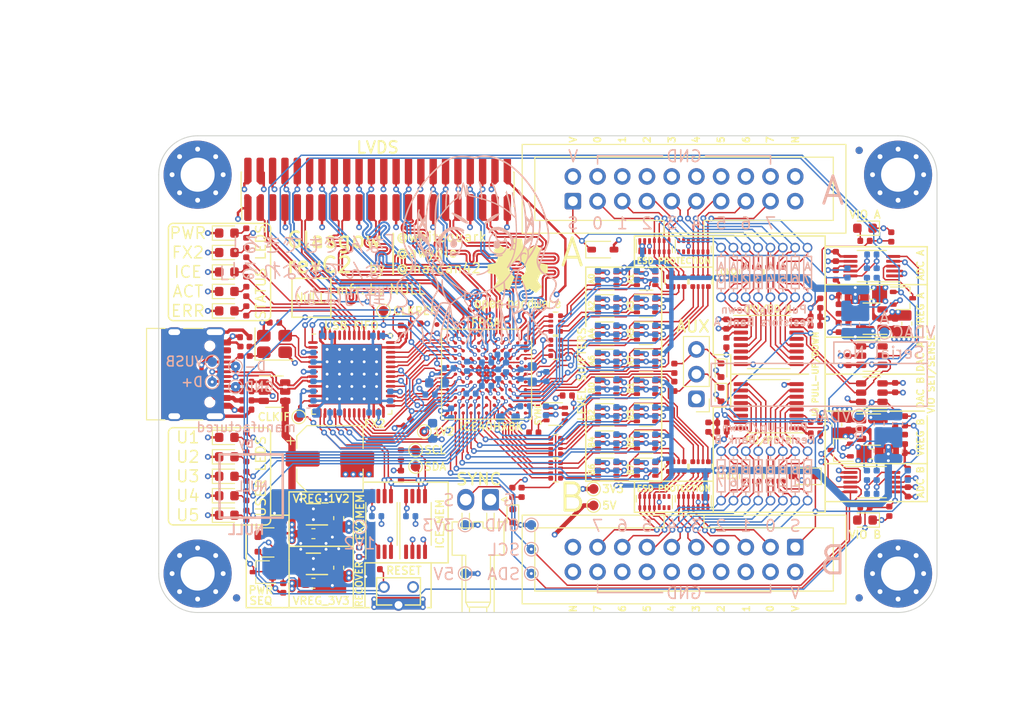
<source format=kicad_pcb>
(kicad_pcb (version 20221018) (generator pcbnew)
  (title_block (title "base board") (rev "C2") (comment 1 "License 0BSD/Apache") (comment 2 "Author: @whitequark") (comment 3 "https://github.com/GlasgowEmbedded/glasgow"))
  (layers (0 "F.Cu" signal) (1 "In1.Cu" power) (2 "In2.Cu" power) (31 "B.Cu" signal) (34 "B.Paste" user) (35 "F.Paste" user) (36 "B.SilkS" user "B.Silkscreen") (37 "F.SilkS" user "F.Silkscreen") (38 "B.Mask" user) (39 "F.Mask" user) (44 "Edge.Cuts" user))
  (net 0 "")
  (net 1 "/SDA")
  (net 2 "+3V3")
  (net 3 "GND")
  (net 4 "/SCL")
  (net 5 "+5V")
  (net 6 "/~{CY_RESET}")
  (net 7 "/SHLD")
  (net 8 "/USB_P")
  (net 9 "/XTALOUT")
  (net 10 "/XTALIN")
  (net 11 "/USB_N")
  (net 12 "/D0")
  (net 13 "/D1")
  (net 14 "/D2")
  (net 15 "/D3")
  (net 16 "/D4")
  (net 17 "/D5")
  (net 18 "/D6")
  (net 19 "/D7")
  (net 20 "/FLAGA")
  (net 21 "/FLAGB")
  (net 22 "/FLAGC")
  (net 23 "/OE")
  (net 24 "/A0")
  (net 25 "/A1")
  (net 26 "/PKTEND")
  (net 27 "/FPGA_DONE")
  (net 28 "/~{FPGA_RESET}")
  (net 29 "+1V2")
  (net 30 "/CLKIF")
  (net 31 "/FLAGD")
  (net 32 "/VUSB")
  (net 33 "/LED_CY")
  (net 34 "Net-(D2-Pad2)")
  (net 35 "Net-(D5-Pad2)")
  (net 36 "/LED_ERR")
  (net 37 "/LED_ACT")
  (net 38 "Net-(D4-Pad2)")
  (net 39 "Net-(D3-Pad2)")
  (net 40 "/LED_FPGA")
  (net 41 "Net-(D1-Pad2)")
  (net 42 "/~{ALERT}")
  (net 43 "/CLKREF")
  (net 44 "/ENVB")
  (net 45 "/ENVA")
  (net 46 "/WR")
  (net 47 "/RD")
  (net 48 "/VCCPLL1")
  (net 49 "/VCCPLL0")
  (net 50 "/GNDPLL1")
  (net 51 "/GNDPLL0")
  (net 52 "Net-(D6-Pad2)")
  (net 53 "Net-(D10-Pad2)")
  (net 54 "Net-(D9-Pad2)")
  (net 55 "Net-(D8-Pad2)")
  (net 56 "Net-(D7-Pad2)")
  (net 57 "/IO_Banks/IO_Buffer_B/Y0")
  (net 58 "/IO_Banks/IO_Buffer_B/Z0")
  (net 59 "/IO_Banks/IO_Buffer_B/Y7")
  (net 60 "/IO_Banks/IO_Buffer_B/Z7")
  (net 61 "/IO_Banks/IO_Buffer_B/Y1")
  (net 62 "/IO_Banks/IO_Buffer_B/Y2")
  (net 63 "/IO_Banks/IO_Buffer_B/Y3")
  (net 64 "/IO_Banks/IO_Buffer_B/Y4")
  (net 65 "/IO_Banks/IO_Buffer_B/Y5")
  (net 66 "/IO_Banks/IO_Buffer_B/Y6")
  (net 67 "/IO_Banks/IO_Buffer_B/Z1")
  (net 68 "/IO_Banks/IO_Buffer_B/Z2")
  (net 69 "/IO_Banks/IO_Buffer_B/Z3")
  (net 70 "/IO_Banks/IO_Buffer_B/Z5")
  (net 71 "/IO_Banks/IO_Buffer_B/Z4")
  (net 72 "/IO_Banks/IO_Buffer_B/Z6")
  (net 73 "/IO_Banks/IO_Buffer_A/Y0")
  (net 74 "/IO_Banks/IO_Buffer_A/Z0")
  (net 75 "/IO_Banks/IO_Buffer_A/Y7")
  (net 76 "/IO_Banks/IO_Buffer_A/Z7")
  (net 77 "/IO_Banks/IO_Buffer_A/Y1")
  (net 78 "/IO_Banks/IO_Buffer_A/Y2")
  (net 79 "/IO_Banks/IO_Buffer_A/Y3")
  (net 80 "/IO_Banks/IO_Buffer_A/Y4")
  (net 81 "/IO_Banks/IO_Buffer_A/Y5")
  (net 82 "/IO_Banks/IO_Buffer_A/Y6")
  (net 83 "/IO_Banks/IO_Buffer_A/Z1")
  (net 84 "/IO_Banks/IO_Buffer_A/Z2")
  (net 85 "/IO_Banks/IO_Buffer_A/Z3")
  (net 86 "/IO_Banks/IO_Buffer_A/Z5")
  (net 87 "/IO_Banks/IO_Buffer_A/Z4")
  (net 88 "/IO_Banks/IO_Buffer_A/Z6")
  (net 89 "/IO_Banks/QB6")
  (net 90 "/IO_Banks/QB5")
  (net 91 "/IO_Banks/QB4")
  (net 92 "/IO_Banks/QB3")
  (net 93 "/IO_Banks/QB2")
  (net 94 "/IO_Banks/QB1")
  (net 95 "/IO_Banks/QB7")
  (net 96 "/IO_Banks/QB0")
  (net 97 "/IO_Banks/QA0")
  (net 98 "/IO_Banks/QA7")
  (net 99 "/IO_Banks/QA1")
  (net 100 "/IO_Banks/QA2")
  (net 101 "/IO_Banks/QA3")
  (net 102 "/IO_Banks/QA4")
  (net 103 "/IO_Banks/QA5")
  (net 104 "/IO_Banks/QA6")
  (net 105 "/IO_Banks/U1")
  (net 106 "/IO_Banks/IO_Buffer_A/VSENSE")
  (net 107 "/IO_Banks/VIOB")
  (net 108 "/IO_Banks/VIOA")
  (net 109 "/IO_Banks/U2")
  (net 110 "/IO_Banks/IO_Buffer_B/VSENSE")
  (net 111 "/IO_Banks/U5")
  (net 112 "/IO_Banks/U4")
  (net 113 "/IO_Banks/U3")
  (net 114 "/IO_Banks/Z0_P")
  (net 115 "/IO_Banks/Z2_N")
  (net 116 "/IO_Banks/Z3_N")
  (net 117 "/IO_Banks/Z3_P")
  (net 118 "/IO_Banks/Z6_P")
  (net 119 "/IO_Banks/Z8_P")
  (net 120 "/IO_Banks/Z10_P")
  (net 121 "/IO_Banks/Z11_P")
  (net 122 "/IO_Banks/Z11_N")
  (net 123 "/IO_Banks/Z0_N")
  (net 124 "/IO_Banks/Z2_P")
  (net 125 "/IO_Banks/Z4_P")
  (net 126 "/IO_Banks/Z5_P")
  (net 127 "/IO_Banks/Z6_N")
  (net 128 "/IO_Banks/Z8_N")
  (net 129 "/IO_Banks/Z10_N")
  (net 130 "/IO_Banks/Z12_N")
  (net 131 "/IO_Banks/Z12_P")
  (net 132 "/IO_Banks/Z1_N")
  (net 133 "/IO_Banks/Z4_N")
  (net 134 "/IO_Banks/Z5_N")
  (net 135 "/IO_Banks/Z7_N")
  (net 136 "/IO_Banks/Z9_P")
  (net 137 "/IO_Banks/Z9_N")
  (net 138 "/IO_Banks/Z1_P")
  (net 139 "/IO_Banks/VIO_AUX")
  (net 140 "/IO_Banks/Z7_P")
  (net 141 "/IO_Banks/DA0")
  (net 142 "/IO_Banks/DA4")
  (net 143 "/IO_Banks/DA6")
  (net 144 "/IO_Banks/DA1")
  (net 145 "/IO_Banks/DA3")
  (net 146 "/IO_Banks/DA5")
  (net 147 "/IO_Banks/DA7")
  (net 148 "/IO_Banks/DB0")
  (net 149 "/IO_Banks/DB4")
  (net 150 "/IO_Banks/DB6")
  (net 151 "/IO_Banks/DB1")
  (net 152 "/IO_Banks/DB3")
  (net 153 "/IO_Banks/DB5")
  (net 154 "/IO_Banks/DB7")
  (net 155 "/IO_Banks/DA2")
  (net 156 "/IO_Banks/DB2")
  (net 157 "/IO_Banks/IO_Buffer_B/VFB")
  (net 158 "/IO_Banks/IO_Buffer_A/VFB")
  (net 159 "/IO_Banks/~{SYNC}")
  (net 160 "Net-(R40-Pad1)")
  (net 161 "Net-(R37-Pad1)")
  (net 162 "Net-(R36-Pad1)")
  (net 163 "Net-(R10-Pad1)")
  (net 164 "Net-(R39-Pad2)")
  (net 165 "Net-(R43-Pad2)")
  (net 166 "Net-(R38-Pad2)")
  (net 167 "Net-(D12-Pad1)")
  (net 168 "Net-(D13-Pad1)")
  (net 169 "Net-(R45-Pad2)")
  (net 170 "Net-(R45-Pad1)")
  (net 171 "Net-(D14-Pad2)")
  (net 172 "Net-(D15-Pad2)")
  (net 173 "Net-(RN1-Pad5)")
  (net 174 "Net-(RN1-Pad6)")
  (net 175 "Net-(RN1-Pad7)")
  (net 176 "Net-(RN2-Pad5)")
  (net 177 "Net-(RN2-Pad6)")
  (net 178 "Net-(RN2-Pad8)")
  (net 179 "Net-(RN2-Pad7)")
  (net 180 "Net-(RN7-Pad5)")
  (net 181 "Net-(RN7-Pad6)")
  (net 182 "Net-(RN7-Pad7)")
  (net 183 "Net-(RN8-Pad5)")
  (net 184 "Net-(RN8-Pad6)")
  (net 185 "Net-(RN8-Pad8)")
  (net 186 "Net-(RN8-Pad7)")
  (net 187 "/xVBUS")
  (net 188 "/CC1")
  (net 189 "/CC2")
  (net 190 "Net-(C44-Pad2)")
  (net 191 "Net-(C44-Pad1)")
  (net 192 "Net-(C58-Pad2)")
  (net 193 "Net-(C58-Pad1)")
  (net 194 "Net-(D18-Pad3)")
  (net 195 "/IO_Banks/IO_Buffer_B/VIO_EN")
  (net 196 "Net-(D19-Pad3)")
  (net 197 "/IO_Banks/IO_Buffer_A/VIO_EN")
  (net 198 "Net-(D24-Pad2)")
  (net 199 "Net-(R4-Pad2)")
  (net 200 "Net-(R6-Pad1)")
  (net 201 "Net-(R56-Pad1)")
  (net 202 "/IO_Banks/IO_Buffer_B/ISNS_H")
  (net 203 "/IO_Banks/IO_Buffer_A/ISNS_H")
  (net 204 "/SWSH")
  (net 205 "Net-(C90-Pad2)")
  (net 206 "Net-(C91-Pad2)")
  (net 207 "/IO_Banks/IO_Buffer_B/X0")
  (net 208 "/IO_Banks/IO_Buffer_A/X0")
  (net 209 "/IO_Banks/IO_Buffer_B/P7")
  (net 210 "/IO_Banks/IO_Buffer_B/P6")
  (net 211 "/IO_Banks/IO_Buffer_B/P5")
  (net 212 "/IO_Banks/IO_Buffer_B/P4")
  (net 213 "/IO_Banks/IO_Buffer_B/P3")
  (net 214 "/IO_Banks/IO_Buffer_B/P2")
  (net 215 "/IO_Banks/IO_Buffer_B/P1")
  (net 216 "/IO_Banks/IO_Buffer_B/P0")
  (net 217 "/IO_Banks/IO_Buffer_A/P7")
  (net 218 "/IO_Banks/IO_Buffer_A/P6")
  (net 219 "/IO_Banks/IO_Buffer_A/P5")
  (net 220 "/IO_Banks/IO_Buffer_A/P4")
  (net 221 "/IO_Banks/IO_Buffer_A/P3")
  (net 222 "/IO_Banks/IO_Buffer_A/P2")
  (net 223 "/IO_Banks/IO_Buffer_A/P1")
  (net 224 "/IO_Banks/IO_Buffer_A/P0")
  (net 225 "/~{MR}")
  (net 226 "/IO_Banks/IO_Buffer_B/VDAC")
  (net 227 "/IO_Banks/IO_Buffer_A/VDAC")
  (footprint "TestPoint:TestPoint_Pad_D1.0mm" (layer "F.Cu") (at 76.4 105)
    (fp_text reference "TP5" hide)
    (fp_text value "SCL")
  )
  (footprint "TestPoint:TestPoint_Pad_D1.0mm" (layer "F.Cu") (at 76.4 103.3)
    (fp_text reference "TP4" hide)
    (fp_text value "SDA")
  )
  (footprint "Fiducial:Fiducial_0.75mm_Mask1.5mm" (layer "F.Cu") (at 58 118.5)
    (fp_text reference "FID1" hide)
    (fp_text value "Fiducial_0.75mm_Mask1.5mm" hide)
  )
  (footprint "Fiducial:Fiducial_0.75mm_Mask1.5mm" (layer "F.Cu") (at 122 72.5)
    (fp_text reference "FID2" hide)
    (fp_text value "Fiducial_0.75mm_Mask1.5mm" hide)
  )
  (footprint "Capacitor_SMD:C_0402_1005Metric" (layer "F.Cu") (at 127 107.6 90)
    (fp_text reference "C30" hide)
    (fp_text value "u1")
  )
  (footprint "Resistor_SMD:R_0402_1005Metric" (layer "F.Cu") (at 59 108 -90)
    (fp_text reference "R22" hide)
    (fp_text value "10k")
  )
  (footprint "Resistor_SMD:R_0402_1005Metric" (layer "F.Cu") (at 59 110 -90)
    (fp_text reference "R23" hide)
    (fp_text value "4k7")
  )
  (footprint "TestPoint:TestPoint_Pad_D1.0mm" (layer "F.Cu") (at 73.1 89)
    (fp_text reference "TP6" hide)
    (fp_text value "CLKREF")
  )
  (footprint "Resistor_SMD:R_0402_1005Metric" (layer "F.Cu") (at 75.55 100.5 45)
    (fp_text reference "R9" hide)
    (fp_text value "100k")
  )
  (footprint "Package_DFN_QFN:Cypress_QFN-56-1EP_8x8mm_P0.5mm_EP6.22x6.22mm_ThermalVias" (layer "F.Cu") (at 69.85 95.5)
    (fp_text reference "U1" hide)
    (fp_text value "CY7C68013A-56LTX")
  )
  (footprint "Resistor_SMD:R_0402_1005Metric" (layer "F.Cu") (at 120.9 90.7 90)
    (fp_text reference "R33" hide)
    (fp_text value "49k9")
  )
  (footprint "LED_SMD:LED_0603_1608Metric" (layer "F.Cu") (at 57 102)
    (fp_text reference "D6" hide)
    (fp_text value "BLU")
  )
  (footprint "LED_SMD:LED_0603_1608Metric" (layer "F.Cu") (at 57 106)
    (fp_text reference "D8" hide)
    (fp_text value "WHT")
  )
  (footprint "LED_SMD:LED_0603_1608Metric" (layer "F.Cu") (at 57 89)
    (fp_text reference "D5" hide)
    (fp_text value "RED")
  )
  (footprint "LED_SMD:LED_0603_1608Metric" (layer "F.Cu") (at 57 87)
    (fp_text reference "D4" hide)
    (fp_text value "YEL")
  )
  (footprint "LED_SMD:LED_0603_1608Metric" (layer "F.Cu") (at 57 85)
    (fp_text reference "D3" hide)
    (fp_text value "GRN")
  )
  (footprint "LED_SMD:LED_0603_1608Metric" (layer "F.Cu") (at 57 83)
    (fp_text reference "D2" hide)
    (fp_text value "GRN")
  )
  (footprint "Resistor_SMD:R_0402_1005Metric" (layer "F.Cu") (at 59 85 90)
    (fp_text reference "R14" hide)
    (fp_text value "20k")
  )
  (footprint "Resistor_SMD:R_0402_1005Metric" (layer "F.Cu") (at 59 87 90)
    (fp_text reference "R15" hide)
    (fp_text value "2k2")
  )
  (footprint "Resistor_SMD:R_0402_1005Metric" (layer "F.Cu") (at 59 104 -90)
    (fp_text reference "R20" hide)
    (fp_text value "10k")
  )
  (footprint "Glasgow:SOT-363_SC-70-6" (layer "F.Cu") (at 100.1 99.7)
    (fp_text reference "U27" hide)
    (fp_text value "SN74LVC1T45DCKR")
  )
  (footprint "Glasgow:SOT-363_SC-70-6" (layer "F.Cu") (at 100.1 96.9)
    (fp_text reference "U26" hide)
    (fp_text value "SN74LVC1T45DCKR")
  )
  (footprint "Glasgow:SOT-363_SC-70-6" (layer "F.Cu") (at 100.1 91.3)
    (fp_text reference "U17" hide)
    (fp_text value "SN74LVC1T45DCKR")
  )
  (footprint "Glasgow:SOT-363_SC-70-6" (layer "F.Cu") (at 96.1 94.1)
    (fp_text reference "U10" hide)
    (fp_text value "SN74LVC1T45DCKR")
  )
  (footprint "Glasgow:SOT-363_SC-70-6" (layer "F.Cu") (at 96.1 91.3)
    (fp_text reference "U9" hide)
    (fp_text value "SN74LVC1T45DCKR")
  )
  (footprint "Glasgow:SOT-363_SC-70-6" (layer "F.Cu") (at 96.1 88.5)
    (fp_text reference "U6" hide)
    (fp_text value "SN74LVC1T45DCKR")
  )
  (footprint "Glasgow:SOT-363_SC-70-6" (layer "F.Cu") (at 96.1 96.9)
    (fp_text reference "U22" hide)
    (fp_text value "SN74LVC1T45DCKR")
  )
  (footprint "Glasgow:SOT-363_SC-70-6" (layer "F.Cu") (at 96.1 102.5)
    (fp_text reference "U24" hide)
    (fp_text value "SN74LVC1T45DCKR")
  )
  (footprint "Glasgow:SOT-363_SC-70-6" (layer "F.Cu") (at 96.1 105.3)
    (fp_text reference "U25" hide)
    (fp_text value "SN74LVC1T45DCKR")
  )
  (footprint "Capacitor_SMD:C_0402_1005Metric" (layer "F.Cu") (at 120.4 87.4 180)
    (fp_text reference "C57" hide)
    (fp_text value "u1")
  )
  (footprint "LED_SMD:LED_0603_1608Metric" (layer "F.Cu") (at 57 81)
    (fp_text reference "D1" hide)
    (fp_text value "GRN")
  )
  (footprint "Glasgow:PinSocket_1x08_P1.27mm_Vertical_DNP" (layer "F.Cu") (at 107.8 87.6 90)
    (fp_text reference "J9" hide)
    (fp_text value "Conn_01x08" hide)
  )
  (footprint "Glasgow:PinSocket_1x08_P1.27mm_Vertical_DNP" (layer "F.Cu") (at 116.7 108.5 -90)
    (fp_text reference "J6" hide)
    (fp_text value "Conn_01x08" hide)
  )
  (footprint "Capacitor_SMD:C_0603_1608Metric" (layer "F.Cu") (at 126.9 90.3 90)
    (fp_text reference "C82" hide)
    (fp_text value "4u7")
  )
  (footprint "Capacitor_SMD:C_0603_1608Metric" (layer "F.Cu") (at 119.7 100.7 -90)
    (fp_text reference "C31" hide)
    (fp_text value "4u7")
  )
  (footprint "Capacitor_SMD:C_0603_1608Metric" (layer "F.Cu") (at 123.3 103.7 180)
    (fp_text reference "C53" hide)
    (fp_text value "4u7")
  )
  (footprint "Resistor_SMD:R_0402_1005Metric" (layer "F.Cu") (at 125.7 102.2 -90)
    (fp_text reference "R28" hide)
    (fp_text value "59k")
  )
  (footprint "Resistor_SMD:R_0402_1005Metric" (layer "F.Cu") (at 125.7 100.3 -90)
    (fp_text reference "R27" hide)
    (fp_text value "49k9")
  )
  (footprint "Fiducial:Fiducial_0.75mm_Mask1.5mm" (layer "F.Cu") (at 122 118.5)
    (fp_text reference "FID3" hide)
    (fp_text value "Fiducial_0.75mm_Mask1.5mm" hide)
  )
  (footprint "Fiducial:Fiducial_0.5mm_Dia_1mm_Outer" (layer "F.Cu") (at 78.6 90.4)
    (fp_text reference "FID8" hide)
    (fp_text value "Fiducial_0.5mm_Dia_1mm_Outer" hide)
  )
  (footprint "Capacitor_SMD:C_0402_1005Metric" (layer "F.Cu") (at 125.7 90.3 90)
    (fp_text reference "C59" hide)
    (fp_text value "u1")
  )
  (footprint "Resistor_SMD:R_0402_1005Metric" (layer "F.Cu") (at 120.9 88.8 90)
    (fp_text reference "R34" hide)
    (fp_text value "59k")
  )
  (footprint "Capacitor_SMD:C_0402_1005Metric" (layer "F.Cu") (at 59.35 93.15 90)
    (fp_text reference "C12" hide)
    (fp_text value "9p")
  )
  (footprint "Resistor_SMD:R_0402_1005Metric" (layer "F.Cu") (at 59 89 90)
    (fp_text reference "R16" hide)
    (fp_text value "10k")
  )
  (footprint "Resistor_SMD:R_0402_1005Metric" (layer "F.Cu") (at 76.4 90.3)
    (fp_text reference "R17" hide)
    (fp_text value "100k")
  )
  (footprint "Resistor_SMD:R_0402_1005Metric" (layer "F.Cu") (at 59 81 90)
    (fp_text reference "R12" hide)
    (fp_text value "20k")
  )
  (footprint "Resistor_SMD:R_0402_1005Metric" (layer "F.Cu") (at 59 83 90)
    (fp_text reference "R13" hide)
    (fp_text value "20k")
  )
  (footprint "Glasgow:Crystal_SMD_3225-4Pin_3.2x2.5mm" (layer "F.Cu") (at 61.9 92.4)
    (fp_text reference "Y1" hide)
    (fp_text value "24M")
  )
  (footprint "Package_BGA:BGA-121_9.0x9.0mm_Layout11x11_P0.8mm_Ball0.4mm_Pad0.35mm_NSMD" (layer "F.Cu") (at 83.7 95.5 -90)
    (fp_text reference "U30" hide)
    (fp_text value "ICE40HX8K-BG121")
  )
  (footprint "Capacitor_SMD:C_0402_1005Metric" (layer "F.Cu") (at 58.85 91.7 180)
    (fp_text reference "C13" hide)
    (fp_text value "u1")
  )
  (footprint "Glasgow:SOT-363_SC-70-6" (layer "F.Cu") (at 100.1 88.5)
    (fp_text reference "U16" hide)
    (fp_text value "SN74LVC1T45DCKR")
  )
  (footprint "Glasgow:SOT-363_SC-70-6" (layer "F.Cu") (at 100.1 85.7)
    (fp_text reference "U11" hide)
    (fp_text value "SN74LVC1T45DCKR")
  )
  (footprint "Resistor_SMD:R_0402_1005Metric" (layer "F.Cu") (at 59 106 -90)
    (fp_text reference "R21" hide)
    (fp_text value "6k8")
  )
  (footprint "LED_SMD:LED_0603_1608Metric" (layer "F.Cu") (at 57 108)
    (fp_text reference "D9" hide)
    (fp_text value "PNK")
  )
  (footprint "Resistor_SMD:R_0402_1005Metric" (layer "F.Cu") (at 59 102 -90)
    (fp_text reference "R11" hide)
    (fp_text value "4k7")
  )
  (footprint "LED_SMD:LED_0603_1608Metric" (layer "F.Cu") (at 57 104)
    (fp_text reference "D7" hide)
    (fp_text value "PNK")
  )
  (footprint "LED_SMD:LED_0603_1608Metric" (layer "F.Cu") (at 57 110)
    (fp_text reference "D10" hide)
    (fp_text value "BLU")
  )
  (footprint "Resistor_SMD:R_0402_1005Metric" (layer "F.Cu") (at 125.3 81.4 90)
    (fp_text reference "R18" hide)
    (fp_text value "10k")
  )
  (footprint "Glasgow:PinSocket_1x08_P1.27mm_Vertical_DNP" (layer "F.Cu") (at 116.7 103.42 -90)
    (fp_text reference "J7" hide)
    (fp_text value "Conn_01x08" hide)
  )
  (footprint "Glasgow:SOT-23-5" (layer "F.Cu") (at 123.3 101.2)
    (fp_text reference "U14" hide)
    (fp_text value "TPS73101DBV")
  )
  (footprint "Capacitor_SMD:C_0402_1005Metric" (layer "F.Cu") (at 107.9 101.4 180)
    (fp_text reference "C29" hide)
    (fp_text value "u1")
  )
  (footprint "Capacitor_SMD:C_0402_1005Metric" (layer "F.Cu") (at 126.2 103.6)
    (fp_text reference "C46" hide)
    (fp_text value "u1")
  )
  (footprint "Resistor_SMD:R_0402_1005Metric" (layer "F.Cu") (at 125.1 109.6 -90)
    (fp_text reference "R19" hide)
    (fp_text value "10k")
  )
  (footprint "Glasgow:SOT-363_SC-70-6" (layer "F.Cu") (at 100.1 94.1)
    (fp_text reference "U18" hide)
    (fp_text value "SN74LVC1T45DCKR")
  )
  (footprint "Glasgow:R_0402_1005Metric_DNP" (layer "F.Cu") (at 70.6 113.8 -90)
    (fp_text reference "R40" hide)
    (fp_text value "DNP")
  )
  (footprint "Package_SO:TSSOP-16_4.4x5mm_P0.65mm" (layer "F.Cu") (at 112.7 92.2)
    (fp_text reference "U19" hide)
    (fp_text value "PCA6408APW")
  )
  (footprint "Resistor_SMD:R_0402_1005Metric" (layer "F.Cu") (at 103 96.75 90)
    (fp_text reference "R39" hide)
    (fp_text value "47R")
  )
  (footprint "Resistor_SMD:R_0402_1005Metric" (layer "F.Cu") (at 103 94.9 -90)
    (fp_text reference "R43" hide)
    (fp_text value "47R")
  )
  (footprint "Glasgow:SOT-363_SC-70-6" (layer "F.Cu") (at 100.1 102.5)
    (fp_text reference "U28" hide)
    (fp_text value "SN74LVC1T45DCKR")
  )
  (footprint "Glasgow:SOT-363_SC-70-6" (layer "F.Cu") (at 96.1 99.7)
    (fp_text reference "U23" hide)
    (fp_text value "SN74LVC1T45DCKR")
  )
  (footprint "Capacitor_SMD:C_0402_1005Metric" (layer "F.Cu") (at 117.515 101.6)
    (fp_text reference "C22" hide)
    (fp_text value "u1")
  )
  (footprint "Resistor_SMD:R_0402_1005Metric" (layer "F.Cu") (at 86.35 107.65 90)
    (fp_text reference "R44" hide)
    (fp_text value "10k")
  )
  (footprint "Resistor_SMD:R_0402_1005Metric" (layer "F.Cu") (at 117.5 100.4)
    (fp_text reference "R36" hide)
    (fp_text value "10k")
  )
  (footprint "Resistor_SMD:R_0402_1005Metric" (layer "F.Cu") (at 107.9 100.5)
    (fp_text reference "R41" hide)
    (fp_text value "2k2")
  )
  (footprint "Capacitor_SMD:C_0402_1005Metric" (layer "F.Cu") (at 108.35 90.35 -90)
    (fp_text reference "C84" hide)
    (fp_text value "u1")
  )
  (footprint "Capacitor_SMD:C_0402_1005Metric" (layer "F.Cu") (at 120.9 100.7 -90)
    (fp_text reference "C45" hide)
    (fp_text value "u1")
  )
  (footprint "Package_SO:TSSOP-16_4.4x5mm_P0.65mm" (layer "F.Cu") (at 112.7 98.8 180)
    (fp_text reference "U5" hide)
    (fp_text value "PCA6408APW")
  )
  (footprint "Resistor_SMD:R_0402_1005Metric" (layer "F.Cu") (at 117.5 90.5 180)
    (fp_text reference "R42" hide)
    (fp_text value "2k2")
  )
  (footprint "Resistor_SMD:R_0402_1005Metric" (layer "F.Cu") (at 119.9 88.8 -90)
    (fp_text reference "R35" hide)
    (fp_text value "24k3")
  )
  (footprint "Resistor_SMD:R_0402_1005Metric" (layer "F.Cu") (at 126.7 102.2 90)
    (fp_text reference "R29" hide)
    (fp_text value "24k3")
  )
  (footprint "Resistor_SMD:R_0402_1005Metric" (layer "F.Cu") (at 92 97.7 180)
    (fp_text reference "R10" hide)
    (fp_text value "2k2")
  )
  (footprint "TestPoint:TestPoint_Pad_D1.0mm" (layer "F.Cu") (at 94.7 107.3)
    (fp_text reference "TP3" hide)
    (fp_text value "3V3")
  )
  (footprint "TestPoint:TestPoint_Pad_D1.0mm" (layer "F.Cu") (at 94.7 109)
    (fp_text reference "TP1" hide)
    (fp_text value "5V")
  )
  (footprint "Resistor_SMD:R_0402_1005Metric" (layer "F.Cu") (at 74.9 105.9 90)
    (fp_text reference "R2" hide)
    (fp_text value "2k2")
  )
  (footprint "Glasgow:D_SOD-523" (layer "F.Cu") (at 107.8 97.6 -90)
    (fp_text reference "D12" hide)
    (fp_text value "ESD5Z5.0T1G")
  )
  (footprint "Resistor_SMD:R_0402_1005Metric" (layer "F.Cu") (at 88.55 101.5 180)
    (fp_text reference "R45" hide)
    (fp_text value "47R")
  )
  (footprint "Connector_PinHeader_2.54mm:PinHeader_1x03_P2.54mm_Vertical" (layer "F.Cu") (at 105.27 98.04 180)
    (fp_text reference "J10" hide)
    (fp_text value "AUX")
  )
  (footprint "Glasgow:MountingHole_3.5mm_Pad_Via_CrtYd" (layer "F.Cu") (at 54 116)
    (fp_text reference "MK1" hide)
    (fp_text value "Mounting_Hole_PAD" hide)
  )
  (footprint "Glasgow:MountingHole_3.5mm_Pad_Via_CrtYd" (layer "F.Cu") (at 54 75)
    (fp_text reference "MK2" hide)
    (fp_text value "Mounting_Hole_PAD" hide)
  )
  (footprint "Glasgow:MountingHole_3.5mm_Pad_Via_CrtYd" (layer "F.Cu") (at 126 116)
    (fp_text reference "MK4" hide)
    (fp_text value "Mounting_Hole_PAD" hide)
  )
  (footprint "Capacitor_SMD:C_0603_1608Metric" (layer "F.Cu") (at 123.3 87.3)
    (fp_text reference "C83" hide)
    (fp_text value "4u7")
  )
  (footprint "Glasgow:MountingHole_3.5mm_Pad_Via_CrtYd" (layer "F.Cu") (at 126 75)
    (fp_text reference "MK3" hide)
    (fp_text value "Mounting_Hole_PAD" hide)
  )
  (footprint "Glasgow:PinSocket_1x08_P1.27mm_Vertical_DNP" (layer "F.Cu") (at 107.8 82.5 90)
    (fp_text reference "J8" hide)
    (fp_text value "Conn_01x08" hide)
  )
  (footprint "LED_SMD:LED_0603_1608Metric" (layer "F.Cu") (at 122.6 80.5 180)
    (fp_text reference "D15" hide)
    (fp_text value "GRN")
  )
  (footprint "Capacitor_SMD:C_0402_1005Metric" (layer "F.Cu") (at 119.6 83.4 -90)
    (fp_text reference "C55" hide)
    (fp_text value "u1")
  )
  (footprint "Connector_IDC:IDC-Header_2x10_P2.54mm_Vertical" (layer "F.Cu") (at 92.57 77.72 90)
    (fp_text reference "J2" hide)
    (fp_text value "IDC-Header_2x10_P2.54mm")
  )
  (footprint "Resistor_SMD:R_0402_1005Metric" (layer "F.Cu") (at 122.6 109.2 180)
    (fp_text reference "R46" hide)
    (fp_text value "20k")
  )
  (footprint "Resistor_SMD:R_0402_1005Metric" (layer "F.Cu") (at 122.6 81.8 180)
    (fp_text reference "R47" hide)
    (fp_text value "20k")
  )
  (footprint "TestPoint:TestPoint_Pad_D1.0mm" (layer "F.Cu") (at 77.3 101.4)
    (fp_text reference "TP2" hide)
    (fp_text value "1V2")
  )
  (footprint "LED_SMD:LED_0603_1608Metric" (layer "F.Cu") (at 122.6 110.5 180)
    (fp_text reference "D14" hide)
    (fp_text value "GRN")
  )
  (footprint "Glasgow:SOT-23-5" (layer "F.Cu") (at 123.3 89.8 180)
    (fp_text reference "U31" hide)
    (fp_text value "TPS73101DBV")
  )
  (footprint "Glasgow:D_SOD-523" (layer "F.Cu") (at 86.4 110.1 -90)
    (fp_text reference "D11" hide)
    (fp_text value "ESD5Z5.0T1G")
  )
  (footprint "Resistor_SMD:R_0402_1005Metric" (layer "F.Cu") (at 74.9 103.8 -90)
    (fp_text reference "R1" hide)
    (fp_text value "2k2")
  )
  (footprint "Glasgow:R_Array_Convex_4x0402" (layer "F.Cu") (at 105.7 105 -90)
    (fp_text reference "RN3" hide)
    (fp_text value "33R")
  )
  (footprint "Glasgow:R_Array_Convex_4x0402" (layer "F.Cu") (at 103.2 105 -90)
    (fp_text reference "RN4" hide)
    (fp_text value "33R")
  )
  (footprint "Glasgow:R_Array_Convex_4x0402" (layer "F.Cu") (at 113.4 106 90)
    (fp_text reference "RN5" hide)
    (fp_text value "10k")
  )
  (footprint "Glasgow:R_Array_Convex_4x0402" (layer "F.Cu") (at 110.9 106 90)
    (fp_text reference "RN6" hide)
    (fp_text value "10k")
  )
  (footprint "Glasgow:R_Array_Convex_4x0402" (layer "F.Cu") (at 90.8 90.3)
    (fp_text reference "RN7" hide)
    (fp_text value "33R")
  )
  (footprint "Glasgow:R_Array_Convex_4x0402" (layer "F.Cu") (at 90.8 92.8)
    (fp_text reference "RN8" hide)
    (fp_text value "33R")
  )
  (footprint "Glasgow:R_Array_Convex_4x0402" (layer "F.Cu") (at 105.7 86 90)
    (fp_text reference "RN10" hide)
    (fp_text value "33R")
  )
  (footprint "Glasgow:R_Array_Convex_4x0402" (layer "F.Cu") (at 110.9 85 -90)
    (fp_text reference "RN11" hide)
    (fp_text value "10k")
  )
  (footprint "Glasgow:R_Array_Convex_4x0402" (layer "F.Cu") (at 113.4 85 -90)
    (fp_text reference "RN12" hide)
    (fp_text value "10k")
  )
  (footprint "Glasgow:SOT-363_SC-70-6" (layer "F.Cu") (at 96.1 85.7)
    (fp_text reference "U4" hide)
    (fp_text value "SN74LVC1T45DCKR")
  )
  (footprint "Glasgow:SOT-363_SC-70-6" (layer "F.Cu") (at 90.8 99.6)
    (fp_text reference "U32" hide)
    (fp_text value "SN74LVC1T45DCKR")
  )
  (footprint "Glasgow:SOT-363_SC-70-6" (layer "F.Cu") (at 100.1 105.3)
    (fp_text reference "U29" hide)
    (fp_text value "SN74LVC1T45DCKR")
  )
  (footprint "Glasgow:D_SOD-523" (layer "F.Cu") (at 107.8 95.1 -90)
    (fp_text reference "D13" hide)
    (fp_text value "ESD5Z5.0T1G")
  )
  (footprint "Glasgow:R_Array_Convex_4x0402" (layer "F.Cu") (at 90.8 105.4)
    (fp_text reference "RN2" hide)
    (fp_text value "33R")
  )
  (footprint "Glasgow:R_Array_Convex_4x0402" (layer "F.Cu") (at 90.8 102.9)
    (fp_text reference "RN1" hide)
    (fp_text value "33R")
  )
  (footprint "Resistor_SMD:R_0402_1005Metric" (layer "F.Cu") (at 108.35 92.25 -90)
    (fp_text reference "R37" hide)
    (fp_text value "10k")
  )
  (footprint "Glasgow:USB_C_Receptacle_HRO_TYPE-C-31-M-12" (layer "F.Cu") (at 52.65 95.5 -90)
    (fp_text reference "J1")
    (fp_text value "USB_C_USB2.0")
  )
  (footprint "Capacitor_SMD:C_0402_1005Metric" (layer "F.Cu") (at 61.9 90.2 180)
    (fp_text reference "C11" hide)
    (fp_text value "9p")
  )
  (footprint "Resistor_SMD:R_0402_1005Metric" (layer "F.Cu") (at 58.4 93.15 -90)
    (fp_text reference "R53" hide)
    (fp_text value "5k1")
  )
  (footprint "Capacitor_SMD:C_0402_1005Metric" (layer "F.Cu") (at 59.05 96.3 180)
    (fp_text reference "C8" hide)
    (fp_text value "u1")
  )
  (footprint "Inductor_SMD:L_0402_1005Metric" (layer "F.Cu") (at 59.05 98.2)
    (fp_text reference "FB1" hide)
    (fp_text value "600R, 0.5A")
  )
  (footprint "Glasgow:SOT-23-6" (layer "F.Cu") (at 61.9 97.3)
    (fp_text reference "U15" hide)
    (fp_text value "TPD3S014")
  )
  (footprint "Resistor_SMD:R_0402_1005Metric" (layer "F.Cu") (at 59.05 97.25 180)
    (fp_text reference "R52" hide)
    (fp_text value "5k1")
  )
  (footprint "Glasgow:D_SOD-323" (layer "F.Cu") (at 116.35 106 180)
    (fp_text reference "D16" hide)
    (fp_text value "CDSOD323-T36S")
  )
  (footprint "Glasgow:D_SOD-323" (layer "F.Cu") (at 95.65 82.7)
    (fp_text reference "D17" hide)
    (fp_text value "CDSOD323-T36S")
  )
  (footprint "Glasgow:SOT-323_SC-70" (layer "F.Cu") (at 120.1 103.3 180)
    (fp_text reference "D18" hide)
    (fp_text value "BAT54CW")
  )
  (footprint "Glasgow:SOT-323_SC-70" (layer "F.Cu") (at 126.5 87.7)
    (fp_text reference "D19" hide)
    (fp_text value "BAT54CW")
  )
  (footprint "Resistor_SMD:R_0402_1005Metric" (layer "F.Cu") (at 126.7 100.3 -90)
    (fp_text reference "R26" hide)
    (fp_text value "10k")
  )
  (footprint "Package_SO:VSSOP-10_3x3mm_P0.5mm" (layer "F.Cu") (at 123.3 106.6)
    (fp_text reference "U12" hide)
    (fp_text value "INA233")
  )
  (footprint "Glasgow:UDFN-14_3.5x1.35mm_P0.5mm" (layer "F.Cu") (at 100.95 108.65 90)
    (fp_text reference "D21" hide)
    (fp_text value "SP3012-06UTG")
  )
  (footprint "Glasgow:UDFN-14_3.5x1.35mm_P0.5mm" (layer "F.Cu") (at 104.95 82.35 -90)
    (fp_text reference "D23" hide)
    (fp_text value "SP3012-06UTG")
  )
  (footprint "Capacitor_SMD:C_0402_1005Metric" (layer "F.Cu") (at 62.4 110.6 180)
    (fp_text reference "C16" hide)
    (fp_text value "u1")
  )
  (footprint "Capacitor_SMD:C_0402_1005Metric" (layer "F.Cu") (at 74.9 90.985 90)
    (fp_text reference "C88" hide)
    (fp_text value "u1")
  )
  (footprint "Glasgow:SOT-323_SC-70" (layer "F.Cu") (at 60.7 115.85 180)
    (fp_text reference "D24" hide)
    (fp_text value "BAT54AW")
  )
  (footprint "Resistor_SMD:R_0402_1005Metric" (layer "F.Cu") (at 62.8 117.485 90)
    (fp_text reference "R4" hide)
    (fp_text value "100k")
  )
  (footprint "Resistor_SMD:R_0402_1005Metric" (layer "F.Cu") (at 62.8 115.585 90)
    (fp_text reference "R5" hide)
    (fp_text value "100k")
  )
  (footprint "Resistor_SMD:R_0402_1005Metric" (layer "F.Cu") (at 106.5 100.95 -90)
    (fp_text reference "R57" hide)
    (fp_text value "2k2")
  )
  (footprint "Resistor_SMD:R_0402_1005Metric" (layer "F.Cu") (at 118 88.2 90)
    (fp_text reference "R58" hide)
    (fp_text value "2k2")
  )
  (footprint "Resistor_SMD:R_0402_1005Metric" (layer "F.Cu") (at 87.3 107.65 90)
    (fp_text reference "R38" hide)
    (fp_text value "47R")
  )
  (footprint "Glasgow:PinHeader_2x22_P1.27mm_Vertical__SMD" (layer "F.Cu") (at 72.5 76.5 90)
    (fp_text reference "J5" hide)
    (fp_text value "PinHeader_2x22_P1.27mm")
  )
  (footprint "Resistor_SMD:R_0402_1005Metric" (layer "F.Cu") (at 59.05 99.15 180)
    (fp_text reference "R3" hide)
    (fp_text value "100k")
  )
  (footprint "TestPoint:TestPoint_Pad_D1.0mm" (layer "F.Cu") (at 64.4 99.9)
    (fp_text reference "TP7" hide)
    (fp_text value "3V3")
  )
  (footprint "Capacitor_SMD:CP_Elec_6.3x5.9" (layer "F.Cu") (at 67.6 104.2)
    (fp_text reference "C87" hide)
    (fp_text value "150u")
  )
  (footprint "Package_SO:TSSOP-8_4.4x3mm_P0.65mm" (layer "F.Cu") (at 76.4 110.9 90)
    (fp_text reference "U2" hide)
    (fp_text value "CAT24M01X")
  )
  (footprint "Package_SO:TSSOP-8_4.4x3mm_P0.65mm" (layer "F.Cu") (at 72.9 110.9 90)
    (fp_text reference "U3" hide)
    (fp_text value "BL24C256A-SFRC")
  )
  (footprint "Glasgow:Molex_KK-254_1x02_P2.54mm_Horizontal" (layer "F.Cu") (at 84.1 108.4)
    (fp_text reference "J4" hide)
    (fp_text value "Conn_01x02")
  )
  (footprint "Glasgow:DFN-6-1EP_2x2mm_P0.65mm_EP1x1.6mm_ThermalVias" (layer "F.Cu") (at 65.9 115 180)
    (fp_text reference "U8" hide)
    (fp_text value "TLV75533PDRVR")
  )
  (footprint "Glasgow:DFN-6-1EP_2x2mm_P0.65mm_EP1x1.6mm_ThermalVias" (layer "F.Cu") (at 65.9 109.9 180)
    (fp_text reference "U36" hide)
    (fp_text value "TLV73312PQDRVR")
  )
  (footprint "Capacitor_SMD:C_0603_1608Metric" (layer "F.Cu") (at 65.9 111.9 180)
    (fp_text reference "C86" hide)
    (fp_text value "4u7")
  )
  (footprint "Capacitor_SMD:C_0603_1608Metric" (layer "F.Cu") (at 65.9 117 180)
    (fp_text reference "C26" hide)
    (fp_text value "4u7")
  )
  (footprint "Capacitor_SMD:C_0603_1608Metric" (layer "F.Cu") (at 68.5 110.3 90)
    (fp_text reference "C27" hide)
    (fp_text value "4u7")
  )
  (footprint "Capacitor_SMD:C_0603_1608Metric" (layer "F.Cu") (at 68.5 115.4 90)
    (fp_text reference "C28" hide)
    (fp_text value "4u7")
  )
  (footprint "Connector_IDC:IDC-Header_2x10_P2.54mm_Vertical" (layer "F.Cu") (at 115.43 113.28 -90)
    (fp_text reference "J3" hide)
    (fp_text value "IDC-Header_2x10_P2.54mm")
  )
  (footprint "Glasgow:SOT-143" (layer "F.Cu") (at 61.2 112.8)
    (fp_text reference "U7" hide)
    (fp_text value "APX811-40UG-7")
  )
  (footprint "Glasgow:UDFN-14_3.5x1.35mm_P0.5mm" (layer "F.Cu") (at 104.95 108.65 90)
    (fp_text reference "D20" hide)
    (fp_text value "SP3012-06UTG")
  )
  (footprint "Glasgow:R_Array_Convex_4x0402" (layer "F.Cu") (at 103.2 86 90)
    (fp_text reference "RN9" hide)
    (fp_text value "33R")
  )
  (footprint "Package_SO:VSSOP-10_3x3mm_P0.5mm" (layer "F.Cu") (at 123.3 84.4 180)
    (fp_text reference "U21" hide)
    (fp_text value "INA233")
  )
  (footprint "Capacitor_SMD:C_0402_1005Metric" (layer "F.Cu") (at 72.25 115.55 180)
    (fp_text reference "C89" hide)
    (fp_text value "u1")
  )
  (footprint "Glasgow:C_0402_1005Metric_DNP" (layer "F.Cu") (at 127 105.7 -90)
    (fp_text reference "C90" hide)
    (fp_text value "DNP")
  )
  (footprint "Glasgow:C_0402_1005Metric_DNP" (layer "F.Cu") (at 119.6 85.3 90)
    (fp_text reference "C91" hide)
    (fp_text value "DNP")
  )
  (footprint "Glasgow:UDFN-14_3.5x1.35mm_P0.5mm" (layer "F.Cu") (at 100.95 82.35 -90)
    (fp_text reference "D22" hide)
    (fp_text value "SP3012-06UTG")
  )
  (footprint "Capacitor_SMD:C_0402_1005Metric" (layer "F.Cu") (at 120.9 94.1 -90)
    (fp_text reference "C56" hide)
    (fp_text value "u1")
  )
  (footprint "Glasgow:SOT-23-6" (layer "F.Cu") (at 123.3 93.6)
    (fp_text reference "U20" hide)
    (fp_text value "DAC081C081CIMK")
  )
  (footprint "Resistor_SMD:R_0402_1005Metric" (layer "F.Cu") (at 119.9 90.7 90)
    (fp_text reference "R55" hide)
    (fp_text value "10k")
  )
  (footprint "Glasgow:SOT-23-6" (layer "F.Cu") (at 123.3 97.4 180)
    (fp_text reference "U13" hide)
    (fp_text value "DAC081C081CIMK")
  )
  (footprint "Capacitor_SMD:C_0402_1005Metric" (layer "F.Cu") (at 125.7 96.885 90)
    (fp_text reference "C32" hide)
    (fp_text value "u1")
  )
  (footprint "Glasgow:SW_Tactile_SPST_Angled_TC-1109DE" (layer "F.Cu") (at 74.65 117.38 180)
    (fp_text reference "SW1")
    (fp_text value "RST")
  )
  (footprint "Symbol:OSHW-Logo2_9.8x8mm_SilkScreen" (layer "F.Cu") (at 86.9 85.3)
    (fp_text reference "REF**" hide)
    (fp_text value "OSHW-Logo2_9.8x8mm_SilkScreen" hide)
  )
  (footprint "pkl_logos:null_Logo_SilkS_4mm" (layer "F.Cu") (at 65.7 87.65)
    (fp_text reference "REF**" hide)
    (fp_text value "null_Logo_SilkS_4mm" hide)
  )
  (footprint "Capacitor_SMD:C_0402_1005Metric" (layer "F.Cu") (at 117.5 89.6)
    (fp_text reference "C54" hide)
    (fp_text value "u1")
  )
  (footprint "Fiducial:Fiducial_0.75mm_Mask1.5mm" (layer "B.Cu") (at 58 118.5)
    (fp_text reference "FID4" hide)
    (fp_text value "Fiducial_0.75mm_Mask1.5mm" hide)
  )
  (footprint "Fiducial:Fiducial_0.75mm_Mask1.5mm" (layer "B.Cu") (at 122 72.5)
    (fp_text reference "FID5" hide)
    (fp_text value "Fiducial_0.75mm_Mask1.5mm" hide)
  )
  (footprint "Capacitor_SMD:C_0402_1005Metric" (layer "B.Cu") (at 83.7 96.7 180)
    (fp_text reference "C23" hide)
    (fp_text value "u1")
  )
  (footprint "Capacitor_SMD:C_0402_1005Metric" (layer "B.Cu") (at 84.9 95.5 90)
    (fp_text reference "C77" hide)
    (fp_text value "u1")
  )
  (footprint "Capacitor_SMD:C_0402_1005Metric" (layer "B.Cu") (at 99.15 93.75 -90)
    (fp_text reference "C48" hide)
    (fp_text value "u1")
  )
  (footprint "Capacitor_SMD:C_0402_1005Metric" (layer "B.Cu") (at 101.05 85.35 -90)
    (fp_text reference "C49" hide)
    (fp_text value "u1")
  )
  (footprint "Capacitor_SMD:C_0402_1005Metric" (layer "B.Cu") (at 101.05 93.75 -90)
    (fp_text reference "C52" hide)
    (fp_text value "u1")
  )
  (footprint "Capacitor_SMD:C_0402_1005Metric" (layer "B.Cu") (at 97.05 96.5 -90)
    (fp_text reference "C64" hide)
    (fp_text value "u1")
  )
  (footprint "Capacitor_SMD:C_0402_1005Metric" (layer "B.Cu") (at 97.05 90.95 -90)
    (fp_text reference "C40" hide)
    (fp_text value "u1")
  )
  (footprint "Capacitor_SMD:C_0402_1005Metric" (layer "B.Cu") (at 99.15 96.55 -90)
    (fp_text reference "C68" hide)
    (fp_text value "u1")
  )
  (footprint "Capacitor_SMD:C_0402_1005Metric" (layer "B.Cu") (at 99.15 99.35 -90)
    (fp_text reference "C69" hide)
    (fp_text value "u1")
  )
  (footprint "Capacitor_SMD:C_0402_1005Metric" (layer "B.Cu") (at 99.15 102.15 -90)
    (fp_text reference "C70" hide)
    (fp_text value "u1")
  )
  (footprint "Capacitor_SMD:C_0402_1005Metric" (layer "B.Cu") (at 99.15 104.95 -90)
    (fp_text reference "C71" hide)
    (fp_text value "u1")
  )
  (footprint "Capacitor_SMD:C_0402_1005Metric" (layer "B.Cu") (at 101.05 96.55 -90)
    (fp_text reference "C72" hide)
    (fp_text value "u1")
  )
  (footprint "Capacitor_SMD:C_0402_1005Metric" (layer "B.Cu") (at 101.05 99.35 -90)
    (fp_text reference "C73" hide)
    (fp_text value "u1")
  )
  (footprint "Capacitor_SMD:C_0402_1005Metric" (layer "B.Cu") (at 101.05 102.15 -90)
    (fp_text reference "C74" hide)
    (fp_text value "u1")
  )
  (footprint "Capacitor_SMD:C_0402_1005Metric" (layer "B.Cu") (at 82.1 97.5)
    (fp_text reference "C18" hide)
    (fp_text value "u1")
  )
  (footprint "Capacitor_SMD:C_0402_1005Metric" (layer "B.Cu") (at 83.7 94.3 180)
    (fp_text reference "C33" hide)
    (fp_text value "u1")
  )
  (footprint "Capacitor_SMD:C_0402_1005Metric" (layer "B.Cu") (at 79.815 94.9 180)
    (fp_text reference "C78" hide)
    (fp_text value "u1")
  )
  (footprint "Resistor_SMD:R_0402_1005Metric" (layer "B.Cu") (at 77.9 97.6 180)
    (fp_text reference "R31" hide)
    (fp_text value "100R")
  )
  (footprint "Capacitor_SMD:C_0603_1608Metric" (layer "B.Cu") (at 78.6 96.4 180)
    (fp_text reference "C76" hide)
    (fp_text value "4u7")
  )
  (footprint "Capacitor_SMD:C_0402_1005Metric" (layer "B.Cu") (at 85.3 93.5)
    (fp_text reference "C24" hide)
    (fp_text value "u1")
  )
  (footprint "Capacitor_SMD:C_0402_1005Metric" (layer "B.Cu") (at 67.3 91.55)
    (fp_text reference "C7" hide)
    (fp_text value "u1")
  )
  (footprint "Capacitor_SMD:C_0402_1005Metric" (layer "B.Cu") (at 72.1 99.45 180)
    (fp_text reference "C6" hide)
    (fp_text value "u1")
  )
  (footprint "Capacitor_SMD:C_0402_1005Metric" (layer "B.Cu") (at 65.9 93.765 -90)
    (fp_text reference "C9" hide)
    (fp_text value "u1")
  )
  (footprint "Capacitor_SMD:C_0402_1005Metric" (layer "B.Cu") (at 68.1 99.45)
    (fp_text reference "C10" hide)
    (fp_text value "u1")
  )
  (footprint "Capacitor_SMD:C_0402_1005Metric" (layer "B.Cu") (at 72.5 91.55 180)
    (fp_text reference "C5" hide)
    (fp_text value "u1")
  )
  (footprint "Capacitor_SMD:C_0603_1608Metric" (layer "B.Cu") (at 65.4 99.5)
    (fp_text reference "C1" hide)
    (fp_text value "4u7")
  )
  (footprint "Capacitor_SMD:C_0402_1005Metric" (layer "B.Cu") (at 65.9 97.75 -90)
    (fp_text reference "C2" hide)
    (fp_text value "u1")
  )
  (footprint "Capacitor_SMD:C_0402_1005Metric" (layer "B.Cu") (at 65.9 95.75 -90)
    (fp_text reference "C3" hide)
    (fp_text value "u1")
  )
  (footprint "Capacitor_SMD:C_0402_1005Metric" (layer "B.Cu") (at 73.8 97.765 -90)
    (fp_text reference "C4" hide)
    (fp_text value "u1")
  )
  (footprint "Capacitor_SMD:C_0402_1005Metric" (layer "B.Cu") (at 80.05 99.5 90)
    (fp_text reference "C81" hide)
    (fp_text value "u1")
  )
  (footprint "Resistor_SMD:R_0402_1005Metric" (layer "B.Cu") (at 89.85 95.75 90)
    (fp_text reference "R32" hide)
    (fp_text value "100R")
  )
  (footprint "Capacitor_SMD:C_0402_1005Metric" (layer "B.Cu") (at 97.05 85.35 -90)
    (fp_text reference "C38" hide)
    (fp_text value "u1")
  )
  (footprint "Capacitor_SMD:C_0402_1005Metric" (layer "B.Cu") (at 95.15 85.35 -90)
    (fp_text reference "C34" hide)
    (fp_text value "u1")
  )
  (footprint "Capacitor_SMD:C_0402_1005Metric" (layer "B.Cu") (at 95.15 96.5 -90)
    (fp_text reference "C60" hide)
    (fp_text value "u1")
  )
  (footprint "Capacitor_SMD:C_0402_1005Metric" (layer "B.Cu") (at 97.05 99.35 -90)
    (fp_text reference "C65" hide)
    (fp_text value "u1")
  )
  (footprint "Capacitor_SMD:C_0402_1005Metric" (layer "B.Cu") (at 95.15 99.35 -90)
    (fp_text reference "C61" hide)
    (fp_text value "u1")
  )
  (footprint "Capacitor_SMD:C_0402_1005Metric" (layer "B.Cu") (at 95.15 102.15 -90)
    (fp_text reference "C62" hide)
    (fp_text value "u1")
  )
  (footprint "Capacitor_SMD:C_0402_1005Metric" (layer "B.Cu") (at 97.05 102.15 -90)
    (fp_text reference "C66" hide)
    (fp_text value "u1")
  )
  (footprint "Capacitor_SMD:C_0402_1005Metric" (layer "B.Cu") (at 95.15 104.95 -90)
    (fp_text reference "C63" hide)
    (fp_text value "u1")
  )
  (footprint "Capacitor_SMD:C_0402_1005Metric" (layer "B.Cu") (at 97.05 104.95 -90)
    (fp_text reference "C67" hide)
    (fp_text value "u1")
  )
  (footprint "Capacitor_SMD:C_0402_1005Metric" (layer "B.Cu") (at 95.15 88.15 -90)
    (fp_text reference "C35" hide)
    (fp_text value "u1")
  )
  (footprint "Capacitor_SMD:C_0402_1005Metric" (layer "B.Cu") (at 95.15 93.75 -90)
    (fp_text reference "C37" hide)
    (fp_text value "u1")
  )
  (footprint "Capacitor_SMD:C_0402_1005Metric" (layer "B.Cu") (at 95.15 90.95 -90)
    (fp_text reference "C36" hide)
    (fp_text value "u1")
  )
  (footprint "Capacitor_SMD:C_0402_1005Metric" (layer "B.Cu") (at 81.7 94.7 -90)
    (fp_text reference "C25" hide)
    (fp_text value "u1")
  )
  (footprint "Glasgow:nono_hana_lines" (layer "B.Cu") (at 73.8 82.5 180)
    (fp_text reference "NONO_HANA" hide)
    (fp_text value "MECHOKKU" hide)
  )
  (footprint "Capacitor_SMD:C_0402_1005Metric" (layer "B.Cu") (at 99.15 85.35 -90)
    (fp_text reference "C42" hide)
    (fp_text value "u1")
  )
  (footprint "Capacitor_SMD:C_0402_1005Metric" (layer "B.Cu") (at 99.15 88.15 -90)
    (fp_text reference "C43" hide)
    (fp_text value "u1")
  )
  (footprint "Capacitor_SMD:C_0402_1005Metric" (layer "B.Cu") (at 99.15 90.95 -90)
    (fp_text reference "C47" hide)
    (fp_text value "u1")
  )
  (footprint "Capacitor_SMD:C_0402_1005Metric" (layer "B.Cu") (at 97.05 93.75 -90)
    (fp_text reference "C41" hide)
    (fp_text value "u1")
  )
  (footprint "Fiducial:Fiducial_0.75mm_Mask1.5mm" (layer "B.Cu") (at 122 118.5)
    (fp_text reference "FID6" hide)
    (fp_text value "Fiducial_0.75mm_Mask1.5mm" hide)
  )
  (footprint "Capacitor_SMD:C_0603_1608Metric" (layer "B.Cu") (at 85.9 100)
    (fp_text reference "C19" hide)
    (fp_text value "4u7")
  )
  (footprint "TestPoint:TestPoint_Pad_D1.0mm" (layer "B.Cu") (at 88.3 111)
    (fp_text reference "TP12" hide)
    (fp_text value "GND")
  )
  (footprint "TestPoint:TestPoint_Pad_D1.0mm" (layer "B.Cu") (at 88.3 113.5)
    (fp_text reference "TP11" hide)
    (fp_text value "SCL")
  )
  (footprint "TestPoint:TestPoint_Pad_D1.0mm" (layer "B.Cu") (at 88.3 116)
    (fp_text reference "TP10" hide)
    (fp_text value "SDA")
  )
  (footprint "TestPoint:TestPoint_Pad_D1.0mm" (layer "B.Cu") (at 81.5 116)
    (fp_text reference "TP8" hide)
    (fp_text value "5V")
  )
  (footprint "TestPoint:TestPoint_Pad_D1.0mm" (layer "B.Cu") (at 81.5 111)
    (fp_text reference "TP9" hide)
    (fp_text value "3V3")
  )
  (footprint "TestPoint:TestPoint_Pad_D1.0mm" (layer "B.Cu") (at 55.5 94.25)
    (fp_text reference "TP13" hide)
    (fp_text value "VBUS")
  )
  (footprint "TestPoint:TestPoint_Pad_D1.0mm" (layer "B.Cu") (at 57.9 96.8)
    (fp_text reference "TP14" hide)
    (fp_text value "USBGND")
  )
  (footprint "TestPoint:TestPoint_Pad_D1.0mm" (layer "B.Cu") (at 57.9 94.7)
    (fp_text reference "TP16" hide)
    (fp_text value "USBDM")
  )
  (footprint "TestPoint:TestPoint_Pad_D1.0mm" (layer "B.Cu") (at 55.5 96.3)
    (fp_text reference "TP15" hide)
    (fp_text value "USBDP")
  )
  (footprint "Capacitor_SMD:C_0603_1608Metric" (layer "B.Cu") (at 88.4 95.5 90)
    (fp_text reference "C80" hide)
    (fp_text value "4u7")
  )
  (footprint "Capacitor_SMD:C_0402_1005Metric" (layer "B.Cu") (at 89.8 99.25 -90)
    (fp_text reference "C85" hide)
    (fp_text value "u1")
  )
  (footprint "Capacitor_SMD:C_0402_1005Metric" (layer "B.Cu") (at 85.7 94.8 90)
    (fp_text reference "C21" hide)
    (fp_text value "u1")
  )
  (footprint "Capacitor_SMD:C_0402_1005Metric" (layer "B.Cu") (at 87.2 95.5 90)
    (fp_text reference "C79" hide)
    (fp_text value "u1")
  )
  (footprint "TestPoint:TestPoint_Pad_D1.0mm" (layer "B.Cu") (at 70.65 111.2)
    (fp_text reference "TP17" hide)
    (fp_text value "1V2")
  )
  (footprint "Resistor_SMD:R_0603_1608Metric" (layer "B.Cu") (at 124.05 103.4 -90)
    (fp_text reference "R48" hide)
    (fp_text value "0R15")
  )
  (footprint "Resistor_SMD:R_0603_1608Metric" (layer "B.Cu") (at 122.55 87.6 90)
    (fp_text reference "R49" hide)
    (fp_text value "0R15")
  )
  (footprint "TestPoint:TestPoint_Pad_D1.0mm" (layer "B.Cu") (at 122 99.8)
    (fp_text reference "TP18" hide)
    (fp_text value "VDAC")
  )
  (footprint "TestPoint:TestPoint_Pad_D1.0mm" (layer "B.Cu") (at 124.6 91.2)
    (fp_text reference "TP19" hide)
    (fp_text value "VDAC")
  )
  (footprint "Capacitor_SMD:C_0402_1005Metric" (layer "B.Cu") (at 101.05 104.95 -90)
    (fp_text reference "C75" hide)
    (fp_text value "u1")
  )
  (footprint "Capacitor_SMD:C_0402_1005Metric" (layer "B.Cu") (at 101.05 90.95 -90)
    (fp_text reference "C51" hide)
    (fp_text value "u1")
  )
  (footprint "Capacitor_SMD:C_0402_1005Metric" (layer "B.Cu") (at 97.05 88.15 -90)
    (fp_text reference "C39" hide)
    (fp_text value "u1")
  )
  (footprint "Capacitor_SMD:C_0402_1005Metric" (layer "B.Cu") (at 101.05 88.15 -90)
    (fp_text reference "C50" hide)
    (fp_text value "u1")
  )
  (footprint "Capacitor_SMD:C_0402_1005Metric" (layer "B.Cu") (at 123.3 107.8 180)
    (fp_text reference "C44" hide)
    (fp_text value "u1")
  )
  (footprint "Capacitor_SMD:C_0402_1005Metric" (layer "B.Cu") (at 123.3 83.2)
    (fp_text reference "C58" hide)
    (fp_text value "u1")
  )
  (footprint "Resistor_SMD:R_0402_1005Metric" (layer "B.Cu") (at 123.8 105.9 -90)
    (fp_text reference "R25" hide)
    (fp_text value "4R7")
  )
  (footprint "Resistor_SMD:R_0402_1005Metric" (layer "B.Cu") (at 122.8 85.1 90)
    (fp_text reference "R54" hide)
    (fp_text value "4R7")
  )
  (footprint "Glasgow:R_0603_1608Metric_DNP" (layer "B.Cu") (at 125.95 100.6 -90)
    (fp_text reference "R6" hide)
    (fp_text value "DNP")
  )
  (footprint "Resistor_SMD:R_0603_1608Metric" (layer "B.Cu") (at 124.05 100.6 -90)
    (fp_text reference "R7" hide)
    (fp_text value "0R33")
  )
  (footprint "Glasgow:R_0603_1608Metric_DNP" (layer "B.Cu") (at 120.65 90.4 90)
    (fp_text reference "R8" hide)
    (fp_text value "DNP")
  )
  (footprint "Resistor_SMD:R_0603_1608Metric" (layer "B.Cu") (at 122.55 90.4 90)
    (fp_text reference "R56" hide)
    (fp_text value "0R33")
  )
  (footprint "Capacitor_SMD:C_0402_1005Metric" (layer "B.Cu") (at 75.9 110.1)
    (fp_text reference "C17" hide)
    (fp_text value "u1")
  )
  (footprint "Capacitor_SMD:C_0402_1005Metric" (layer "B.Cu") (at 72.4 110.1)
    (fp_text reference "C15" hide)
    (fp_text value "u1")
  )
  (footprint "Capacitor_SMD:C_0402_1005Metric" (layer "B.Cu") (at 87.65 98.8)
    (fp_text reference "C20" hide)
    (fp_text value "u1")
  )
  (footprint "Capacitor_SMD:C_0603_1608Metric" (layer "B.Cu") (at 78.15 101.325 -90)
    (fp_text reference "C14" hide)
    (fp_text value "4u7")
  )
  (footprint "Resistor_SMD:R_0402_1005Metric" (layer "B.Cu") (at 122.8 105.9 -90)
    (fp_text reference "R24" hide)
    (fp_text value "4R7")
  )
  (footprint "Resistor_SMD:R_0402_1005Metric" (layer "B.Cu") (at 123.8 85.1 90)
    (fp_text reference "R30" hide)
    (fp_text value "4R7")
  )
  (footprint "Resistor_SMD:R_0402_1005Metric" (layer "B.Cu") (at 127 105.9 90)
    (fp_text reference "R59" hide)
    (fp_text value "4R7")
  )
  (footprint "Resistor_SMD:R_0402_1005Metric" (layer "B.Cu") (at 120.8 85.1 -90)
    (fp_text reference "R60" hide)
    (fp_text value "4R7")
  )
  (footprint "Glasgow:R_0603_1608Metric_DNP" (layer "B.Cu") (at 125.95 103.4 -90)
    (fp_text reference "R50" hide)
    (fp_text value "DNP")
  )
  (footprint "pkl_logos:null_Logo_SilkS_6.5mm" (layer "B.Cu") (at 59.5 107 180)
    (fp_text reference "REF**" hide)
    (fp_text value "null_Logo_SilkS_6.5mm" hide)
  )
  (footprint "Glasgow:R_0603_1608Metric_DNP" (layer "B.Cu") (at 120.65 87.6 90)
    (fp_text reference "R51" hide)
    (fp_text value "DNP")
  )
  (gr_line (start 95.11 117.95) (end 101.8 117.95) (stroke (width 0.15)) (layer "B.SilkS"))
  (gr_line (start 112.89 117.95) (end 106.2 117.95) (stroke (width 0.15)) (layer "B.SilkS"))
  (gr_line (start 112.89 117.1) (end 112.89 117.95) (stroke (width 0.15)) (layer "B.SilkS"))
  (gr_line (start 95.11 117.1) (end 95.11 117.95) (stroke (width 0.15)) (layer "B.SilkS"))
  (gr_line (start 95.11 73.9) (end 95.11 73.05) (stroke (width 0.15)) (layer "B.SilkS"))
  (gr_line (start 112.89 73.05) (end 106.2 73.05) (stroke (width 0.15)) (layer "B.SilkS"))
  (gr_line (start 112.89 73.9) (end 112.89 73.05) (stroke (width 0.15)) (layer "B.SilkS"))
  (gr_line (start 95.11 73.05) (end 101.8 73.05) (stroke (width 0.15)) (layer "B.SilkS"))
  (gr_line (start 115.83 107.6) (end 115.83 104.3) (stroke (width 0.15)) (layer "B.SilkS"))
  (gr_line (start 115.43 107.6) (end 115.83 107.6) (stroke (width 0.15)) (layer "B.SilkS"))
  (gr_line (start 115.43 107.6) (end 115.43 107.9) (stroke (width 0.15)) (layer "B.SilkS"))
  (gr_line (start 115.83 104.3) (end 115.43 104.3) (stroke (width 0.15)) (layer "B.SilkS"))
  (gr_line (start 115.43 104) (end 115.43 104.3) (stroke (width 0.15)) (layer "B.SilkS"))
  (gr_line (start 115.43 104.3) (end 115.03 104.3) (stroke (width 0.15)) (layer "B.SilkS"))
  (gr_line (start 115.03 107.6) (end 115.43 107.6) (stroke (width 0.15)) (layer "B.SilkS"))
  (gr_line (start 115.03 104.3) (end 115.03 107.6) (stroke (width 0.15)) (layer "B.SilkS"))
  (gr_line (start 114.16 107.6) (end 114.56 107.6) (stroke (width 0.15)) (layer "B.SilkS"))
  (gr_line (start 113.76 107.6) (end 114.16 107.6) (stroke (width 0.15)) (layer "B.SilkS"))
  (gr_line (start 114.56 107.6) (end 114.56 104.3) (stroke (width 0.15)) (layer "B.SilkS"))
  (gr_line (start 114.16 104) (end 114.16 104.3) (stroke (width 0.15)) (layer "B.SilkS"))
  (gr_line (start 114.16 104.3) (end 113.76 104.3) (stroke (width 0.15)) (layer "B.SilkS"))
  (gr_line (start 113.76 104.3) (end 113.76 107.6) (stroke (width 0.15)) (layer "B.SilkS"))
  (gr_line (start 114.56 104.3) (end 114.16 104.3) (stroke (width 0.15)) (layer "B.SilkS"))
  (gr_line (start 114.16 107.6) (end 114.16 107.9) (stroke (width 0.15)) (layer "B.SilkS"))
  (gr_line (start 112.89 104.3) (end 112.49 104.3) (stroke (width 0.15)) (layer "B.SilkS"))
  (gr_line (start 112.49 104.3) (end 112.49 107.6) (stroke (width 0.15)) (layer "B.SilkS"))
  (gr_line (start 113.29 104.3) (end 112.89 104.3) (stroke (width 0.15)) (layer "B.SilkS"))
  (gr_line (start 113.29 107.6) (end 113.29 104.3) (stroke (width 0.15)) (layer "B.SilkS"))
  (gr_line (start 112.89 104) (end 112.89 104.3) (stroke (width 0.15)) (layer "B.SilkS"))
  (gr_line (start 112.89 107.6) (end 113.29 107.6) (stroke (width 0.15)) (layer "B.SilkS"))
  (gr_line (start 112.89 107.6) (end 112.89 107.9) (stroke (width 0.15)) (layer "B.SilkS"))
  (gr_line (start 112.49 107.6) (end 112.89 107.6) (stroke (width 0.15)) (layer "B.SilkS"))
  (gr_line (start 111.62 107.6) (end 112.02 107.6) (stroke (width 0.15)) (layer "B.SilkS"))
  (gr_line (start 111.22 104.3) (end 111.22 107.6) (stroke (width 0.15)) (layer "B.SilkS"))
  (gr_line (start 112.02 107.6) (end 112.02 104.3) (stroke (width 0.15)) (layer "B.SilkS"))
  (gr_line (start 111.62 104.3) (end 111.22 104.3) (stroke (width 0.15)) (layer "B.SilkS"))
  (gr_line (start 111.62 104) (end 111.62 104.3) (stroke (width 0.15)) (layer "B.SilkS"))
  (gr_line (start 112.02 104.3) (end 111.62 104.3) (stroke (width 0.15)) (layer "B.SilkS"))
  (gr_line (start 111.22 107.6) (end 111.62 107.6) (stroke (width 0.15)) (layer "B.SilkS"))
  (gr_line (start 111.62 107.6) (end 111.62 107.9) (stroke (width 0.15)) (layer "B.SilkS"))
  (gr_line (start 110.35 104.3) (end 109.95 104.3) (stroke (width 0.15)) (layer "B.SilkS"))
  (gr_line (start 109.95 107.6) (end 110.35 107.6) (stroke (width 0.15)) (layer "B.SilkS"))
  (gr_line (start 109.95 104.3) (end 109.95 107.6) (stroke (width 0.15)) (layer "B.SilkS"))
  (gr_line (start 110.35 107.6) (end 110.75 107.6) (stroke (width 0.15)) (layer "B.SilkS"))
  (gr_line (start 110.35 107.6) (end 110.35 107.9) (stroke (width 0.15)) (layer "B.SilkS"))
  (gr_line (start 110.35 104) (end 110.35 104.3) (stroke (width 0.15)) (layer "B.SilkS"))
  (gr_line (start 110.75 107.6) (end 110.75 104.3) (stroke (width 0.15)) (layer "B.SilkS"))
  (gr_line (start 110.75 104.3) (end 110.35 104.3) (stroke (width 0.15)) (layer "B.SilkS"))
  (gr_line (start 109.48 107.6) (end 109.48 104.3) (stroke (width 0.15)) (layer "B.SilkS"))
  (gr_line (start 109.08 107.6) (end 109.48 107.6) (stroke (width 0.15)) (layer "B.SilkS"))
  (gr_line (start 109.08 107.6) (end 109.08 107.9) (stroke (width 0.15)) (layer "B.SilkS"))
  (gr_line (start 109.08 104.3) (end 108.68 104.3) (stroke (width 0.15)) (layer "B.SilkS"))
  (gr_line (start 108.68 104.3) (end 108.68 107.6) (stroke (width 0.15)) (layer "B.SilkS"))
  (gr_line (start 109.08 104) (end 109.08 104.3) (stroke (width 0.15)) (layer "B.SilkS"))
  (gr_line (start 108.68 107.6) (end 109.08 107.6) (stroke (width 0.15)) (layer "B.SilkS"))
  (gr_line (start 109.48 104.3) (end 109.08 104.3) (stroke (width 0.15)) (layer "B.SilkS"))
  (gr_line (start 107.81 104.3) (end 107.41 104.3) (stroke (width 0.15)) (layer "B.SilkS"))
  (gr_line (start 108.21 107.6) (end 108.21 104.3) (stroke (width 0.15)) (layer "B.SilkS"))
  (gr_line (start 107.81 107.6) (end 107.81 107.9) (stroke (width 0.15)) (layer "B.SilkS"))
  (gr_line (start 107.81 107.6) (end 108.21 107.6) (stroke (width 0.15)) (layer "B.SilkS"))
  (gr_line (start 107.41 107.6) (end 107.81 107.6) (stroke (width 0.15)) (layer "B.SilkS"))
  (gr_line (start 107.41 104.3) (end 107.41 107.6) (stroke (width 0.15)) (layer "B.SilkS"))
  (gr_line (start 108.21 104.3) (end 107.81 104.3) (stroke (width 0.15)) (layer "B.SilkS"))
  (gr_line (start 107.81 104) (end 107.81 104.3) (stroke (width 0.15)) (layer "B.SilkS"))
  (gr_line (start 109.08 83.4) (end 108.68 83.4) (stroke (width 0.15)) (layer "B.SilkS"))
  (gr_line (start 111.62 83.4) (end 111.22 83.4) (stroke (width 0.15)) (layer "B.SilkS"))
  (gr_line (start 112.89 86.7) (end 113.29 86.7) (stroke (width 0.15)) (layer "B.SilkS"))
  (gr_line (start 115.43 86.7) (end 115.83 86.7) (stroke (width 0.15)) (layer "B.SilkS"))
  (gr_line (start 115.03 86.7) (end 115.43 86.7) (stroke (width 0.15)) (layer "B.SilkS"))
  (gr_line (start 109.48 86.7) (end 109.48 83.4) (stroke (width 0.15)) (layer "B.SilkS"))
  (gr_line (start 114.16 83.4) (end 113.76 83.4) (stroke (width 0.15)) (layer "B.SilkS"))
  (gr_line (start 111.22 86.7) (end 111.62 86.7) (stroke (width 0.15)) (layer "B.SilkS"))
  (gr_line (start 117.1 86.7) (end 117.1 83.4) (stroke (width 0.15)) (layer "B.SilkS"))
  (gr_line (start 110.75 86.7) (end 110.75 83.4) (stroke (width 0.15)) (layer "B.SilkS"))
  (gr_line (start 110.35 86.7) (end 110.75 86.7) (stroke (width 0.15)) (layer "B.SilkS"))
  (gr_line (start 115.83 86.7) (end 115.83 83.4) (stroke (width 0.15)) (layer "B.SilkS"))
  (gr_line (start 112.49 83.4) (end 112.49 86.7) (stroke (width 0.15)) (layer "B.SilkS"))
  (gr_line (start 113.29 86.7) (end 113.29 83.4) (stroke (width 0.15)) (layer "B.SilkS"))
  (gr_line (start 113.76 83.4) (end 113.76 86.7) (stroke (width 0.15)) (layer "B.SilkS"))
  (gr_line (start 110.35 86.7) (end 110.35 87) (stroke (width 0.15)) (layer "B.SilkS"))
  (gr_line (start 115.43 83.1) (end 115.43 83.4) (stroke (width 0.15)) (layer "B.SilkS"))
  (gr_line (start 107.81 83.1) (end 107.81 83.4) (stroke (width 0.15)) (layer "B.SilkS"))
  (gr_line (start 116.7 86.7) (end 117.1 86.7) (stroke (width 0.15)) (layer "B.SilkS"))
  (gr_line (start 116.7 86.7) (end 116.7 87) (stroke (width 0.15)) (layer "B.SilkS"))
  (gr_line (start 112.89 83.4) (end 112.49 83.4) (stroke (width 0.15)) (layer "B.SilkS"))
  (gr_line (start 117.1 83.4) (end 116.7 83.4) (stroke (width 0.15)) (layer "B.SilkS"))
  (gr_line (start 109.08 86.7) (end 109.08 87) (stroke (width 0.15)) (layer "B.SilkS"))
  (gr_line (start 114.56 83.4) (end 114.16 83.4) (stroke (width 0.15)) (layer "B.SilkS"))
  (gr_line (start 116.7 83.1) (end 116.7 83.4) (stroke (width 0.15)) (layer "B.SilkS"))
  (gr_line (start 109.08 86.7) (end 109.48 86.7) (stroke (width 0.15)) (layer "B.SilkS"))
  (gr_line (start 108.21 83.4) (end 107.81 83.4) (stroke (width 0.15)) (layer "B.SilkS"))
  (gr_line (start 112.89 83.1) (end 112.89 83.4) (stroke (width 0.15)) (layer "B.SilkS"))
  (gr_line (start 110.35 83.4) (end 109.95 83.4) (stroke (width 0.15)) (layer "B.SilkS"))
  (gr_line (start 108.68 86.7) (end 109.08 86.7) (stroke (width 0.15)) (layer "B.SilkS"))
  (gr_line (start 108.68 83.4) (end 108.68 86.7) (stroke (width 0.15)) (layer "B.SilkS"))
  (gr_line (start 107.81 83.4) (end 107.41 83.4) (stroke (width 0.15)) (layer "B.SilkS"))
  (gr_line (start 111.22 83.4) (end 111.22 86.7) (stroke (width 0.15)) (layer "B.SilkS"))
  (gr_line (start 109.95 83.4) (end 109.95 86.7) (stroke (width 0.15)) (layer "B.SilkS"))
  (gr_line (start 114.56 86.7) (end 114.56 83.4) (stroke (width 0.15)) (layer "B.SilkS"))
  (gr_line (start 114.16 83.1) (end 114.16 83.4) (stroke (width 0.15)) (layer "B.SilkS"))
  (gr_line (start 110.35 83.1) (end 110.35 83.4) (stroke (width 0.15)) (layer "B.SilkS"))
  (gr_line (start 109.95 86.7) (end 110.35 86.7) (stroke (width 0.15)) (layer "B.SilkS"))
  (gr_line (start 109.48 83.4) (end 109.08 83.4) (stroke (width 0.15)) (layer "B.SilkS"))
  (gr_line (start 114.16 86.7) (end 114.56 86.7) (stroke (width 0.15)) (layer "B.SilkS"))
  (gr_line (start 109.08 83.1) (end 109.08 83.4) (stroke (width 0.15)) (layer "B.SilkS"))
  (gr_line (start 115.43 83.4) (end 115.03 83.4) (stroke (width 0.15)) (layer "B.SilkS"))
  (gr_line (start 107.41 86.7) (end 107.81 86.7) (stroke (width 0.15)) (layer "B.SilkS"))
  (gr_line (start 113.29 83.4) (end 112.89 83.4) (stroke (width 0.15)) (layer "B.SilkS"))
  (gr_line (start 107.81 86.7) (end 108.21 86.7) (stroke (width 0.15)) (layer "B.SilkS"))
  (gr_line (start 111.62 86.7) (end 112.02 86.7) (stroke (width 0.15)) (layer "B.SilkS"))
  (gr_line (start 111.62 86.7) (end 111.62 87) (stroke (width 0.15)) (layer "B.SilkS"))
  (gr_line (start 116.7 83.4) (end 116.3 83.4) (stroke (width 0.15)) (layer "B.SilkS"))
  (gr_line (start 115.03 83.4) (end 115.03 86.7) (stroke (width 0.15)) (layer "B.SilkS"))
  (gr_line (start 114.16 86.7) (end 114.16 87) (stroke (width 0.15)) (layer "B.SilkS"))
  (gr_line (start 110.75 83.4) (end 110.35 83.4) (stroke (width 0.15)) (layer "B.SilkS"))
  (gr_line (start 111.62 83.1) (end 111.62 83.4) (stroke (width 0.15)) (layer "B.SilkS"))
  (gr_line (start 113.76 86.7) (end 114.16 86.7) (stroke (width 0.15)) (layer "B.SilkS"))
  (gr_line (start 115.83 83.4) (end 115.43 83.4) (stroke (width 0.15)) (layer "B.SilkS"))
  (gr_line (start 115.43 86.7) (end 115.43 87) (stroke (width 0.15)) (layer "B.SilkS"))
  (gr_line (start 112.02 86.7) (end 112.02 83.4) (stroke (width 0.15)) (layer "B.SilkS"))
  (gr_line (start 107.81 86.7) (end 107.81 87) (stroke (width 0.15)) (layer "B.SilkS"))
  (gr_line (start 112.49 86.7) (end 112.89 86.7) (stroke (width 0.15)) (layer "B.SilkS"))
  (gr_line (start 112.02 83.4) (end 111.62 83.4) (stroke (width 0.15)) (layer "B.SilkS"))
  (gr_line (start 107.41 83.4) (end 107.41 86.7) (stroke (width 0.15)) (layer "B.SilkS"))
  (gr_line (start 108.21 86.7) (end 108.21 83.4) (stroke (width 0.15)) (layer "B.SilkS"))
  (gr_line (start 116.3 86.7) (end 116.7 86.7) (stroke (width 0.15)) (layer "B.SilkS"))
  (gr_line (start 116.3 83.4) (end 116.3 86.7) (stroke (width 0.15)) (layer "B.SilkS"))
  (gr_line (start 112.89 86.7) (end 112.89 87) (stroke (width 0.15)) (layer "B.SilkS"))
  (gr_line (start 129 92.2) (end 129 94.4) (stroke (width 0.15)) (layer "B.SilkS"))
  (gr_line (start 106.8 98.8) (end 106.8 94.4) (stroke (width 0.15)) (layer "B.SilkS"))
  (gr_line (start 106.8 94.4) (end 129 94.4) (stroke (width 0.15)) (layer "B.SilkS"))
  (gr_line (start 129 94.4) (end 129 98.8) (stroke (width 0.15)) (layer "B.SilkS"))
  (gr_line (start 129 98.8) (end 106.8 98.8) (stroke (width 0.15)) (layer "B.SilkS"))
  (gr_line (start 119.4 94.4) (end 119.4 92.2) (stroke (width 0.15)) (layer "B.SilkS"))
  (gr_line (start 129 92.2) (end 119.4 92.2) (stroke (width 0.15)) (layer "B.SilkS"))
  (gr_line (start 116.3 107.6) (end 116.7 107.6) (stroke (width 0.15)) (layer "B.SilkS"))
  (gr_line (start 116.7 107.6) (end 117.1 107.6) (stroke (width 0.15)) (layer "B.SilkS"))
  (gr_line (start 116.3 104.3) (end 116.3 107.6) (stroke (width 0.15)) (layer "B.SilkS"))
  (gr_line (start 117.1 107.6) (end 117.1 104.3) (stroke (width 0.15)) (layer "B.SilkS"))
  (gr_line (start 116.7 104) (end 116.7 104.3) (stroke (width 0.15)) (layer "B.SilkS"))
  (gr_line (start 116.7 107.6) (end 116.7 107.9) (stroke (width 0.15)) (layer "B.SilkS"))
  (gr_line (start 117.1 104.3) (end 116.7 104.3) (stroke (width 0.15)) (layer "B.SilkS"))
  (gr_line (start 116.7 104.3) (end 116.3 104.3) (stroke (width 0.15)) (layer "B.SilkS"))
  (gr_line (start 51 101.5) (end 51 110.5) (stroke (width 0.15)) (layer "F.SilkS"))
  (gr_line (start 51 80.5) (end 51 89.5) (stroke (width 0.15)) (layer "F.SilkS"))
  (gr_line (start 61 101) (end 51.5 101) (stroke (width 0.15)) (layer "F.SilkS"))
  (gr_line (start 51.5 111) (end 61 111) (stroke (width 0.15)) (layer "F.SilkS"))
  (gr_line (start 61.5 110.5) (end 61.5 101.5) (stroke (width 0.15)) (layer "F.SilkS"))
  (gr_line (start 74.1 81.05) (end 74.1 85.2) (stroke (width 0.2)) (layer "F.SilkS"))
  (gr_line (start 71.2 114.9) (end 79.75 114.9) (stroke (width 0.15)) (layer "F.SilkS"))
  (gr_line (start 63.4 114.6) (end 63.4 107.6) (stroke (width 0.15)) (layer "F.SilkS"))
  (gr_line (start 78 114.9) (end 78 119.5) (stroke (width 0.15)) (layer "F.SilkS"))
  (gr_line (start 61.5 110) (end 63.4 110) (stroke (width 0.15)) (layer "F.SilkS"))
  (gr_line (start 98.9 81.3) (end 98.9 84.5) (stroke (width 0.15)) (layer "F.SilkS"))
  (gr_line (start 98.9 106.5) (end 98.9 109.7) (stroke (width 0.15)) (layer "F.SilkS"))
  (gr_arc (start 51.5 111) (mid 51.146447 110.853553) (end 51 110.5) (stroke (width 0.15)) (layer "F.SilkS"))
  (gr_line (start 129 82.4) (end 129 91.2) (stroke (width 0.15)) (layer "F.SilkS"))
  (gr_line (start 70 119.5) (end 70 113.2) (stroke (width 0.15)) (layer "F.SilkS"))
  (gr_line (start 51.5 90) (end 61 90) (stroke (width 0.15)) (layer "F.SilkS"))
  (gr_line (start 78 119.5) (end 77.6 119.5) (stroke (width 0.15)) (layer "F.SilkS"))
  (gr_line (start 59 119.5) (end 59 111) (stroke (width 0.15)) (layer "F.SilkS"))
  (gr_arc (start 51 80.5) (mid 51.146447 80.146447) (end 51.5 80) (stroke (width 0.15)) (layer "F.SilkS"))
  (gr_line (start 61.5 89.5) (end 61.5 80.5) (stroke (width 0.15)) (layer "F.SilkS"))
  (gr_line (start 70 113.2) (end 70 107.63) (stroke (width 0.15)) (layer "F.SilkS"))
  (gr_line (start 71.2 119.5) (end 71.7 119.5) (stroke (width 0.15)) (layer "F.SilkS"))
  (gr_line (start 70 113.2) (end 63.4 113.2) (stroke (width 0.15)) (layer "F.SilkS"))
  (gr_line (start 79.75 106.6) (end 79.75 114.9) (stroke (width 0.15)) (layer "F.SilkS"))
  (gr_line (start 62.7 119.5) (end 59 119.5) (stroke (width 0.15)) (layer "F.SilkS"))
  (gr_line (start 101.7 84.5) (end 101.7 106.5) (stroke (width 0.15)) (layer "F.SilkS"))
  (gr_line (start 62.7 119.5) (end 71.2 119.5) (stroke (width 0.15)) (layer "F.SilkS"))
  (gr_line (start 129 82.4) (end 118.5 82.4) (stroke (width 0.15)) (layer "F.SilkS"))
  (gr_arc (start 61 101) (mid 61.353553 101.146447) (end 61.5 101.5) (stroke (width 0.15)) (layer "F.SilkS"))
  (gr_line (start 118.5 81.3) (end 118.5 109.7) (stroke (width 0.15)) (layer "F.SilkS"))
  (gr_line (start 116.8 95.5) (end 108.8 95.5) (stroke (width 0.15)) (layer "F.SilkS"))
  (gr_line (start 129 104.7) (end 118.5 104.7) (stroke (width 0.15)) (layer "F.SilkS"))
  (gr_line (start 107 106.5) (end 93.9 106.5) (stroke (width 0.15)) (layer "F.SilkS"))
  (gr_arc (start 51.5 90) (mid 51.146447 89.853553) (end 51 89.5) (stroke (width 0.15)) (layer "F.SilkS"))
  (gr_line (start 129 86.3) (end 118.5 86.3) (stroke (width 0.15)) (layer "F.SilkS"))
  (gr_line (start 61 80) (end 51.5 80) (stroke (width 0.15)) (layer "F.SilkS"))
  (gr_line (start 118.5 109.7) (end 98.9 109.7) (stroke (width 0.15)) (layer "F.SilkS"))
  (gr_line (start 71.2 114.9) (end 71.2 119.5) (stroke (width 0.15)) (layer "F.SilkS"))
  (gr_arc (start 61.5 110.5) (mid 61.353553 110.853553) (end 61 111) (stroke (width 0.15)) (layer "F.SilkS"))
  (gr_line (start 93.9 90.6) (end 93.9 84.5) (stroke (width 0.15)) (layer "F.SilkS"))
  (gr_arc (start 51 101.5) (mid 51.146447 101.146447) (end 51.5 101) (stroke (width 0.15)) (layer "F.SilkS"))
  (gr_line (start 118.5 81.3) (end 98.9 81.3) (stroke (width 0.15)) (layer "F.SilkS"))
  (gr_line (start 93.9 100.4) (end 93.9 106.5) (stroke (width 0.15)) (layer "F.SilkS"))
  (gr_line (start 107 93.5) (end 108.8 93.5) (stroke (width 0.15)) (layer "F.SilkS"))
  (gr_arc (start 61.5 89.5) (mid 61.353553 89.853553) (end 61 90) (stroke (width 0.15)) (layer "F.SilkS"))
  (gr_line (start 63.4 107.6) (end 65.2 107.6) (stroke (width 0.15)) (layer "F.SilkS"))
  (gr_line (start 79.75 106.6) (end 71.03 106.6) (stroke (width 0.15)) (layer "F.SilkS"))
  (gr_line (start 128.7 99.3) (end 118.5 99.3) (stroke (width 0.15)) (layer "F.SilkS"))
  (gr_arc (start 61 80) (mid 61.353553 80.146447) (end 61.5 80.5) (stroke (width 0.15)) (layer "F.SilkS"))
  (gr_line (start 128.7 91.7) (end 118.5 91.7) (stroke (width 0.15)) (layer "F.SilkS"))
  (gr_line (start 118.5 95.5) (end 128.7 95.5) (stroke (width 0.15)) (layer "F.SilkS"))
  (gr_line (start 63.4 114.6) (end 63.4 119.5) (stroke (width 0.15)) (layer "F.SilkS"))
  (gr_line (start 93.9 84.5) (end 107 84.5) (stroke (width 0.15)) (layer "F.SilkS"))
  (gr_line (start 108.8 93.5) (end 108.8 98.9) (stroke (width 0.15)) (layer "F.SilkS"))
  (gr_line (start 129 108.6) (end 118.5 108.6) (stroke (width 0.15)) (layer "F.SilkS"))
  (gr_line (start 107 81.3) (end 107 93.5) (stroke (width 0.15)) (layer "F.SilkS"))
  (gr_line (start 107 98.9) (end 107 109.6) (stroke (width 0.15)) (layer "F.SilkS"))
  (gr_line (start 129 99.8) (end 129 108.6) (stroke (width 0.15)) (layer "F.SilkS"))
  (gr_line (start 108.8 98.9) (end 107 98.9) (stroke (width 0.15)) (layer "F.SilkS"))
  (gr_arc (start 54 120) (mid 51.171573 118.828427) (end 50 116) (stroke (width 0.1)) (layer "Edge.Cuts"))
  (gr_line (start 50 116) (end 50 75) (stroke (width 0.1)) (layer "Edge.Cuts"))
  (gr_line (start 126 120) (end 54 120) (stroke (width 0.1)) (layer "Edge.Cuts"))
  (gr_line (start 130 75) (end 130 116) (stroke (width 0.1)) (layer "Edge.Cuts"))
  (gr_arc (start 50 75) (mid 51.171573 72.171573) (end 54 71) (stroke (width 0.1)) (layer "Edge.Cuts"))
  (gr_line (start 54 71) (end 126 71) (stroke (width 0.1)) (layer "Edge.Cuts"))
  (gr_arc (start 130 116) (mid 128.828427 118.828427) (end 126 120) (stroke (width 0.1)) (layer "Edge.Cuts"))
  (gr_arc (start 126 71) (mid 128.828427 72.171573) (end 130 75) (stroke (width 0.1)) (layer "Edge.Cuts"))
  (gr_text "5V" (at 80.5 116.05) (layer "B.SilkS") (effects (font (size 1.2 1.2) (thickness 0.16)) (justify left mirror)))
  (gr_text "SCL" (at 87.25 113.55) (layer "B.SilkS") (effects (font (size 1.2 1.2) (thickness 0.16)) (justify left mirror)))
  (gr_text "GND" (at 87.25 111.05) (layer "B.SilkS") (effects (font (size 1.2 1.2) (thickness 0.16)) (justify left mirror)))
  (gr_text "V" (at 115.43 118) (layer "B.SilkS") (effects (font (size 1.2 1.2) (thickness 0.16)) (justify mirror)))
  (gr_text "GND" (at 104 118) (layer "B.SilkS") (effects (font (size 1.2 1.2) (thickness 0.16)) (justify mirror)))
  (gr_text "2" (at 107.81 111.1) (layer "B.SilkS") (effects (font (size 1.2 1.2) (thickness 0.16)) (justify mirror)))
  (gr_text "S" (at 115.43 111.1) (layer "B.SilkS") (effects (font (size 1.2 1.2) (thickness 0.16)) (justify mirror)))
  (gr_text "5" (at 100.19 111.1) (layer "B.SilkS") (effects (font (size 1.2 1.2) (thickness 0.16)) (justify mirror)))
  (gr_text "0" (at 112.89 111.1) (layer "B.SilkS") (effects (font (size 1.2 1.2) (thickness 0.16)) (justify mirror)))
  (gr_text "1" (at 110.35 111.1) (layer "B.SilkS") (effects (font (size 1.2 1.2) (thickness 0.16)) (justify mirror)))
  (gr_text "A" (at 119.3 76.65) (layer "B.SilkS") (effects (font (size 2.8 2.8) (thickness 0.3)) (justify mirror)))
  (gr_text "V" (at 92.6 73.1) (layer "B.SilkS") (effects (font (size 1.2 1.2) (thickness 0.16)) (justify mirror)))
  (gr_text "B" (at 119.3 114.65) (layer "B.SilkS") (effects (font (size 2.8 2.8) (thickness 0.3)) (justify mirror)))
  (gr_text "7" (at 95.11 111.1) (layer "B.SilkS") (effects (font (size 1.2 1.2) (thickness 0.16)) (justify mirror)))
  (gr_text "6" (at 97.65 111.1) (layer "B.SilkS") (effects (font (size 1.2 1.2) (thickness 0.16)) (justify mirror)))
  (gr_text "GND" (at 104 73.1) (layer "B.SilkS") (effects (font (size 1.2 1.2) (thickness 0.16)) (justify mirror)))
  (gr_text "S" (at 92.57 80) (layer "B.SilkS") (effects (font (size 1.2 1.2) (thickness 0.16)) (justify mirror)))
  (gr_text "6" (at 110.35 80) (layer "B.SilkS") (effects (font (size 1.2 1.2) (thickness 0.16)) (justify mirror)))
  (gr_text "7" (at 112.89 80) (layer "B.SilkS") (effects (font (size 1.2 1.2) (thickness 0.16)) (justify mirror)))
  (gr_text "5" (at 107.81 80) (layer "B.SilkS") (effects (font (size 1.2 1.2) (thickness 0.16)) (justify mirror)))
  (gr_text "4" (at 105.27 80) (layer "B.SilkS") (effects (font (size 1.2 1.2) (thickness 0.16)) (justify mirror)))
  (gr_text "0" (at 95.11 80) (layer "B.SilkS") (effects (font (size 1.2 1.2) (thickness 0.16)) (justify mirror)))
  (gr_text "1" (at 97.65 80) (layer "B.SilkS") (effects (font (size 1.2 1.2) (thickness 0.16)) (justify mirror)))
  (gr_text "2" (at 100.19 80) (layer "B.SilkS") (effects (font (size 1.2 1.2) (thickness 0.16)) (justify mirror)))
  (gr_text "3" (at 102.73 80) (layer "B.SilkS") (effects (font (size 1.2 1.2) (thickness 0.16)) (justify mirror)))
  (gr_text "4" (at 102.73 111.1) (layer "B.SilkS") (effects (font (size 1.2 1.2) (thickness 0.16)) (justify mirror)))
  (gr_text "3" (at 105.27 111.1) (layer "B.SilkS") (effects (font (size 1.2 1.2) (thickness 0.16)) (justify mirror)))
  (gr_text "1V2" (at 72.4 112.9) (layer "B.SilkS") (effects (font (size 1.2 1.2) (thickness 0.16)) (justify left mirror)))
  (gr_text "VUSB" (at 50.6 94.2) (layer "B.SilkS") (effects (font (size 1 1) (thickness 0.16)) (justify right mirror)))
  (gr_text "D-" (at 58.7 94.7) (layer "B.SilkS") (effects (font (size 1 1) (thickness 0.16)) (justify right mirror)))
  (gr_text "D+" (at 52.2 96.3) (layer "B.SilkS") (effects (font (size 1 1) (thickness 0.16)) (justify right mirror)))
  (gr_text "GND" (at 58.7 96.8) (layer "B.SilkS") (effects (font (size 1 1) (thickness 0.16)) (justify right mirror)))
  (gr_text "3V3" (at 80.5 111.05) (layer "B.SilkS") (effects (font (size 1.2 1.2) (thickness 0.16)) (justify left mirror)))
  (gr_text "G" (at 85.3 108.45) (layer "B.SilkS") (effects (font (size 1.2 1.2) (thickness 0.16)) (justify right mirror)))
  (gr_text "VDAC" (at 125.3 91.2) (layer "B.SilkS") (effects (font (size 1.2 1.2) (thickness 0.16)) (justify right mirror)))
  (gr_text "VDAC" (at 121.3 99.8) (layer "B.SilkS") (effects (font (size 1.2 1.2) (thickness 0.16)) (justify left mirror)))
  (gr_text "SDA" (at 87.25 116.05) (layer "B.SilkS") (effects (font (size 1.2 1.2) (thickness 0.16)) (justify left mirror)))
  (gr_text "B\n0" (at 116.7 106) (layer "B.SilkS") (effects (font (size 0.8 0.8)) (justify mirror)))
  (gr_text "B\n1" (at 115.43 106) (layer "B.SilkS") (effects (font (size 0.8 0.8)) (justify mirror)))
  (gr_text "B\n2" (at 114.16 106) (layer "B.SilkS") (effects (font (size 0.8 0.8)) (justify mirror)))
  (gr_text "B\n3" (at 112.89 106) (layer "B.SilkS") (effects (font (size 0.8 0.8)) (justify mirror)))
  (gr_text "B\n4" (at 111.62 106) (layer "B.SilkS") (effects (font (size 0.8 0.8)) (justify mirror)))
  (gr_text "B\n5" (at 110.35 106) (layer "B.SilkS") (effects (font (size 0.8 0.8)) (justify mirror)))
  (gr_text "B\n6" (at 109.08 106) (layer "B.SilkS") (effects (font (size 0.8 0.8)) (justify mirror)))
  (gr_text "B\n7" (at 107.81 106) (layer "B.SilkS") (effects (font (size 0.8 0.8)) (justify mirror)))
  (gr_text "A\n1" (at 109.08 85.1) (layer "B.SilkS") (effects (font (size 0.8 0.8)) (justify mirror)))
  (gr_text "A\n3" (at 111.62 85.1) (layer "B.SilkS") (effects (font (size 0.8 0.8)) (justify mirror)))
  (gr_text "A\n6" (at 115.43 85.1) (layer "B.SilkS") (effects (font (size 0.8 0.8)) (justify mirror)))
  (gr_text "A\n7" (at 116.7 85.1) (layer "B.SilkS") (effects (font (size 0.8 0.8)) (justify mirror)))
  (gr_text "A\n4" (at 112.89 85.1) (layer "B.SilkS") (effects (font (size 0.8 0.8)) (justify mirror)))
  (gr_text "A\n0" (at 107.81 85.1) (layer "B.SilkS") (effects (font (size 0.8 0.8)) (justify mirror)))
  (gr_text "A\n2" (at 110.35 85.1) (layer "B.SilkS") (effects (font (size 0.8 0.8)) (justify mirror)))
  (gr_text "A\n5" (at 114.16 85.1) (layer "B.SilkS") (effects (font (size 0.8 0.8)) (justify mirror)))
  (gr_text "Pull-Up/Down\nResistors Bank A" (at 112.2 89.5) (layer "B.SilkS") (effects (font (size 0.8 0.8)) (justify mirror)))
  (gr_text "Pull-Up/Down\nResistors Bank B" (at 112.3 101.6) (layer "B.SilkS") (effects (font (size 0.8 0.8)) (justify mirror)))
  (gr_text "NULL" (at 59 111.5) (layer "B.SilkS") (effects (font (size 1 1) (thickness 0.2)) (justify mirror)))
  (gr_text "manufactured\nby" (at 59 101.75) (layer "B.SilkS") (effects (font (size 1 1)) (justify mirror)))
  (gr_text "A" (at 124.6 89.7) (layer "B.SilkS") (effects (font (size 1.2 1.2) (thickness 0.16)) (justify mirror)))
  (gr_text "B" (at 122 101.5) (layer "B.SilkS") (effects (font (size 1.2 1.2) (thickness 0.16)) (justify mirror)))
  (gr_text "Serial No:" (at 128.8 93.3) (layer "B.SilkS") (effects (font (size 1.2 1.2) (thickness 0.16)) (justify left mirror)))
  (gr_text "S" (at 80.5 108.45) (layer "B.SilkS") (effects (font (size 1.2 1.2) (thickness 0.16)) (justify left mirror)))
  (gr_text "CLKREF" (at 74 89) (layer "F.SilkS") (effects (font (size 0.8 0.8)) (justify left)))
  (gr_text "U1" (at 53 102) (layer "F.SilkS") (effects (font (size 1.2 1.2))))
  (gr_text "U2" (at 53 104) (layer "F.SilkS") (effects (font (size 1.2 1.2))))
  (gr_text "U3" (at 53 106) (layer "F.SilkS") (effects (font (size 1.2 1.2))))
  (gr_text "U4" (at 53 108) (layer "F.SilkS") (effects (font (size 1.2 1.2))))
  (gr_text "U5" (at 53 110) (layer "F.SilkS") (effects (font (size 1.2 1.2))))
  (gr_text "ERR" (at 53 89) (layer "F.SilkS") (effects (font (size 1.2 1.2))))
  (gr_text "ACT" (at 53 87) (layer "F.SilkS") (effects (font (size 1.2 1.2))))
  (gr_text "ICE" (at 53 85) (layer "F.SilkS") (effects (font (size 1.2 1.2))))
  (gr_text "FX2" (at 53 83) (layer "F.SilkS") (effects (font (size 1.2 1.2))))
  (gr_text "FX2MEM" (at 70.7 110.2 90) (layer "F.SilkS") (effects (font (size 0.8 0.8))))
  (gr_text "A" (at 92.5 83) (layer "F.SilkS") (effects (font (size 2.8 2.8) (thickness 0.3))))
  (gr_text "B" (at 92.5 108.2) (layer "F.SilkS") (effects (font (size 2.8 2.8) (thickness 0.3))))
  (gr_text "by" (at 71.5 84.6) (layer "F.SilkS") (effects (font (size 1 1)) (justify left)))
  (gr_text "SCL" (at 77.2 103.3) (layer "F.SilkS") (effects (font (size 0.8 0.8)) (justify left)))
  (gr_text "5V" (at 95.5 109) (layer "F.SilkS") (effects (font (size 0.8 0.8)) (justify left)))
  (gr_text "3V3" (at 95.5 107.3) (layer "F.SilkS") (effects (font (size 0.8 0.8)) (justify left)))
  (gr_text "LVDS" (at 72.5 72.2) (layer "F.SilkS") (effects (font (size 1.2 1.2) (thickness 0.2))))
  (gr_text "VIO B" (at 122.6 112) (layer "F.SilkS") (effects (font (size 0.8 0.8))))
  (gr_text "PWR" (at 53 81) (layer "F.SilkS") (effects (font (size 1.2 1.2))))
  (gr_text "SYNC" (at 82.9 106.3) (layer "F.SilkS") (effects (font (size 1.2 1.2) (thickness 0.2))))
  (gr_text "SDA" (at 77.2 105) (layer "F.SilkS") (effects (font (size 0.8 0.8)) (justify left)))
  (gr_text "USB FIFO" (at 69.8 90.5) (layer "F.SilkS") (effects (font (size 0.8 0.8))))
  (gr_text "FPGA" (at 83.6 90.2) (layer "F.SilkS") (effects (font (size 0.8 0.8))))
  (gr_text "iCE40HX8K" (at 84.2 100.9) (layer "F.SilkS") (effects (font (size 0.8 0.8))))
  (gr_text "FX2" (at 72.2 100.6) (layer "F.SilkS") (effects (font (size 0.8 0.8))))
  (gr_text "LEVEL SHIFTERS" (at 93.5 95.5 90) (layer "F.SilkS") (effects (font (size 0.8 0.8))))
  (gr_text "DAC A" (at 128.3 93.7 90) (layer "F.SilkS") (effects (font (size 0.7 0.7))))
  (gr_text "VREG A" (at 128.3 89 90) (layer "F.SilkS") (effects (font (size 0.7 0.7))))
  (gr_text "ADC A" (at 128.3 84.3 90) (layer "F.SilkS") (effects (font (size 0.7 0.7))))
  (gr_text "DAC B" (at 128.3 97.4 90) (layer "F.SilkS") (effects (font (size 0.7 0.7))))
  (gr_text "VREG B" (at 128.3 102 90) (layer "F.SilkS") (effects (font (size 0.7 0.7))))
  (gr_text "ADC B" (at 128.3 106.6 90) (layer "F.SilkS") (effects (font (size 0.7 0.7))))
  (gr_text "10kΩ" (at 108.4 106) (layer "F.SilkS") (effects (font (size 0.6 0.6) (thickness 0.125))))
  (gr_text "AUX" (at 104.9 90.6) (layer "F.SilkS") (effects (font (size 1.2 1.2) (thickness 0.2))))
  (gr_text "VIO SET/SENSE" (at 129.4 95.5 90) (layer "F.SilkS") (effects (font (size 0.7 0.7))))
  (gr_text "VREG_1V2" (at 66.7 108.3) (layer "F.SilkS") (effects (font (size 0.8 0.8))))
  (gr_text "VREG_3V3" (at 66.7 118.8) (layer "F.SilkS") (effects (font (size 0.8 0.8))))
  (gr_text "USER LEDS" (at 60.5 106 90) (layer "F.SilkS") (effects (font (size 1 1))))
  (gr_text "B7" (at 98.5 105.3 90) (layer "F.SilkS") (effects (font (size 0.6 0.6))))
  (gr_text "B6" (at 94.5 105.3 90) (layer "F.SilkS") (effects (font (size 0.6 0.6))))
  (gr_text "B4" (at 94.5 102.5 90) (layer "F.SilkS") (effects (font (size 0.6 0.6))))
  (gr_text "B5" (at 98.5 102.5 90) (layer "F.SilkS") (effects (font (size 0.6 0.6))))
  (gr_text "B0" (at 94.5 96.9 90) (layer "F.SilkS") (effects (font (size 0.6 0.6))))
  (gr_text "B1" (at 98.5 96.9 90) (layer "F.SilkS") (effects (font (size 0.6 0.6))))
  (gr_text "B3" (at 98.5 99.7 90) (layer "F.SilkS") (effects (font (size 0.6 0.6))))
  (gr_text "B2" (at 94.5 99.7 90) (layer "F.SilkS") (effects (font (size 0.6 0.6))))
  (gr_text "A6" (at 94.5 94.1 90) (layer "F.SilkS") (effects (font (size 0.6 0.6))))
  (gr_text "A7" (at 98.5 94.1 90) (layer "F.SilkS") (effects (font (size 0.6 0.6))))
  (gr_text "A4" (at 94.5 91.3 90) (layer "F.SilkS") (effects (font (size 0.6 0.6))))
  (gr_text "A5" (at 98.5 91.3 90) (layer "F.SilkS") (effects (font (size 0.6 0.6))))
  (gr_text "A0" (at 94.5 85.7 90) (layer "F.SilkS") (effects (font (size 0.6 0.6))))
  (gr_text "A2" (at 94.5 88.5 90) (layer "F.SilkS") (effects (font (size 0.6 0.6))))
  (gr_text "A3" (at 98.5 88.5 90) (layer "F.SilkS") (effects (font (size 0.6 0.6))))
  (gr_text "A1" (at 98.5 85.7 90) (layer "F.SilkS") (effects (font (size 0.6 0.6))))
  (gr_text "SYNC" (at 89 99.6 90) (layer "F.SilkS") (effects (font (size 0.6 0.6))))
  (gr_text "CLKIF" (at 63.6 99.9) (layer "F.SilkS") (effects (font (size 0.8 0.8)) (justify right)))
  (gr_text "mfr." (at 68.1 86.8) (layer "F.SilkS") (effects (font (size 1 1)) (justify left)))
  (gr_text "PWR" (at 60.5 117.7) (layer "F.SilkS") (effects (font (size 0.8 0.8))))
  (gr_text "NULL" (at 73.6 86.8) (layer "F.SilkS") (effects (font (size 1 1)) (justify left)))
  (gr_text "@whitequark\n@awygle\n@marcan42" (at 74.3 83) (layer "F.SilkS") (effects (font (size 1 1)) (justify left)))
  (gr_text "0" (at 112.85 119.6 90) (layer "F.SilkS") (effects (font (size 0.7 0.7) (thickness 0.16))))
  (gr_text "V" (at 115.45 119.6 90) (layer "F.SilkS") (effects (font (size 0.7 0.7) (thickness 0.16))))
  (gr_text "1" (at 110.4 119.6 90) (layer "F.SilkS") (effects (font (size 0.7 0.7) (thickness 0.16))))
  (gr_text "2" (at 107.8 119.6 90) (layer "F.SilkS") (effects (font (size 0.7 0.7) (thickness 0.16))))
  (gr_text "3" (at 105.25 119.6 90) (layer "F.SilkS") (effects (font (size 0.7 0.7) (thickness 0.16))))
  (gr_text "4" (at 102.75 119.6 90) (layer "F.SilkS") (effects (font (size 0.7 0.7) (thickness 0.16))))
  (gr_text "5" (at 100.2 119.6 90) (layer "F.SilkS") (effects (font (size 0.7 0.7) (thickness 0.16))))
  (gr_text "6" (at 97.65 119.6 90) (layer "F.SilkS") (effects (font (size 0.7 0.7) (thickness 0.16))))
  (gr_text "7" (at 95.1 119.6 90) (layer "F.SilkS") (effects (font (size 0.7 0.7) (thickness 0.16))))
  (gr_text "N" (at 92.6 119.6 90) (layer "F.SilkS") (effects (font (size 0.7 0.7) (thickness 0.16))))
  (gr_text "0" (at 95.1 71.4 90) (layer "F.SilkS") (effects (font (size 0.7 0.7) (thickness 0.16))))
  (gr_text "1" (at 97.65 71.4 90) (layer "F.SilkS") (effects (font (size 0.7 0.7) (thickness 0.16))))
  (gr_text "2" (at 100.2 71.4 90) (layer "F.SilkS") (effects (font (size 0.7 0.7) (thickness 0.16))))
  (gr_text "3" (at 102.75 71.4 90) (layer "F.SilkS") (effects (font (size 0.7 0.7) (thickness 0.16))))
  (gr_text "4" (at 105.25 71.4 90) (layer "F.SilkS") (effects (font (size 0.7 0.7) (thickness 0.16))))
  (gr_text "5" (at 107.8 71.4 90) (layer "F.SilkS") (effects (font (size 0.7 0.7) (thickness 0.16))))
  (gr_text "6" (at 110.4 71.4 90) (layer "F.SilkS") (effects (font (size 0.7 0.7) (thickness 0.16))))
  (gr_text "N" (at 115.45 71.4 90) (layer "F.SilkS") (effects (font (size 0.7 0.7) (thickness 0.16))))
  (gr_text "7" (at 112.85 71.4 90) (layer "F.SilkS") (effects (font (size 0.7 0.7) (thickness 0.16))))
  (gr_text "V" (at 92.6 71.4 90) (layer "F.SilkS") (effects (font (size 0.7 0.7) (thickness 0.16))))
  (gr_text "ESD PROTECTION" (at 102.95 83.85) (layer "F.SilkS") (effects (font (size 0.6 0.6))))
  (gr_text "IO PULL-UP/DOWN" (at 117.5 95.5 90) (layer "F.SilkS") (effects (font (size 0.6 0.6))))
  (gr_text "10kΩ" (at 108.3 85) (layer "F.SilkS") (effects (font (size 0.6 0.6) (thickness 0.125))))
  (gr_text "STATUS LEDS" (at 60.5 85 90) (layer "F.SilkS") (effects (font (size 1 1))))
  (gr_text "ICE_MEM" (at 78.9 110.9 90) (layer "F.SilkS") (effects (font (size 0.8 0.8))))
  (gr_text "RECOVER" (at 70.6 117.1 90) (layer "F.SilkS") (effects (font (size 0.7 0.7))))
  (gr_text "1V2" (at 78.1 101.4) (layer "F.SilkS") (effects (font (size 0.8 0.8)) (justify left)))
  (gr_text "RESET" (at 75.2 115.7) (layer "F.SilkS") (effects (font (size 0.8 0.8))))
  (gr_text "Glasgow\nrevC2" (at 63 83) (layer "F.SilkS") (effects (font (size 1.6 1.6) (thickness 0.25)) (justify left)))
  (gr_text "SEQ" (at 60.5 118.8) (layer "F.SilkS") (effects (font (size 0.8 0.8))))
  (gr_text "PU/PD A" (at 112.7 88.8) (layer "F.SilkS") (effects (font (size 0.7 0.7))))
  (gr_text "PU/PD B" (at 112.7 102.3) (layer "F.SilkS") (effects (font (size 0.7 0.7))))
  (gr_text "by" (at 71.5 86.8) (layer "F.SilkS") (effects (font (size 1 1)) (justify left)))
  (gr_text "ESD PROTECTION" (at 102.95 107.25) (layer "F.SilkS") (effects (font (size 0.6 0.6))))
  (gr_text "VIO A" (at 122.6 79.1) (layer "F.SilkS") (effects (font (size 0.8 0.8))))
  (segment (start 73.875 106.725) (end 73.9 106.7) (width 0.15) (layer "F.Cu") (net 1))
  (segment (start 116.9 91.3) (end 116.175 90.575) (width 0.15) (layer "F.Cu") (net 1))
  (segment (start 77.4 106.323146) (end 77.4 106.700098) (width 0.15) (layer "F.Cu") (net 1))
  (segment (start 123.35 94.55) (end 123.3 94.5) (width 0.15) (layer "F.Cu") (net 1))
  (segment (start 76.4 103.3) (end 77.4 104.3) (width 0.15) (layer "F.Cu") (net 1))
  (segment (start 126.6 83.9) (end 126.7 84) (width 0.15) (layer "F.Cu") (net 1))
  (segment (start 121.1 107.1) (end 119.7 107.1) (width 0.15) (layer "F.Cu") (net 1))
  (segment (start 77.375 106.725098) (end 77.4 106.700098) (width 0.15) (layer "F.Cu") (net 1))
  (segment (start 116.175 90.575) (end 115.5625 90.575) (width 0.15) (layer "F.Cu") (net 1))
  (segment (start 117 91.3) (end 117 92.444214) (width 0.15) (layer "F.Cu") (net 1))
  (segment (start 73.9 106.325099) (end 73.9 106.7) (width 0.15) (layer "F.Cu") (net 1))
  (segment (start 67.899998 101.5) (end 69.174957 102.774959) (width 0.15) (layer "F.Cu") (net 1))
  (segment (start 67 100.600002) (end 67.899998 101.5) (width 0.15) (layer "F.Cu") (net 1))
  (segment (start 117 91.3) (end 116.9 91.3) (width 0.15) (layer "F.Cu") (net 1))
  (segment (start 109.225 100.425) (end 108.5 99.7) (width 0.15) (layer "F.Cu") (net 1))
  (segment (start 122.2 96.45) (end 122.35 96.45) (width 0.15) (layer "F.Cu") (net 1))
  (segment (start 72.924959 102.774959) (end 73.6 103.45) (width 0.15) (layer "F.Cu") (net 1))
  (segment (start 116.124227 117.499909) (end 89.79991 117.49991) (width 0.15) (layer "F.Cu") (net 1))
  (segment (start 121.005786 96.45) (end 122.2 96.45) (width 0.15) (layer "F.Cu") (net 1))
  (segment (start 124.25 94.55) (end 124.4 94.55) (width 0.15) (layer "F.Cu") (net 1))
  (segment (start 119.7 107.1) (end 118.8 106.2) (width 0.15) (layer "F.Cu") (net 1))
  (segment (start 69.174957 102.774959) (end 72.924959 102.774959) (width 0.15) (layer "F.Cu") (net 1))
  (segment (start 122.35 96.45) (end 124.25 94.55) (width 0.15) (layer "F.Cu") (net 1))
  (segment (start 67.1 99.5) (end 67 99.6) (width 0.15) (layer "F.Cu") (net 1))
  (segment (start 109.8375 100.425) (end 109.225 100.425) (width 0.15) (layer "F.Cu") (net 1))
  (segment (start 117 92.444214) (end 121.005786 96.45) (width 0.15) (layer "F.Cu") (net 1))
  (segment (start 67 99.6) (end 67 100.600002) (width 0.15) (layer "F.Cu") (net 1))
  (segment (start 121.9 107.1) (end 122.2 107.4) (width 0.15) (layer "F.Cu") (net 1))
  (segment (start 89.79991 117.49991) (end 88.3 116) (width 0.15) (layer "F.Cu") (net 1))
  (segment (start 77.4 104.3) (end 77.4 106.323146) (width 0.15) (layer "F.Cu") (net 1))
  (segment (start 121 112.624136) (end 116.124227 117.499909) (width 0.15) (layer "F.Cu") (net 1))
  (segment (start 124.4 94.55) (end 123.35 94.55) (width 0.15) (layer "F.Cu") (net 1))
  (segment (start 115.65 90.575) (end 116.125 90.575) (width 0.15) (layer "F.Cu") (net 1))
  (segment (start 81.3 97.1) (end 80.9 97.5) (width 0.15) (layer "F.Cu") (net 1))
  (segment (start 122.2 107.4) (end 122.2 107.812068) (width 0.15) (layer "F.Cu") (net 1))
  (segment (start 118.8 104.4) (end 118.1 103.7) (width 0.15) (layer "F.Cu") (net 1))
  (segment (start 108.5 99.7) (end 108.200006 99.7) (width 0.15) (layer "F.Cu") (net 1))
  (segment (start 118.8 106.2) (end 118.8 104.4) (width 0.15) (layer "F.Cu") (net 1))
  (segment (start 73.6 106.025099) (end 73.9 106.325099) (width 0.15) (layer "F.Cu") (net 1))
  (segment (start 73.6 103.45) (end 73.6 106.025099) (width 0.15) (layer "F.Cu") (net 1))
  (segment (start 125.5 83.9) (end 126.6 83.9) (width 0.15) (layer "F.Cu") (net 1))
  (segment (start 121 109.012068) (end 121 112.624136) (width 0.15) (layer "F.Cu") (net 1))
  (segment (start 74.915 103.3) (end 74.9 103.315) (width 0.15) (layer "F.Cu") (net 1))
  (segment (start 122.2 107.812068) (end 121 109.012068) (width 0.15) (layer "F.Cu") (net 1))
  (segment (start 121.1 107.1) (end 121.9 107.1) (width 0.15) (layer "F.Cu") (net 1))
  (segment (start 73.875 108.0375) (end 73.875 106.725) (width 0.15) (layer "F.Cu") (net 1))
  (segment (start 77.375 108.0375) (end 77.375 106.725098) (width 0.15) (layer "F.Cu") (net 1))
  (segment (start 76.4 103.3) (end 74.915 103.3) (width 0.15) (layer "F.Cu") (net 1))
  (via (at 117 91.3) (size 0.6) (drill 0.3) (layers "F.Cu" "B.Cu") (net 1))
  (via (at 118.1 103.7) (size 0.6) (drill 0.3) (layers "F.Cu" "B.Cu") (net 1))
  (via (at 80.9 97.5) (size 0.4) (drill 0.2) (layers "F.Cu" "B.Cu") (net 1))
  (via (at 67.899998 101.5) (size 0.6) (drill 0.3) (layers "F.Cu" "B.Cu") (net 1))
  (via (at 88.3 116) (size 0.6) (drill 0.3) (layers "F.Cu" "B.Cu") (net 1))
  (via (at 123.3 94.5) (size 0.6) (drill 0.3) (layers "F.Cu" "B.Cu") (net 1))
  (via (at 73.9 106.7) (size 0.6) (drill 0.3) (layers "F.Cu" "B.Cu") (net 1))
  (via (at 77.4 106.700098) (size 0.6) (drill 0.3) (layers "F.Cu" "B.Cu") (net 1))
  (via (at 108.200006 99.7) (size 0.6) (drill 0.3) (layers "F.Cu" "B.Cu") (net 1))
  (via (at 126.7 84) (size 0.6) (drill 0.3) (layers "F.Cu" "B.Cu") (net 1))
  (segment (start 88.3 116) (end 86.3 114) (width 0.15) (layer "B.Cu") (net 1))
  (segment (start 86.3 114) (end 86.3 108.1) (width 0.15) (layer "B.Cu") (net 1))
  (segment (start 74.2 107) (end 77.100098 107) (width 0.15) (layer "B.Cu") (net 1))
  (segment (start 123.3 94.5) (end 125.824136 94.5) (width 0.15) (layer "B.Cu") (net 1))
  (segment (start 128.07509 92.249048) (end 128.07509 85.37509) (width 0.15) (layer "B.Cu") (net 1))
  (segment (start 119.200178 102.599822) (end 118.1 103.7) (width 0.15) (layer "B.Cu") (net 1))
  (segment (start 73.9 106.7) (end 74.2 107) (width 0.15) (layer "B.Cu") (net 1))
  (segment (start 128.07509 85.37509) (end 126.7 84) (width 0.15) (layer "B.Cu") (net 1))
  (segment (start 115.3 91.3) (end 117 91.3) (width 0.15) (layer "B.Cu") (net 1))
  (segment (start 88.3 116) (end 88.3 116) (width 0.15) (layer "B.Cu") (net 1))
  (segment (start 125.824136 94.5) (end 128.07509 92.249048) (width 0.15) (layer "B.Cu") (net 1))
  (segment (start 80.402224 97.5) (end 79.157492 98.744732) (width 0.15) (layer "B.Cu") (net 1))
  (segment (start 118.875773 100.399911) (end 119.200178 100.724316) (width 0.15) (layer "B.Cu") (net 1))
  (segment (start 78.605268 98.744732) (end 74.45 102.9) (width 0.15) (layer "B.Cu") (net 1))
  (segment (start 69.299998 102.9) (end 67.899998 101.5) (width 0.15) (layer "B.Cu") (net 1))
  (segment (start 74.45 102.9) (end 69.299998 102.9) (width 0.15) (layer "B.Cu") (net 1))
  (segment (start 84.675099 106.475099) (end 77.624999 106.475099) (width 0.15) (layer "B.Cu") (net 1))
  (segment (start 108.200006 99.7) (end 107.9 99.399994) (width 0.15) (layer "B.Cu") (net 1))
  (segment (start 77.624999 106.475099) (end 77.4 106.700098) (width 0.15) (layer "B.Cu") (net 1))
  (segment (start 77.100098 107) (end 77.4 106.700098) (width 0.15) (layer "B.Cu") (net 1))
  (segment (start 79.157492 98.744732) (end 78.605268 98.744732) (width 0.15) (layer "B.Cu") (net 1))
  (segment (start 107.9 98.7) (end 115.3 91.3) (width 0.15) (layer "B.Cu") (net 1))
  (segment (start 80.9 97.5) (end 80.402224 97.5) (width 0.15) (layer "B.Cu") (net 1))
  (segment (start 107.9 99.399994) (end 107.9 98.7) (width 0.15) (layer "B.Cu") (net 1))
  (segment (start 119.200178 100.724316) (end 119.200178 102.599822) (width 0.15) (layer "B.Cu") (net 1))
  (segment (start 108.200006 99.7) (end 108.899916 100.39991) (width 0.15) (layer "B.Cu") (net 1))
  (segment (start 86.3 108.1) (end 84.675099 106.475099) (width 0.15) (layer "B.Cu") (net 1))
  (segment (start 108.899916 100.39991) (end 118.875773 100.399911) (width 0.15) (layer "B.Cu") (net 1))
  (segment (start 67.1 90.75) (end 66.8 90.45) (width 0.25) (layer "F.Cu") (net 2))
  (segment (start 65.85 93.25) (end 64.9 93.25) (width 0.25) (layer "F.Cu") (net 2))
  (segment (start 67.1 91.5) (end 67.1 90.75) (width 0.25) (layer "F.Cu") (net 2))
  (segment (start 65.85 95.25) (end 64.9 95.25) (width 0.25) (layer "F.Cu") (net 2))
  (segment (start 73.8 91.55) (end 73.54 91.55) (width 0.25) (layer "F.Cu") (net 2))
  (segment (start 72.6 99.5) (end 72.6 100.45) (width 0.25) (layer "F.Cu") (net 2))
  (segment (start 73.49 91.5) (end 73.8 91.55) (width 0.25) (layer "F.Cu") (net 2))
  (segment (start 73.1 91.5) (end 73.49 91.5) (width 0.25) (layer "F.Cu") (net 2))
  (segment (start 65.85 97.25) (end 64.9 97.25) (width 0.25) (layer "F.Cu") (net 2))
  (segment (start 70.6 114.285) (end 71.4025 114.285) (width 0.15) (layer "F.Cu") (net 2))
  (segment (start 66.95 115.65) (end 67.875 115.65) (width 0.35) (layer "F.Cu") (net 2))
  (segment (start 67.875 115.65) (end 68.5 116.275) (width 0.35) (layer "F.Cu") (net 2))
  (segment (start 66.95 115.65) (end 66.95 115) (width 0.35) (layer "F.Cu") (net 2))
  (segment (start 126.47 97.37) (end 126.5 97.4) (width 0.25) (layer "F.Cu") (net 2))
  (segment (start 125.87 97.4) (end 125.9 97.37) (width 0.25) (layer "F.Cu") (net 2))
  (segment (start 125.7 97.37) (end 126.47 97.37) (width 0.25) (layer "F.Cu") (net 2))
  (segment (start 124.4 97.4) (end 125.87 97.4) (width 0.25) (layer "F.Cu") (net 2))
  (segment (start 71.4025 114.285) (end 71.925 113.7625) (width 0.15) (layer "F.Cu") (net 2))
  (segment (start 69.3125 116.1875) (end 69.55 115.95) (width 0.75) (layer "F.Cu") (net 2))
  (segment (start 82.1 95.5) (end 81.7 95.9) (width 0.25) (layer "F.Cu") (net 2))
  (segment (start 96.1 87.85) (end 95.15 87.85) (width 0.25) (layer "F.Cu") (net 2))
  (segment (start 91.75 98.95) (end 90.85 98.95) (width 0.25) (layer "F.Cu") (net 2))
  (segment (start 121.1 83.4) (end 120.085 83.4) (width 0.25) (layer "F.Cu") (net 2))
  (segment (start 127.8 108.1) (end 127.015 108.1) (width 0.25) (layer "F.Cu") (net 2))
  (segment (start 75.425 109.225) (end 75.5 109.3) (width 0.15) (layer "F.Cu") (net 2))
  (segment (start 90.85 98.95) (end 90.8 98.9) (width 0.25) (layer "F.Cu") (net 2))
  (segment (start 99.970666 85.05) (end 100.093878 85.173212) (width 0.25) (layer "F.Cu") (net 2))
  (segment (start 61.7 116.5) (end 61.7 117.21919) (width 0.25) (layer "F.Cu") (net 2))
  (segment (start 117.03 101.6) (end 117.03 102.34509) (width 0.25) (layer "F.Cu") (net 2))
  (segment (start 107.55 89.85) (end 108.35 89.85) (width 0.25) (layer "F.Cu") (net 2))
  (segment (start 69.281132 116.1875) (end 69.543821 116.450189) (width 0.75) (layer "F.Cu") (net 2))
  (segment (start 62.45081 117.97) (end 61.989606 117.508796) (width 0.25) (layer "F.Cu") (net 2))
  (segment (start 74.65 97.25) (end 74.75 97.25) (width 0.25) (layer "F.Cu") (net 2))
  (segment (start 62.8 117.97) (end 62.45081 117.97) (width 0.25) (layer "F.Cu") (net 2))
  (segment (start 86.35 107.165) (end 87.165 106.35) (width 0.15) (layer "F.Cu") (net 2))
  (segment (start 73.85 97.25) (end 74.75 97.25) (width 0.25) (layer "F.Cu") (net 2))
  (segment (start 59.485 81) (end 59.7 81) (width 0.15) (layer "F.Cu") (net 2))
  (segment (start 71.925 108.0375) (end 71.925 109.225) (width 0.15) (layer "F.Cu") (net 2))
  (segment (start 99.15 101.85) (end 100.1 101.85) (width 0.25) (layer "F.Cu") (net 2))
  (segment (start 74.15 105.4) (end 74.885 105.4) (width 0.15) (layer "F.Cu") (net 2))
  (segment (start 99.15 96.25) (end 100 96.25) (width 0.25) (layer "F.Cu") (net 2))
  (segment (start 117.985 99.715) (end 118.2 99.5) (width 0.25) (layer "F.Cu") (net 2))
  (segment (start 91 98.9) (end 90.95 98.95) (width 0.25) (layer "F.Cu") (net 2))
  (segment (start 59.165 75.535) (end 58.8 75.9) (width 0.25) (layer "F.Cu") (net 2))
  (segment (start 61.7 117.21919) (end 61.989606 117.508796) (width 0.25) (layer "F.Cu") (net 2))
  (segment (start 68.5 116.1875) (end 69.281132 116.1875) (width 0.75) (layer "F.Cu") (net 2))
  (segment (start 125.5 107.6) (end 126.515 107.6) (width 0.25) (layer "F.Cu") (net 2))
  (segment (start 108.865 89.865) (end 108.9 89.9) (width 0.25) (layer "F.Cu") (net 2))
  (segment (start 59 81.485) (end 59.485 81) (width 0.15) (layer "F.Cu") (net 2))
  (segment (start 120.1 106.1) (end 119.9 106.3) (width 0.25) (layer "F.Cu") (net 2))
  (segment (start 108.925 89.925) (end 108.9 89.9) (width 0.25) (layer "F.Cu") (net 2))
  (segment (start 99.15 93.45) (end 100.1 93.45) (width 0.25) (layer "F.Cu") (net 2))
  (segment (start 120.9 93.615) (end 120.115 93.615) (width 0.25) (layer "F.Cu") (net 2))
  (segment (start 67.6 99.5) (end 67.6 100.6) (width 0.25) (layer "F.Cu") (net 2))
  (segment (start 86.5 99.1) (end 86.1 98.7) (width 0.25) (layer "F.Cu") (net 2))
  (segment (start 95.15 99.05) (end 96.1 99.05) (width 0.25) (layer "F.Cu") (net 2))
  (segment (start 95.15 101.85) (end 96.1 101.85) (width 0.25) (layer "F.Cu") (net 2))
  (segment (start 127.015 108.1) (end 127 108.085) (width 0.25) (layer "F.Cu") (net 2))
  (segment (start 96 96.25) (end 96.1 96.35) (width 0.25) (layer "F.Cu") (net 2))
  (segment (start 100 96.25) (end 100.1 96.35) (width 0.25) (layer "F.Cu") (net 2))
  (segment (start 94.7 107.3) (end 93.599998 107.3) (width 0.45) (layer "F.Cu") (net 2))
  (segment (start 119.585 82.9) (end 119.6 82.915) (width 0.25) (layer "F.Cu") (net 2))
  (segment (start 58.8 76.499994) (end 58.800006 76.5) (width 0.25) (layer "F.Cu") (net 2))
  (segment (start 71.925 109.225) (end 72 109.3) (width 0.15) (layer "F.Cu") (net 2))
  (segment (start 89.85 98.95) (end 90.75 98.95) (width 0.25) (layer "F.Cu") (net 2))
  (segment (start 100.090782 104.65) (end 100.100153 104.640629) (width 0.25) (layer "F.Cu") (net 2))
  (segment (start 99.15 104.65) (end 100.090782 104.65) (width 0.25) (layer "F.Cu") (net 2))
  (segment (start 79.7 99.5) (end 79.20001 99.99999) (width 0.25) (layer "F.Cu") (net 2))
  (segment (start 116.6 101.6) (end 117.03 101.6) (width 0.25) (layer "F.Cu") (net 2))
  (segment (start 115.5625 101.075) (end 116.075 101.075) (width 0.25) (layer "F.Cu") (net 2))
  (segment (start 95.15 104.65) (end 96.1 104.65) (width 0.25) (layer "F.Cu") (net 2))
  (segment (start 120.115 93.615) (end 120.1 93.6) (width 0.25) (layer "F.Cu") (net 2))
  (segment (start 70.6 114.285) (end 70.6 114.285) (width 0.15) (layer "F.Cu") (net 2))
  (segment (start 95.15 96.25) (end 96 96.25) (width 0.25) (layer "F.Cu") (net 2))
  (segment (start 108.35 92.75) (end 108.35 93.5) (width 0.25) (layer "F.Cu") (net 2))
  (segment (start 74.75 97.25) (end 74.8 97.3) (width 0.25) (layer "F.Cu") (net 2))
  (segment (start 74.885 105.4) (end 74.9 105.415) (width 0.25) (layer "F.Cu") (net 2))
  (segment (start 87.165 106.35) (end 87.65 106.35) (width 0.15) (layer "F.Cu") (net 2))
  (segment (start 68.5 116.1875) (end 69.3125 116.1875) (width 0.75) (layer "F.Cu") (net 2))
  (segment (start 120.085 83.4) (end 119.6 82.915) (width 0.25) (layer "F.Cu") (net 2))
  (segment (start 95.15 93.45) (end 96.1 93.45) (width 0.25) (layer "F.Cu") (net 2))
  (segment (start 83.7 97.1) (end 84.1 97.5) (width 0.25) (layer "F.Cu") (net 2))
  (segment (start 99.15 90.65) (end 100.086954 90.65) (width 0.25) (layer "F.Cu") (net 2))
  (segment (start 118.8 82.9) (end 119.585 82.9) (width 0.25) (layer "F.Cu") (net 2))
  (segment (start 96.1 85.05) (end 95.15 85.05) (width 0.25) (layer "F.Cu") (net 2))
  (segment (start 122.2 93.6) (end 120.915 93.6) (width 0.25) (layer "F.Cu") (net 2))
  (segment (start 58.8 75.9) (end 58.8 76.499994) (width 0.25) (layer "F.Cu") (net 2))
  (segment (start 72.6 91.5) (end 73.1 91.5) (width 0.25) (layer "F.Cu") (net 2))
  (segment (start 116.075 101.075) (end 116.6 101.6) (width 0.25) (layer "F.Cu") (net 2))
  (segment (start 85.3 95.5) (end 85.7 95.9) (width 0.25) (layer "F.Cu") (net 2))
  (segment (start 121.1 106.1) (end 120.1 106.1) (width 0.25) (layer "F.Cu") (net 2))
  (segment (start 108.35 89.865) (end 108.865 89.865) (width 0.25) (layer "F.Cu") (net 2))
  (segment (start 95.15 90.65) (end 96.1 90.65) (width 0.25) (layer "F.Cu") (net 2))
  (segment (start 117.03 102.34509) (end 116.97509 102.4) (width 0.25) (layer "F.Cu") (net 2))
  (segment (start 59.165 74.55) (end 59.165 75.535) (width 0.25) (layer "F.Cu") (net 2))
  (segment (start 120.915 93.6) (end 120.9 93.615) (width 0.25) (layer "F.Cu") (net 2))
  (segment (start 100.086954 90.65) (end 100.093477 90.643477) (width 0.25) (layer "F.Cu") (net 2))
  (segment (start 74.9 104.285) (end 74.9 105.415) (width 0.25) (layer "F.Cu") (net 2))
  (segment (start 99.15 87.85) (end 100.1 87.85) (width 0.25) (layer "F.Cu") (net 2))
  (segment (start 75.425 108.0375) (end 75.425 109.225) (width 0.15) (layer "F.Cu") (net 2))
  (segment (start 69.55 116.44401) (end 69.543821 116.450189) (width 0.75) (layer "F.Cu") (net 2))
  (segment (start 74.885008 97.335) (end 74.850008 97.3) (width 0.25) (layer "F.Cu") (net 2))
  (segment (start 74.850008 97.3) (end 74.8 97.3) (width 0.25) (layer "F.Cu") (net 2))
  (segment (start 79.20001 99.99999) (end 79.20001 100) (width 0.25) (layer "F.Cu") (net 2))
  (segment (start 76.885 90.3) (end 77.6 90.3) (width 0.25) (layer "F.Cu") (net 2))
  (segment (start 109.8375 89.925) (end 108.925 89.925) (width 0.25) (layer "F.Cu") (net 2))
  (segment (start 99.15 85.05) (end 99.970666 85.05) (width 0.25) (layer "F.Cu") (net 2))
  (segment (start 117.985 100.4) (end 117.985 99.715) (width 0.25) (layer "F.Cu") (net 2))
  (segment (start 126.515 107.6) (end 127 108.085) (width 0.25) (layer "F.Cu") (net 2))
  (segment (start 76.075 113.7625) (end 76.075 112.525) (width 0.15) (layer "F.Cu") (net 2))
  (segment (start 90.75 98.95) (end 90.8 98.9) (width 0.25) (layer "F.Cu") (net 2))
  (segment (start 69.55 115.95) (end 69.55 116.44401) (width 0.75) (layer "F.Cu") (net 2))
  (segment (start 76.075 112.525) (end 76.1 112.5) (width 0.15) (layer "F.Cu") (net 2))
  (segment (start 85.474999 95.674999) (end 85.7 95.9) (width 0.25) (layer "F.Cu") (net 2))
  (segment (start 99.15 99.05) (end 100.1 99.05) (width 0.25) (layer "F.Cu") (net 2))
  (via (at 84.1 97.5) (size 0.4) (drill 0.2) (layers "F.Cu" "B.Cu") (net 2))
  (via (at 67.6 100.45) (size 0.6) (drill 0.3) (layers "F.Cu" "B.Cu") (net 2))
  (via (at 64.9 93.25) (size 0.6) (drill 0.3) (layers "F.Cu" "B.Cu") (net 2))
  (via (at 72.6 100.45) (size 0.6) (drill 0.3) (layers "F.Cu" "B.Cu") (net 2))
  (via (at 64.9 97.25) (size 0.6) (drill 0.3) (layers "F.Cu" "B.Cu") (net 2))
  (via (at 66.8 90.45) (size 0.6) (drill 0.3) (layers "F.Cu" "B.Cu") (net 2))
  (via (at 73.8 91.55) (size 0.6) (drill 0.3) (layers "F.Cu" "B.Cu") (net 2))
  (via (at 64.9 95.25) (size 0.6) (drill 0.3) (layers "F.Cu" "B.Cu") (net 2))
  (via (at 96.1 93.45) (size 0.6) (drill 0.3) (layers "F.Cu" "B.Cu") (net 2))
  (via (at 69.55 115.95) (size 0.6) (drill 0.3) (layers "F.Cu" "B.Cu") (net 2))
  (via (at 126.5 97.4) (size 0.6) (drill 0.3) (layers "F.Cu" "B.Cu") (net 2))
  (via (at 72 109.3) (size 0.6) (drill 0.3) (layers "F.Cu" "B.Cu") (net 2))
  (via (at 96.1 96.35) (size 0.6) (drill 0.3) (layers "F.Cu" "B.Cu") (net 2))
  (via (at 70.6 114.285) (size 0.6) (drill 0.3) (layers "F.Cu" "B.Cu") (net 2))
  (via (at 100.100153 104.640629) (size 0.6) (drill 0.3) (layers "F.Cu" "B.Cu") (net 2))
  (via (at 74.15 105.4) (size 0.6) (drill 0.3) (layers "F.Cu" "B.Cu") (net 2))
  (via (at 107.55 89.85) (size 0.6) (drill 0.3) (layers "F.Cu" "B.Cu") (net 2))
  (via (at 75.5 109.3) (size 0.6) (drill 0.3) (layers "F.Cu" "B.Cu") (net 2))
  (via (at 77.6 90.3) (size 0.6) (drill 0.3) (layers "F.Cu" "B.Cu") (net 2))
  (via (at 74.8 97.3) (size 0.6) (drill 0.3) (layers "F.Cu" "B.Cu") (net 2))
  (via (at 85.7 95.9) (size 0.4) (drill 0.2) (layers "F.Cu" "B.Cu") (net 2))
  (via (at 119.9 106.3) (size 0.6) (drill 0.3) (layers "F.Cu" "B.Cu") (net 2))
  (via (at 100.093878 85.173212) (size 0.6) (drill 0.3) (layers "F.Cu" "B.Cu") (net 2))
  (via (at 81.7 95.9) (size 0.4) (drill 0.2) (layers "F.Cu" "B.Cu") (net 2))
  (via (at 96.1 90.65) (size 0.6) (drill 0.3) (layers "F.Cu" "B.Cu") (net 2))
  (via (at 96.1 101.85) (size 0.6) (drill 0.3) (layers "F.Cu" "B.Cu") (net 2))
  (via (at 100.1 99.05) (size 0.6) (drill 0.3) (layers "F.Cu" "B.Cu") (net 2))
  (via (at 100.1 87.85) (size 0.6) (drill 0.3) (layers "F.Cu" "B.Cu") (net 2))
  (via (at 76.1 112.5) (size 0.6) (drill 0.3) (layers "F.Cu" "B.Cu") (net 2))
  (via (at 118.2 99.5) (size 0.6) (drill 0.3) (layers "F.Cu" "B.Cu") (net 2))
  (via (at 127.8 108.1) (size 0.6) (drill 0.3) (layers "F.Cu" "B.Cu") (net 2))
  (via (at 90.8 98.9) (size 0.6) (drill 0.3) (layers "F.Cu" "B.Cu") (net 2))
  (via (at 93.599998 107.3) (size 0.6) (drill 0.3) (layers "F.Cu" "B.Cu") (net 2))
  (via (at 82.8 111) (size 0.6) (drill 0.3) (layers "F.Cu" "B.Cu") (net 2))
  (via (at 96.1 104.65) (size 0.6) (drill 0.3) (layers "F.Cu" "B.Cu") (net 2))
  (via (at 100.1 101.85) (size 0.6) (drill 0.3) (layers "F.Cu" "B.Cu") (net 2))
  (via (at 118.8 82.9) (size 0.6) (drill 0.3) (layers "F.Cu" "B.Cu") (net 2))
  (via (at 100.1 93.45) (size 0.6) (drill 0.3) (layers "F.Cu" "B.Cu") (net 2))
  (via (at 96.1 87.85) (size 0.6) (drill 0.3) (layers "F.Cu" "B.Cu") (net 2))
  (via (at 87.65 106.35) (size 0.6) (drill 0.3) (layers "F.Cu" "B.Cu") (net 2))
  (via (at 116.97509 102.4) (size 0.6) (drill 0.3) (layers "F.Cu" "B.Cu") (net 2))
  (via (at 61.989606 117.508796) (size 0.6) (drill 0.3) (layers "F.Cu" "B.Cu") (net 2))
  (via (at 86.5 99.1) (size 0.4) (drill 0.2) (layers "F.Cu" "B.Cu") (net 2))
  (via (at 69.543821 116.450189) (size 0.6) (drill 0.3) (layers "F.Cu" "B.Cu") (net 2))
  (via (at 58.800006 76.5) (size 0.6) (drill 0.3) (layers "F.Cu" "B.Cu") (net 2))
  (via (at 108.35 93.5) (size 0.6) (drill 0.3) (layers "F.Cu" "B.Cu") (net 2))
  (via (at 96.1 85.05) (size 0.6) (drill 0.3) (layers "F.Cu" "B.Cu") (net 2))
  (via (at 100.1 96.35) (size 0.6) (drill 0.3) (layers "F.Cu" "B.Cu") (net 2))
  (via (at 100.093477 90.643477) (size 0.6) (drill 0.3) (layers "F.Cu" "B.Cu") (net 2))
  (via (at 79.20001 100) (size 0.6) (drill 0.3) (layers "F.Cu" "B.Cu") (net 2))
  (via (at 59.7 81) (size 0.6) (drill 0.3) (layers "F.Cu" "B.Cu") (net 2))
  (via (at 120.1 93.6) (size 0.6) (drill 0.3) (layers "F.Cu" "B.Cu") (net 2))
  (via (at 96.1 99.05) (size 0.6) (drill 0.3) (layers "F.Cu" "B.Cu") (net 2))
  (segment (start 64.9 95.25) (end 65.885 95.25) (width 0.25) (layer "B.Cu") (net 2))
  (segment (start 72.6 100.45) (end 72.6 99.465) (width 0.25) (layer "B.Cu") (net 2))
  (segment (start 64.9 93.25) (end 65.87 93.25) (width 0.25) (layer "B.Cu") (net 2))
  (segment (start 66.8 90.45) (end 66.8 91.535) (width 0.25) (layer "B.Cu") (net 2))
  (segment (start 65.885 97.25) (end 65.9 97.265) (width 0.25) (layer "B.Cu") (net 2))
  (segment (start 64.9 97.25) (end 65.885 97.25) (width 0.25) (layer "B.Cu") (net 2))
  (segment (start 65.87 93.25) (end 65.9 93.28) (width 0.25) (layer "B.Cu") (net 2))
  (segment (start 72.985 91.55) (end 73.8 91.55) (width 0.25) (layer "B.Cu") (net 2))
  (segment (start 72.6 99.465) (end 72.585 99.45) (width 0.25) (layer "B.Cu") (net 2))
  (segment (start 66.8 91.535) (end 66.815 91.55) (width 0.25) (layer "B.Cu") (net 2))
  (segment (start 65.885 95.25) (end 65.9 95.265) (width 0.25) (layer "B.Cu") (net 2))
  (segment (start 95.15 101.665) (end 95.915 101.665) (width 0.25) (layer "B.Cu") (net 2))
  (segment (start 99.15 98.865) (end 99.915 98.865) (width 0.25) (layer "B.Cu") (net 2))
  (segment (start 71.915 109.385) (end 72 109.3) (width 0.15) (layer "B.Cu") (net 2))
  (segment (start 86.0125 99.1) (end 85.1125 100) (width 0.25) (layer "B.Cu") (net 2))
  (segment (start 90.665 98.765) (end 90.8 98.9) (width 0.25) (layer "B.Cu") (net 2))
  (segment (start 95.915 93.265) (end 96.1 93.45) (width 0.25) (layer "B.Cu") (net 2))
  (segment (start 95.15 87.665) (end 95.915 87.665) (width 0.25) (layer "B.Cu") (net 2))
  (segment (start 71.915 110.1) (end 71.915 109.385) (width 0.15) (layer "B.Cu") (net 2))
  (segment (start 95.915 84.865) (end 96.1 85.05) (width 0.25) (layer "B.Cu") (net 2))
  (segment (start 95.915 90.465) (end 96.1 90.65) (width 0.25) (layer "B.Cu") (net 2))
  (segment (start 100.1 96.35) (end 99.815 96.065) (width 0.25) (layer "B.Cu") (net 2))
  (segment (start 67.6 99.465) (end 67.615 99.45) (width 0.25) (layer "B.Cu") (net 2))
  (segment (start 89.8 98.765) (end 90.665 98.765) (width 0.25) (layer "B.Cu") (net 2))
  (segment (start 79.20001 100) (end 80.035 100) (width 0.25) (layer "B.Cu") (net 2))
  (segment (start 95.15 104.465) (end 95.915 104.465) (width 0.25) (layer "B.Cu") (net 2))
  (segment (start 64.6125 99.5) (end 64.6125 97.5375) (width 0.25) (layer "B.Cu") (net 2))
  (segment (start 95.915 104.465) (end 96.1 104.65) (width 0.25) (layer "B.Cu") (net 2))
  (segment (start 84.1 96.785) (end 84.185 96.7) (width 0.25) (layer "B.Cu") (net 2))
  (segment (start 74.78 97.28) (end 74.8 97.3) (width 0.25) (layer "B.Cu") (net 2))
  (segment (start 99.15 93.265) (end 99.915 93.265) (width 0.25) (layer "B.Cu") (net 2))
  (segment (start 90.865 98.765) (end 91 98.9) (width 0.25) (layer "B.Cu") (net 2))
  (segment (start 99.458212 85.173212) (end 100.093878 85.173212) (width 0.25) (layer "B.Cu") (net 2))
  (segment (start 95.15 93.265) (end 95.915 93.265) (width 0.25) (layer "B.Cu") (net 2))
  (segment (start 95.915 101.665) (end 96.1 101.85) (width 0.25) (layer "B.Cu") (net 2))
  (segment (start 86.8 98.8) (end 87.165 98.8) (width 0.25) (layer "B.Cu") (net 2))
  (segment (start 95.765 96.015) (end 95.15 96.015) (width 0.25) (layer "B.Cu") (net 2))
  (segment (start 95.915 98.865) (end 96.1 99.05) (width 0.25) (layer "B.Cu") (net 2))
  (segment (start 86.5 99.1) (end 86.0125 99.1) (width 0.25) (layer "B.Cu") (net 2))
  (segment (start 96.1 96.35) (end 95.765 96.015) (width 0.25) (layer "B.Cu") (net 2))
  (segment (start 99.15 90.465) (end 99.915 90.465) (width 0.25) (layer "B.Cu") (net 2))
  (segment (start 84.1 97.5) (end 84.1 96.785) (width 0.25) (layer "B.Cu") (net 2))
  (segment (start 95.15 90.465) (end 95.915 90.465) (width 0.25) (layer "B.Cu") (net 2))
  (segment (start 99.924524 104.465) (end 100.100153 104.640629) (width 0.25) (layer "B.Cu") (net 2))
  (segment (start 86.8 98.8) (end 86.5 99.1) (width 0.25) (layer "B.Cu") (net 2))
  (segment (start 81.5 111) (end 82.8 111) (width 0.45) (layer "B.Cu") (net 2))
  (segment (start 75.415 110.1) (end 75.415 109.385) (width 0.15) (layer "B.Cu") (net 2))
  (segment (start 99.915 87.665) (end 100.1 87.85) (width 0.25) (layer "B.Cu") (net 2))
  (segment (start 99.15 84.865) (end 99.458212 85.173212) (width 0.25) (layer "B.Cu") (net 2))
  (segment (start 95.15 98.865) (end 95.915 98.865) (width 0.25) (layer "B.Cu") (net 2))
  (segment (start 99.15 87.665) (end 99.915 87.665) (width 0.25) (layer "B.Cu") (net 2))
  (segment (start 95.15 84.865) (end 95.915 84.865) (width 0.25) (layer "B.Cu") (net 2))
  (segment (start 64.6125 97.5375) (end 64.9 97.25) (width 0.25) (layer "B.Cu") (net 2))
  (segment (start 99.915 98.865) (end 100.1 99.05) (width 0.25) (layer "B.Cu") (net 2))
  (segment (start 74.8 97.3) (end 73.82 97.3) (width 0.25) (layer "B.Cu") (net 2))
  (segment (start 99.915 101.665) (end 100.1 101.85) (width 0.25) (layer "B.Cu") (net 2))
  (segment (start 99.815 96.065) (end 99.15 96.065) (width 0.25) (layer "B.Cu") (net 2))
  (segment (start 80.035 100) (end 80.05 99.985) (width 0.25) (layer "B.Cu") (net 2))
  (segment (start 99.915 93.265) (end 100.1 93.45) (width 0.25) (layer "B.Cu") (net 2))
  (segment (start 99.15 104.465) (end 99.924524 104.465) (width 0.25) (layer "B.Cu") (net 2))
  (segment (start 85.7 95.9) (end 85.7 95.285) (width 0.25) (layer "B.Cu") (net 2))
  (segment (start 73.82 97.3) (end 73.8 97.28) (width 0.25) (layer "B.Cu") (net 2))
  (segment (start 95.915 87.665) (end 96.1 87.85) (width 0.25) (layer "B.Cu") (net 2))
  (segment (start 67.6 100.6) (end 67.6 99.465) (width 0.25) (layer "B.Cu") (net 2))
  (segment (start 99.915 90.465) (end 100.093477 90.643477) (width 0.25) (layer "B.Cu") (net 2))
  (segment (start 75.415 109.385) (end 75.5 109.3) (width 0.15) (layer "B.Cu") (net 2))
  (segment (start 99.15 101.665) (end 99.915 101.665) (width 0.25) (layer "B.Cu") (net 2))
  (segment (start 84.1 95.1) (end 84.5 94.7) (width 0.25) (layer "F.Cu") (net 3))
  (segment (start 84.1 95.9) (end 83.7 96.3) (width 0.25) (layer "F.Cu") (net 3))
  (segment (start 83.3 95.9) (end 84.1 95.1) (width 0.25) (layer "F.Cu") (net 3))
  (segment (start 83.3 95.1) (end 83.7 94.7) (width 0.25) (layer "F.Cu") (net 3))
  (segment (start 66.62501 92.07501) (end 66.9 92.35) (width 0.25) (layer "F.Cu") (net 3))
  (segment (start 73.85 92.75) (end 72.6 92.75) (width 0.25) (layer "F.Cu") (net 3))
  (segment (start 72.1 98.33) (end 72.39 98.04) (width 0.25) (layer "F.Cu") (net 3))
  (segment (start 72.8 98.45) (end 72.39 98.04) (width 0.25) (layer "F.Cu") (net 3))
  (segment (start 66.62501 91.52501) (end 66.62501 92.07501) (width 0.25) (layer "F.Cu") (net 3))
  (segment (start 65.87501 98.72499) (end 66.62501 98.72499) (width 0.25) (layer "F.Cu") (net 3))
  (segment (start 66.62501 98.72499) (end 67.010001 98.339999) (width 0.25) (layer "F.Cu") (net 3))
  (segment (start 72.6 92.75) (end 72.39 92.96) (width 0.25) (layer "F.Cu") (net 3))
  (segment (start 72.1 99.5) (end 72.1 98.33) (width 0.25) (layer "F.Cu") (net 3))
  (segment (start 66.9 92.55) (end 67.31 92.96) (width 0.25) (layer "F.Cu") (net 3))
  (segment (start 65.85 96.75) (end 67.29 96.75) (width 0.25) (layer "F.Cu") (net 3))
  (segment (start 68.1 91.5) (end 68.1 92.48) (width 0.25) (layer "F.Cu") (net 3))
  (segment (start 66.79 94.75) (end 67.31 94.23) (width 0.25) (layer "F.Cu") (net 3))
  (segment (start 73.1 99.5) (end 73.1 98.946912) (width 0.25) (layer "F.Cu") (net 3))
  (segment (start 65.85 98.75) (end 65.87501 98.72499) (width 0.25) (layer "F.Cu") (net 3))
  (segment (start 68.1 92.48) (end 68.58 92.96) (width 0.25) (layer "F.Cu") (net 3))
  (segment (start 67.010001 98.339999) (end 67.31 98.04) (width 0.25) (layer "F.Cu") (net 3))
  (segment (start 67.29 96.75) (end 67.31 96.77) (width 0.25) (layer "F.Cu") (net 3))
  (segment (start 67.02 97.75) (end 67.31 98.04) (width 0.25) (layer "F.Cu") (net 3))
  (segment (start 65.85 94.75) (end 66.79 94.75) (width 0.25) (layer "F.Cu") (net 3))
  (segment (start 73.1 98.946912) (end 73.096912 98.946912) (width 0.25) (layer "F.Cu") (net 3))
  (segment (start 66.6 91.5) (end 66.62501 91.52501) (width 0.25) (layer "F.Cu") (net 3))
  (segment (start 66.9 92.35) (end 66.9 92.55) (width 0.25) (layer "F.Cu") (net 3))
  (segment (start 73.096912 98.946912) (end 72.8 98.65) (width 0.25) (layer "F.Cu") (net 3))
  (segment (start 72.8 98.65) (end 72.8 98.45) (width 0.25) (layer "F.Cu") (net 3))
  (segment (start 65.85 97.75) (end 67.02 97.75) (width 0.25) (layer "F.Cu") (net 3))
  (segment (start 68.5 114.525) (end 68.5 113.45) (width 0.75) (layer "F.Cu") (net 3))
  (segment (start 66.95 114.35) (end 66 114.35) (width 0.35) (layer "F.Cu") (net 3))
  (segment (start 66.95 109.25) (end 68.325 109.25) (width 0.35) (layer "F.Cu") (net 3))
  (segment (start 66.95 114.35) (end 68.325 114.35) (width 0.35) (layer "F.Cu") (net 3))
  (segment (start 66 114.35) (end 65.9 114.45) (width 0.35) (layer "F.Cu") (net 3))
  (segment (start 66 109.25) (end 65.9 109.35) (width 0.35) (layer "F.Cu") (net 3))
  (segment (start 68.325 114.35) (end 68.5 114.525) (width 0.35) (layer "F.Cu") (net 3))
  (segment (start 68.325 109.25) (end 68.5 109.425) (width 0.35) (layer "F.Cu") (net 3))
  (segment (start 66.95 109.25) (end 66 109.25) (width 0.35) (layer "F.Cu") (net 3))
  (segment (start 104.45 82.35) (end 104.45 81.775) (width 0.25) (layer "F.Cu") (net 3))
  (segment (start 104.45 82.35) (end 104.45 82.925) (width 0.25) (layer "F.Cu") (net 3))
  (segment (start 125.7 96.4) (end 126.5 96.4) (width 0.25) (layer "F.Cu") (net 3))
  (segment (start 124.4 96.45) (end 125.85 96.45) (width 0.25) (layer "F.Cu") (net 3))
  (segment (start 125.85 96.45) (end 125.9 96.4) (width 0.25) (layer "F.Cu") (net 3))
  (segment (start 55.049976 87) (end 56.2125 87) (width 0.25) (layer "F.Cu") (net 3))
  (segment (start 95.15 94.1) (end 96 94.1) (width 0.25) (layer "F.Cu") (net 3))
  (segment (start 96 88.5) (end 96.1 88.6) (width 0.25) (layer "F.Cu") (net 3))
  (segment (start 58.4 96.3) (end 57.9 96.8) (width 0.25) (layer "F.Cu") (net 3))
  (segment (start 100 99.7) (end 100.1 99.8) (width 0.25) (layer "F.Cu") (net 3))
  (segment (start 60.435 74.45) (end 60.799901 74.814901) (width 0.25) (layer "F.Cu") (net 3))
  (segment (start 115.3 106) (end 115.7 106.4) (width 0.25) (layer "F.Cu") (net 3))
  (segment (start 57.350006 98.75) (end 57.8 99.199994) (width 0.45) (layer "F.Cu") (net 3))
  (segment (start 100 91.3) (end 100.1 91.4) (width 0.25) (layer "F.Cu") (net 3))
  (segment (start 84.1 95.9) (end 83.3 95.1) (width 0.25) (layer "F.Cu") (net 3))
  (segment (start 84.1 108.4) (end 84.1 108.5) (width 0.15) (layer "F.Cu") (net 3))
  (segment (start 73.135 74.45) (end 73.135 76.465006) (width 0.25) (layer "F.Cu") (net 3))
  (segment (start 119.915 86.1) (end 119.6 85.785) (width 0.25) (layer "F.Cu") (net 3))
  (segment (start 63 93.25) (end 63 93.35) (width 0.25) (layer "F.Cu") (net 3))
  (segment (start 95.15 91.3) (end 96 91.3) (width 0.25) (layer "F.Cu") (net 3))
  (segment (start 75.49491 91.792468) (end 75.49491 90.84491) (width 0.25) (layer "F.Cu") (net 3))
  (segment (start 58.265 91.6) (end 58.365 91.7) (width 0.35) (layer "F.Cu") (net 3))
  (segment (start 107.415 100.5) (end 107.415 99.715) (width 0.25) (layer "F.Cu") (net 3))
  (segment (start 82.9 95.5) (end 83.3 95.1) (width 0.25) (layer "F.Cu") (net 3))
  (segment (start 83.7 94.7) (end 84.5 95.5) (width 0.25) (layer "F.Cu") (net 3))
  (segment (start 118.7 89.8) (end 118.185 89.8) (width 0.25) (layer "F.Cu") (net 3))
  (segment (start 66.785 78.45) (end 66.785 80.385) (width 0.25) (layer "F.Cu") (net 3))
  (segment (start 99.15 91.3) (end 100 91.3) (width 0.25) (layer "F.Cu") (net 3))
  (segment (start 78.215 78.45) (end 78.215 80.385) (width 0.25) (layer "F.Cu") (net 3))
  (segment (start 126.685 103.6) (end 127.4 103.6) (width 0.25) (layer "F.Cu") (net 3))
  (segment (start 60.8 91.55) (end 60.8 90.35) (width 0.25) (layer "F.Cu") (net 3))
  (segment (start 108.925 90.575) (end 108.85 90.65) (width 0.25) (layer "F.Cu") (net 3))
  (segment (start 69.325 76.474996) (end 69.299996 76.5) (width 0.25) (layer "F.Cu") (net 3))
  (segment (start 82.025 78.45) (end 82.025 80.375) (width 0.25) (layer "F.Cu") (net 3))
  (segment (start 84.1 108.5) (end 86.4 110.8) (width 0.15) (layer "F.Cu") (net 3))
  (segment (start 124.5 80.5) (end 124.885 80.5) (width 0.15) (layer "F.Cu") (net 3))
  (segment (start 82.9 96.3) (end 83.3 95.9) (width 0.25) (layer "F.Cu") (net 3))
  (segment (start 61.915 109.815) (end 61.9 109.8) (width 0.25) (layer "F.Cu") (net 3))
  (segment (start 108.35 90.835) (end 108.665 90.835) (width 0.25) (layer "F.Cu") (net 3))
  (segment (start 82.5 95.1) (end 82.9 94.7) (width 0.25) (layer "F.Cu") (net 3))
  (segment (start 96 94.1) (end 96.1 94.2) (width 0.25) (layer "F.Cu") (net 3))
  (segment (start 107.3 95.1) (end 107.3 95.3) (width 0.25) (layer "F.Cu") (net 3))
  (segment (start 66.775 111.9) (end 65.9 111.025) (width 0.75) (layer "F.Cu") (net 3))
  (segment (start 122.2 94.55) (end 120.935 94.55) (width 0.25) (layer "F.Cu") (net 3))
  (segment (start 66.785 80.385) (end 66.8 80.4) (width 0.25) (layer "F.Cu") (net 3))
  (segment (start 86.4 110.8) (end 86.6 111) (width 0.15) (layer "F.Cu") (net 3))
  (segment (start 100.1 97.1) (end 99.9 96.9) (width 0.25) (layer "F.Cu") (net 3))
  (segment (start 105.45 108.65) (end 105.45 109.225) (width 0.25) (layer "F.Cu") (net 3))
  (segment (start 95.15 102.5) (end 96 102.5) (width 0.25) (layer "F.Cu") (net 3))
  (segment (start 55.05 89) (end 56.2125 89) (width 0.25) (layer "F.Cu") (net 3))
  (segment (start 119.715 87.6) (end 119.915 87.4) (width 0.25) (layer "F.Cu") (net 3))
  (segment (start 125.5 85.4) (end 126.4 85.4) (width 0.25) (layer "F.Cu") (net 3))
  (segment (start 84.565 74.45) (end 84.565 75.635) (width 0.25) (layer "F.Cu") (net 3))
  (segment (start 100.45 82.35) (end 100.45 81.775) (width 0.25) (layer "F.Cu") (net 3))
  (segment (start 118 102.37509) (end 118.02491 102.4) (width 0.25) (layer "F.Cu") (net 3))
  (segment (start 99.15 102.5) (end 100 102.5) (width 0.25) (layer "F.Cu") (net 3))
  (segment (start 63 93.35) (end 64 94.35) (width 0.25) (layer "F.Cu") (net 3))
  (segment (start 96 99.7) (end 96.1 99.8) (width 0.25) (layer "F.Cu") (net 3))
  (segment (start 85.835 80.435) (end 85.835 78.45) (width 0.25) (layer "F.Cu") (net 3))
  (segment (start 123.3875 110.5) (end 124.3 110.5) (width 0.15) (layer "F.Cu") (net 3))
  (segment (start 74.457053 100.842947) (end 74.25 101.05) (width 0.25) (layer "F.Cu") (net 3))
  (segment (start 85.835 78.45) (end 85.835 80.365) (width 0.25) (layer "F.Cu") (net 3))
  (segment (start 120.935 94.55) (end 120.9 94.585) (width 0.25) (layer "F.Cu") (net 3))
  (segment (start 126.985 107.1) (end 127 107.115) (width 0.25) (layer "F.Cu") (net 3))
  (segment (start 100 88.5) (end 100.1 88.6) (width 0.25) (layer "F.Cu") (net 3))
  (segment (start 111.075 94.475) (end 111.1 94.5) (width 0.25) (layer "F.Cu") (net 3))
  (segment (start 96 102.5) (end 96.1 102.6) (width 0.25) (layer "F.Cu") (net 3))
  (segment (start 75.49491 90.84491) (end 75.15 90.5) (width 0.25) (layer "F.Cu") (net 3))
  (segment (start 58.6 78.45) (end 58.15 78.9) (width 0.25) (layer "F.Cu") (net 3))
  (segment (start 84.1 95.9) (end 84.5 96.3) (width 0.25) (layer "F.Cu") (net 3))
  (segment (start 71.765 115.825) (end 71.28 116.31) (width 0.25) (layer "F.Cu") (net 3))
  (segment (start 73.875 113.7625) (end 73.875 112.575) (width 0.15) (layer "F.Cu") (net 3))
  (segment (start 107.3 97.8) (end 107.8 98.3) (width 0.25) (layer "F.Cu") (net 3))
  (segment (start 56.2125 104) (end 55.05 104) (width 0.25) (layer "F.Cu") (net 3))
  (segment (start 91.515 97.7) (end 91.1 97.7) (width 0.15) (layer "F.Cu") (net 3))
  (segment (start 84.5 95.5) (end 84.1 95.9) (width 0.25) (layer "F.Cu") (net 3))
  (segment (start 82.1 94.7) (end 82.5 95.1) (width 0.25) (layer "F.Cu") (net 3))
  (segment (start 91 99.65) (end 90.95 99.6) (width 0.25) (layer "F.Cu") (net 3))
  (segment (start 61.415 90.2) (end 60.65 90.2) (width 0.25) (layer "F.Cu") (net 3))
  (segment (start 77.375 112.675) (end 77.2 112.5) (width 0.15) (layer "F.Cu") (net 3))
  (segment (start 61.705 74.55) (end 61.705 76.305002) (width 0.25) (layer "F.Cu") (net 3))
  (segment (start 59.35 92.665) (end 59.685 92.665) (width 0.25) (layer "F.Cu") (net 3))
  (segment (start 60.2 112.05) (end 60.465 112.05) (width 0.25) (layer "F.Cu") (net 3))
  (segment (start 118.8 83.9) (end 119.585 83.9) (width 0.25) (layer "F.Cu") (net 3))
  (segment (start 55.05 83) (end 56.2125 83) (width 0.25) (layer "F.Cu") (net 3))
  (segment (start 56.695 98.75) (end 57.350006 98.75) (width 0.45) (layer "F.Cu") (net 3))
  (segment (start 80.755 76.454988) (end 80.800012 76.5) (width 0.25) (layer "F.Cu") (net 3))
  (segment (start 99.15 88.5) (end 100 88.5) (width 0.25) (layer "F.Cu") (net 3))
  (segment (start 75.4 92.15) (end 75.4 91.887378) (width 0.25) (layer "F.Cu") (net 3))
  (segment (start 84.200075 76.000075) (end 84.200075 76.500006) (width 0.25) (layer "F.Cu") (net 3))
  (segment (start 69.325 74.45) (end 69.325 76.474996) (width 0.25) (layer "F.Cu") (net 3))
  (segment (start 62.975 78.45) (end 62.975 80.359028) (width 0.25) (layer "F.Cu") (net 3))
  (segment (start 62.975 80.359028) (end 63.02491 80.408938) (width 0.25) (layer "F.Cu") (net 3))
  (segment (start 60.465 112.05) (end 61.915 110.6) (width 0.25) (layer "F.Cu") (net 3))
  (segment locked (start 70.595 78.45) (end 70.595 80.395) (width 0.25) (layer "F.Cu") (net 3))
  (segment (start 121.15 98.35) (end 120.8 98) (width 0.25) (layer "F.Cu") (net 3))
  (segment (start 75.207053 100.842947) (end 74.457053 100.842947) (width 0.25) (layer "F.Cu") (net 3))
  (segment (start 124.685 110.5) (end 125.1 110.085) (width 0.15) (layer "F.Cu") (net 3))
  (segment (start 56.2125 108) (end 55.05 108) (width 0.25) (layer "F.Cu") (net 3))
  (segment (start 68.5 109.425) (end 68.5 108.35) (width 0.75) (layer "F.Cu") (net 3))
  (segment (start 61.915 110.6) (end 61.915 109.815) (width 0.25) (layer "F.Cu") (net 3))
  (segment (start 99.15 99.7) (end 100 99.7) (width 0.25) (layer "F.Cu") (net 3))
  (segment (start 119.2 87.6) (end 119.715 87.6) (width 0.25) (layer "F.Cu") (net 3))
  (segment (start 95.15 88.5) (end 96 88.5) (width 0.25) (layer "F.Cu") (net 3))
  (segment (start 65.515 74.45) (end 65.515 76.485) (width 0.25) (layer "F.Cu") (net 3))
  (segment (start 99.794605 85.7) (end 100.013397 85.918792) (width 0.25) (layer "F.Cu") (net 3))
  (segment (start 65.9 111.025) (end 65.9 110.3) (width 0.75) (layer "F.Cu") (net 3))
  (segment (start 99.9 96.9) (end 99.15 96.9) (width 0.25) (layer "F.Cu") (net 3))
  (segment (start 120.1 105.6) (end 119.9 105.4) (width 0.25) (layer "F.Cu") (net 3))
  (segment (start 74.8 92.75) (end 75.4 92.15) (width 0.25) (layer "F.Cu") (net 3))
  (segment (start 125.5 107.1) (end 126.985 107.1) (width 0.25) (layer "F.Cu") (net 3))
  (segment (start 127.4 103.6) (end 127.5 103.5) (width 0.25) (layer "F.Cu") (net 3))
  (segment (start 119.915 87.4) (end 119.915 86.1) (width 0.25) (layer "F.Cu") (net 3))
  (segment (start 127.8 107.1) (end 127.015 107.1) (width 0.25) (layer "F.Cu") (net 3))
  (segment (start 117.985 89.6) (end 117.985 88.7) (width 0.25) (layer "F.Cu") (net 3))
  (segment (start 83.7 96.3) (end 82.5 95.1) (width 0.25) (layer "F.Cu") (net 3))
  (segment (start 75.4 91.887378) (end 75.49491 91.792468) (width 0.25) (layer "F.Cu") (net 3))
  (segment (start 101.45 109.225) (end 101.45 108.65) (width 0.25) (layer "F.Cu") (net 3))
  (segment (start 115.2 106) (end 115.3 106) (width 0.25) (layer "F.Cu") (net 3))
  (segment (start 60.799901 74.814901) (end 60.799901 76.5) (width 0.25) (layer "F.Cu") (net 3))
  (segment (start 56.695 92.25) (end 56.95 92.25) (width 0.35) (layer "F.Cu") (net 3))
  (segment (start 115.7 106.4) (end 116.1 106.4) (width 0.25) (layer "F.Cu") (net 3))
  (segment (start 109.8375 90.575) (end 108.925 90.575) (width 0.25) (layer "F.Cu") (net 3))
  (segment (start 126.4 85.4) (end 126.65 85.15) (width 0.25) (layer "F.Cu") (net 3))
  (segment (start 122.2 98.35) (end 121.15 98.35) (width 0.25) (layer "F.Cu") (net 3))
  (segment (start 65.515 76.485) (end 65.5 76.5) (width 0.25) (layer "F.Cu") (net 3))
  (segment (start 57.985 92.25) (end 58.4 92.665) (width 0.25) (layer "F.Cu") (net 3))
  (segment (start 95.15 85.7) (end 96 85.7) (width 0.25) (layer "F.Cu") (net 3))
  (segment (start 108.665 90.835) (end 108.85 90.65) (width 0.25) (layer "F.Cu") (net 3))
  (segment (start 82.9 94.7) (end 83.3 95.1) (width 0.25) (layer "F.Cu") (net 3))
  (segment (start 56.2125 106) (end 55.05001 106) (width 0.25) (layer "F.Cu") (net 3))
  (segment (start 105.45 108.65) (end 105.45 108.075) (width 0.25) (layer "F.Cu") (net 3))
  (segment (start 107.3 95.3) (end 107.8 95.8) (width 0.25) (layer "F.Cu") (net 3))
  (segment (start 99.2 88.6) (end 99.35 88.6) (width 0.15) (layer "F.Cu") (net 3))
  (segment (start 107.415 100.5) (end 106.535 100.5) (width 0.25) (layer "F.Cu") (net 3))
  (segment (start 78.215 80.385) (end 78.2 80.4) (width 0.25) (layer "F.Cu") (net 3))
  (segment (start 95.15 105.3) (end 96 105.3) (width 0.25) (layer "F.Cu") (net 3))
  (segment (start 76.945 76.454998) (end 76.899998 76.5) (width 0.25) (layer "F.Cu") (net 3))
  (segment (start 74.405 80.395) (end 74.4 80.4) (width 0.25) (layer "F.Cu") (net 3))
  (segment (start 96.1 97.1) (end 95.9 96.9) (width 0.25) (layer "F.Cu") (net 3))
  (segment (start 74.405 78.45) (end 74.405 80.395) (width 0.25) (layer "F.Cu") (net 3))
  (segment (start 91.1 97.7) (end 90.8 98) (width 0.15) (layer "F.Cu") (net 3))
  (segment (start 65.9 116.125) (end 67.00009 117.22509) (width 0.75) (layer "F.Cu") (net 3))
  (segment (start 71.765 115.55) (end 71.765 115.825) (width 0.25) (layer "F.Cu") (net 3))
  (segment (start 126.685 102.7) (end 126.7 102.685) (width 0.25) (layer "F.Cu") (net 3))
  (segment (start 84.2 76) (end 84.200075 76.000075) (width 0.25) (layer "F.Cu") (net 3))
  (segment (start 76.945 74.45) (end 76.945 76.454998) (width 0.25) (layer "F.Cu") (net 3))
  (segment (start 109.8375 94.475) (end 111.075 94.475) (width 0.25) (layer "F.Cu") (net 3))
  (segment (start 99.15 85.7) (end 99.794605 85.7) (width 0.25) (layer "F.Cu") (net 3))
  (segment (start 61.705 76.305002) (end 61.9 76.500002) (width 0.25) (layer "F.Cu") (net 3))
  (segment (start 89.85 99.6) (end 90.75 99.6) (width 0.25) (layer "F.Cu") (net 3))
  (segment (start 84.565 75.635) (end 84.2 76) (width 0.25) (layer "F.Cu") (net 3))
  (segment (start 119.9 88.315) (end 119.9 87.415) (width 0.25) (layer "F.Cu") (net 3))
  (segment (start 73.135 76.465006) (end 73.100006 76.5) (width 0.25) (layer "F.Cu") (net 3))
  (segment (start 121.1 83.9) (end 119.615 83.9) (width 0.25) (layer "F.Cu") (net 3))
  (segment (start 58.585 96.3) (end 59.535 97.25) (width 0.25) (layer "F.Cu") (net 3))
  (segment (start 100 94.1) (end 100.1 94.2) (width 0.25) (layer "F.Cu") (net 3))
  (segment (start 118.185 89.8) (end 117.985 89.6) (width 0.25) (layer "F.Cu") (net 3))
  (segment (start 117.985 90.5) (end 117.985 89.6) (width 0.25) (layer "F.Cu") (net 3))
  (segment (start 56.695 92.25) (end 57.985 92.25) (width 0.25) (layer "F.Cu") (net 3))
  (segment (start 121.1 105.6) (end 120.1 105.6) (width 0.25) (layer "F.Cu") (net 3))
  (segment (start 119.615 83.9) (end 119.6 83.885) (width 0.25) (layer "F.Cu") (net 3))
  (segment (start 67.00009 117.22509) (end 67.85 117.22509) (width 0.75) (layer "F.Cu") (net 3))
  (segment (start 99.15 94.1) (end 100 94.1) (width 0.25) (layer "F.Cu") (net 3))
  (segment (start 65.9 115.4) (end 65.9 116.125) (width 0.75) (layer "F.Cu") (net 3))
  (segment (start 96.8 82.7) (end 96.8 82.2) (width 0.25) (layer "F.Cu") (net 3))
  (segment (start 55.050002 85) (end 56.2125 85) (width 0.25) (layer "F.Cu") (net 3))
  (segment (start 99.15 105.3) (end 99.997434 105.3) (width 0.25) (layer "F.Cu") (net 3))
  (segment (start 101.45 108.075) (end 101.45 108.65) (width 0.25) (layer "F.Cu") (net 3))
  (segment (start 119.9 87.415) (end 119.915 87.4) (width 0.25) (layer "F.Cu") (net 3))
  (segment (start 80.755 74.45) (end 80.755 76.454988) (width 0.25) (layer "F.Cu") (net 3))
  (segment (start 114.375 96.525) (end 114.3 96.6) (width 0.25) (layer "F.Cu") (net 3))
  (segment (start 82.025 80.375) (end 82 80.4) (width 0.25) (layer "F.Cu") (net 3))
  (segment (start 96 91.3) (end 96.1 91.4) (width 0.25) (layer "F.Cu") (net 3))
  (segment (start 73.875 112.575) (end 73.8 112.5) (width 0.15) (layer "F.Cu") (net 3))
  (segment (start 59.165 78.45) (end 58.6 78.45) (width 0.25) (layer "F.Cu") (net 3))
  (segment (start 126.685 103.6) (end 126.685 104.9) (width 0.25) (layer "F.Cu") (net 3))
  (segment (start 73.85 92.75) (end 74.8 92.75) (width 0.25) (layer "F.Cu") (net 3))
  (segment (start 60.75 97.25) (end 60.8 97.3) (width 0.25) (layer "F.Cu") (net 3))
  (segment (start 120.9 94.585) (end 120.115 94.585) (width 0.25) (layer "F.Cu") (net 3))
  (segment (start 124.3 110.5) (end 124.685 110.5) (width 0.15) (layer "F.Cu") (net 3))
  (segment (start 107.3 97.6) (end 107.3 97.8) (width 0.25) (layer "F.Cu") (net 3))
  (segment (start 90.75 99.6) (end 90.8 99.65) (width 0.25) (layer "F.Cu") (net 3))
  (segment (start 96 105.3) (end 96.1 105.4) (width 0.25) (layer "F.Cu") (net 3))
  (segment (start 118 101.6) (end 118 102.37509) (width 0.25) (layer "F.Cu") (net 3))
  (segment (start 115.5625 96.525) (end 114.375 96.525) (width 0.25) (layer "F.Cu") (net 3))
  (segment (start 55.05 81) (end 56.2125 81) (width 0.25) (layer "F.Cu") (net 3))
  (segment (start 58.565 96.3) (end 58.4 96.3) (width 0.25) (layer "F.Cu") (net 3))
  (segment (start 56.2125 102) (end 55.05 102) (width 0.25) (layer "F.Cu") (net 3))
  (segment (start 117.985 88.7) (end 118 88.685) (width 0.25) (layer "F.Cu") (net 3))
  (segment (start 96 85.7) (end 96.1 85.8) (width 0.25) (layer "F.Cu") (net 3))
  (segment (start 96.8 82.2) (end 97.3 81.7) (width 0.25) (layer "F.Cu") (net 3))
  (segment (start 85.835 80.365) (end 85.8 80.4) (width 0.25) (layer "F.Cu") (net 3))
  (segment (start 120.115 94.585) (end 120.1 94.6) (width 0.25) (layer "F.Cu") (net 3))
  (segment (start 107.415 101.4) (end 107.415 100.5) (width 0.25) (layer "F.Cu") (net 3))
  (segment (start 58.15 78.9) (end 58.15 79.55) (width 0.25) (layer "F.Cu") (net 3))
  (segment (start 56.95 92.25) (end 57.6 91.6) (width 0.35) (layer "F.Cu") (net 3))
  (segment (start 106.535 100.5) (end 106.5 100.465) (width 0.25) (layer "F.Cu") (net 3))
  (segment (start 95.9 96.9) (end 95.15 96.9) (width 0.25) (layer "F.Cu") (net 3))
  (segment (start 125.5 84.9) (end 126.4 84.9) (width 0.25) (layer "F.Cu") (net 3))
  (segment (start 107.55 90.8) (end 108.35 90.8) (width 0.25) (layer "F.Cu") (net 3))
  (segment (start 56.2125 110) (end 55.050004 110) (width 0.25) (layer "F.Cu") (net 3))
  (segment (start 67.5 111.9) (end 66.775 111.9) (width 0.75) (layer "F.Cu") (net 3))
  (segment (start 119.585 83.9) (end 119.6 83.885) (width 0.25) (layer "F.Cu") (net 3))
  (segment (start 59.685 92.665) (end 60.8 91.55) (width 0.25) (layer "F.Cu") (net 3))
  (segment (start 86.6 111) (end 87.20001 111) (width 0.15) (layer "F.Cu") (net 3))
  (segment (start 107.415 99.715) (end 107.4 99.7) (width 0.25) (layer "F.Cu") (net 3))
  (segment (start 57.8 99.199994) (end 58.515006 99.199994) (width 0.35) (layer "F.Cu") (net 3))
  (segment (start 126.4 84.9) (end 126.65 85.15) (width 0.25) (layer "F.Cu") (net 3))
  (segment (start 99.997434 105.3) (end 100.087874 105.39044) (width 0.25) (layer "F.Cu") (net 3))
  (segment (start 126.685 103.6) (end 126.685 102.7) (width 0.25) (layer "F.Cu") (net 3))
  (segment (start 100 102.5) (end 100.1 102.6) (width 0.25) (layer "F.Cu") (net 3))
  (segment (start 82.5 95.1) (end 82.9 95.5) (width 0.25) (layer "F.Cu") (net 3))
  (segment (start 67.85 112.25) (end 67.5 111.9) (width 0.75) (layer "F.Cu") (net 3))
  (segment (start 61.270189 97.3) (end 61.72018 97.749991) (width 0.25) (layer "F.Cu") (net 3))
  (segment (start 58.565 96.3) (end 58.585 96.3) (width 0.25) (layer "F.Cu") (net 3))
  (segment (start 123.3875 80.5) (end 124.5 80.5) (width 0.15) (layer "F.Cu") (net 3))
  (segment (start 95.15 99.7) (end 96 99.7) (width 0.25) (layer "F.Cu") (net 3))
  (segment (start 57.6 91.6) (end 58.265 91.6) (width 0.35) (layer "F.Cu") (net 3))
  (segment (start 58.515006 99.199994) (end 58.565 99.15) (width 0.35) (layer "F.Cu") (net 3))
  (segment (start 127.015 107.1) (end 127 107.115) (width 0.25) (layer "F.Cu") (net 3))
  (segment (start 126.685 104.9) (end 127 105.215) (width 0.25) (layer "F.Cu") (net 3))
  (segment (start 77.375 113.7625) (end 77.375 112.675) (width 0.15) (layer "F.Cu") (net 3))
  (segment (start 100.45 82.35) (end 100.45 82.925) (width 0.25) (layer "F.Cu") (net 3))
  (segment (start 59.535 97.25) (end 60.75 97.25) (width 0.25) (layer "F.Cu") (net 3))
  (segment (start 124.885 80.5) (end 125.3 80.915) (width 0.15) (layer "F.Cu") (net 3))
  (segment (start 60.8 97.3) (end 61.270189 97.3) (width 0.25) (layer "F.Cu") (net 3))
  (segment (start 60.8 90.35) (end 60.65 90.2) (width 0.25) (layer "F.Cu") (net 3))
  (segment (start 75.15 90.5) (end 74.9 90.5) (width 0.25) (layer "F.Cu") (net 3))
  (segment (start 70.595 80.395) (end 70.6 80.4) (width 0.25) (layer "F.Cu") (net 3))
  (via (at 67.2 108.4) (size 0.6) (drill 0.3) (layers "F.Cu" "B.Cu") (net 3))
  (via (at 67.2 107.8) (size 0.6) (drill 0.3) (layers "F.Cu" "B.Cu") (net 3))
  (via (at 64.6 108.4) (size 0.6) (drill 0.3) (layers "F.Cu" "B.Cu") (net 3))
  (via (at 64.6 107.8) (size 0.6) (drill 0.3) (layers "F.Cu" "B.Cu") (net 3))
  (via (at 70 105.8) (size 0.6) (drill 0.3) (layers "F.Cu" "B.Cu") (net 3))
  (via (at 69.2 105.8) (size 0.6) (drill 0.3) (layers "F.Cu" "B.Cu") (net 3))
  (via (at 70.8 105.8) (size 0.6) (drill 0.3) (layers "F.Cu" "B.Cu") (net 3))
  (via (at 71.6 105.8) (size 0.6) (drill 0.3) (layers "F.Cu" "B.Cu") (net 3))
  (via (at 107.3 95.1) (size 0.6) (drill 0.3) (layers "F.Cu" "B.Cu") (net 3))
  (via (at 58.15 79.55) (size 0.6) (drill 0.3) (layers "F.Cu" "B.Cu") (net 3))
  (via (at 64.6 112.9) (size 0.6) (drill 0.3) (layers "F.Cu" "B.Cu") (net 3))
  (via (at 68.5 113.45) (size 0.6) (drill 0.3) (layers "F.Cu" "B.Cu") (net 3))
  (via (at 67.2 112.9) (size 0.6) (drill 0.3) (layers "F.Cu" "B.Cu") (net 3))
  (via (at 67.85 112.25) (size 0.6) (drill 0.3) (layers "F.Cu" "B.Cu") (net 3))
  (via (at 67.2 113.5) (size 0.6) (drill 0.3) (layers "F.Cu" "B.Cu") (net 3))
  (via (at 64.6 113.5) (size 0.6) (drill 0.3) (layers "F.Cu" "B.Cu") (net 3))
  (via locked (at 104.45 82.35) (size 0.5) (drill 0.3) (layers "F.Cu" "B.Cu") (net 3))
  (via (at 124.7 88) (size 0.6) (drill 0.3) (layers "F.Cu" "B.Cu") (net 3))
  (via (at 126.5 96.4) (size 0.6) (drill 0.3) (layers "F.Cu" "B.Cu") (net 3))
  (via (at 123.5 86.6) (size 0.6) (drill 0.3) (layers "F.Cu" "B.Cu") (net 3))
  (via (at 123.5 88) (size 0.6) (drill 0.3) (layers "F.Cu" "B.Cu") (net 3))
  (via (at 87.799998 100.168111) (size 0.6) (drill 0.3) (layers "F.Cu" "B.Cu") (net 3))
  (via (at 55.05 102) (size 0.6) (drill 0.3) (layers "F.Cu" "B.Cu") (net 3))
  (via (at 60.65 90.2) (size 0.6) (drill 0.3) (layers "F.Cu" "B.Cu") (net 3))
  (via locked (at 73.100006 76.5) (size 0.6) (drill 0.3) (layers "F.Cu" "B.Cu") (net 3))
  (via (at 68.5 108.35) (size 0.6) (drill 0.3) (layers "F.Cu" "B.Cu") (net 3))
  (via (at 84.200075 76.500006) (size 0.6) (drill 0.3) (layers "F.Cu" "B.Cu") (net 3))
  (via (at 60.799901 76.5) (size 0.6) (drill 0.3) (layers "F.Cu" "B.Cu") (net 3))
  (via (at 120.1 94.6) (size 0.6) (drill 0.3) (layers "F.Cu" "B.Cu") (net 3))
  (via (at 121.9 104.4) (size 0.6) (drill 0.3) (layers "F.Cu" "B.Cu") (net 3))
  (via (at 120.6 101.9) (size 0.6) (drill 0.3) (layers "F.Cu" "B.Cu") (net 3))
  (via (at 72.9 110.9) (size 0.6) (drill 0.3) (layers "F.Cu" "B.Cu") (net 3))
  (via (at 63.02491 80.408938) (size 0.6) (drill 0.3) (layers "F.Cu" "B.Cu") (net 3))
  (via (at 100.1 102.6) (size 0.6) (drill 0.3) (layers "F.Cu" "B.Cu") (net 3))
  (via (at 83.3 95.1) (size 0.4) (drill 0.2) (layers "F.Cu" "B.Cu") (net 3))
  (via (at 96.1 85.8) (size 0.6) (drill 0.3) (layers "F.Cu" "B.Cu") (net 3))
  (via (at 84.1 95.1) (size 0.4) (drill 0.2) (layers "F.Cu" "B.Cu") (net 3))
  (via (at 82.5 95.1) (size 0.4) (drill 0.2) (layers "F.Cu" "B.Cu") (net 3))
  (via (at 90.8 98) (size 0.6) (drill 0.3) (layers "F.Cu" "B.Cu") (net 3))
  (via (at 71.28 116.31) (size 0.6) (drill 0.3) (layers "F.Cu" "B.Cu") (net 3))
  (via (at 82 80.4) (size 0.6) (drill 0.3) (layers "F.Cu" "B.Cu") (net 3))
  (via (at 101.45 108.65) (size 0.5) (drill 0.3) (layers "F.Cu" "B.Cu") (net 3))
  (via (at 79.1 102.2) (size 0.6) (drill 0.3) (layers "F.Cu" "B.Cu") (net 3))
  (via (at 124.3 110.5) (size 0.6) (drill 0.3) (layers "F.Cu" "B.Cu") (net 3))
  (via (at 127.8 107.1) (size 0.6) (drill 0.3) (layers "F.Cu" "B.Cu") (net 3))
  (via (at 61.9 109.8) (size 0.6) (drill 0.3) (layers "F.Cu" "B.Cu") (net 3))
  (via (at 124.7 86.6) (size 0.6) (drill 0.3) (layers "F.Cu" "B.Cu") (net 3))
  (via (at 120.8 98) (size 0.6) (drill 0.3) (layers "F.Cu" "B.Cu") (net 3))
  (via (at 76.899998 76.5) (size 0.6) (drill 0.3) (layers "F.Cu" "B.Cu") (net 3))
  (via (at 100.1 88.6) (size 0.6) (drill 0.3) (layers "F.Cu" "B.Cu") (net 3))
  (via (at 84.1 95.9) (size 0.4) (drill 0.2) (layers "F.Cu" "B.Cu") (net 3))
  (via (at 74.25 101.05) (size 0.6) (drill 0.3) (layers "F.Cu" "B.Cu") (net 3))
  (via (at 97.3 81.7) (size 0.6) (drill 0.3) (layers "F.Cu" "B.Cu") (net 3))
  (via (at 96.1 94.2) (size 0.6) (drill 0.3) (layers "F.Cu" "B.Cu") (net 3))
  (via (at 121.9 103) (size 0.6) (drill 0.3) (layers "F.Cu" "B.Cu") (net 3))
  (via (at 107.3 97.6) (size 0.6) (drill 0.3) (layers "F.Cu" "B.Cu") (net 3))
  (via (at 96.1 91.4) (size 0.6) (drill 0.3) (layers "F.Cu" "B.Cu") (net 3))
  (via (at 55.05 104) (size 0.6) (drill 0.3) (layers "F.Cu" "B.Cu") (net 3))
  (via (at 96.1 97.1) (size 0.6) (drill 0.3) (layers "F.Cu" "B.Cu") (net 3))
  (via (at 80.800012 76.5) (size 0.6) (drill 0.3) (layers "F.Cu" "B.Cu") (net 3))
  (via (at 83.3 95.9) (size 0.4) (drill 0.2) (layers "F.Cu" "B.Cu") (net 3))
  (via (at 55.05 108) (size 0.6) (drill 0.3) (layers "F.Cu" "B.Cu") (net 3))
  (via (at 107.4 99.7) (size 0.6) (drill 0.3) (layers "F.Cu" "B.Cu") (net 3))
  (via (at 105.45 108.65) (size 0.5) (drill 0.3) (layers "F.Cu" "B.Cu") (net 3))
  (via (at 78.2 80.4) (size 0.6) (drill 0.3) (layers "F.Cu" "B.Cu") (net 3))
  (via (at 79 99.269642) (size 0.6) (drill 0.3) (layers "F.Cu" "B.Cu") (net 3))
  (via (at 85.8 80.4) (size 0.6) (drill 0.3) (layers "F.Cu" "B.Cu") (net 3))
  (via (at 124.5 80.5) (size 0.6) (drill 0.3) (layers "F.Cu" "B.Cu") (net 3))
  (via (at 55.050002 85) (size 0.6) (drill 0.3) (layers "F.Cu" "B.Cu") (net 3))
  (via (at 61.9 76.500002) (size 0.6) (drill 0.3) (layers "F.Cu" "B.Cu") (net 3))
  (via (at 127.5 103.5) (size 0.6) (drill 0.3) (layers "F.Cu" "B.Cu") (net 3))
  (via (at 119.9 105.4) (size 0.6) (drill 0.3) (layers "F.Cu" "B.Cu") (net 3))
  (via (at 121.2 101.9) (size 0.6) (drill 0.3) (layers "F.Cu" "B.Cu") (net 3))
  (via (at 100.1 97.1) (size 0.6) (drill 0.3) (layers "F.Cu" "B.Cu") (net 3))
  (via (at 116.1 106.4) (size 0.6) (drill 0.3) (layers "F.Cu" "B.Cu") (net 3))
  (via (at 69.299996 76.5) (size 0.6) (drill 0.3) (layers "F.Cu" "B.Cu") (net 3))
  (via (at 65.5 76.5) (size 0.6) (drill 0.3) (layers "F.Cu" "B.Cu") (net 3))
  (via (at 96.1 105.4) (size 0.6) (drill 0.3) (layers "F.Cu" "B.Cu") (net 3))
  (via (at 100.087874 105.39044) (size 0.6) (drill 0.3) (layers "F.Cu" "B.Cu") (net 3))
  (via (at 55.05 89) (size 0.6) (drill 0.3) (layers "F.Cu" "B.Cu") (net 3))
  (via (at 57.8 99.199994) (size 0.6) (drill 0.3) (layers "F.Cu" "B.Cu") (net 3))
  (via (at 55.050004 110) (size 0.6) (drill 0.3) (layers "F.Cu" "B.Cu") (net 3))
  (via (at 100.45 82.35) (size 0.5) (drill 0.3) (layers "F.Cu" "B.Cu") (net 3))
  (via locked (at 74.4 80.4) (size 0.6) (drill 0.3) (layers "F.Cu" "B.Cu") (net 3))
  (via (at 126.65 85.15) (size 0.6) (drill 0.3) (layers "F.Cu" "B.Cu") (net 3))
  (via (at 66.8 80.4) (size 0.6) (drill 0.3) (layers "F.Cu" "B.Cu") (net 3))
  (via (at 96.1 88.6) (size 0.6) (drill 0.3) (layers "F.Cu" "B.Cu") (net 3))
  (via (at 111.1 94.5) (size 0.6) (drill 0.3) (layers "F.Cu" "B.Cu") (net 3))
  (via (at 118.02491 102.4) (size 0.6) (drill 0.3) (layers "F.Cu" "B.Cu") (net 3))
  (via (at 100.1 91.4) (size 0.6) (drill 0.3) (layers "F.Cu" "B.Cu") (net 3))
  (via (at 118.7 89.8) (size 0.6) (drill 0.3) (layers "F.Cu" "B.Cu") (net 3))
  (via (at 123.1 103) (size 0.6) (drill 0.3) (layers "F.Cu" "B.Cu") (net 3))
  (via (at 87.20001 111) (size 0.6) (drill 0.3) (layers "F.Cu" "B.Cu") (net 3))
  (via (at 114.3 96.6) (size 0.6) (drill 0.3) (layers "F.Cu" "B.Cu") (net 3))
  (via (at 123.1 104.4) (size 0.6) (drill 0.3) (layers "F.Cu" "B.Cu") (net 3))
  (via (at 77.2 112.5) (size 0.6) (drill 0.3) (layers "F.Cu" "B.Cu") (net 3))
  (via (at 67.85 117.22509) (size 0.6) (drill 0.3) (layers "F.Cu" "B.Cu") (net 3))
  (via (at 125.4 89.1) (size 0.6) (drill 0.3) (layers "F.Cu" "B.Cu") (net 3))
  (via (at 90.8 99.65) (size 0.6) (drill 0.3) (layers "F.Cu" "B.Cu") (net 3))
  (via (at 55.05 83) (size 0.6) (drill 0.3) (layers "F.Cu" "B.Cu") (net 3))
  (via (at 126 89.1) (size 0.6) (drill 0.3) (layers "F.Cu" "B.Cu") (net 3))
  (via (at 76.4 110.9) (size 0.6) (drill 0.3) (layers "F.Cu" "B.Cu") (net 3))
  (via (at 100.013397 85.918792) (size 0.6) (drill 0.3) (layers "F.Cu" "B.Cu") (net 3))
  (via (at 100.1 94.2) (size 0.6) (drill 0.3) (layers "F.Cu" "B.Cu") (net 3))
  (via (at 55.05 81) (size 0.6) (drill 0.3) (layers "F.Cu" "B.Cu") (net 3))
  (via (at 57.6 91.6) (size 0.6) (drill 0.3) (layers "F.Cu" "B.Cu") (net 3))
  (via (at 96.1 99.8) (size 0.6) (drill 0.3) (layers "F.Cu" "B.Cu") (net 3))
  (via (at 73.8 112.5) (size 0.6) (drill 0.3) (layers "F.Cu" "B.Cu") (net 3))
  (via (at 100.1 99.8) (size 0.6) (drill 0.3) (layers "F.Cu" "B.Cu") (net 3))
  (via (at 55.05001 106) (size 0.6) (drill 0.3) (layers "F.Cu" "B.Cu") (net 3))
  (via (at 107.55 90.8) (size 0.6) (drill 0.3) (layers "F.Cu" "B.Cu") (net 3))
  (via (at 64 94.35) (size 0.6) (drill 0.3) (layers "F.Cu" "B.Cu") (net 3))
  (via (at 96.1 102.6) (size 0.6) (drill 0.3) (layers "F.Cu" "B.Cu") (net 3))
  (via locked (at 70.6 80.4) (size 0.6) (drill 0.3) (layers "F.Cu" "B.Cu") (net 3))
  (via (at 55.049976 87) (size 0.6) (drill 0.3) (layers "F.Cu" "B.Cu") (net 3))
  (via (at 119.2 87.6) (size 0.6) (drill 0.3) (layers "F.Cu" "B.Cu") (net 3))
  (via (at 61.72018 97.749991) (size 0.6) (drill 0.3) (layers "F.Cu" "B.Cu") (net 3))
  (via (at 118.8 83.9) (size 0.6) (drill 0.3) (layers "F.Cu" "B.Cu") (net 3))
  (via (at 57.9 96.8) (size 0.5) (drill 0.3) (layers "F.Cu" "B.Cu") (net 3))
  (segment (start 68.585 98.045) (end 68.58 98.04) (width 0.25) (layer "B.Cu") (net 3))
  (segment (start 67.785 91.55) (end 67.785 93.435) (width 0.25) (layer "B.Cu") (net 3))
  (segment (start 65.9 98.235) (end 67.115 98.235) (width 0.25) (layer "B.Cu") (net 3))
  (segment (start 67.115 98.235) (end 67.31 98.04) (width 0.25) (layer "B.Cu") (net 3))
  (segment (start 67.785 93.435) (end 69.85 95.5) (width 0.25) (layer "B.Cu") (net 3))
  (segment (start 72.015 91.55) (end 72.015 93.335) (width 0.25) (layer "B.Cu") (net 3))
  (segment (start 72.6 98.25) (end 72.39 98.04) (width 0.25) (layer "B.Cu") (net 3))
  (segment (start 71.615 97.265) (end 69.85 95.5) (width 0.25) (layer "B.Cu") (net 3))
  (segment (start 68.585 99.45) (end 68.585 98.045) (width 0.25) (layer "B.Cu") (net 3))
  (segment (start 65.9 96.235) (end 68.045 96.235) (width 0.25) (layer "B.Cu") (net 3))
  (segment (start 68.045 96.235) (end 68.58 96.77) (width 0.25) (layer "B.Cu") (net 3))
  (segment (start 72.015 93.335) (end 72.090001 93.259999) (width 0.25) (layer "B.Cu") (net 3))
  (segment (start 72.090001 93.259999) (end 72.39 92.96) (width 0.25) (layer "B.Cu") (net 3))
  (segment (start 71.615 99.45) (end 71.615 97.265) (width 0.25) (layer "B.Cu") (net 3))
  (segment (start 73.8 98.25) (end 72.6 98.25) (width 0.25) (layer "B.Cu") (net 3))
  (segment (start 99.15 91.435) (end 100.065 91.435) (width 0.25) (layer "B.Cu") (net 3))
  (segment (start 96.065 94.235) (end 96.1 94.2) (width 0.25) (layer "B.Cu") (net 3))
  (segment (start 96.065 99.835) (end 96.1 99.8) (width 0.25) (layer "B.Cu") (net 3))
  (segment (start 79.1 102.2) (end 79.2 102.1) (width 0.25) (layer "B.Cu") (net 3))
  (segment (start 85.7 94.315) (end 85.7 93.585) (width 0.25) (layer "B.Cu") (net 3))
  (segment (start 96.065 85.835) (end 96.1 85.8) (width 0.25) (layer "B.Cu") (net 3))
  (segment (start 87.635371 100.164629) (end 87.796516 100.164629) (width 0.25) (layer "B.Cu") (net 3))
  (segment (start 96.1 97.1) (end 96.215 96.985) (width 0.25) (layer "B.Cu") (net 3))
  (segment (start 85 95.015) (end 85.7 94.315) (width 0.25) (layer "B.Cu") (net 3))
  (segment (start 79.795358 99.269642) (end 79 99.269642) (width 0.25) (layer "B.Cu") (net 3))
  (segment (start 97.05 91.435) (end 96.135 91.435) (width 0.25) (layer "B.Cu") (net 3))
  (segment (start 84.815 95.1) (end 84.9 95.015) (width 0.25) (layer "B.Cu") (net 3))
  (segment (start 82.585 97.384602) (end 83.215 96.754602) (width 0.25) (layer "B.Cu") (net 3))
  (segment (start 85.7 93.585) (end 85.785 93.5) (width 0.25) (layer "B.Cu") (net 3))
  (segment (start 66.1875 99.2125) (end 66.1875 99.5) (width 0.25) (layer "B.Cu") (net 3))
  (segment (start 100.043314 105.435) (end 100.087874 105.39044) (width 0.25) (layer "B.Cu") (net 3))
  (segment (start 89.8 99.735) (end 90.715 99.735) (width 0.25) (layer "B.Cu") (net 3))
  (segment (start 100.135 99.835) (end 100.1 99.8) (width 0.25) (layer "B.Cu") (net 3))
  (segment (start 67.31 98.09) (end 66.1875 99.2125) (width 0.25) (layer "B.Cu") (net 3))
  (segment (start 84.9 95.015) (end 85 95.015) (width 0.25) (layer "B.Cu") (net 3))
  (segment (start 99.15 105.435) (end 100.043314 105.435) (width 0.25) (layer "B.Cu") (net 3))
  (segment (start 100.135 91.435) (end 100.1 91.4) (width 0.25) (layer "B.Cu") (net 3))
  (segment (start 84.1 95.1) (end 84.815 95.1) (width 0.25) (layer "B.Cu") (net 3))
  (segment (start 96.215 96.985) (end 97.05 96.985) (width 0.25) (layer "B.Cu") (net 3))
  (segment (start 97.05 105.435) (end 96.135 105.435) (width 0.25) (layer "B.Cu") (net 3))
  (segment (start 65.9 94.25) (end 67.29 94.25) (width 0.25) (layer "B.Cu") (net 3))
  (segment (start 101.05 94.235) (end 100.135 94.235) (width 0.25) (layer "B.Cu") (net 3))
  (segment (start 99.929605 85.835) (end 100.013397 85.918792) (width 0.25) (layer "B.Cu") (net 3))
  (segment (start 76.385 110.885) (end 76.4 110.9) (width 0.15) (layer "B.Cu") (net 3))
  (segment (start 100.097189 85.835) (end 100.013397 85.918792) (width 0.25) (layer "B.Cu") (net 3))
  (segment (start 100.1 97.1) (end 100.035 97.035) (width 0.25) (layer "B.Cu") (net 3))
  (segment (start 100.065 94.235) (end 100.1 94.2) (width 0.25) (layer "B.Cu") (net 3))
  (segment (start 95.15 91.435) (end 96.065 91.435) (width 0.25) (layer "B.Cu") (net 3))
  (segment (start 67.31 98.04) (end 67.31 98.09) (width 0.25) (layer "B.Cu") (net 3))
  (segment (start 100.065 102.635) (end 100.1 102.6) (width 0.25) (layer "B.Cu") (net 3))
  (segment (start 100.065 88.635) (end 100.1 88.6) (width 0.25) (layer "B.Cu") (net 3))
  (segment (start 95.15 88.635) (end 96.065 88.635) (width 0.25) (layer "B.Cu") (net 3))
  (segment (start 97.05 99.835) (end 96.135 99.835) (width 0.25) (layer "B.Cu") (net 3))
  (segment (start 88.25 111) (end 87.20001 111) (width 0.45) (layer "B.Cu") (net 3))
  (segment (start 97.05 94.235) (end 96.135 94.235) (width 0.25) (layer "B.Cu") (net 3))
  (segment (start 96.135 91.435) (end 96.1 91.4) (width 0.25) (layer "B.Cu") (net 3))
  (segment (start 96.065 105.435) (end 96.1 105.4) (width 0.25) (layer "B.Cu") (net 3))
  (segment (start 82.5 95.1) (end 81.785 95.1) (width 0.25) (layer "B.Cu") (net 3))
  (segment (start 81.785 95.1) (end 81.7 95.185) (width 0.25) (layer "B.Cu") (net 3))
  (segment (start 86.855611 100.168111) (end 86.6875 100) (width 0.25) (layer "B.Cu") (net 3))
  (segment (start 95.15 99.835) (end 96.065 99.835) (width 0.25) (layer "B.Cu") (net 3))
  (segment (start 83.3 94.385) (end 83.215 94.3) (width 0.25) (layer "B.Cu") (net 3))
  (segment (start 97.05 102.635) (end 96.135 102.635) (width 0.25) (layer "B.Cu") (net 3))
  (segment (start 95.15 85.835) (end 96.065 85.835) (width 0.25) (layer "B.Cu") (net 3))
  (segment (start 99.15 99.835) (end 100.065 99.835) (width 0.25) (layer "B.Cu") (net 3))
  (segment (start 96.135 102.635) (end 96.1 102.6) (width 0.25) (layer "B.Cu") (net 3))
  (segment (start 78.2375 102.2) (end 78.15 102.1125) (width 0.25) (layer "B.Cu") (net 3))
  (segment (start 99.15 85.835) (end 99.929605 85.835) (width 0.25) (layer "B.Cu") (net 3))
  (segment (start 97.05 85.835) (end 96.135 85.835) (width 0.25) (layer "B.Cu") (net 3))
  (segment (start 97.05 88.635) (end 96.135 88.635) (width 0.25) (layer "B.Cu") (net 3))
  (segment (start 95.15 105.435) (end 96.065 105.435) (width 0.25) (layer "B.Cu") (net 3))
  (segment (start 100.065 99.835) (end 100.1 99.8) (width 0.25) (layer "B.Cu") (net 3))
  (segment (start 88.135 99.833109) (end 87.799998 100.168111) (width 0.25) (layer "B.Cu") (net 3))
  (segment (start 100.1 97.1) (end 100.165 97.035) (width 0.25) (layer "B.Cu") (net 3))
  (segment (start 96.135 85.835) (end 96.1 85.8) (width 0.25) (layer "B.Cu") (net 3))
  (segment (start 100.165 97.035) (end 101.05 97.035) (width 0.25) (layer "B.Cu") (net 3))
  (segment (start 100.135 88.635) (end 100.1 88.6) (width 0.25) (layer "B.Cu") (net 3))
  (segment (start 101.05 88.635) (end 100.135 88.635) (width 0.25) (layer "B.Cu") (net 3))
  (segment (start 96.1 97.1) (end 95.985 96.985) (width 0.25) (layer "B.Cu") (net 3))
  (segment (start 80.05 99.015) (end 79.795358 99.269642) (width 0.25) (layer "B.Cu") (net 3))
  (segment (start 101.05 85.835) (end 100.097189 85.835) (width 0.25) (layer "B.Cu") (net 3))
  (segment (start 100.135 102.635) (end 100.1 102.6) (width 0.25) (layer "B.Cu") (net 3))
  (segment (start 83.3 95.1) (end 84.1 95.1) (width 0.25) (layer "B.Cu") (net 3))
  (segment (start 88.135 98.8) (end 88.135 99.833109) (width 0.25) (layer "B.Cu") (net 3))
  (segment (start 95.15 102.635) (end 96.065 102.635) (width 0.25) (layer "B.Cu") (net 3))
  (segment (start 82.585 97.5) (end 82.585 97.384602) (width 0.25) (layer "B.Cu") (net 3))
  (segment (start 96.135 94.235) (end 96.1 94.2) (width 0.25) (layer "B.Cu") (net 3))
  (segment (start 99.15 88.635) (end 100.065 88.635) (width 0.25) (layer "B.Cu") (net 3))
  (segment (start 84.1 95.9) (end 83.3 95.9) (width 0.25) (layer "B.Cu") (net 3))
  (segment (start 82.5 95.1) (end 83.3 95.1) (width 0.25) (layer "B.Cu") (net 3))
  (segment (start 100.135 94.235) (end 100.1 94.2) (width 0.25) (layer "B.Cu") (net 3))
  (segment (start 96.065 88.635) (end 96.1 88.6) (width 0.25) (layer "B.Cu") (net 3))
  (segment (start 100.132434 105.435) (end 100.087874 105.39044) (width 0.25) (layer "B.Cu") (net 3))
  (segment (start 100.035 97.035) (end 99.15 97.035) (width 0.25) (layer "B.Cu") (net 3))
  (segment (start 83.3 96.615) (end 83.215 96.7) (width 0.25) (layer "B.Cu") (net 3))
  (segment (start 101.05 105.435) (end 100.132434 105.435) (width 0.25) (layer "B.Cu") (net 3))
  (segment (start 96.135 105.435) (end 96.1 105.4) (width 0.25) (layer "B.Cu") (net 3))
  (segment (start 95.985 96.985) (end 95.15 96.985) (width 0.25) (layer "B.Cu") (net 3))
  (segment (start 83.3 95.9) (end 83.3 96.615) (width 0.25) (layer "B.Cu") (net 3))
  (segment (start 99.15 102.635) (end 100.065 102.635) (width 0.25) (layer "B.Cu") (net 3))
  (segment (start 72.885 110.1) (end 72.885 110.885) (width 0.15) (layer "B.Cu") (net 3))
  (segment (start 84.1 95.1) (end 84.1 95.9) (width 0.25) (layer "B.Cu") (net 3))
  (segment (start 96.065 102.635) (end 96.1 102.6) (width 0.25) (layer "B.Cu") (net 3))
  (segment (start 99.15 94.235) (end 100.065 94.235) (width 0.25) (layer "B.Cu") (net 3))
  (segment (start 96.135 88.635) (end 96.1 88.6) (width 0.25) (layer "B.Cu") (net 3))
  (segment (start 100.065 91.435) (end 100.1 91.4) (width 0.25) (layer "B.Cu") (net 3))
  (segment (start 83.3 95.9) (end 83.3 95.1) (width 0.25) (layer "B.Cu") (net 3))
  (segment (start 96.135 99.835) (end 96.1 99.8) (width 0.25) (layer "B.Cu") (net 3))
  (segment (start 95.15 94.235) (end 96.065 94.235) (width 0.25) (layer "B.Cu") (net 3))
  (segment (start 76.385 110.1) (end 76.385 110.885) (width 0.15) (layer "B.Cu") (net 3))
  (segment (start 101.05 102.635) (end 100.135 102.635) (width 0.25) (layer "B.Cu") (net 3))
  (segment (start 67.29 94.25) (end 67.31 94.23) (width 0.25) (layer "B.Cu") (net 3))
  (segment (start 101.05 91.435) (end 100.135 91.435) (width 0.25) (layer "B.Cu") (net 3))
  (segment (start 101.05 99.835) (end 100.135 99.835) (width 0.25) (layer "B.Cu") (net 3))
  (segment (start 90.715 99.735) (end 90.8 99.65) (width 0.25) (layer "B.Cu") (net 3))
  (segment (start 87.796516 100.164629) (end 87.799998 100.168111) (width 0.25) (layer "B.Cu") (net 3))
  (segment (start 72.885 110.885) (end 72.9 110.9) (width 0.15) (layer "B.Cu") (net 3))
  (segment (start 83.215 96.754602) (end 83.215 96.7) (width 0.25) (layer "B.Cu") (net 3))
  (segment (start 96.065 91.435) (end 96.1 91.4) (width 0.25) (layer "B.Cu") (net 3))
  (segment (start 83.3 95.1) (end 83.3 94.385) (width 0.25) (layer "B.Cu") (net 3))
  (segment (start 87.799998 100.168111) (end 86.855611 100.168111) (width 0.25) (layer "B.Cu") (net 3))
  (segment (start 79.1 102.2) (end 78.2375 102.2) (width 0.25) (layer "B.Cu") (net 3))
  (segment (start 122.199992 97.400008) (end 122.2 97.4) (width 0.15) (layer "F.Cu") (net 4))
  (segment (start 120.7 108.887932) (end 121.1 108.487932) (width 0.15) (layer "F.Cu") (net 4))
  (segment (start 116.6 92.46835) (end 116.6 91.707753) (width 0.15) (layer "F.Cu") (net 4))
  (segment (start 124.45 95.2) (end 124.9 95.2) (width 0.15) (layer "F.Cu") (net 4))
  (segment (start 122.4 97.4) (end 123.5 96.3) (width 0.15) (layer "F.Cu") (net 4))
  (segment (start 121.1 108.487932) (end 121.1 107.6) (width 0.15) (layer "F.Cu") (net 4))
  (segment (start 73.2 103.55) (end 73.2 106.4) (width 0.15) (layer "F.Cu") (net 4))
  (segment (start 126.9 83.4) (end 125.5 83.4) (width 0.15) (layer "F.Cu") (net 4))
  (segment (start 125.2 94.2) (end 124.6 93.6) (width 0.15) (layer "F.Cu") (net 4))
  (segment (start 123.5 96.3) (end 123.5 96.15) (width 0.15) (layer "F.Cu") (net 4))
  (segment (start 120.7 112.5) (end 120.7 108.887932) (width 0.15) (layer "F.Cu") (net 4))
  (segment (start 118.5 104.9) (end 118.1 104.5) (width 0.15) (layer "F.Cu") (net 4))
  (segment (start 76.7 105.3) (end 76.4 105) (width 0.15) (layer "F.Cu") (net 4))
  (segment (start 108.5 98.9) (end 108.5 99) (width 0.15) (layer "F.Cu") (net 4))
  (segment (start 82.1 97.9) (end 81.7 98.3) (width 0.15) (layer "F.Cu") (net 4))
  (segment (start 73.225 108.0375) (end 73.225 106.425) (width 0.15) (layer "F.Cu") (net 4))
  (segment (start 66.6 99.5) (end 66.6 101.1) (width 0.15) (layer "F.Cu") (net 4))
  (segment (start 66.6 101.1) (end 67 101.5) (width 0.15) (layer "F.Cu") (net 4))
  (segment (start 108.5 99) (end 109.275 99.775) (width 0.15) (layer "F.Cu") (net 4))
  (segment (start 126.3 93.6) (end 128.07491 91.82509) (width 0.15) (layer "F.Cu") (net 4))
  (segment (start 76.7 106.4) (end 76.7 105.3) (width 0.15) (layer "F.Cu") (net 4))
  (segment (start 88.3 113.5) (end 92 117.2) (width 0.15) (layer "F.Cu") (net 4))
  (segment (start 123.5 96.15) (end 124.45 95.2) (width 0.15) (layer "F.Cu") (net 4))
  (segment (start 73.225 106.425) (end 73.2 106.4) (width 0.15) (layer "F.Cu") (net 4))
  (segment (start 117.715825 93.584175) (end 116.6 92.46835) (width 0.15) (layer "F.Cu") (net 4))
  (segment (start 76.725 106.425) (end 76.7 106.4) (width 0.15) (layer "F.Cu") (net 4))
  (segment (start 124.6 93.6) (end 124.4 93.6) (width 0.15) (layer "F.Cu") (net 4))
  (segment (start 128.07491 91.82509) (end 128.07491 84.57491) (width 0.15) (layer "F.Cu") (net 4))
  (segment (start 121.1 107.6) (end 119.7 107.6) (width 0.15) (layer "F.Cu") (net 4))
  (segment (start 108.5 98.9) (end 108.5 96.6) (width 0.15) (layer "F.Cu") (net 4))
  (segment (start 92 117.2) (end 116 117.2) (width 0.15) (layer "F.Cu") (net 4))
  (segment (start 75.7 106.4) (end 74.915 106.4) (width 0.15) (layer "F.Cu") (net 4))
  (segment (start 118.5 106.4) (end 118.5 104.9) (width 0.15) (layer "F.Cu") (net 4))
  (segment (start 122.2 97.4) (end 121.53165 97.4) (width 0.15) (layer "F.Cu") (net 4))
  (segment (start 72.75 103.1) (end 73.2 103.55) (width 0.15) (layer "F.Cu") (net 4))
  (segment (start 75.7 106.4) (end 76.7 106.4) (width 0.15) (layer "F.Cu") (net 4))
  (segment (start 74.915 106.4) (end 74.9 106.385) (width 0.15) (layer "F.Cu") (net 4))
  (segment (start 124.9 95.2) (end 125.2 94.9) (width 0.15) (layer "F.Cu") (net 4))
  (segment (start 109.275 99.775) (end 109.8375 99.775) (width 0.15) (layer "F.Cu") (net 4))
  (segment (start 125.2 94.9) (end 125.2 94.2) (width 0.15) (layer "F.Cu") (net 4))
  (segment (start 68.6 103.1) (end 72.75 103.1) (width 0.15) (layer "F.Cu") (net 4))
  (segment (start 128.07491 84.57491) (end 126.9 83.4) (width 0.15) (layer "F.Cu") (net 4))
  (segment (start 119.7 107.6) (end 118.5 106.4) (width 0.15) (layer "F.Cu") (net 4))
  (segment (start 124.4 93.6) (end 126.3 93.6) (width 0.15) (layer "F.Cu") (net 4))
  (segment (start 108.5 96.6) (end 109.6 95.5) (width 0.15) (layer "F.Cu") (net 4))
  (segment (start 122.2 97.4) (end 122.4 97.4) (width 0.15) (layer "F.Cu") (net 4))
  (segment (start 67 101.5) (end 68.6 103.1) (width 0.15) (layer "F.Cu") (net 4))
  (segment (start 109.6 95.5) (end 115.8 95.5) (width 0.15) (layer "F.Cu") (net 4))
  (segment (start 116.6 91.707753) (end 116.117247 91.225) (width 0.15) (layer "F.Cu") (net 4))
  (segment (start 121.53165 97.4) (end 117.715825 93.584175) (width 0.15) (layer "F.Cu") (net 4))
  (segment (start 116 117.2) (end 120.7 112.5) (width 0.15) (layer "F.Cu") (net 4))
  (segment (start 116.117247 91.225) (end 115.5625 91.225) (width 0.15) (layer "F.Cu") (net 4))
  (segment (start 115.8 95.5) (end 117.715825 93.584175) (width 0.15) (layer "F.Cu") (net 4))
  (segment (start 76.725 108.0375) (end 76.725 106.425) (width 0.15) (layer "F.Cu") (net 4))
  (via (at 73.2 106.4) (size 0.6) (drill 0.3) (layers "F.Cu" "B.Cu") (net 4))
  (via (at 108.5 98.9) (size 0.6) (drill 0.3) (layers "F.Cu" "B.Cu") (net 4))
  (via (at 67 101.5) (size 0.6) (drill 0.3) (layers "F.Cu" "B.Cu") (net 4))
  (via (at 118.1 104.5) (size 0.6) (drill 0.3) (layers "F.Cu" "B.Cu") (net 4))
  (via (at 76.7 106.4) (size 0.6) (drill 0.3) (layers "F.Cu" "B.Cu") (net 4))
  (via (at 88.3 113.5) (size 0.6) (drill 0.3) (layers "F.Cu" "B.Cu") (net 4))
  (via (at 81.7 98.3) (size 0.4) (drill 0.2) (layers "F.Cu" "B.Cu") (net 4))
  (segment (start 88.3 113.5) (end 88.3 113.5) (width 0.15) (layer "B.Cu") (net 4))
  (segment (start 76.7 106.4) (end 76.45 106.15) (width 0.15) (layer "B.Cu") (net 4))
  (segment (start 76.7 106.4) (end 76.924812 106.175188) (width 0.15) (layer "B.Cu") (net 4))
  (segment (start 108.5 98.9) (end 109.7 100.1) (width 0.15) (layer "B.Cu") (net 4))
  (segment (start 73.45 106.15) (end 73.2 106.4) (width 0.15) (layer "B.Cu") (net 4))
  (segment (start 119.500089 103.099911) (end 118.1 104.5) (width 0.15) (layer "B.Cu") (net 4))
  (segment (start 109.7 100.1) (end 119 100.1) (width 0.15) (layer "B.Cu") (net 4))
  (segment (start 84.875188 106.175188) (end 86.6 107.9) (width 0.15) (layer "B.Cu") (net 4))
  (segment (start 81.7 98.3) (end 81.7 100.45) (width 0.15) (layer "B.Cu") (net 4))
  (segment (start 76.45 106.15) (end 73.45 106.15) (width 0.15) (layer "B.Cu") (net 4))
  (segment (start 119 100.1) (end 119.500089 100.600089) (width 0.15) (layer "B.Cu") (net 4))
  (segment (start 86.6 111.8) (end 88.3 113.5) (width 0.15) (layer "B.Cu") (net 4))
  (segment (start 81.7 100.45) (end 78.95 103.2) (width 0.15) (layer "B.Cu") (net 4))
  (segment (start 78.95 103.2) (end 68.7 103.2) (width 0.15) (layer "B.Cu") (net 4))
  (segment (start 68.7 103.2) (end 67 101.5) (width 0.15) (layer "B.Cu") (net 4))
  (segment (start 86.6 107.9) (end 86.6 111.8) (width 0.15) (layer "B.Cu") (net 4))
  (segment (start 119.500089 100.600089) (end 119.500089 103.099911) (width 0.15) (layer "B.Cu") (net 4))
  (segment (start 76.924812 106.175188) (end 84.875188 106.175188) (width 0.15) (layer "B.Cu") (net 4))
  (segment (start 94.7 109) (end 93.7 109) (width 0.45) (layer "F.Cu") (net 5))
  (segment (start 64.85 109.25) (end 64.85 109.9) (width 0.25) (layer "F.Cu") (net 5))
  (segment (start 63.7 111.9) (end 63.7 112.6) (width 0.75) (layer "F.Cu") (net 5))
  (segment (start 63.65 111.85) (end 63.7 111.9) (width 0.25) (layer "F.Cu") (net 5))
  (segment (start 64.85 109.9) (end 64.85 110.55) (width 0.35) (layer "F.Cu") (net 5))
  (segment (start 64.85 115) (end 64.85 115.65) (width 0.35) (layer "F.Cu") (net 5))
  (segment (start 64.85 110.55) (end 64.85 111.725) (width 0.35) (layer "F.Cu") (net 5))
  (segment (start 64.85 111.725) (end 65.025 111.9) (width 0.35) (layer "F.Cu") (net 5))
  (segment (start 64.8 104.2) (end 63.7 104.2) (width 0.75) (layer "F.Cu") (net 5))
  (segment (start 62.2 111.85) (end 63.5 111.85) (width 0.25) (layer "F.Cu") (net 5))
  (segment (start 63.7 116.999962) (end 63.7 117.55018) (width 0.75) (layer "F.Cu") (net 5))
  (segment (start 64.85 115.65) (end 64.85 116.7375) (width 0.35) (layer "F.Cu") (net 5))
  (segment (start 63.700038 117) (end 63.7 116.999962) (width 0.75) (layer "F.Cu") (net 5))
  (segment (start 63 98.25) (end 63 101.8) (width 0.75) (layer "F.Cu") (net 5))
  (segment (start 63.7 102.5) (end 63.7 104.2) (width 0.75) (layer "F.Cu") (net 5))
  (segment (start 63 101.8) (end 63.7 102.5) (width 0.75) (layer "F.Cu") (net 5))
  (segment (start 64.85 116.7375) (end 65.1125 117) (width 0.35) (layer "F.Cu") (net 5))
  (segment (start 63.7 104.2) (end 63.7 112.6) (width 0.75) (layer "F.Cu") (net 5))
  (segment (start 65.1125 117) (end 63.700038 117) (width 0.75) (layer "F.Cu") (net 5))
  (segment (start 62.2 111.285) (end 62.3 111.185) (width 0.25) (layer "F.Cu") (net 5))
  (segment (start 62.3 111.185) (end 62.885 110.6) (width 0.25) (layer "F.Cu") (net 5))
  (segment (start 63.5 111.85) (end 63.7 112.05) (width 0.25) (layer "F.Cu") (net 5))
  (segment (start 62.2 111.85) (end 62.2 111.285) (width 0.25) (layer "F.Cu") (net 5))
  (segment (start 93.7 109) (end 90.7 112) (width 0.45) (layer "F.Cu") (net 5))
  (segment (start 65.1125 111.9) (end 63.7 111.9) (width 0.75) (layer "F.Cu") (net 5))
  (via (at 63.7 112.05) (size 0.6) (drill 0.3) (layers "F.Cu" "B.Cu") (net 5))
  (via (at 63.7 116.999962) (size 0.6) (drill 0.3) (layers "F.Cu" "B.Cu") (net 5))
  (via (at 63.7 112.6) (size 0.6) (drill 0.3) (layers "F.Cu" "B.Cu") (net 5))
  (via (at 126.6 91.9) (size 0.6) (drill 0.3) (layers "F.Cu" "B.Cu") (net 5))
  (via (at 120.5 99.1) (size 0.6) (drill 0.3) (layers "F.Cu" "B.Cu") (net 5))
  (via (at 63.7 110.95) (size 0.6) (drill 0.3) (layers "F.Cu" "B.Cu") (net 5))
  (via (at 90.7 112) (size 0.6) (drill 0.3) (layers "F.Cu" "B.Cu") (net 5))
  (via (at 120 99.1) (size 0.6) (drill 0.3) (layers "F.Cu" "B.Cu") (net 5))
  (via (at 126.1 91.9) (size 0.6) (drill 0.3) (layers "F.Cu" "B.Cu") (net 5))
  (via (at 119.5 99.1) (size 0.6) (drill 0.3) (layers "F.Cu" "B.Cu") (net 5))
  (via (at 121 99.1) (size 0.6) (drill 0.3) (layers "F.Cu" "B.Cu") (net 5))
  (via (at 63.7 117.55018) (size 0.6) (drill 0.3) (layers "F.Cu" "B.Cu") (net 5))
  (via (at 127.1 91.9) (size 0.6) (drill 0.3) (layers "F.Cu" "B.Cu") (net 5))
  (via (at 125.6 91.9) (size 0.6) (drill 0.3) (layers "F.Cu" "B.Cu") (net 5))
  (via (at 82.8 116) (size 0.6) (drill 0.3) (layers "F.Cu" "B.Cu") (net 5))
  (via (at 63.7 111.5) (size 0.6) (drill 0.3) (layers "F.Cu" "B.Cu") (net 5))
  (segment (start 81.5 116) (end 82.8 116) (width 0.45) (layer "B.Cu") (net 5))
  (segment (start 74.1 89.5) (end 74.7 88.9) (width 0.15) (layer "F.Cu") (net 6))
  (segment (start 74.9 91.47) (end 74.67 91.47) (width 0.15) (layer "F.Cu") (net 6))
  (segment (start 74.67 91.47) (end 74.1 90.9) (width 0.15) (layer "F.Cu") (net 6))
  (segment (start 59.75 115.8) (end 59.7 115.85) (width 0.15) (layer "F.Cu") (net 6))
  (segment (start 62.1 115.8) (end 62.8 115.1) (width 0.15) (layer "F.Cu") (net 6))
  (segment (start 59.75 115.8) (end 59.75 115.349986) (width 0.15) (layer "F.Cu") (net 6))
  (segment (start 74.1 90.9) (end 74.1 89.5) (width 0.15) (layer "F.Cu") (net 6))
  (segment (start 74.7 92.25) (end 74.9 92.05) (width 0.15) (layer "F.Cu") (net 6))
  (segment (start 62.1 115.8) (end 59.75 115.8) (width 0.15) (layer "F.Cu") (net 6))
  (segment (start 59.75 115.349986) (end 59.400014 115) (width 0.15) (layer "F.Cu") (net 6))
  (segment (start 73.85 92.25) (end 74.7 92.25) (width 0.15) (layer "F.Cu") (net 6))
  (segment (start 74.9 92.05) (end 74.9 91.47) (width 0.15) (layer "F.Cu") (net 6))
  (via (at 74.7 88.9) (size 0.6) (drill 0.3) (layers "F.Cu" "B.Cu") (net 6))
  (via (at 59.400014 115) (size 0.6) (drill 0.3) (layers "F.Cu" "B.Cu") (net 6))
  (segment (start 58.8 114.399986) (end 58.8 93.6) (width 0.15) (layer "B.Cu") (net 6))
  (segment (start 59.400014 115) (end 58.8 114.399986) (width 0.15) (layer "B.Cu") (net 6))
  (segment (start 58.8 93.6) (end 63.5 88.9) (width 0.15) (layer "B.Cu") (net 6))
  (segment (start 63.5 88.9) (end 74.7 88.9) (width 0.15) (layer "B.Cu") (net 6))
  (segment (start 55.78 99.82) (end 55.784895 99.824895) (width 0.35) (layer "F.Cu") (net 7))
  (segment (start 51.950204 91.18) (end 51.855294 91.27491) (width 0.45) (layer "F.Cu") (net 7))
  (segment (start 59.535 99.16809) (end 59.535 99.15) (width 0.35) (layer "F.Cu") (net 7))
  (segment (start 51.855294 91.27491) (end 51.6 91.27491) (width 0.45) (layer "F.Cu") (net 7))
  (segment (start 57.300047 90.975099) (end 58.628189 90.975099) (width 0.35) (layer "F.Cu") (net 7))
  (segment (start 58.628189 90.975099) (end 59.335 91.68191) (width 0.35) (layer "F.Cu") (net 7))
  (segment (start 57.095146 91.18) (end 57.300047 90.975099) (width 0.35) (layer "F.Cu") (net 7))
  (segment (start 51.855294 99.72509) (end 51.6 99.72509) (width 0.45) (layer "F.Cu") (net 7))
  (segment (start 51.950204 99.82) (end 51.855294 99.72509) (width 0.45) (layer "F.Cu") (net 7))
  (segment (start 59.335 91.68191) (end 59.335 91.7) (width 0.35) (layer "F.Cu") (net 7))
  (segment (start 55.385 100.215) (end 55.78 99.82) (width 0.15) (layer "F.Cu") (net 7))
  (segment (start 55.78 91.18) (end 57.095146 91.18) (width 0.35) (layer "F.Cu") (net 7))
  (segment (start 58.878195 99.824895) (end 59.535 99.16809) (width 0.35) (layer "F.Cu") (net 7))
  (segment (start 55.784895 99.824895) (end 58.878195 99.824895) (width 0.35) (layer "F.Cu") (net 7))
  (segment (start 63.854582 96.655) (end 63.305 96.655) (width 0.19) (layer "F.Cu") (net 8))
  (segment (start 62.07 96.279582) (end 62.07 95.779582) (width 0.19) (layer "F.Cu") (net 8))
  (segment (start 56.695 95.25) (end 55.5 95.25) (width 0.19) (layer "F.Cu") (net 8))
  (segment (start 64.679582 95.83) (end 63.854582 96.655) (width 0.19) (layer "F.Cu") (net 8))
  (segment (start 62.695 96.655) (end 62.445418 96.655) (width 0.19) (layer "F.Cu") (net 8))
  (segment (start 65.27 95.83) (end 64.679582 95.83) (width 0.19) (layer "F.Cu") (net 8))
  (segment (start 61.599975 95.309557) (end 58.159557 95.309557) (width 0.19) (layer "F.Cu") (net 8))
  (segment (start 55.5 96.3) (end 55.55 96.25) (width 0.15) (layer "F.Cu") (net 8))
  (segment (start 58.1 95.25) (end 56.695 95.25) (width 0.19) (layer "F.Cu") (net 8))
  (segment (start 65.85 95.75) (end 65.35 95.75) (width 0.19) (layer "F.Cu") (net 8))
  (segment (start 62.07 95.779582) (end 61.599975 95.309557) (width 0.19) (layer "F.Cu") (net 8))
  (segment (start 63 96.35) (end 62.695 96.655) (width 0.19) (layer "F.Cu") (net 8))
  (segment (start 62.445418 96.655) (end 62.07 96.279582) (width 0.19) (layer "F.Cu") (net 8))
  (segment (start 58.159557 95.309557) (end 58.1 95.25) (width 0.19) (layer "F.Cu") (net 8))
  (segment (start 63.305 96.655) (end 63 96.35) (width 0.19) (layer "F.Cu") (net 8))
  (segment (start 55.55 96.25) (end 56.695 96.25) (width 0.19) (layer "F.Cu") (net 8))
  (segment (start 65.35 95.75) (end 65.27 95.83) (width 0.19) (layer "F.Cu") (net 8))
  (via (at 55.5 96.3) (size 0.6) (drill 0.3) (layers "F.Cu" "B.Cu") (net 8))
  (via (at 55.5 95.25) (size 0.6) (drill 0.3) (layers "F.Cu" "B.Cu") (net 8))
  (segment (start 55.5 95.25) (end 55.5 96.3) (width 0.19) (layer "B.Cu") (net 8))
  (segment (start 64.375099 91.825099) (end 64.1 91.55) (width 0.15) (layer "F.Cu") (net 9))
  (segment (start 64.375099 93.525099) (end 64.375099 91.825099) (width 0.15) (layer "F.Cu") (net 9))
  (segment (start 65.151953 93.774901) (end 64.624901 93.774901) (width 0.15) (layer "F.Cu") (net 9))
  (segment (start 64.624901 93.774901) (end 64.375099 93.525099) (width 0.15) (layer "F.Cu") (net 9))
  (segment (start 63 90.815) (end 62.385 90.2) (width 0.15) (layer "F.Cu") (net 9))
  (segment (start 63 91.55) (end 63 90.815) (width 0.15) (layer "F.Cu") (net 9))
  (segment (start 65.176854 93.75) (end 65.151953 93.774901) (width 0.15) (layer "F.Cu") (net 9))
  (segment (start 65.85 93.75) (end 65.176854 93.75) (width 0.15) (layer "F.Cu") (net 9))
  (segment (start 64.1 91.55) (end 63 91.55) (width 0.15) (layer "F.Cu") (net 9))
  (segment (start 59.35 93.635) (end 60.415 93.635) (width 0.15) (layer "F.Cu") (net 10))
  (segment (start 62.37491 92.42509) (end 63.67509 92.42509) (width 0.15) (layer "F.Cu") (net 10))
  (segment (start 60.8 93.25) (end 61.55 93.25) (width 0.15) (layer "F.Cu") (net 10))
  (segment (start 60.415 93.635) (end 60.8 93.25) (width 0.15) (layer "F.Cu") (net 10))
  (segment (start 61.55 93.25) (end 62.37491 92.42509) (width 0.15) (layer "F.Cu") (net 10))
  (segment (start 64.05 92.8) (end 64.05 93.65) (width 0.15) (layer "F.Cu") (net 10))
  (segment (start 64.05 93.65) (end 64.65 94.25) (width 0.15) (layer "F.Cu") (net 10))
  (segment (start 64.65 94.25) (end 65.85 94.25) (width 0.15) (layer "F.Cu") (net 10))
  (segment (start 63.67509 92.42509) (end 64.05 92.8) (width 0.15) (layer "F.Cu") (net 10))
  (segment (start 57.8551 95.75) (end 57.9 95.7949) (width 0.19) (layer "F.Cu") (net 11))
  (segment (start 64.820418 96.17) (end 63.995418 96.995) (width 0.19) (layer "F.Cu") (net 11))
  (segment (start 62.304582 96.995) (end 61.73 96.420418) (width 0.19) (layer "F.Cu") (net 11))
  (segment (start 61.459139 95.649557) (end 58.045343 95.649557) (width 0.19) (layer "F.Cu") (net 11))
  (segment (start 58.045343 95.649557) (end 57.9 95.7949) (width 0.19) (layer "F.Cu") (net 11))
  (segment (start 63 97.3) (end 62.695 96.995) (width 0.19) (layer "F.Cu") (net 11))
  (segment (start 65.27 96.17) (end 64.820418 96.17) (width 0.19) (layer "F.Cu") (net 11))
  (segment (start 56.695 95.75) (end 56.670098 95.774902) (width 0.15) (layer "F.Cu") (net 11))
  (segment (start 61.73 95.920418) (end 61.459139 95.649557) (width 0.19) (layer "F.Cu") (net 11))
  (segment (start 65.35 96.25) (end 65.27 96.17) (width 0.19) (layer "F.Cu") (net 11))
  (segment (start 57.85 94.75) (end 57.9 94.7) (width 0.19) (layer "F.Cu") (net 11))
  (segment (start 63.305 96.995) (end 63 97.3) (width 0.19) (layer "F.Cu") (net 11))
  (segment (start 61.73 96.420418) (end 61.73 95.920418) (width 0.19) (layer "F.Cu") (net 11))
  (segment (start 65.85 96.25) (end 65.35 96.25) (width 0.19) (layer "F.Cu") (net 11))
  (segment (start 56.695 94.75) (end 57.85 94.75) (width 0.19) (layer "F.Cu") (net 11))
  (segment (start 62.695 96.995) (end 62.304582 96.995) (width 0.19) (layer "F.Cu") (net 11))
  (segment (start 56.695 95.75) (end 57.8551 95.75) (width 0.19) (layer "F.Cu") (net 11))
  (segment (start 56.670099 94.725099) (end 56.695 94.75) (width 0.15) (layer "F.Cu") (net 11))
  (segment (start 63.995418 96.995) (end 63.305 96.995) (width 0.19) (layer "F.Cu") (net 11))
  (via (at 57.9 95.7949) (size 0.6) (drill 0.3) (layers "F.Cu" "B.Cu") (net 11))
  (via (at 57.9 94.7) (size 0.6) (drill 0.3) (layers "F.Cu" "B.Cu") (net 11))
  (segment (start 57.9 94.7) (end 57.9 95.7949) (width 0.19) (layer "B.Cu") (net 11))
  (segment (start 57.8 94.6) (end 57.9 94.7) (width 0.15) (layer "B.Cu") (net 11))
  (segment (start 82.1 96.3) (end 81.7 96.7) (width 0.15) (layer "F.Cu") (net 12))
  (segment (start 68.2 99.6) (end 68.2 100.95) (width 0.15) (layer "F.Cu") (net 12))
  (segment (start 68.2 100.95) (end 68.75 101.5) (width 0.15) (layer "F.Cu") (net 12))
  (segment (start 68.1 99.5) (end 68.2 99.6) (width 0.15) (layer "F.Cu") (net 12))
  (via (at 81.7 96.7) (size 0.4) (drill 0.2) (layers "F.Cu" "B.Cu") (net 12))
  (via (at 68.75 101.5) (size 0.6) (drill 0.3) (layers "F.Cu" "B.Cu") (net 12))
  (segment (start 79.033265 98.444821) (end 78.455179 98.444821) (width 0.15) (layer "B.Cu") (net 12))
  (segment (start 69.85 102.6) (end 68.75 101.5) (width 0.15) (layer "B.Cu") (net 12))
  (segment (start 74.3 102.6) (end 69.85 102.6) (width 0.15) (layer "B.Cu") (net 12))
  (segment (start 78.455179 98.444821) (end 74.3 102.6) (width 0.15) (layer "B.Cu") (net 12))
  (segment (start 80.778086 96.7) (end 79.033265 98.444821) (width 0.15) (layer "B.Cu") (net 12))
  (segment (start 81.7 96.7) (end 80.778086 96.7) (width 0.15) (layer "B.Cu") (net 12))
  (segment (start 68.6 100.500001) (end 69.599999 101.5) (width 0.15) (layer "F.Cu") (net 13))
  (segment (start 81.3 96.3) (end 80.9 95.9) (width 0.15) (layer "F.Cu") (net 13))
  (segment (start 68.6 99.5) (end 68.6 100.500001) (width 0.15) (layer "F.Cu") (net 13))
  (via (at 69.599999 101.5) (size 0.6) (drill 0.3) (layers "F.Cu" "B.Cu") (net 13))
  (via (at 80.9 95.9) (size 0.4) (drill 0.2) (layers "F.Cu" "B.Cu") (net 13))
  (segment (start 80.9 95.9) (end 80.5 96.3) (width 0.15) (layer "B.Cu") (net 13))
  (segment (start 80.5 96.3) (end 80.5 96.553948) (width 0.15) (layer "B.Cu") (net 13))
  (segment (start 74.175862 102.3) (end 70.399999 102.3) (width 0.15) (layer "B.Cu") (net 13))
  (segment (start 80.5 96.553948) (end 78.909037 98.144911) (width 0.15) (layer "B.Cu") (net 13))
  (segment (start 70.399999 102.3) (end 69.599999 101.5) (width 0.15) (layer "B.Cu") (net 13))
  (segment (start 78.330951 98.144911) (end 74.175862 102.3) (width 0.15) (layer "B.Cu") (net 13))
  (segment (start 78.909037 98.144911) (end 78.330951 98.144911) (width 0.15) (layer "B.Cu") (net 13))
  (segment (start 79.175724 101.3) (end 79.7 101.3) (width 0.15) (layer "F.Cu") (net 14))
  (segment (start 81.3 97.9) (end 80.9 98.3) (width 0.15) (layer "F.Cu") (net 14))
  (segment (start 69.1 99.5) (end 69.1 100.15) (width 0.15) (layer "F.Cu") (net 14))
  (segment (start 69.1 100.15) (end 71.425049 102.475049) (width 0.15) (layer "F.Cu") (net 14))
  (segment (start 78.000675 102.475049) (end 79.175724 101.3) (width 0.15) (layer "F.Cu") (net 14))
  (segment (start 71.425049 102.475049) (end 78.000675 102.475049) (width 0.15) (layer "F.Cu") (net 14))
  (via (at 80.9 98.3) (size 0.4) (drill 0.2) (layers "F.Cu" "B.Cu") (net 14))
  (via (at 79.7 101.3) (size 0.6) (drill 0.3) (layers "F.Cu" "B.Cu") (net 14))
  (segment (start 80.9 100.1) (end 79.7 101.3) (width 0.15) (layer "B.Cu") (net 14))
  (segment (start 80.9 98.3) (end 80.9 100.1) (width 0.15) (layer "B.Cu") (net 14))
  (segment (start 80.1 99.922998) (end 80.1 99.1) (width 0.15) (layer "F.Cu") (net 15))
  (segment (start 71.700764 102.175041) (end 77.847957 102.175041) (width 0.15) (layer "F.Cu") (net 15))
  (segment (start 69.6 100.15) (end 71.62504 102.17504) (width 0.15) (layer "F.Cu") (net 15))
  (segment (start 69.6 99.5) (end 69.6 100.15) (width 0.15) (layer "F.Cu") (net 15))
  (segment (start 71.62504 102.17504) (end 71.700764 102.175041) (width 0.15) (layer "F.Cu") (net 15))
  (segment (start 77.847957 102.175041) (end 80.1 99.922998) (width 0.15) (layer "F.Cu") (net 15))
  (segment (start 80.1 99.1) (end 80.5 98.7) (width 0.15) (layer "F.Cu") (net 15))
  (segment (start 79.7 98.7) (end 78.8 98.7) (width 0.15) (layer "F.Cu") (net 16))
  (segment (start 78.8 98.7) (end 75.624968 101.875032) (width 0.15) (layer "F.Cu") (net 16))
  (segment (start 71.825031 101.875031) (end 70.1 100.15) (width 0.15) (layer "F.Cu") (net 16))
  (segment (start 70.1 100.15) (end 70.1 99.5) (width 0.15) (layer "F.Cu") (net 16))
  (segment (start 75.624968 101.875032) (end 71.825031 101.875031) (width 0.15) (layer "F.Cu") (net 16))
  (segment (start 70.6 100.15) (end 72.025021 101.575021) (width 0.15) (layer "F.Cu") (net 17))
  (segment (start 72.025021 101.575021) (end 75.5007 101.575021) (width 0.15) (layer "F.Cu") (net 17))
  (segment (start 78.775721 98.3) (end 80.1 98.3) (width 0.15) (layer "F.Cu") (net 17))
  (segment (start 80.1 98.3) (end 80.5 97.9) (width 0.15) (layer "F.Cu") (net 17))
  (segment (start 70.6 99.5) (end 70.6 100.15) (width 0.15) (layer "F.Cu") (net 17))
  (segment (start 75.5007 101.575021) (end 78.775721 98.3) (width 0.15) (layer "F.Cu") (net 17))
  (segment (start 76.434868 98.108958) (end 77.693927 98.108958) (width 0.15) (layer "F.Cu") (net 18))
  (segment (start 71.1 99.5) (end 71.1 100.151281) (width 0.15) (layer "F.Cu") (net 18))
  (segment (start 73.268814 101.275012) (end 76.434868 98.108958) (width 0.15) (layer "F.Cu") (net 18))
  (segment (start 71.1 100.151281) (end 72.223731 101.275012) (width 0.15) (layer "F.Cu") (net 18))
  (segment (start 72.223731 101.275012) (end 73.268814 101.275012) (width 0.15) (layer "F.Cu") (net 18))
  (segment (start 78.702885 97.1) (end 79.7 97.1) (width 0.15) (layer "F.Cu") (net 18))
  (segment (start 77.693927 98.108958) (end 78.702885 97.1) (width 0.15) (layer "F.Cu") (net 18))
  (segment (start 78.678604 96.7) (end 77.569557 97.809047) (width 0.15) (layer "F.Cu") (net 19))
  (segment (start 71.6 100.227002) (end 71.6 99.5) (width 0.15) (layer "F.Cu") (net 19))
  (segment (start 77.569557 97.809047) (end 76.310501 97.809047) (width 0.15) (layer "F.Cu") (net 19))
  (segment (start 72.347999 100.975001) (end 71.6 100.227002) (width 0.15) (layer "F.Cu") (net 19))
  (segment (start 76.310501 97.809047) (end 73.144547 100.975001) (width 0.15) (layer "F.Cu") (net 19))
  (segment (start 80.1 96.7) (end 78.678604 96.7) (width 0.15) (layer "F.Cu") (net 19))
  (segment (start 80.5 96.3) (end 80.1 96.7) (width 0.15) (layer "F.Cu") (net 19))
  (segment (start 73.144547 100.975001) (end 72.347999 100.975001) (width 0.15) (layer "F.Cu") (net 19))
  (segment (start 76.186133 97.509136) (end 77.44519 97.509136) (width 0.15) (layer "F.Cu") (net 20))
  (segment (start 74.945269 98.75) (end 76.186133 97.509136) (width 0.15) (layer "F.Cu") (net 20))
  (segment (start 78.654326 96.3) (end 79.7 96.3) (width 0.15) (layer "F.Cu") (net 20))
  (segment (start 73.85 98.75) (end 74.945269 98.75) (width 0.15) (layer "F.Cu") (net 20))
  (segment (start 77.44519 97.509136) (end 78.654326 96.3) (width 0.15) (layer "F.Cu") (net 20))
  (segment (start 78.3 94.9) (end 77.332126 94.9) (width 0.15) (layer "F.Cu") (net 21))
  (segment (start 76.100011 97.170979) (end 75.02099 98.25) (width 0.15) (layer "F.Cu") (net 21))
  (segment (start 76.100011 96.132115) (end 76.100011 97.170979) (width 0.15) (layer "F.Cu") (net 21))
  (segment (start 80.1 95.1) (end 78.5 95.1) (width 0.15) (layer "F.Cu") (net 21))
  (segment (start 78.5 95.1) (end 78.3 94.9) (width 0.15) (layer "F.Cu") (net 21))
  (segment (start 75.02099 98.25) (end 73.85 98.25) (width 0.15) (layer "F.Cu") (net 21))
  (segment (start 77.332126 94.9) (end 76.100011 96.132115) (width 0.15) (layer "F.Cu") (net 21))
  (segment (start 80.5 94.7) (end 80.1 95.1) (width 0.15) (layer "F.Cu") (net 21))
  (segment (start 77.623007 94.599989) (end 77.207999 94.599989) (width 0.15) (layer "F.Cu") (net 22))
  (segment (start 79.7 93.9) (end 79.674998 93.874998) (width 0.15) (layer "F.Cu") (net 22))
  (segment (start 75.8 97.046712) (end 74.946712 97.9) (width 0.15) (layer "F.Cu") (net 22))
  (segment (start 74.6 97.9) (end 74.45 97.75) (width 0.15) (layer "F.Cu") (net 22))
  (segment (start 74.946712 97.9) (end 74.6 97.9) (width 0.15) (layer "F.Cu") (net 22))
  (segment (start 79.674998 93.874998) (end 78.347998 93.874998) (width 0.15) (layer "F.Cu") (net 22))
  (segment (start 77.207999 94.599989) (end 75.8 96.007988) (width 0.15) (layer "F.Cu") (net 22))
  (segment (start 78.347998 93.874998) (end 77.623007 94.599989) (width 0.15) (layer "F.Cu") (net 22))
  (segment (start 74.45 97.75) (end 73.85 97.75) (width 0.15) (layer "F.Cu") (net 22))
  (segment (start 75.8 96.007988) (end 75.8 97.046712) (width 0.15) (layer "F.Cu") (net 22))
  (segment (start 74.5 95.75) (end 74.6 95.65) (width 0.15) (layer "F.Cu") (net 23))
  (segment (start 76.9 93.9) (end 76.9 93.741514) (width 0.15) (layer "F.Cu") (net 23))
  (segment (start 76.9 93.741514) (end 77.541514 93.1) (width 0.15) (layer "F.Cu") (net 23))
  (segment (start 78.677004 93.1) (end 78.8 93.1) (width 0.15) (layer "F.Cu") (net 23))
  (segment (start 74.6 95.65) (end 75.15 95.65) (width 0.15) (layer "F.Cu") (net 23))
  (segment (start 75.15 95.65) (end 76.9 93.9) (width 0.15) (layer "F.Cu") (net 23))
  (segment (start 77.541514 93.1) (end 78.8 93.1) (width 0.15) (layer "F.Cu") (net 23))
  (segment (start 73.85 95.75) (end 74.5 95.75) (width 0.15) (layer "F.Cu") (net 23))
  (segment (start 78.8 93.1) (end 79.7 93.1) (width 0.15) (layer "F.Cu") (net 23))
  (segment (start 80.5 93.1) (end 80.1 92.7) (width 0.15) (layer "F.Cu") (net 24))
  (segment (start 74.5 94.75) (end 73.85 94.75) (width 0.15) (layer "F.Cu") (net 24))
  (segment (start 80.1 92.7) (end 77.517376 92.7) (width 0.15) (layer "F.Cu") (net 24))
  (segment (start 77.517376 92.7) (end 75.617376 94.6) (width 0.15) (layer "F.Cu") (net 24))
  (segment (start 75.617376 94.6) (end 74.65 94.6) (width 0.15) (layer "F.Cu") (net 24))
  (segment (start 74.65 94.6) (end 74.5 94.75) (width 0.15) (layer "F.Cu") (net 24))
  (segment (start 75.543238 94.25) (end 73.85 94.25) (width 0.15) (layer "F.Cu") (net 25))
  (segment (start 79.7 92.3) (end 77.493238 92.3) (width 0.15) (layer "F.Cu") (net 25))
  (segment (start 77.493238 92.3) (end 75.543238 94.25) (width 0.15) (layer "F.Cu") (net 25))
  (segment (start 79.7 91.5) (end 79.200011 91.999989) (width 0.15) (layer "F.Cu") (net 26))
  (segment (start 77.369111 91.999989) (end 75.6191 93.75) (width 0.15) (layer "F.Cu") (net 26))
  (segment (start 79.200011 91.999989) (end 77.369111 91.999989) (width 0.15) (layer "F.Cu") (net 26))
  (segment (start 75.6191 93.75) (end 73.85 93.75) (width 0.15) (layer "F.Cu") (net 26))
  (segment (start 74.775006 95.25) (end 74.899996 95.12501) (width 0.15) (layer "F.Cu") (net 27))
  (segment (start 80.5 97.1) (end 80.1 97.5) (width 0.15) (layer "F.Cu") (net 27))
  (segment (start 78.727164 97.5) (end 77.527164 98.7) (width 0.15) (layer "F.Cu") (net 27))
  (segment (start 77.527164 98.7) (end 76.6 98.7) (width 0.15) (layer "F.Cu") (net 27))
  (segment (start 73.85 95.25) (end 74.775006 95.25) (width 0.15) (layer "F.Cu") (net 27))
  (segment (start 80.1 97.5) (end 78.727164 97.5) (width 0.15) (layer "F.Cu") (net 27))
  (via (at 76.6 98.7) (size 0.6) (drill 0.3) (layers "F.Cu" "B.Cu") (net 27))
  (via (at 74.899996 95.12501) (size 0.6) (drill 0.3) (layers "F.Cu" "B.Cu") (net 27))
  (segment (start 75.8 97.9) (end 76.6 98.7) (width 0.15) (layer "B.Cu") (net 27))
  (segment (start 75.8 96.025014) (end 75.8 97.9) (width 0.15) (layer "B.Cu") (net 27))
  (segment (start 74.899996 95.12501) (end 75.8 96.025014) (width 0.15) (layer "B.Cu") (net 27))
  (segment (start 74.838141 96.25) (end 74.902957 96.185184) (width 0.15) (layer "F.Cu") (net 28))
  (segment (start 75.892947 100.157053) (end 75.892947 99.407053) (width 0.15) (layer "F.Cu") (net 28))
  (segment (start 75.892947 99.407053) (end 76 99.3) (width 0.15) (layer "F.Cu") (net 28))
  (segment (start 79.7 97.9) (end 78.751442 97.9) (width 0.15) (layer "F.Cu") (net 28))
  (segment (start 78.751442 97.9) (end 77.351442 99.3) (width 0.15) (layer "F.Cu") (net 28))
  (segment (start 77.351442 99.3) (end 76 99.3) (width 0.15) (layer "F.Cu") (net 28))
  (segment (start 76 100.185) (end 75.985 100.2) (width 0.15) (layer "F.Cu") (net 28))
  (segment (start 73.85 96.25) (end 74.838141 96.25) (width 0.15) (layer "F.Cu") (net 28))
  (via (at 76 99.3) (size 0.6) (drill 0.3) (layers "F.Cu" "B.Cu") (net 28))
  (via (at 74.902957 96.185184) (size 0.6) (drill 0.3) (layers "F.Cu" "B.Cu") (net 28))
  (segment (start 75.399999 98.699999) (end 75.399999 96.682226) (width 0.15) (layer "B.Cu") (net 28))
  (segment (start 75.399999 96.682226) (end 74.902957 96.185184) (width 0.15) (layer "B.Cu") (net 28))
  (segment (start 76 99.3) (end 75.399999 98.699999) (width 0.15) (layer "B.Cu") (net 28))
  (segment (start 69.55 111.55) (end 69.55 110.85) (width 0.75) (layer "F.Cu") (net 29))
  (segment (start 66.95 109.9) (end 66.95 110.55) (width 0.35) (layer "F.Cu") (net 29))
  (segment (start 66.95 110.55) (end 67.875 110.55) (width 0.35) (layer "F.Cu") (net 29))
  (segment (start 67.875 110.55) (end 68.5 111.175) (width 0.35) (layer "F.Cu") (net 29))
  (segment (start 69.3125 111.0875) (end 69.55 110.85) (width 0.75) (layer "F.Cu") (net 29))
  (segment (start 82.1 93.9) (end 82.5 94.3) (width 0.25) (layer "F.Cu") (net 29))
  (segment (start 69.0875 111.0875) (end 69.55 111.55) (width 0.75) (layer "F.Cu") (net 29))
  (segment (start 85.3 93.9) (end 84.9 94.3) (width 0.25) (layer "F.Cu") (net 29))
  (segment (start 82.1 97.1) (end 82.5 96.7) (width 0.25) (layer "F.Cu") (net 29))
  (segment (start 68.5 111.0875) (end 69.3125 111.0875) (width 0.75) (layer "F.Cu") (net 29))
  (segment (start 68.5 111.0875) (end 69.0875 111.0875) (width 0.75) (layer "F.Cu") (net 29))
  (segment (start 85.3 97.1) (end 84.9 96.7) (width 0.25) (layer "F.Cu") (net 29))
  (via (at 69.55 111.55) (size 0.6) (drill 0.3) (layers "F.Cu" "B.Cu") (net 29))
  (via (at 69.55 110.85) (size 0.6) (drill 0.3) (layers "F.Cu" "B.Cu") (net 29))
  (via (at 77.3 101.4) (size 0.6) (drill 0.3) (layers "F.Cu" "B.Cu") (net 29))
  (via (at 84.9 96.7) (size 0.4) (drill 0.2) (layers "F.Cu" "B.Cu") (net 29))
  (via (at 82.5 96.7) (size 0.4) (drill 0.2) (layers "F.Cu" "B.Cu") (net 29))
  (via (at 82.5 94.3) (size 0.4) (drill 0.2) (layers "F.Cu" "B.Cu") (net 29))
  (via (at 76.803211 96.984235) (size 0.6) (drill 0.3) (layers "F.Cu" "B.Cu") (net 29))
  (via (at 89.1 95.5) (size 0.6) (drill 0.3) (layers "F.Cu" "B.Cu") (net 29))
  (via (at 84.9 94.3) (size 0.4) (drill 0.2) (layers "F.Cu" "B.Cu") (net 29))
  (segment (start 69.55 110.85) (end 69.55 111.55) (width 0.75) (layer "B.Cu") (net 29))
  (segment (start 89.335 95.265) (end 89.85 95.265) (width 0.25) (layer "B.Cu") (net 29))
  (segment (start 78.15 100.55) (end 77.3 101.4) (width 0.45) (layer "B.Cu") (net 29))
  (segment (start 81.785 94.3) (end 81.7 94.215) (width 0.25) (layer "B.Cu") (net 29))
  (segment (start 82.5 94.3) (end 81.785 94.3) (width 0.25) (layer "B.Cu") (net 29))
  (segment (start 77.218976 97.4) (end 76.803211 96.984235) (width 0.25) (layer "B.Cu") (net 29))
  (segment (start 84.9 94.3) (end 84.9 93.585) (width 0.25) (layer "B.Cu") (net 29))
  (segment (start 69.9 111.2) (end 69.55 110.85) (width 0.75) (layer "B.Cu") (net 29))
  (segment (start 89.1 95.5) (end 89.335 95.265) (width 0.25) (layer "B.Cu") (net 29))
  (segment (start 77.53 97.4) (end 77.218976 97.4) (width 0.25) (layer "B.Cu") (net 29))
  (segment (start 69.9 111.2) (end 69.55 111.55) (width 0.75) (layer "B.Cu") (net 29))
  (segment (start 84.9 93.585) (end 84.815 93.5) (width 0.25) (layer "B.Cu") (net 29))
  (segment (start 81.615 97.5) (end 81.667622 97.5) (width 0.25) (layer "B.Cu") (net 29))
  (segment (start 70.65 111.2) (end 69.9 111.2) (width 0.75) (layer "B.Cu") (net 29))
  (segment (start 78.15 100.45) (end 78.15 100.55) (width 0.45) (layer "B.Cu") (net 29))
  (segment (start 82.467622 96.7) (end 82.5 96.7) (width 0.25) (layer "B.Cu") (net 29))
  (segment (start 81.667622 97.5) (end 82.467622 96.7) (width 0.25) (layer "B.Cu") (net 29))
  (segment (start 84.9 96.7) (end 84.9 95.985) (width 0.25) (layer "B.Cu") (net 29))
  (segment (start 80.1 95.9) (end 78.607106 95.9) (width 0.15) (layer "F.Cu") (net 30))
  (segment (start 78.607106 95.9) (end 78.269875 96.237231) (width 0.15) (layer "F.Cu") (net 30))
  (segment (start 64.4 98.8) (end 64.4 99.9) (width 0.15) (layer "F.Cu") (net 30))
  (segment (start 64.95 98.25) (end 64.4 98.8) (width 0.15) (layer "F.Cu") (net 30))
  (segment (start 64.4 99.9) (end 65.300022 99.9) (width 0.15) (layer "F.Cu") (net 30))
  (segment (start 78.269875 96.237231) (end 76.737231 96.237231) (width 0.15) (layer "F.Cu") (net 30))
  (segment (start 80.5 95.5) (end 80.1 95.9) (width 0.15) (layer "F.Cu") (net 30))
  (segment (start 65.85 98.25) (end 64.95 98.25) (width 0.15) (layer "F.Cu") (net 30))
  (segment (start 65.300022 99.9) (end 65.9 100.499978) (width 0.15) (layer "F.Cu") (net 30))
  (via (at 76.737231 96.237231) (size 0.6) (drill 0.3) (layers "F.Cu" "B.Cu") (net 30))
  (via (at 65.9 100.499978) (size 0.6) (drill 0.3) (layers "F.Cu" "B.Cu") (net 30))
  (segment (start 76.2 96.774462) (end 76.2 97.4) (width 0.15) (layer "B.Cu") (net 30))
  (segment (start 76.2 97.4) (end 77.2 98.4) (width 0.15) (layer "B.Cu") (net 30))
  (segment (start 66.374923 100.974901) (end 65.9 100.499978) (width 0.15) (layer "B.Cu") (net 30))
  (segment (start 69.824901 100.974901) (end 66.374923 100.974901) (width 0.15) (layer "B.Cu") (net 30))
  (segment (start 74.05 102) (end 70.85 102) (width 0.15) (layer "B.Cu") (net 30))
  (segment (start 77.2 98.85) (end 74.05 102) (width 0.15) (layer "B.Cu") (net 30))
  (segment (start 77.2 98.4) (end 77.2 98.85) (width 0.15) (layer "B.Cu") (net 30))
  (segment (start 76.737231 96.237231) (end 76.2 96.774462) (width 0.15) (layer "B.Cu") (net 30))
  (segment (start 70.85 102) (end 69.824901 100.974901) (width 0.15) (layer "B.Cu") (net 30))
  (segment (start 81.3 93.1) (end 80.9 92.7) (width 0.15) (layer "F.Cu") (net 31))
  (segment (start 77.644962 91.3) (end 78.6 91.3) (width 0.15) (layer "F.Cu") (net 31))
  (segment (start 73.85 93.25) (end 75.694962 93.25) (width 0.15) (layer "F.Cu") (net 31))
  (segment (start 75.694962 93.25) (end 77.644962 91.3) (width 0.15) (layer "F.Cu") (net 31))
  (via (at 78.6 91.3) (size 0.6) (drill 0.3) (layers "F.Cu" "B.Cu") (net 31))
  (via (at 80.9 92.7) (size 0.4) (drill 0.2) (layers "F.Cu" "B.Cu") (net 31))
  (segment (start 80.9 92.7) (end 80 92.7) (width 0.15) (layer "B.Cu") (net 31))
  (segment (start 80 92.7) (end 78.6 91.3) (width 0.15) (layer "B.Cu") (net 31))
  (segment (start 62.24509 97.493136) (end 62.24509 98.15491) (width 0.15) (layer "F.Cu") (net 32))
  (segment (start 60.75 96.3) (end 60.8 96.35) (width 0.25) (layer "F.Cu") (net 32))
  (segment (start 60.75 98.2) (end 60.8 98.25) (width 0.45) (layer "F.Cu") (net 32))
  (segment (start 60.824901 98.274901) (end 60.8 98.25) (width 0.15) (layer "F.Cu") (net 32))
  (segment (start 61.1 96.35) (end 61.975099 97.225099) (width 0.15) (layer "F.Cu") (net 32))
  (segment (start 60.8 96.35) (end 61.1 96.35) (width 0.15) (layer "F.Cu") (net 32))
  (segment (start 62.24509 98.15491) (end 62.125099 98.274901) (width 0.15) (layer "F.Cu") (net 32))
  (segment (start 62.125099 98.274901) (end 60.824901 98.274901) (width 0.15) (layer "F.Cu") (net 32))
  (segment (start 61.977053 97.225099) (end 62.24509 97.493136) (width 0.15) (layer "F.Cu") (net 32))
  (segment (start 59.535 98.2) (end 60.75 98.2) (width 0.45) (layer "F.Cu") (net 32))
  (segment (start 59.535 96.3) (end 60.75 96.3) (width 0.25) (layer "F.Cu") (net 32))
  (segment (start 61.975099 97.225099) (end 61.977053 97.225099) (width 0.15) (layer "F.Cu") (net 32))
  (segment (start 68.35 87.95) (end 63.465 87.95) (width 0.15) (layer "F.Cu") (net 33))
  (segment (start 63.465 87.95) (end 59 83.485) (width 0.15) (layer "F.Cu") (net 33))
  (segment (start 71.1 91.5) (end 71.1 90.7) (width 0.15) (layer "F.Cu") (net 33))
  (segment (start 71.1 90.7) (end 68.35 87.95) (width 0.15) (layer "F.Cu") (net 33))
  (segment (start 58.515 83) (end 59 82.515) (width 0.15) (layer "F.Cu") (net 34))
  (segment (start 57.7875 83) (end 58.515 83) (width 0.15) (layer "F.Cu") (net 34))
  (segment (start 58.515 89) (end 59 88.515) (width 0.15) (layer "F.Cu") (net 35))
  (segment (start 57.7875 89) (end 58.515 89) (width 0.15) (layer "F.Cu") (net 35))
  (segment (start 67.9 89) (end 59.485 89) (width 0.15) (layer "F.Cu") (net 36))
  (segment (start 69.6 91.5) (end 69.6 90.7) (width 0.15) (layer "F.Cu") (net 36))
  (segment (start 59.485 89) (end 59 89.485) (width 0.15) (layer "F.Cu") (net 36))
  (segment (start 69.6 90.7) (end 67.9 89) (width 0.15) (layer "F.Cu") (net 36))
  (segment (start 68.05 88.65) (end 60.165 88.65) (width 0.15) (layer "F.Cu") (net 37))
  (segment (start 70.1 91.5) (end 70.1 90.7) (width 0.15) (layer "F.Cu") (net 37))
  (segment (start 60.165 88.65) (end 59 87.485) (width 0.15) (layer "F.Cu") (net 37))
  (segment (start 70.1 90.7) (end 68.05 88.65) (width 0.15) (layer "F.Cu") (net 37))
  (segment (start 57.7875 87) (end 58.515 87) (width 0.15) (layer "F.Cu") (net 38))
  (segment (start 58.515 87) (end 59 86.515) (width 0.15) (layer "F.Cu") (net 38))
  (segment (start 57.7875 85) (end 58.515 85) (width 0.15) (layer "F.Cu") (net 39))
  (segment (start 58.515 85) (end 59 84.515) (width 0.15) (layer "F.Cu") (net 39))
  (segment (start 68.2 88.3) (end 61.815 88.3) (width 0.15) (layer "F.Cu") (net 40))
  (segment (start 70.6 90.7) (end 68.2 88.3) (width 0.15) (layer "F.Cu") (net 40))
  (segment (start 61.815 88.3) (end 59 85.485) (width 0.15) (layer "F.Cu") (net 40))
  (segment (start 70.6 91.5) (end 70.6 90.7) (width 0.15) (layer "F.Cu") (net 40))
  (segment (start 57.7875 81) (end 58.515 81) (width 0.15) (layer "F.Cu") (net 41))
  (segment (start 58.515 81) (end 59 80.515) (width 0.15) (layer "F.Cu") (net 41))
  (segment (start 75.49999 95.88386) (end 77.541925 93.841925) (width 0.15) (layer "F.Cu") (net 42))
  (segment (start 73.85 96.75) (end 75.25 96.75) (width 0.15) (layer "F.Cu") (net 42))
  (segment (start 126.25 87.05) (end 126.3 87.1) (width 0.15) (layer "F.Cu") (net 42))
  (segment (start 75.49999 96.50001) (end 75.49999 95.88386) (width 0.15) (layer "F.Cu") (net 42))
  (segment (start 80.5 93.9) (end 80.1 93.5) (width 0.15) (layer "F.Cu") (net 42))
  (segment (start 80.1 93.5) (end 77.88385 93.5) (width 0.15) (layer "F.Cu") (net 42))
  (segment (start 75.25 96.75) (end 75.49999 96.50001) (width 0.15) (layer "F.Cu") (net 42))
  (segment (start 75.49999 96.50001) (end 75.49999 96.5) (width 0.15) (layer "F.Cu") (net 42))
  (segment (start 120.349992 103.95) (end 120.299992 103.9) (width 0.15) (layer "F.Cu") (net 42))
  (segment (start 121.1 103.95) (end 120.349992 103.95) (width 0.15) (layer "F.Cu") (net 42))
  (segment (start 75.915 90.3) (end 75.9 90.285) (width 0.15) (layer "F.Cu") (net 42))
  (segment (start 75.915 90.3) (end 75.915 92.136808) (width 0.15) (layer "F.Cu") (net 42))
  (segment (start 75.9 90.285) (end 75.9 88.199998) (width 0.15) (layer "F.Cu") (net 42))
  (segment (start 75.915 92.136808) (end 75.97315 92.194958) (width 0.15) (layer "F.Cu") (net 42))
  (segment (start 125.5 87.05) (end 126.25 87.05) (width 0.15) (layer "F.Cu") (net 42))
  (segment (start 77.88385 93.5) (end 77.541925 93.841925) (width 0.15) (layer "F.Cu") (net 42))
  (via (at 77.541925 93.841925) (size 0.6) (drill 0.3) (layers "F.Cu" "B.Cu") (net 42))
  (via (at 75.9 88.199998) (size 0.6) (drill 0.3) (layers "F.Cu" "B.Cu") (net 42))
  (via (at 126.3 87.1) (size 0.6) (drill 0.3) (layers "F.Cu" "B.Cu") (net 42))
  (via (at 75.97315 92.194958) (size 0.6) (drill 0.3) (layers "F.Cu" "B.Cu") (net 42))
  (via (at 120.299992 103.9) (size 0.6) (drill 0.3) (layers "F.Cu" "B.Cu") (net 42))
  (segment (start 65.56304 73.3) (end 62.5 76.36304) (width 0.15) (layer "B.Cu") (net 42))
  (segment (start 62.5 76.36304) (end 62.5 81) (width 0.15) (layer "B.Cu") (net 42))
  (segment (start 126.1 84.6) (end 123.5 82) (width 0.15) (layer "B.Cu") (net 42))
  (segment (start 118.9 98) (end 123 93.9) (width 0.15) (layer "B.Cu") (net 42))
  (segment (start 126.3 87.1) (end 126.1 86.9) (width 0.15) (layer "B.Cu") (net 42))
  (segment (start 115.97606 73.3) (end 65.56304 73.3) (width 0.15) (layer "B.Cu") (net 42))
  (segment (start 127.775179 88.575179) (end 126.3 87.1) (width 0.15) (layer "B.Cu") (net 42))
  (segment (start 68.6 87.1) (end 74.800002 87.1) (width 0.15) (layer "B.Cu") (net 42))
  (segment (start 126 93.9) (end 127.775179 92.124821) (width 0.15) (layer "B.Cu") (net 42))
  (segment (start 127.775179 92.124821) (end 127.775179 88.575179) (width 0.15) (layer "B.Cu") (net 42))
  (segment (start 75.97315 92.27315) (end 77.541925 93.841925) (width 0.15) (layer "B.Cu") (net 42))
  (segment (start 75.97315 92.194958) (end 75.97315 92.27315) (width 0.15) (layer "B.Cu") (net 42))
  (segment (start 74.800002 87.1) (end 75.9 88.199998) (width 0.15) (layer "B.Cu") (net 42))
  (segment (start 123.5 82) (end 123.5 80.82394) (width 0.15) (layer "B.Cu") (net 42))
  (segment (start 119.8 100.4) (end 118.9 99.5) (width 0.15) (layer "B.Cu") (net 42))
  (segment (start 118.9 99.5) (end 118.9 98) (width 0.15) (layer "B.Cu") (net 42))
  (segment (start 126.1 86.9) (end 126.1 84.6) (width 0.15) (layer "B.Cu") (net 42))
  (segment (start 119.8 103.400008) (end 119.8 100.4) (width 0.15) (layer "B.Cu") (net 42))
  (segment (start 123.5 80.82394) (end 115.97606 73.3) (width 0.15) (layer "B.Cu") (net 42))
  (segment (start 123 93.9) (end 126 93.9) (width 0.15) (layer "B.Cu") (net 42))
  (segment (start 62.5 81) (end 68.6 87.1) (width 0.15) (layer "B.Cu") (net 42))
  (segment (start 120.299992 103.9) (end 119.8 103.400008) (width 0.15) (layer "B.Cu") (net 42))
  (segment (start 67.6 91.5) (end 67.6 90.45) (width 0.15) (layer "F.Cu") (net 43))
  (segment (start 78.899999 94.699999) (end 78.6 94.4) (width 0.15) (layer "F.Cu") (net 43))
  (segment (start 86.499901 94.300099) (end 86.5 94.3) (width 0.15) (layer "F.Cu") (net 43))
  (segment (start 85.3 94.7) (end 85.699901 94.300099) (width 0.15) (layer "F.Cu") (net 43))
  (segment (start 86.500099 94.299901) (end 87.299901 94.299901) (width 0.15) (layer "F.Cu") (net 43))
  (segment (start 87.299901 94.299901) (end 87.3 94.3) (width 0.15) (layer "F.Cu") (net 43))
  (segment (start 79.7 94.7) (end 78.899999 94.699999) (width 0.15) (layer "F.Cu") (net 43))
  (segment (start 85.699901 94.300099) (end 86.499901 94.300099) (width 0.15) (layer "F.Cu") (net 43))
  (segment (start 86.499901 94.300099) (end 86.500099 94.299901) (width 0.15) (layer "F.Cu") (net 43))
  (segment (start 73.1 89) (end 73.1 90.45) (width 0.15) (layer "F.Cu") (net 43))
  (via (at 67.6 90.45) (size 0.6) (drill 0.3) (layers "F.Cu" "B.Cu") (net 43))
  (via (at 87.3 94.3) (size 0.4) (drill 0.2) (layers "F.Cu" "B.Cu") (net 43))
  (via (at 73.1 90.45) (size 0.6) (drill 0.3) (layers "F.Cu" "B.Cu") (net 43))
  (via (at 78.6 94.4) (size 0.6) (drill 0.3) (layers "F.Cu" "B.Cu") (net 43))
  (segment (start 67.6 90.45) (end 75.35 90.45) (width 0.15) (layer "B.Cu") (net 43))
  (segment (start 75.35 90.45) (end 78.6 93.7) (width 0.15) (layer "B.Cu") (net 43))
  (segment (start 78.6 93.7) (end 78.6 94.4) (width 0.15) (layer "B.Cu") (net 43))
  (segment (start 126.715 100.8) (end 126.7 100.785) (width 0.15) (layer "F.Cu") (net 44))
  (segment (start 69.1 91.5) (end 69.1 90.85) (width 0.15) (layer "F.Cu") (net 44))
  (segment (start 122.6 109.685) (end 123.085 109.2) (width 0.15) (layer "F.Cu") (net 44))
  (segment (start 67.9 89.65) (end 65.050002 89.65) (width 0.15) (layer "F.Cu") (net 44))
  (segment (start 122.6 111.3) (end 122.6 109.685) (width 0.15) (layer "F.Cu") (net 44))
  (segment (start 123.085 109.2) (end 125.015 109.2) (width 0.15) (layer "F.Cu") (net 44))
  (segment (start 125.015 109.2) (end 125.1 109.115) (width 0.15) (layer "F.Cu") (net 44))
  (segment (start 127.6 100.8) (end 126.715 100.8) (width 0.15) (layer "F.Cu") (net 44))
  (segment (start 69.1 90.85) (end 67.9 89.65) (width 0.15) (layer "F.Cu") (net 44))
  (segment (start 125.1 109.115) (end 125.1 109.1) (width 0.15) (layer "F.Cu") (net 44))
  (segment (start 125.1 109.1) (end 125.7 108.5) (width 0.15) (layer "F.Cu") (net 44))
  (via (at 125.7 108.5) (size 0.6) (drill 0.3) (layers "F.Cu" "B.Cu") (net 44))
  (via (at 65.050002 89.65) (size 0.6) (drill 0.3) (layers "F.Cu" "B.Cu") (net 44))
  (via (at 122.6 111.3) (size 0.6) (drill 0.3) (layers "F.Cu" "B.Cu") (net 44))
  (via (at 127.6 100.8) (size 0.6) (drill 0.3) (layers "F.Cu" "B.Cu") (net 44))
  (segment (start 72.6 118.25) (end 76.773146 118.25) (width 0.15) (layer "B.Cu") (net 44))
  (segment (start 72.42509 118.07509) (end 72.6 118.25) (width 0.15) (layer "B.Cu") (net 44))
  (segment (start 76.773146 118.25) (end 77.423146 117.6) (width 0.15) (layer "B.Cu") (net 44))
  (segment (start 65.050002 89.65) (end 59.1 95.600002) (width 0.15) (layer "B.Cu") (net 44))
  (segment (start 116.3 117.6) (end 122.6 111.3) (width 0.15) (layer "B.Cu") (net 44))
  (segment (start 125.7 105.668332) (end 125.7 108.5) (width 0.15) (layer "B.Cu") (net 44))
  (segment (start 126.768332 104.6) (end 125.7 105.668332) (width 0.15) (layer "B.Cu") (net 44))
  (segment (start 127.6 100.8) (end 128.07509 101.27509) (width 0.15) (layer "B.Cu") (net 44))
  (segment (start 59.1 113.9) (end 60 114.8) (width 0.15) (layer "B.Cu") (net 44))
  (segment (start 59.1 95.600002) (end 59.1 113.9) (width 0.15) (layer "B.Cu") (net 44))
  (segment (start 128.07509 103.82491) (end 127.3 104.6) (width 0.15) (layer "B.Cu") (net 44))
  (segment (start 127.3 104.6) (end 126.768332 104.6) (width 0.15) (layer "B.Cu") (net 44))
  (segment (start 61.779046 118.07509) (end 72.42509 118.07509) (width 0.15) (layer "B.Cu") (net 44))
  (segment (start 128.07509 101.27509) (end 128.07509 103.82491) (width 0.15) (layer "B.Cu") (net 44))
  (segment (start 60 116.296044) (end 61.779046 118.07509) (width 0.15) (layer "B.Cu") (net 44))
  (segment (start 60 114.8) (end 60 116.296044) (width 0.15) (layer "B.Cu") (net 44))
  (segment (start 77.423146 117.6) (end 116.3 117.6) (width 0.15) (layer "B.Cu") (net 44))
  (segment (start 119.9 90.215) (end 118.6 88.915) (width 0.15) (layer "F.Cu") (net 45))
  (segment (start 125.215 81.8) (end 125.3 81.885) (width 0.15) (layer "F.Cu") (net 45))
  (segment (start 118.2 82.7) (end 118.524901 82.375099) (width 0.15) (layer "F.Cu") (net 45))
  (segment (start 122.509901 82.375099) (end 123.085 81.8) (width 0.15) (layer "F.Cu") (net 45))
  (segment (start 118.524901 82.375099) (end 122.509901 82.375099) (width 0.15) (layer "F.Cu") (net 45))
  (segment (start 124.1 81.8) (end 125.215 81.8) (width 0.15) (layer "F.Cu") (net 45))
  (segment (start 118.6 88.915) (end 118.6 85.5) (width 0.15) (layer "F.Cu") (net 45))
  (segment (start 118.6 85.5) (end 118.2 85.1) (width 0.15) (layer "F.Cu") (net 45))
  (segment (start 72.1 88.699992) (end 71.450008 88.05) (width 0.15) (layer "F.Cu") (net 45))
  (segment (start 118.2 85.1) (end 118.2 82.7) (width 0.15) (layer "F.Cu") (net 45))
  (segment (start 123.085 81.8) (end 124.1 81.8) (width 0.15) (layer "F.Cu") (net 45))
  (segment (start 72.1 91.5) (end 72.1 88.699992) (width 0.15) (layer "F.Cu") (net 45))
  (via (at 71.450008 88.05) (size 0.6) (drill 0.3) (layers "F.Cu" "B.Cu") (net 45))
  (via (at 124.1 81.8) (size 0.6) (drill 0.3) (layers "F.Cu" "B.Cu") (net 45))
  (segment (start 124.1 80.95) (end 124.1 81.8) (width 0.15) (layer "B.Cu") (net 45))
  (segment (start 61.324803 76.325197) (end 64.65 73) (width 0.15) (layer "B.Cu") (net 45))
  (segment (start 64.65 73) (end 116.15 73) (width 0.15) (layer "B.Cu") (net 45))
  (segment (start 116.15 73) (end 124.1 80.95) (width 0.15) (layer "B.Cu") (net 45))
  (segment (start 68.65 88.05) (end 61.324803 80.724803) (width 0.15) (layer "B.Cu") (net 45))
  (segment (start 71.450008 88.05) (end 68.65 88.05) (width 0.15) (layer "B.Cu") (net 45))
  (segment (start 61.324803 80.724803) (end 61.324803 76.325197) (width 0.15) (layer "B.Cu") (net 45))
  (segment (start 65.85 92.75) (end 65.2 92.75) (width 0.15) (layer "F.Cu") (net 46))
  (segment (start 65.042375 92.592375) (end 65.042375 90.456053) (width 0.15) (layer "F.Cu") (net 46))
  (segment (start 81.3 93.9) (end 80.9 93.5) (width 0.15) (layer "F.Cu") (net 46))
  (segment (start 65.2 92.75) (end 65.042375 92.592375) (width 0.15) (layer "F.Cu") (net 46))
  (via (at 65.042375 90.456053) (size 0.6) (drill 0.3) (layers "F.Cu" "B.Cu") (net 46))
  (via (at 80.9 93.5) (size 0.4) (drill 0.2) (layers "F.Cu" "B.Cu") (net 46))
  (segment (start 80.022998 93.5) (end 76.072999 89.550001) (width 0.15) (layer "B.Cu") (net 46))
  (segment (start 80.9 93.5) (end 80.022998 93.5) (width 0.15) (layer "B.Cu") (net 46))
  (segment (start 65.948427 89.550001) (end 65.042375 90.456053) (width 0.15) (layer "B.Cu") (net 46))
  (segment (start 76.072999 89.550001) (end 65.948427 89.550001) (width 0.15) (layer "B.Cu") (net 46))
  (segment (start 65.85 92.25) (end 65.8 92.2) (width 0.15) (layer "F.Cu") (net 47))
  (segment (start 65.8 90.45001) (end 65.80001 90.45) (width 0.15) (layer "F.Cu") (net 47))
  (segment (start 65.8 92.2) (end 65.8 90.45001) (width 0.15) (layer "F.Cu") (net 47))
  (segment (start 81.3 94.7) (end 80.9 94.3) (width 0.15) (layer "F.Cu") (net 47))
  (via (at 65.80001 90.45) (size 0.6) (drill 0.3) (layers "F.Cu" "B.Cu") (net 47))
  (via (at 80.9 94.3) (size 0.4) (drill 0.2) (layers "F.Cu" "B.Cu") (net 47))
  (segment (start 66.35001 89.9) (end 65.80001 90.45) (width 0.15) (layer "B.Cu") (net 47))
  (segment (start 80 94.3) (end 75.6 89.9) (width 0.15) (layer "B.Cu") (net 47))
  (segment (start 80.9 94.3) (end 80 94.3) (width 0.15) (layer "B.Cu") (net 47))
  (segment (start 75.6 89.9) (end 66.35001 89.9) (width 0.15) (layer "B.Cu") (net 47))
  (segment (start 86.1 95.5) (end 86.5 95.9) (width 0.25) (layer "F.Cu") (net 48))
  (via (at 86.5 95.9) (size 0.4) (drill 0.2) (layers "F.Cu" "B.Cu") (net 48))
  (segment (start 88.4525 96.235) (end 88.4 96.2875) (width 0.25) (layer "B.Cu") (net 48))
  (segment (start 89.85 96.235) (end 88.4525 96.235) (width 0.25) (layer "B.Cu") (net 48))
  (segment (start 87.2 95.985) (end 88.0975 95.985) (width 0.25) (layer "B.Cu") (net 48))
  (segment (start 87.115 95.9) (end 87.2 95.985) (width 0.25) (layer "B.Cu") (net 48))
  (segment (start 86.5 95.9) (end 87.115 95.9) (width 0.25) (layer "B.Cu") (net 48))
  (segment (start 88.0975 95.985) (end 88.4 96.2875) (width 0.25) (layer "B.Cu") (net 48))
  (segment (start 81.3 95.5) (end 80.9 95.1) (width 0.25) (layer "F.Cu") (net 49))
  (via (at 80.9 95.1) (size 0.4) (drill 0.2) (layers "F.Cu" "B.Cu") (net 49))
  (segment (start 80.3 94.9) (end 80.7 94.9) (width 0.25) (layer "B.Cu") (net 49))
  (segment (start 78.385 97.6) (end 78.385 97.4025) (width 0.25) (layer "B.Cu") (net 49))
  (segment (start 79.3875 95.8125) (end 79.7 95.5) (width 0.25) (layer "B.Cu") (net 49))
  (segment (start 80.3 94.9) (end 79.7 95.5) (width 0.25) (layer "B.Cu") (net 49))
  (segment (start 80.7 94.9) (end 80.9 95.1) (width 0.25) (layer "B.Cu") (net 49))
  (segment (start 78.385 97.4025) (end 79.3875 96.4) (width 0.25) (layer "B.Cu") (net 49))
  (segment (start 79.3875 96.4) (end 79.3875 95.8125) (width 0.25) (layer "B.Cu") (net 49))
  (segment (start 86.1 94.7) (end 86.5 95.1) (width 0.25) (layer "F.Cu") (net 50))
  (via (at 86.5 95.1) (size 0.4) (drill 0.2) (layers "F.Cu" "B.Cu") (net 50))
  (segment (start 87.115 95.1) (end 87.2 95.015) (width 0.25) (layer "B.Cu") (net 50))
  (segment (start 88.0975 95.015) (end 88.4 94.7125) (width 0.25) (layer "B.Cu") (net 50))
  (segment (start 86.5 95.1) (end 87.115 95.1) (width 0.25) (layer "B.Cu") (net 50))
  (segment (start 87.2 95.015) (end 88.0975 95.015) (width 0.25) (layer "B.Cu") (net 50))
  (segment (start 79.7 95.5) (end 78.1 95.5) (width 0.25) (layer "F.Cu") (net 51))
  (via (at 78.1 95.5) (size 0.6) (drill 0.3) (layers "F.Cu" "B.Cu") (net 51))
  (segment (start 78.73 95.5) (end 78.1 95.5) (width 0.25) (layer "B.Cu") (net 51))
  (segment (start 77.8125 95.7875) (end 78.1 95.5) (width 0.25) (layer "B.Cu") (net 51))
  (segment (start 77.8125 96.4) (end 77.8125 95.7875) (width 0.25) (layer "B.Cu") (net 51))
  (segment (start 77.95 96.5) (end 78.1 96.35) (width 0.25) (layer "B.Cu") (net 51))
  (segment (start 79.33 94.9) (end 78.73 95.5) (width 0.25) (layer "B.Cu") (net 51))
  (segment (start 58.515 102) (end 59 102.485) (width 0.15) (layer "F.Cu") (net 52))
  (segment (start 57.7875 102) (end 58.515 102) (width 0.15) (layer "F.Cu") (net 52))
  (segment (start 58.515 110) (end 59 110.485) (width 0.15) (layer "F.Cu") (net 53))
  (segment (start 57.7875 110) (end 58.515 110) (width 0.15) (layer "F.Cu") (net 53))
  (segment (start 58.515 108) (end 59 108.485) (width 0.15) (layer "F.Cu") (net 54))
  (segment (start 57.7875 108) (end 58.515 108) (width 0.15) (layer "F.Cu") (net 54))
  (segment (start 58.515 106) (end 59 106.485) (width 0.15) (layer "F.Cu") (net 55))
  (segment (start 57.7875 106) (end 58.515 106) (width 0.15) (layer "F.Cu") (net 55))
  (segment (start 57.7875 104) (end 58.515 104) (width 0.15) (layer "F.Cu") (net 56))
  (segment (start 58.515 104) (end 59 104.485) (width 0.15) (layer "F.Cu") (net 56))
  (segment (start 97.05 97.55) (end 97.5 97.55) (width 0.15) (layer "F.Cu") (net 57))
  (segment (start 103.3 99.85) (end 103.3 98.85) (width 0.15) (layer "F.Cu") (net 57))
  (segment (start 98.4 96.2) (end 98.8 95.8) (width 0.15) (layer "F.Cu") (net 57))
  (segment (start 97.6 97.65) (end 98.05 97.65) (width 0.15) (layer "F.Cu") (net 57))
  (segment (start 102.05 95.8) (end 102.4 96.15) (width 0.15) (layer "F.Cu") (net 57))
  (segment (start 98.4 97.3) (end 98.4 96.2) (width 0.15) (layer "F.Cu") (net 57))
  (segment (start 97.5 97.55) (end 97.6 97.65) (width 0.15) (layer "F.Cu") (net 57))
  (segment (start 98.05 97.65) (end 98.4 97.3) (width 0.15) (layer "F.Cu") (net 57))
  (segment (start 102.4 96.15) (end 102.4 97.95) (width 0.15) (layer "F.Cu") (net 57))
  (segment (start 106.45 103) (end 103.3 99.85) (width 0.15) (layer "F.Cu") (net 57))
  (segment (start 98.8 95.8) (end 102.05 95.8) (width 0.15) (layer "F.Cu") (net 57))
  (segment (start 103.3 98.85) (end 102.4 97.95) (width 0.15) (layer "F.Cu") (net 57))
  (segment (start 106.45 104.5) (end 106.45 103) (width 0.15) (layer "F.Cu") (net 57))
  (segment (start 116.7 107.85) (end 116.7 108.5) (width 0.15) (layer "F.Cu") (net 58))
  (segment (start 112.89 113.23) (end 111.16 111.5) (width 0.15) (layer "F.Cu") (net 58))
  (segment (start 107.03728 111.5) (end 106.96219 111.57509) (width 0.15) (layer "F.Cu") (net 58))
  (segment (start 106.45 106.05) (end 104.95 107.55) (width 0.15) (layer "F.Cu") (net 58))
  (segment (start 104.95 109.225) (end 104.95 109.57819) (width 0.15) (layer "F.Cu") (net 58))
  (segment (start 106.45 105.5) (end 106.45 106.05) (width 0.15) (layer "F.Cu") (net 58))
  (segment (start 111.16 111.5) (end 107.03728 111.5) (width 0.15) (layer "F.Cu") (net 58))
  (segment (start 116.15 107.3) (end 116.7 107.85) (width 0.15) (layer "F.Cu") (net 58))
  (segment (start 114.15 107.05) (end 114.4 107.3) (width 0.15) (layer "F.Cu") (net 58))
  (segment (start 114.15 106.5) (end 114.15 107.05) (width 0.15) (layer "F.Cu") (net 58))
  (segment (start 104.95 109.57819) (end 106.9469 111.57509) (width 0.15) (layer "F.Cu") (net 58))
  (segment (start 104.95 107.55) (end 104.95 108.075) (width 0.15) (layer "F.Cu") (net 58))
  (segment (start 106.9469 111.57509) (end 106.96219 111.57509) (width 0.15) (layer "F.Cu") (net 58))
  (segment (start 104.95 108.075) (end 104.95 109.225) (width 0.15) (layer "F.Cu") (net 58))
  (segment (start 114.4 107.3) (end 116.15 107.3) (width 0.15) (layer "F.Cu") (net 58))
  (via (at 106.96219 111.57509) (size 0.6) (drill 0.3) (layers "F.Cu" "B.Cu") (net 58))
  (segment (start 107.23728 111.3) (end 106.96219 111.57509) (width 0.15) (layer "B.Cu") (net 58))
  (segment (start 116.7 108.5) (end 113.9 111.3) (width 0.15) (layer "B.Cu") (net 58))
  (segment (start 113.9 111.3) (end 107.23728 111.3) (width 0.15) (layer "B.Cu") (net 58))
  (segment (start 101.2 105.95) (end 102.45 104.7) (width 0.15) (layer "F.Cu") (net 59))
  (segment (start 101.05 105.95) (end 101.2 105.95) (width 0.15) (layer "F.Cu") (net 59))
  (segment (start 102.45 104.7) (end 102.45 104.5) (width 0.15) (layer "F.Cu") (net 59))
  (segment (start 101.6 106.7) (end 100.5 106.7) (width 0.15) (layer "F.Cu") (net 60))
  (segment (start 96.84 111.5) (end 95.11 113.23) (width 0.15) (layer "F.Cu") (net 60))
  (segment (start 101.2 111.5) (end 96.84 111.5) (width 0.15) (layer "F.Cu") (net 60))
  (segment (start 99.45 109.225) (end 99.45 109.75) (width 0.15) (layer "F.Cu") (net 60))
  (segment (start 108.91 107.4) (end 109.7 107.4) (width 0.15) (layer "F.Cu") (net 60))
  (segment (start 102.45 105.5) (end 102.45 105.85) (width 0.15) (layer "F.Cu") (net 60))
  (segment (start 99.45 108.075) (end 99.45 109.225) (width 0.15) (layer "F.Cu") (net 60))
  (segment (start 107.81 108.5) (end 108.91 107.4) (width 0.15) (layer "F.Cu") (net 60))
  (segment (start 100.5 106.7) (end 99.45 107.75) (width 0.15) (layer "F.Cu") (net 60))
  (segment (start 110.15 106.95) (end 110.15 106.5) (width 0.15) (layer "F.Cu") (net 60))
  (segment (start 99.45 109.75) (end 101.2 111.5) (width 0.15) (layer "F.Cu") (net 60))
  (segment (start 102.45 105.85) (end 101.6 106.7) (width 0.15) (layer "F.Cu") (net 60))
  (segment (start 99.45 107.75) (end 99.45 108.075) (width 0.15) (layer "F.Cu") (net 60))
  (segment (start 109.7 107.4) (end 110.15 106.95) (width 0.15) (layer "F.Cu") (net 60))
  (via (at 101.2 111.5) (size 0.6) (drill 0.3) (layers "F.Cu" "B.Cu") (net 60))
  (segment (start 107.8 108.5) (end 107.81 108.5) (width 0.15) (layer "B.Cu") (net 60))
  (segment (start 107.100099 109.199901) (end 107.8 108.5) (width 0.15) (layer "B.Cu") (net 60))
  (segment (start 101.2 111.5) (end 103.500099 109.199901) (width 0.15) (layer "B.Cu") (net 60))
  (segment (start 103.500099 109.199901) (end 107.100099 109.199901) (width 0.15) (layer "B.Cu") (net 60))
  (segment (start 105.95 104.5) (end 105.95 102.924139) (width 0.15) (layer "F.Cu") (net 61))
  (segment (start 105.95 102.924139) (end 103.000089 99.974227) (width 0.15) (layer "F.Cu") (net 61))
  (segment (start 103.000089 99.974227) (end 103.000089 99.000089) (width 0.15) (layer "F.Cu") (net 61))
  (segment (start 101.55 97.55) (end 101.05 97.55) (width 0.15) (layer "F.Cu") (net 61))
  (segment (start 103.000089 99.000089) (end 101.55 97.55) (width 0.15) (layer "F.Cu") (net 61))
  (segment (start 98.4 99) (end 98.4 100) (width 0.15) (layer "F.Cu") (net 62))
  (segment (start 98.05 100.35) (end 97.05 100.35) (width 0.15) (layer "F.Cu") (net 62))
  (segment (start 102.05 98.5) (end 98.9 98.5) (width 0.15) (layer "F.Cu") (net 62))
  (segment (start 98.9 98.5) (end 98.4 99) (width 0.15) (layer "F.Cu") (net 62))
  (segment (start 102.700179 100.098455) (end 102.700178 99.150178) (width 0.15) (layer "F.Cu") (net 62))
  (segment (start 98.4 100) (end 98.05 100.35) (width 0.15) (layer "F.Cu") (net 62))
  (segment (start 102.700178 99.150178) (end 102.05 98.5) (width 0.15) (layer "F.Cu") (net 62))
  (segment (start 105.45 104.5) (end 105.45 102.848274) (width 0.15) (layer "F.Cu") (net 62))
  (segment (start 105.45 102.848274) (end 102.700179 100.098455) (width 0.15) (layer "F.Cu") (net 62))
  (segment (start 101.05 100.35) (end 102.527586 100.35) (width 0.15) (layer "F.Cu") (net 63))
  (segment (start 104.95 104.5) (end 104.95 102.772414) (width 0.15) (layer "F.Cu") (net 63))
  (segment (start 104.95 102.772414) (end 102.527586 100.35) (width 0.15) (layer "F.Cu") (net 63))
  (segment (start 98.05 103.15) (end 97.05 103.15) (width 0.15) (layer "F.Cu") (net 64))
  (segment (start 98.4 101.8) (end 98.4 102.8) (width 0.15) (layer "F.Cu") (net 64))
  (segment (start 102.05 101.25) (end 98.95 101.25) (width 0.15) (layer "F.Cu") (net 64))
  (segment (start 103.95 104.5) (end 103.95 103.15) (width 0.15) (layer "F.Cu") (net 64))
  (segment (start 98.4 102.8) (end 98.05 103.15) (width 0.15) (layer "F.Cu") (net 64))
  (segment (start 98.95 101.25) (end 98.4 101.8) (width 0.15) (layer "F.Cu") (net 64))
  (segment (start 103.95 103.15) (end 102.05 101.25) (width 0.15) (layer "F.Cu") (net 64))
  (segment (start 103.45 104.15) (end 103.45 104.5) (width 0.15) (layer "F.Cu") (net 65))
  (segment (start 102.45 103.15) (end 103.45 104.15) (width 0.15) (layer "F.Cu") (net 65))
  (segment (start 101.05 103.15) (end 102.45 103.15) (width 0.15) (layer "F.Cu") (net 65))
  (segment (start 98.4 105.65) (end 98.4 104.6) (width 0.15) (layer "F.Cu") (net 66))
  (segment (start 98.4 104.6) (end 99.4 103.6) (width 0.15) (layer "F.Cu") (net 66))
  (segment (start 98.1 105.95) (end 98.4 105.65) (width 0.15) (layer "F.Cu") (net 66))
  (segment (start 97.05 105.95) (end 98.1 105.95) (width 0.15) (layer "F.Cu") (net 66))
  (segment (start 102.95 104.15) (end 102.95 104.5) (width 0.15) (layer "F.Cu") (net 66))
  (segment (start 99.4 103.6) (end 102.4 103.6) (width 0.15) (layer "F.Cu") (net 66))
  (segment (start 102.4 103.6) (end 102.95 104.15) (width 0.15) (layer "F.Cu") (net 66))
  (segment (start 104.45 108.075) (end 104.45 109.225) (width 0.15) (layer "F.Cu") (net 67))
  (segment (start 104.45 109.225) (end 104.45 109.855044) (width 0.15) (layer "F.Cu") (net 67))
  (segment (start 105.95 106.05) (end 104.45 107.55) (width 0.15) (layer "F.Cu") (net 67))
  (segment (start 114.275099 107.775099) (end 114.705099 107.775099) (width 0.15) (layer "F.Cu") (net 67))
  (segment (start 109.22 112.1) (end 106.694956 112.1) (width 0.15) (layer "F.Cu") (net 67))
  (segment (start 104.45 107.55) (end 104.45 108.075) (width 0.15) (layer "F.Cu") (net 67))
  (segment (start 113.65 106.5) (end 113.65 107.15) (width 0.15) (layer "F.Cu") (net 67))
  (segment (start 114.930001 108.000001) (end 115.43 108.5) (width 0.15) (layer "F.Cu") (net 67))
  (segment (start 106.694956 112.1) (end 106.147478 111.552522) (width 0.15) (layer "F.Cu") (net 67))
  (segment (start 113.65 107.15) (end 114.275099 107.775099) (width 0.15) (layer "F.Cu") (net 67))
  (segment (start 109.500001 112.380001) (end 110.35 113.23) (width 0.15) (layer "F.Cu") (net 67))
  (segment (start 110.35 113.23) (end 109.22 112.1) (width 0.15) (layer "F.Cu") (net 67))
  (segment (start 104.45 109.855044) (end 106.147478 111.552522) (width 0.15) (layer "F.Cu") (net 67))
  (segment (start 114.705099 107.775099) (end 114.930001 108.000001) (width 0.15) (layer "F.Cu") (net 67))
  (segment (start 105.95 105.5) (end 105.95 106.05) (width 0.15) (layer "F.Cu") (net 67))
  (via (at 106.147478 111.552522) (size 0.6) (drill 0.3) (layers "F.Cu" "B.Cu") (net 67))
  (segment (start 115.43 108.5) (end 112.93 111) (width 0.15) (layer "B.Cu") (net 67))
  (segment (start 106.7 111) (end 106.147478 111.552522) (width 0.15) (layer "B.Cu") (net 67))
  (segment (start 112.93 111) (end 106.7 111) (width 0.15) (layer "B.Cu") (net 67))
  (segment (start 110.7 113.23) (end 110.35 113.23) (width 0.15) (layer "B.Cu") (net 67))
  (segment (start 105.45 105.5) (end 105.45 106.05) (width 0.15) (layer "F.Cu") (net 68))
  (segment (start 113.15 106.5) (end 113.15 107.49) (width 0.15) (layer "F.Cu") (net 68))
  (segment (start 107.81 113.23) (end 106.892872 113.23) (width 0.15) (layer "F.Cu") (net 68))
  (segment (start 103.95 110.287128) (end 105.2 111.537128) (width 0.15) (layer "F.Cu") (net 68))
  (segment (start 113.15 107.49) (end 114.16 108.5) (width 0.15) (layer "F.Cu") (net 68))
  (segment (start 103.95 107.55) (end 103.95 108.075) (width 0.15) (layer "F.Cu") (net 68))
  (segment (start 103.95 108.075) (end 103.95 109.225) (width 0.15) (layer "F.Cu") (net 68))
  (segment (start 106.892872 113.23) (end 105.2 111.537128) (width 0.15) (layer "F.Cu") (net 68))
  (segment (start 103.95 109.225) (end 103.95 110.287128) (width 0.15) (layer "F.Cu") (net 68))
  (segment (start 105.45 106.05) (end 103.95 107.55) (width 0.15) (layer "F.Cu") (net 68))
  (via (at 105.2 111.537128) (size 0.6) (drill 0.3) (layers "F.Cu" "B.Cu") (net 68))
  (segment (start 111.96 110.7) (end 106.076311 110.7) (width 0.15) (layer "B.Cu") (net 68))
  (segment (start 114.16 108.5) (end 111.96 110.7) (width 0.15) (layer "B.Cu") (net 68))
  (segment (start 106.076311 110.7) (end 105.239183 111.537128) (width 0.15) (layer "B.Cu") (net 68))
  (segment (start 105.239183 111.537128) (end 105.2 111.537128) (width 0.15) (layer "B.Cu") (net 68))
  (segment (start 104.95 106.05) (end 103.45 107.55) (width 0.15) (layer "F.Cu") (net 69))
  (segment (start 103.45 107.55) (end 103.45 108.075) (width 0.15) (layer "F.Cu") (net 69))
  (segment (start 112.65 108.26) (end 112.89 108.5) (width 0.15) (layer "F.Cu") (net 69))
  (segment (start 103.45 108.075) (end 103.45 109.225) (width 0.15) (layer "F.Cu") (net 69))
  (segment (start 103.45 110.55) (end 104.4 111.5) (width 0.15) (layer "F.Cu") (net 69))
  (segment (start 112.65 106.5) (end 112.65 108.26) (width 0.15) (layer "F.Cu") (net 69))
  (segment (start 103.45 109.225) (end 103.45 110.55) (width 0.15) (layer "F.Cu") (net 69))
  (segment (start 104.95 105.5) (end 104.95 106.05) (width 0.15) (layer "F.Cu") (net 69))
  (segment (start 104.4 112.36) (end 105.27 113.23) (width 0.15) (layer "F.Cu") (net 69))
  (segment (start 104.4 111.5) (end 104.4 112.36) (width 0.15) (layer "F.Cu") (net 69))
  (via (at 104.4 111.5) (size 0.6) (drill 0.3) (layers "F.Cu" "B.Cu") (net 69))
  (segment (start 105.5 110.4) (end 110.99 110.4) (width 0.15) (layer "B.Cu") (net 69))
  (segment (start 110.99 110.4) (end 112.89 108.5) (width 0.15) (layer "B.Cu") (net 69))
  (segment (start 104.4 111.5) (end 105.5 110.4) (width 0.15) (layer "B.Cu") (net 69))
  (segment (start 101.4 110.1) (end 102.8 111.5) (width 0.15) (layer "F.Cu") (net 70))
  (segment (start 102 107.3) (end 103.45 105.85) (width 0.15) (layer "F.Cu") (net 70))
  (segment (start 102.8 111.5) (end 101.07 113.23) (width 0.15) (layer "F.Cu") (net 70))
  (segment (start 111.15 106.5) (end 111.15 107.7) (width 0.15) (layer "F.Cu") (net 70))
  (segment (start 100.45 107.75) (end 100.9 107.3) (width 0.15) (layer "F.Cu") (net 70))
  (segment (start 100.45 108.075) (end 100.45 107.75) (width 0.15) (layer "F.Cu") (net 70))
  (segment (start 100.45 109.65) (end 100.9 110.1) (width 0.15) (layer "F.Cu") (net 70))
  (segment (start 103.45 105.85) (end 103.45 105.5) (width 0.15) (layer "F.Cu") (net 70))
  (segment (start 100.9 107.3) (end 102 107.3) (width 0.15) (layer "F.Cu") (net 70))
  (segment (start 100.45 109.225) (end 100.45 109.65) (width 0.15) (layer "F.Cu") (net 70))
  (segment (start 101.07 113.23) (end 100.19 113.23) (width 0.15) (layer "F.Cu") (net 70))
  (segment (start 100.45 108.075) (end 100.45 109.225) (width 0.15) (layer "F.Cu") (net 70))
  (segment (start 111.15 107.7) (end 110.35 108.5) (width 0.15) (layer "F.Cu") (net 70))
  (segment (start 100.9 110.1) (end 101.4 110.1) (width 0.15) (layer "F.Cu") (net 70))
  (via (at 102.8 111.5) (size 0.6) (drill 0.3) (layers "F.Cu" "B.Cu") (net 70))
  (segment (start 102.8 111.5) (end 104.500279 109.799721) (width 0.15) (layer "B.Cu") (net 70))
  (segment (start 109.050279 109.799721) (end 110.35 108.5) (width 0.15) (layer "B.Cu") (net 70))
  (segment (start 104.500279 109.799721) (end 109.050279 109.799721) (width 0.15) (layer "B.Cu") (net 70))
  (segment (start 103.6 111.5) (end 103.6 112.36) (width 0.15) (layer "F.Cu") (net 71))
  (segment (start 101.09991 107.60009) (end 102.174569 107.60009) (width 0.15) (layer "F.Cu") (net 71))
  (segment (start 101.9 109.8) (end 103.6 111.5) (width 0.15) (layer "F.Cu") (net 71))
  (segment (start 102.174569 107.60009) (end 103.95 105.824659) (width 0.15) (layer "F.Cu") (net 71))
  (segment (start 100.95 107.75) (end 101.09991 107.60009) (width 0.15) (layer "F.Cu") (net 71))
  (segment (start 100.95 108.075) (end 100.95 107.75) (width 0.15) (layer "F.Cu") (net 71))
  (segment (start 111.65 106.5) (end 111.65 108.47) (width 0.15) (layer "F.Cu") (net 71))
  (segment (start 100.95 109.65) (end 101.1 109.8) (width 0.15) (layer "F.Cu") (net 71))
  (segment (start 103.95 105.824659) (end 103.95 105.5) (width 0.15) (layer "F.Cu") (net 71))
  (segment (start 100.95 109.225) (end 100.95 109.65) (width 0.15) (layer "F.Cu") (net 71))
  (segment (start 100.95 108.075) (end 100.95 109.225) (width 0.15) (layer "F.Cu") (net 71))
  (segment (start 101.1 109.8) (end 101.9 109.8) (width 0.15) (layer "F.Cu") (net 71))
  (segment (start 103.6 112.36) (end 102.73 113.23) (width 0.15) (layer "F.Cu") (net 71))
  (segment (start 111.65 108.47) (end 111.62 108.5) (width 0.15) (layer "F.Cu") (net 71))
  (via (at 103.6 111.5) (size 0.6) (drill 0.3) (layers "F.Cu" "B.Cu") (net 71))
  (segment (start 103.6 111.5) (end 105 110.1) (width 0.15) (layer "B.Cu") (net 71))
  (segment (start 105 110.1) (end 110.02 110.1) (width 0.15) (layer "B.Cu") (net 71))
  (segment (start 110.02 110.1) (end 111.62 108.5) (width 0.15) (layer "B.Cu") (net 71))
  (segment (start 99.95 109.225) (end 99.95 109.65) (width 0.15) (layer "F.Cu") (net 72))
  (segment (start 110.65 106.5) (end 110.65 106.93) (width 0.15) (layer "F.Cu") (net 72))
  (segment (start 101.8 107) (end 102.95 105.85) (width 0.15) (layer "F.Cu") (net 72))
  (segment (start 99.95 108.075) (end 99.95 109.225) (width 0.15) (layer "F.Cu") (net 72))
  (segment (start 99.95 107.75) (end 100.7 107) (width 0.15) (layer "F.Cu") (net 72))
  (segment (start 101.4 112.1) (end 98.78 112.1) (width 0.15) (layer "F.Cu") (net 72))
  (segment (start 98.78 112.1) (end 97.65 113.23) (width 0.15) (layer "F.Cu") (net 72))
  (segment (start 99.95 108.075) (end 99.95 107.75) (width 0.15) (layer "F.Cu") (net 72))
  (segment (start 102 111.5) (end 101.4 112.1) (width 0.15) (layer "F.Cu") (net 72))
  (segment (start 100.7 107) (end 101.8 107) (width 0.15) (layer "F.Cu") (net 72))
  (segment (start 99.95 109.65) (end 100.7 110.4) (width 0.15) (layer "F.Cu") (net 72))
  (segment (start 109.579999 108.000001) (end 109.08 108.5) (width 0.15) (layer "F.Cu") (net 72))
  (segment (start 110.65 106.93) (end 109.579999 108.000001) (width 0.15) (layer "F.Cu") (net 72))
  (segment (start 102.95 105.85) (end 102.95 105.5) (width 0.15) (layer "F.Cu") (net 72))
  (segment (start 100.7 110.4) (end 100.9 110.4) (width 0.15) (layer "F.Cu") (net 72))
  (segment (start 100.9 110.4) (end 102 111.5) (width 0.15) (layer "F.Cu") (net 72))
  (via (at 102 111.5) (size 0.6) (drill 0.3) (layers "F.Cu" "B.Cu") (net 72))
  (segment (start 105.676182 109.499812) (end 108.080188 109.499812) (width 0.15) (layer "B.Cu") (net 72))
  (segment (start 108.080188 109.499812) (end 109.08 108.5) (width 0.15) (layer "B.Cu") (net 72))
  (segment (start 104.000188 109.499812) (end 105.676182 109.499812) (width 0.15) (layer "B.Cu") (net 72))
  (segment (start 102 111.5) (end 104.000188 109.499812) (width 0.15) (layer "B.Cu") (net 72))
  (segment (start 98.374901 86.051953) (end 98.374901 84.525099) (width 0.15) (layer "F.Cu") (net 73))
  (segment (start 101.9 86) (end 102.4 86.5) (width 0.15) (layer "F.Cu") (net 73))
  (segment (start 97.05 86.35) (end 98.076854 86.35) (width 0.15) (layer "F.Cu") (net 73))
  (segment (start 98.076854 86.35) (end 98.374901 86.051953) (width 0.15) (layer "F.Cu") (net 73))
  (segment (start 99 83.9) (end 99.881792 83.9) (width 0.15) (layer "F.Cu") (net 73))
  (segment (start 99.881792 83.9) (end 99.882306 83.899486) (width 0.15) (layer "F.Cu") (net 73))
  (segment (start 100.799486 83.899486) (end 101.9 85) (width 0.15) (layer "F.Cu") (net 73))
  (segment (start 98.374901 84.525099) (end 99 83.9) (width 0.15) (layer "F.Cu") (net 73))
  (segment (start 99.882306 83.899486) (end 100.799486 83.899486) (width 0.15) (layer "F.Cu") (net 73))
  (segment (start 102.4 86.5) (end 102.45 86.5) (width 0.15) (layer "F.Cu") (net 73))
  (segment (start 101.9 85) (end 101.9 86) (width 0.15) (layer "F.Cu") (net 73))
  (segment (start 101.2 79.5) (end 96.84 79.5) (width 0.15) (layer "F.Cu") (net 74))
  (segment (start 96.84 79.5) (end 95.11 77.77) (width 0.15) (layer "F.Cu") (net 74))
  (segment (start 102.45 84.95) (end 100.95 83.45) (width 0.15) (layer "F.Cu") (net 74))
  (segment (start 100.95 81.775) (end 100.95 79.75) (width 0.15) (layer "F.Cu") (net 74))
  (segment (start 100.95 79.75) (end 101.2 79.5) (width 0.15) (layer "F.Cu") (net 74))
  (segment (start 109.8 83.8) (end 110.15 84.15) (width 0.15) (layer "F.Cu") (net 74))
  (segment (start 110.15 84.15) (end 110.15 84.5) (width 0.15) (layer "F.Cu") (net 74))
  (segment (start 102.45 85.5) (end 102.45 84.95) (width 0.15) (layer "F.Cu") (net 74))
  (segment (start 109.11 83.8) (end 109.8 83.8) (width 0.15) (layer "F.Cu") (net 74))
  (segment (start 100.95 83.45) (end 100.95 82.925) (width 0.15) (layer "F.Cu") (net 74))
  (segment (start 107.81 82.5) (end 109.11 83.8) (width 0.15) (layer "F.Cu") (net 74))
  (segment (start 100.95 81.775) (end 100.95 82.925) (width 0.15) (layer "F.Cu") (net 74))
  (via (at 101.2 79.5) (size 0.6) (drill 0.3) (layers "F.Cu" "B.Cu") (net 74))
  (segment (start 107.8 82.5) (end 107.81 82.5) (width 0.15) (layer "B.Cu") (net 74))
  (segment (start 103.566982 81.866982) (end 107.166982 81.866982) (width 0.15) (layer "B.Cu") (net 74))
  (segment (start 107.166982 81.866982) (end 107.8 82.5) (width 0.15) (layer "B.Cu") (net 74))
  (segment (start 101.2 79.5) (end 103.566982 81.866982) (width 0.15) (layer "B.Cu") (net 74))
  (segment (start 102.4 94.4) (end 102.4 92.5) (width 0.15) (layer "F.Cu") (net 75))
  (segment (start 102.4 92.5) (end 106.45 88.45) (width 0.15) (layer "F.Cu") (net 75))
  (segment (start 106.45 88.45) (end 106.45 86.5) (width 0.15) (layer "F.Cu") (net 75))
  (segment (start 101.05 94.75) (end 102.05 94.75) (width 0.15) (layer "F.Cu") (net 75))
  (segment (start 102.05 94.75) (end 102.4 94.4) (width 0.15) (layer "F.Cu") (net 75))
  (segment (start 111.16 79.5) (end 112.89 77.77) (width 0.15) (layer "F.Cu") (net 76))
  (segment (start 106.8 79.5) (end 111.16 79.5) (width 0.15) (layer "F.Cu") (net 76))
  (segment (start 106.45 85.5) (end 106.45 82.925) (width 0.15) (layer "F.Cu") (net 76))
  (segment (start 116.7 83.15) (end 116.7 82.5) (width 0.15) (layer "F.Cu") (net 76))
  (segment (start 106.45 81.775) (end 106.45 79.85) (width 0.15) (layer "F.Cu") (net 76))
  (segment (start 114.4 83.9) (end 115.95 83.9) (width 0.15) (layer "F.Cu") (net 76))
  (segment (start 106.45 82.925) (end 106.45 81.775) (width 0.15) (layer "F.Cu") (net 76))
  (segment (start 115.95 83.9) (end 116.7 83.15) (width 0.15) (layer "F.Cu") (net 76))
  (segment (start 114.15 84.15) (end 114.4 83.9) (width 0.15) (layer "F.Cu") (net 76))
  (segment (start 114.15 84.5) (end 114.15 84.15) (width 0.15) (layer "F.Cu") (net 76))
  (segment (start 106.45 79.85) (end 106.8 79.5) (width 0.15) (layer "F.Cu") (net 76))
  (via (at 106.8 79.5) (size 0.6) (drill 0.3) (layers "F.Cu" "B.Cu") (net 76))
  (segment (start 106.8 79.5) (end 107 79.7) (width 0.15) (layer "B.Cu") (net 76))
  (segment (start 113.9 79.7) (end 116.7 82.5) (width 0.15) (layer "B.Cu") (net 76))
  (segment (start 107 79.7) (end 113.9 79.7) (width 0.15) (layer "B.Cu") (net 76))
  (segment (start 101.05 86.35) (end 101.15 86.35) (width 0.15) (layer "F.Cu") (net 77))
  (segment (start 101.15 86.35) (end 101.80009 87.00009) (width 0.15) (layer "F.Cu") (net 77))
  (segment (start 101.80009 87.00009) (end 102.69991 87.00009) (width 0.15) (layer "F.Cu") (net 77))
  (segment (start 102.95 86.75) (end 102.95 86.5) (width 0.15) (layer "F.Cu") (net 77))
  (segment (start 102.69991 87.00009) (end 102.95 86.75) (width 0.15) (layer "F.Cu") (net 77))
  (segment (start 103.45 87.05) (end 103.45 86.5) (width 0.15) (layer "F.Cu") (net 78))
  (segment (start 97.05 89.15) (end 98.05 89.15) (width 0.15) (layer "F.Cu") (net 78))
  (segment (start 98.4 88.8) (end 98.4 87.8) (width 0.15) (layer "F.Cu") (net 78))
  (segment (start 103.2 87.3) (end 103.45 87.05) (width 0.15) (layer "F.Cu") (net 78))
  (segment (start 98.05 89.15) (end 98.4 88.8) (width 0.15) (layer "F.Cu") (net 78))
  (segment (start 98.4 87.8) (end 98.9 87.3) (width 0.15) (layer "F.Cu") (net 78))
  (segment (start 98.9 87.3) (end 103.2 87.3) (width 0.15) (layer "F.Cu") (net 78))
  (segment (start 103.95 87.85) (end 103.95 86.5) (width 0.15) (layer "F.Cu") (net 79))
  (segment (start 102.65 89.15) (end 103.95 87.85) (width 0.15) (layer "F.Cu") (net 79))
  (segment (start 101.05 89.15) (end 102.65 89.15) (width 0.15) (layer "F.Cu") (net 79))
  (segment (start 103.45 90.1) (end 104.95 88.6) (width 0.15) (layer "F.Cu") (net 80))
  (segment (start 98.4 91.6) (end 98.4 90.6) (width 0.15) (layer "F.Cu") (net 80))
  (segment (start 104.95 88.6) (end 104.95 86.5) (width 0.15) (layer "F.Cu") (net 80))
  (segment (start 98.05 91.95) (end 98.4 91.6) (width 0.15) (layer "F.Cu") (net 80))
  (segment (start 98.9 90.1) (end 103.45 90.1) (width 0.15) (layer "F.Cu") (net 80))
  (segment (start 97.05 91.95) (end 98.05 91.95) (width 0.15) (layer "F.Cu") (net 80))
  (segment (start 98.4 90.6) (end 98.9 90.1) (width 0.15) (layer "F.Cu") (net 80))
  (segment (start 105.45 88.55) (end 102.05 91.95) (width 0.15) (layer "F.Cu") (net 81))
  (segment (start 105.45 88.55) (end 105.45 86.5) (width 0.15) (layer "F.Cu") (net 81))
  (segment (start 102.05 91.95) (end 101.05 91.95) (width 0.15) (layer "F.Cu") (net 81))
  (segment (start 98.4 94.4) (end 98.4 93.4) (width 0.15) (layer "F.Cu") (net 82))
  (segment (start 101.55 92.9) (end 105.95 88.5) (width 0.15) (layer "F.Cu") (net 82))
  (segment (start 98.9 92.9) (end 101.55 92.9) (width 0.15) (layer "F.Cu") (net 82))
  (segment (start 98.05 94.75) (end 98.4 94.4) (width 0.15) (layer "F.Cu") (net 82))
  (segment (start 105.95 88.5) (end 105.95 86.5) (width 0.15) (layer "F.Cu") (net 82))
  (segment (start 97.05 94.75) (end 98.05 94.75) (width 0.15) (layer "F.Cu") (net 82))
  (segment (start 98.4 93.4) (end 98.9 92.9) (width 0.15) (layer "F.Cu") (net 82))
  (segment (start 101.4 78.9) (end 98.78 78.9) (width 0.15) (layer "F.Cu") (net 83))
  (segment (start 102 79.5) (end 101.4 78.9) (width 0.15) (layer "F.Cu") (net 83))
  (segment (start 98.499999 78.619999) (end 97.65 77.77) (width 0.15) (layer "F.Cu") (net 83))
  (segment (start 98.78 78.9) (end 97.65 77.77) (width 0.15) (layer "F.Cu") (net 83))
  (segment (start 102.95 85.5) (end 102.95 84.95) (width 0.15) (layer "F.Cu") (net 83))
  (segment (start 110.65 84.07) (end 109.08 82.5) (width 0.15) (layer "F.Cu") (net 83))
  (segment (start 110.65 84.5) (end 110.65 84.07) (width 0.15) (layer "F.Cu") (net 83))
  (segment (start 101.45 81.775) (end 101.45 80.05) (width 0.15) (layer "F.Cu") (net 83))
  (segment (start 101.45 80.05) (end 102 79.5) (width 0.15) (layer "F.Cu") (net 83))
  (segment (start 101.45 81.775) (end 101.45 82.925) (width 0.15) (layer "F.Cu") (net 83))
  (segment (start 102.95 84.95) (end 101.45 83.45) (width 0.15) (layer "F.Cu") (net 83))
  (segment (start 101.45 83.45) (end 101.45 82.925) (width 0.15) (layer "F.Cu") (net 83))
  (via (at 102 79.5) (size 0.6) (drill 0.3) (layers "F.Cu" "B.Cu") (net 83))
  (segment (start 97.3 77.77) (end 97.65 77.77) (width 0.15) (layer "B.Cu") (net 83))
  (segment (start 109.08 82.43) (end 108.217071 81.567071) (width 0.15) (layer "B.Cu") (net 83))
  (segment (start 108.217071 81.567071) (end 104.067071 81.567071) (width 0.15) (layer "B.Cu") (net 83))
  (segment (start 109.08 82.5) (end 109.08 82.43) (width 0.15) (layer "B.Cu") (net 83))
  (segment (start 103.150089 80.650089) (end 102 79.5) (width 0.15) (layer "B.Cu") (net 83))
  (segment (start 104.067071 81.567071) (end 103.150089 80.650089) (width 0.15) (layer "B.Cu") (net 83))
  (segment (start 102.8 79.5) (end 101.07 77.77) (width 0.15) (layer "F.Cu") (net 84))
  (segment (start 101.07 77.77) (end 100.19 77.77) (width 0.15) (layer "F.Cu") (net 84))
  (segment (start 103.45 85.5) (end 103.45 84.95) (width 0.15) (layer "F.Cu") (net 84))
  (segment (start 101.95 81.775) (end 101.95 82.925) (width 0.15) (layer "F.Cu") (net 84))
  (segment (start 111.15 83.25) (end 110.4 82.5) (width 0.15) (layer "F.Cu") (net 84))
  (segment (start 101.95 81.775) (end 101.95 80.35) (width 0.15) (layer "F.Cu") (net 84))
  (segment (start 101.95 80.35) (end 102.8 79.5) (width 0.15) (layer "F.Cu") (net 84))
  (segment (start 110.4 82.5) (end 110.35 82.5) (width 0.15) (layer "F.Cu") (net 84))
  (segment (start 101.95 83.45) (end 101.95 82.925) (width 0.15) (layer "F.Cu") (net 84))
  (segment (start 103.45 84.95) (end 101.95 83.45) (width 0.15) (layer "F.Cu") (net 84))
  (segment (start 111.15 84.5) (end 111.15 83.25) (width 0.15) (layer "F.Cu") (net 84))
  (via (at 102.8 79.5) (size 0.6) (drill 0.3) (layers "F.Cu" "B.Cu") (net 84))
  (segment (start 102.8 79.5) (end 104.56716 81.26716) (width 0.15) (layer "B.Cu") (net 84))
  (segment (start 109.11716 81.26716) (end 110.35 82.5) (width 0.15) (layer "B.Cu") (net 84))
  (segment (start 104.56716 81.26716) (end 109.11716 81.26716) (width 0.15) (layer "B.Cu") (net 84))
  (segment (start 103.6 79.5) (end 103.6 78.64) (width 0.15) (layer "F.Cu") (net 85))
  (segment (start 103.6 78.64) (end 102.73 77.77) (width 0.15) (layer "F.Cu") (net 85))
  (segment (start 111.65 82.53) (end 111.62 82.5) (width 0.15) (layer "F.Cu") (net 85))
  (segment (start 103.95 84.95) (end 102.45 83.45) (width 0.15) (layer "F.Cu") (net 85))
  (segment (start 103.95 85.5) (end 103.95 84.95) (width 0.15) (layer "F.Cu") (net 85))
  (segment (start 102.45 83.45) (end 102.45 82.925) (width 0.15) (layer "F.Cu") (net 85))
  (segment (start 111.65 84.5) (end 111.65 82.53) (width 0.15) (layer "F.Cu") (net 85))
  (segment (start 102.45 81.775) (end 102.45 82.925) (width 0.15) (layer "F.Cu") (net 85))
  (segment (start 102.45 80.65) (end 103.6 79.5) (width 0.15) (layer "F.Cu") (net 85))
  (segment (start 102.45 81.775) (end 102.45 80.65) (width 0.15) (layer "F.Cu") (net 85))
  (via (at 103.6 79.5) (size 0.6) (drill 0.3) (layers "F.Cu" "B.Cu") (net 85))
  (segment (start 103.6 79.5) (end 105.05 80.95) (width 0.15) (layer "B.Cu") (net 85))
  (segment (start 110.07 80.95) (end 111.62 82.5) (width 0.15) (layer "B.Cu") (net 85))
  (segment (start 105.05 80.95) (end 110.07 80.95) (width 0.15) (layer "B.Cu") (net 85))
  (segment (start 106.93 77.77) (end 107.81 77.77) (width 0.15) (layer "F.Cu") (net 86))
  (segment (start 105.2 79.5) (end 106.93 77.77) (width 0.15) (layer "F.Cu") (net 86))
  (segment (start 114 82.5) (end 114.16 82.5) (width 0.15) (layer "F.Cu") (net 86))
  (segment (start 113.15 84.5) (end 113.15 83.35) (width 0.15) (layer "F.Cu") (net 86))
  (segment (start 105.45 81.775) (end 105.45 79.75) (width 0.15) (layer "F.Cu") (net 86))
  (segment (start 105.45 82.925) (end 105.45 81.775) (width 0.15) (layer "F.Cu") (net 86))
  (segment (start 105.45 85.5) (end 105.45 82.925) (width 0.15) (layer "F.Cu") (net 86))
  (segment (start 113.15 83.35) (end 114 82.5) (width 0.15) (layer "F.Cu") (net 86))
  (segment (start 105.45 79.75) (end 105.2 79.5) (width 0.15) (layer "F.Cu") (net 86))
  (via (at 105.2 79.5) (size 0.6) (drill 0.3) (layers "F.Cu" "B.Cu") (net 86))
  (segment (start 105.2 79.5) (end 106.024811 80.324811) (width 0.15) (layer "B.Cu") (net 86))
  (segment (start 106.024811 80.324811) (end 111.984811 80.324811) (width 0.15) (layer "B.Cu") (net 86))
  (segment (start 111.984811 80.324811) (end 114.16 82.5) (width 0.15) (layer "B.Cu") (net 86))
  (segment (start 104.4 79.5) (end 104.4 78.64) (width 0.15) (layer "F.Cu") (net 87))
  (segment (start 104.4 78.64) (end 105.27 77.77) (width 0.15) (layer "F.Cu") (net 87))
  (segment (start 112.65 82.74) (end 112.89 82.5) (width 0.15) (layer "F.Cu") (net 87))
  (segment (start 104.95 80.05) (end 104.4 79.5) (width 0.15) (layer "F.Cu") (net 87))
  (segment (start 112.65 84.5) (end 112.65 82.74) (width 0.15) (layer "F.Cu") (net 87))
  (segment (start 104.95 82.925) (end 104.95 81.775) (width 0.15) (layer "F.Cu") (net 87))
  (segment (start 104.95 81.775) (end 104.95 80.05) (width 0.15) (layer "F.Cu") (net 87))
  (segment (start 104.95 85.5) (end 104.95 82.925) (width 0.15) (layer "F.Cu") (net 87))
  (via (at 104.4 79.5) (size 0.6) (drill 0.3) (layers "F.Cu" "B.Cu") (net 87))
  (segment (start 104.4 79.5) (end 105.524721 80.624721) (width 0.15) (layer "B.Cu") (net 87))
  (segment (start 111.014721 80.624721) (end 112.89 82.5) (width 0.15) (layer "B.Cu") (net 87))
  (segment (start 105.524721 80.624721) (end 111.014721 80.624721) (width 0.15) (layer "B.Cu") (net 87))
  (segment (start 105.95 79.507664) (end 105.981323 79.476341) (width 0.15) (layer "F.Cu") (net 88))
  (segment (start 105.95 81.775) (end 105.95 79.507664) (width 0.15) (layer "F.Cu") (net 88))
  (segment (start 114.930001 82.999999) (end 115.43 82.5) (width 0.15) (layer "F.Cu") (net 88))
  (segment (start 105.95 82.925) (end 105.95 81.775) (width 0.15) (layer "F.Cu") (net 88))
  (segment (start 106.557664 78.9) (end 105.981323 79.476341) (width 0.15) (layer "F.Cu") (net 88))
  (segment (start 110.35 77.77) (end 109.22 78.9) (width 0.15) (layer "F.Cu") (net 88))
  (segment (start 113.65 84.05) (end 114.700001 82.999999) (width 0.15) (layer "F.Cu") (net 88))
  (segment (start 113.65 84.5) (end 113.65 84.05) (width 0.15) (layer "F.Cu") (net 88))
  (segment (start 105.95 85.5) (end 105.95 82.925) (width 0.15) (layer "F.Cu") (net 88))
  (segment (start 114.700001 82.999999) (end 114.930001 82.999999) (width 0.15) (layer "F.Cu") (net 88))
  (segment (start 109.22 78.9) (end 106.557664 78.9) (width 0.15) (layer "F.Cu") (net 88))
  (via (at 105.981323 79.476341) (size 0.6) (drill 0.3) (layers "F.Cu" "B.Cu") (net 88))
  (segment (start 112.954901 80.024901) (end 106.529883 80.024901) (width 0.15) (layer "B.Cu") (net 88))
  (segment (start 106.529883 80.024901) (end 105.981323 79.476341) (width 0.15) (layer "B.Cu") (net 88))
  (segment (start 115.43 82.5) (end 112.954901 80.024901) (width 0.15) (layer "B.Cu") (net 88))
  (segment (start 88.45 105.65) (end 90.3 105.65) (width 0.15) (layer "F.Cu") (net 89))
  (segment (start 83.7 99.5) (end 83.7 100.9) (width 0.15) (layer "F.Cu") (net 89))
  (segment (start 83.7 100.9) (end 88.45 105.65) (width 0.15) (layer "F.Cu") (net 89))
  (segment (start 84.5 100.047974) (end 85.375547 100.923521) (width 0.15) (layer "F.Cu") (net 90))
  (segment (start 85.375547 102.051409) (end 88.474138 105.15) (width 0.15) (layer "F.Cu") (net 90))
  (segment (start 84.5 99.5) (end 84.5 100.047974) (width 0.15) (layer "F.Cu") (net 90))
  (segment (start 88.474138 105.15) (end 90.3 105.15) (width 0.15) (layer "F.Cu") (net 90))
  (segment (start 85.375547 100.923521) (end 85.375547 102.051409) (width 0.15) (layer "F.Cu") (net 90))
  (segment (start 84.9 99.8) (end 85.675458 100.575458) (width 0.15) (layer "F.Cu") (net 91))
  (segment (start 85.675458 100.575458) (end 85.675458 101.927182) (width 0.15) (layer "F.Cu") (net 91))
  (segment (start 85.675458 101.927182) (end 88.398276 104.65) (width 0.15) (layer "F.Cu") (net 91))
  (segment (start 88.398276 104.65) (end 90.3 104.65) (width 0.15) (layer "F.Cu") (net 91))
  (segment (start 84.5 98.7) (end 84.9 99.1) (width 0.15) (layer "F.Cu") (net 91))
  (segment (start 84.9 99.1) (end 84.9 99.8) (width 0.15) (layer "F.Cu") (net 91))
  (segment (start 85.3 99.775862) (end 85.3 99.5) (width 0.15) (layer "F.Cu") (net 92))
  (segment (start 85.975369 101.802955) (end 85.975369 100.451231) (width 0.15) (layer "F.Cu") (net 92))
  (segment (start 87.822414 103.65) (end 85.975369 101.802955) (width 0.15) (layer "F.Cu") (net 92))
  (segment (start 85.975369 100.451231) (end 85.3 99.775862) (width 0.15) (layer "F.Cu") (net 92))
  (segment (start 87.822414 103.65) (end 90.3 103.65) (width 0.15) (layer "F.Cu") (net 92))
  (segment (start 86.275279 101.625279) (end 87.8 103.15) (width 0.15) (layer "F.Cu") (net 93))
  (segment (start 87.8 103.15) (end 90.3 103.15) (width 0.15) (layer "F.Cu") (net 93))
  (segment (start 85.3 98.7) (end 85.7 99.1) (width 0.15) (layer "F.Cu") (net 93))
  (segment (start 85.7 99.1) (end 85.7 99.7) (width 0.15) (layer "F.Cu") (net 93))
  (segment (start 86.275279 100.275279) (end 86.275279 101.625279) (width 0.15) (layer "F.Cu") (net 93))
  (segment (start 85.7 99.7) (end 86.275279 100.275279) (width 0.15) (layer "F.Cu") (net 93))
  (segment (start 86.575189 101.425189) (end 87.8 102.65) (width 0.15) (layer "F.Cu") (net 94))
  (segment (start 86.1 99.5) (end 86.575189 99.975189) (width 0.15) (layer "F.Cu") (net 94))
  (segment (start 87.8 102.65) (end 90.3 102.65) (width 0.15) (layer "F.Cu") (net 94))
  (segment (start 86.575189 99.975189) (end 86.575189 101.425189) (width 0.15) (layer "F.Cu") (net 94))
  (segment (start 83.300099 101.100099) (end 88.35 106.15) (width 0.15) (layer "F.Cu") (net 95))
  (segment (start 83.7 98.7) (end 83.300099 99.099901) (width 0.15) (layer "F.Cu") (net 95))
  (segment (start 88.35 106.15) (end 90.3 106.15) (width 0.15) (layer "F.Cu") (net 95))
  (segment (start 83.300099 99.099901) (end 83.300099 101.100099) (width 0.15) (layer "F.Cu") (net 95))
  (segment (start 86.875097 101.225097) (end 87.8 102.15) (width 0.15) (layer "F.Cu") (net 96))
  (segment (start 86.9 99.5) (end 86.875097 99.524903) (width 0.15) (layer "F.Cu") (net 96))
  (segment (start 86.875097 99.524903) (end 86.875097 101.225097) (width 0.15) (layer "F.Cu") (net 96))
  (segment (start 87.8 102.15) (end 90.3 102.15) (width 0.15) (layer "F.Cu") (net 96))
  (segment (start 89.65 89.55) (end 90.3 89.55) (width 0.15) (layer "F.Cu") (net 97))
  (segment (start 87.7 91.5) (end 89.65 89.55) (width 0.15) (layer "F.Cu") (net 97))
  (segment (start 88.25 94.7) (end 87.7 94.7) (width 0.15) (layer "F.Cu") (net 98))
  (segment (start 89.4 93.55) (end 88.25 94.7) (width 0.15) (layer "F.Cu") (net 98))
  (segment (start 90.3 93.55) (end 89.4 93.55) (width 0.15) (layer "F.Cu") (net 98))
  (segment (start 88.099901 91.900099) (end 88.099901 91.550099) (width 0.15) (layer "F.Cu") (net 99))
  (segment (start 89.6 90.05) (end 90.3 90.05) (width 0.15) (layer "F.Cu") (net 99))
  (segment (start 87.7 92.3) (end 88.099901 91.900099) (width 0.15) (layer "F.Cu") (net 99))
  (segment (start 88.099901 91.550099) (end 89.6 90.05) (width 0.15) (layer "F.Cu") (net 99))
  (segment (start 86.9 93.1) (end 87.300099 92.699901) (width 0.15) (layer "F.Cu") (net 100))
  (segment (start 88.4 92.191854) (end 88.4 91.75) (width 0.15) (layer "F.Cu") (net 100))
  (segment (start 87.891953 92.699901) (end 88.4 92.191854) (width 0.15) (layer "F.Cu") (net 100))
  (segment (start 89.6 90.55) (end 90.3 90.55) (width 0.15) (layer "F.Cu") (net 100))
  (segment (start 87.300099 92.699901) (end 87.891953 92.699901) (width 0.15) (layer "F.Cu") (net 100))
  (segment (start 88.4 91.75) (end 89.6 90.55) (width 0.15) (layer "F.Cu") (net 100))
  (segment (start 89.6 91.05) (end 90.3 91.05) (width 0.15) (layer "F.Cu") (net 101))
  (segment (start 87.7 93.1) (end 87.95 93.1) (width 0.15) (layer "F.Cu") (net 101))
  (segment (start 87.95 93.1) (end 88.704812 92.345188) (width 0.15) (layer "F.Cu") (net 101))
  (segment (start 88.704812 92.345188) (end 88.704812 91.945188) (width 0.15) (layer "F.Cu") (net 101))
  (segment (start 88.704812 91.945188) (end 89.6 91.05) (width 0.15) (layer "F.Cu") (net 101))
  (segment (start 86.9 94.7) (end 87.3 95.1) (width 0.15) (layer "F.Cu") (net 102))
  (segment (start 88.3 95.1) (end 87.3 95.1) (width 0.15) (layer "F.Cu") (net 102))
  (segment (start 89.55 92.05) (end 89.5 92) (width 0.15) (layer "F.Cu") (net 102))
  (segment (start 87.3 95.1) (end 86.9 95.5) (width 0.15) (layer "F.Cu") (net 102))
  (segment (start 89.25 94.15) (end 88.3 95.1) (width 0.15) (layer "F.Cu") (net 102))
  (segment (start 89.6 94.15) (end 89.25 94.15) (width 0.15) (layer "F.Cu") (net 102))
  (segment (start 90.3 92.05) (end 89.55 92.05) (width 0.15) (layer "F.Cu") (net 102))
  (via (at 89.5 92) (size 0.6) (drill 0.3) (layers "F.Cu" "B.Cu") (net 102))
  (via (at 89.6 94.15) (size 0.6) (drill 0.3) (layers "F.Cu" "B.Cu") (net 102))
  (segment (start 89.6 94.15) (end 89.5 94.05) (width 0.15) (layer "B.Cu") (net 102))
  (segment (start 89.5 94.05) (end 89.5 92) (width 0.15) (layer "B.Cu") (net 102))
  (segment (start 87.7 93.9) (end 88.6 93.9) (width 0.15) (layer "F.Cu") (net 103))
  (segment (start 89.95 92.55) (end 90.3 92.55) (width 0.15) (layer "F.Cu") (net 103))
  (segment (start 88.6 93.9) (end 89.95 92.55) (width 0.15) (layer "F.Cu") (net 103))
  (segment (start 90.55 93.05) (end 90.3 93.05) (width 0.15) (layer "F.Cu") (net 104))
  (segment (start 90.8 94.1) (end 90.8 93.3) (width 0.15) (layer "F.Cu") (net 104))
  (segment (start 87.7 95.5) (end 88.35 95.5) (width 0.15) (layer "F.Cu") (net 104))
  (segment (start 87.7 95.5) (end 86.9 96.3) (width 0.15) (layer "F.Cu") (net 104))
  (segment (start 90.2 94.7) (end 90.8 94.1) (width 0.15) (layer "F.Cu") (net 104))
  (segment (start 88.35 95.5) (end 89.15 94.7) (width 0.15) (layer "F.Cu") (net 104))
  (segment (start 90.8 93.3) (end 90.55 93.05) (width 0.15) (layer "F.Cu") (net 104))
  (segment (start 89.15 94.7) (end 90.2 94.7) (width 0.15) (layer "F.Cu") (net 104))
  (segment (start 59.7 102) (end 59.485 102) (width 0.15) (layer "F.Cu") (net 105))
  (segment (start 59.485 102) (end 59 101.515) (width 0.15) (layer "F.Cu") (net 105))
  (segment (start 82.9 97.9) (end 82.5 98.3) (width 0.15) (layer "F.Cu") (net 105))
  (via (at 59.7 102) (size 0.6) (drill 0.3) (layers "F.Cu" "B.Cu") (net 105))
  (via (at 82.5 98.3) (size 0.4) (drill 0.2) (layers "F.Cu" "B.Cu") (net 105))
  (segment (start 79.151813 103.49991) (end 82.5 100.151723) (width 0.15) (layer "B.Cu") (net 105))
  (segment (start 59.7 102) (end 61.199911 103.499911) (width 0.15) (layer "B.Cu") (net 105))
  (segment (start 61.199911 103.499911) (end 79.151813 103.49991) (width 0.15) (layer "B.Cu") (net 105))
  (segment (start 82.5 100.151723) (end 82.5 98.3) (width 0.15) (layer "B.Cu") (net 105))
  (segment (start 92.57 80.87) (end 92.57 77.72) (width 0.15) (layer "F.Cu") (net 106))
  (segment (start 93.5 81.8) (end 92.57 80.87) (width 0.15) (layer "F.Cu") (net 106))
  (segment (start 94.4 82.7) (end 94.5 82.7) (width 0.15) (layer "F.Cu") (net 106))
  (segment (start 93.5 81.8) (end 94.4 82.7) (width 0.15) (layer "F.Cu") (net 106))
  (via (at 93.5 81.8) (size 0.6) (drill 0.3) (layers "F.Cu" "B.Cu") (net 106))
  (segment (start 94.2 81.1) (end 93.5 81.8) (width 0.15) (layer "B.Cu") (net 106))
  (segment (start 103.8 83.3) (end 101.6 81.1) (width 0.15) (layer "B.Cu") (net 106))
  (segment (start 120.8 85.585) (end 118.685 85.585) (width 0.15) (layer "B.Cu") (net 106))
  (segment (start 116.4 83.3) (end 103.8 83.3) (width 0.15) (layer "B.Cu") (net 106))
  (segment (start 101.6 81.1) (end 94.2 81.1) (width 0.15) (layer "B.Cu") (net 106))
  (segment (start 118.685 85.585) (end 116.4 83.3) (width 0.15) (layer "B.Cu") (net 106))
  (segment (start 97.75 96.25) (end 97.85 96.35) (width 0.25) (layer "F.Cu") (net 107))
  (segment (start 97.05 99.05) (end 97.85 99.05) (width 0.25) (layer "F.Cu") (net 107))
  (segment (start 105.95 108.075) (end 105.95 108.4) (width 0.25) (layer "F.Cu") (net 107))
  (segment (start 116.109494 100.425) (end 116.684494 101) (width 0.15) (layer "F.Cu") (net 107))
  (segment (start 101.05 104.65) (end 101.25 104.65) (width 0.25) (layer "F.Cu") (net 107))
  (segment (start 97.05 104.65) (end 97.85 104.65) (width 0.25) (layer "F.Cu") (net 107))
  (segment (start 105.95 108.4) (end 106.2 108.65) (width 0.25) (layer "F.Cu") (net 107))
  (segment (start 97.05 96.25) (end 97.75 96.25) (width 0.25) (layer "F.Cu") (net 107))
  (segment (start 106.45 108.4) (end 106.2 108.65) (width 0.25) (layer "F.Cu") (net 107))
  (segment (start 108.385 101.4) (end 108.385 101.915) (width 0.25) (layer "F.Cu") (net 107))
  (segment (start 105.95 109.225) (end 105.95 108.9) (width 0.25) (layer "F.Cu") (net 107))
  (segment (start 106.45 108.075) (end 106.45 108.4) (width 0.25) (layer "F.Cu") (net 107))
  (segment (start 125.7 103.585) (end 125.715 103.6) (width 0.25) (layer "F.Cu") (net 107))
  (segment (start 108.395 101.075) (end 108.385 101.085) (width 0.25) (layer "F.Cu") (net 107))
  (segment (start 101.05 99.05) (end 101.85 99.05) (width 0.25) (layer "F.Cu") (net 107))
  (segment (start 115.5625 100.425) (end 116.109494 100.425) (width 0.15) (layer "F.Cu") (net 107))
  (segment (start 108.385 101.085) (end 108.385 100.5) (width 0.25) (layer "F.Cu") (net 107))
  (segment (start 116.684494 101) (end 118.600012 101) (width 0.15) (layer "F.Cu") (net 107))
  (segment (start 97.05 101.85) (end 97.85 101.85) (width 0.25) (layer "F.Cu") (net 107))
  (segment (start 105.95 108.9) (end 106.2 108.65) (width 0.25) (layer "F.Cu") (net 107))
  (segment (start 101.75 96.25) (end 101.85 96.35) (width 0.25) (layer "F.Cu") (net 107))
  (segment (start 109.8375 101.075) (end 108.395 101.075) (width 0.25) (layer "F.Cu") (net 107))
  (segment (start 106.5 101.435) (end 107.265 102.2) (width 0.25) (layer "F.Cu") (net 107))
  (segment (start 101.05 96.25) (end 101.75 96.25) (width 0.25) (layer "F.Cu") (net 107))
  (segment (start 101.05 101.85) (end 101.85 101.85) (width 0.25) (layer "F.Cu") (net 107))
  (segment (start 106.45 109.225) (end 106.45 108.9) (width 0.25) (layer "F.Cu") (net 107))
  (segment (start 108.385 101.915) (end 108.1 102.2) (width 0.25) (layer "F.Cu") (net 107))
  (segment (start 108.385 101.4) (end 108.385 101.085) (width 0.25) (layer "F.Cu") (net 107))
  (segment (start 101.25 104.65) (end 101.7 104.2) (width 0.25) (layer "F.Cu") (net 107))
  (segment (start 107.265 102.2) (end 108.1 102.2) (width 0.25) (layer "F.Cu") (net 107))
  (segment (start 125.7 102.685) (end 125.7 103.585) (width 0.25) (layer "F.Cu") (net 107))
  (segment (start 106.45 108.9) (end 106.2 108.65) (width 0.25) (layer "F.Cu") (net 107))
  (via (at 125 103) (size 0.6) (drill 0.3) (layers "F.Cu" "B.Cu") (net 107))
  (via (at 125 104.4) (size 0.6) (drill 0.3) (layers "F.Cu" "B.Cu") (net 107))
  (via (at 125 103.7) (size 0.6) (drill 0.3) (layers "F.Cu" "B.Cu") (net 107))
  (via (at 97.05 106.95) (size 0.6) (drill 0.3) (layers "F.Cu" "B.Cu") (net 107))
  (via (at 118.600012 101) (size 0.6) (drill 0.3) (layers "F.Cu" "B.Cu") (net 107))
  (via (at 97.85 96.35) (size 0.6) (drill 0.3) (layers "F.Cu" "B.Cu") (net 107))
  (via (at 97.85 104.65) (size 0.6) (drill 0.3) (layers "F.Cu" "B.Cu") (net 107))
  (via (at 108.1 102.2) (size 0.6) (drill 0.3) (layers "F.Cu" "B.Cu") (net 107))
  (via (at 101.85 101.85) (size 0.6) (drill 0.3) (layers "F.Cu" "B.Cu") (net 107))
  (via (at 97.85 99.05) (size 0.6) (drill 0.3) (layers "F.Cu" "B.Cu") (net 107))
  (via (at 101.85 99.05) (size 0.6) (drill 0.3) (layers "F.Cu" "B.Cu") (net 107))
  (via (at 97.85 101.85) (size 0.6) (drill 0.3) (layers "F.Cu" "B.Cu") (net 107))
  (via (at 107.3 105.4) (size 0.6) (drill 0.3) (layers "F.Cu" "B.Cu") (net 107))
  (via (at 108.25 105.4) (size 0.6) (drill 0.3) (layers "F.Cu" "B.Cu") (net 107))
  (via (at 107.75 105.4) (size 0.6) (drill 0.3) (layers "F.Cu" "B.Cu") (net 107))
  (via (at 101.85 96.35) (size 0.6) (drill 0.3) (layers "F.Cu" "B.Cu") (net 107))
  (via (at 101.7 104.2) (size 0.6) (drill 0.3) (layers "F.Cu" "B.Cu") (net 107))
  (via (at 106.2 108.65) (size 0.6) (drill 0.3) (layers "F.Cu" "B.Cu") (net 107))
  (via (at 97.5 106.95) (size 0.6) (drill 0.3) (layers "F.Cu" "B.Cu") (net 107))
  (segment (start 102.7 99.05) (end 101.85 99.05) (width 0.45) (layer "B.Cu") (net 107))
  (segment (start 118.6 101) (end 118.600012 101) (width 0.15) (layer "B.Cu") (net 107))
  (segment (start 101.85 96.35) (end 101.565 96.065) (width 0.25) (layer "B.Cu") (net 107))
  (segment (start 97.665 104.465) (end 97.85 104.65) (width 0.25) (layer "B.Cu") (net 107))
  (segment (start 97.515 96.015) (end 97.05 96.015) (width 0.25) (layer "B.Cu") (net 107))
  (segment (start 108.25 105.4) (end 107.3 105.4) (width 0.75) (layer "B.Cu") (net 107))
  (segment (start 101.05 101.665) (end 101.665 101.665) (width 0.25) (layer "B.Cu") (net 107))
  (segment (start 125 104.4) (end 125 108) (width 0.75) (layer "B.Cu") (net 107))
  (segment (start 97.5 106.95) (end 97.05 106.95) (width 0.45) (layer "B.Cu") (net 107))
  (segment (start 120.9 108.8) (end 117.5 105.4) (width 0.75) (layer "B.Cu") (net 107))
  (segment (start 117.5 105.4) (end 108.25 105.4) (width 0.75) (layer "B.Cu") (net 107))
  (segment (start 107.75 105.4) (end 108.25 105.4) (width 0.75) (layer "B.Cu") (net 107))
  (segment (start 97.05 104.465) (end 97.665 104.465) (width 0.25) (layer "B.Cu") (net 107))
  (segment (start 106.2 105.4) (end 102.7 105.4) (width 0.45) (layer "B.Cu") (net 107))
  (segment (start 102.7 101.85) (end 101.85 101.85) (width 0.45) (layer "B.Cu") (net 107))
  (segment (start 97.665 101.665) (end 97.85 101.85) (width 0.25) (layer "B.Cu") (net 107))
  (segment (start 106.9 103.183146) (end 107.883146 102.2) (width 0.25) (layer "B.Cu") (net 107))
  (segment (start 101.05 98.865) (end 101.665 98.865) (width 0.25) (layer "B.Cu") (net 107))
  (segment (start 107.3 105.4) (end 106.2 105.4) (width 0.45) (layer "B.Cu") (net 107))
  (segment (start 123.8 104.4375) (end 124.05 104.1875) (width 0.15) (layer "B.Cu") (net 107))
  (segment (start 102.7 101.85) (end 102.7 99.05) (width 0.45) (layer "B.Cu") (net 107))
  (segment (start 102.7 99.05) (end 102.7 96.9) (width 0.45) (layer "B.Cu") (net 107))
  (segment (start 97.05 98.865) (end 97.665 98.865) (width 0.25) (layer "B.Cu") (net 107))
  (segment (start 101.7 104.2) (end 102.7 104.2) (width 0.45) (layer "B.Cu") (net 107))
  (segment (start 102.7 105.4) (end 102.7 104.2) (width 0.45) (layer "B.Cu") (net 107))
  (segment (start 101.85 96.35) (end 102.15 96.35) (width 0.45) (layer "B.Cu") (net 107))
  (segment (start 97.05 101.665) (end 97.665 101.665) (width 0.25) (layer "B.Cu") (net 107))
  (segment (start 102.7 106.05) (end 101.8 106.95) (width 0.45) (layer "B.Cu") (net 107))
  (segment (start 101.7 104.2) (end 101.315 104.2) (width 0.25) (layer "B.Cu") (net 107))
  (segment (start 97.85 96.35) (end 97.515 96.015) (width 0.25) (layer "B.Cu") (net 107))
  (segment (start 101.565 96.065) (end 101.05 96.065) (width 0.25) (layer "B.Cu") (net 107))
  (segment (start 123.8 105.415) (end 123.8 104.4375) (width 0.15) (layer "B.Cu") (net 107))
  (segment (start 101.8 106.95) (end 97.5 106.95) (width 0.45) (layer "B.Cu") (net 107))
  (segment (start 97.665 98.865) (end 97.85 99.05) (width 0.25) (layer "B.Cu") (net 107))
  (segment (start 101.315 104.2) (end 101.05 104.465) (width 0.25) (layer "B.Cu") (net 107))
  (segment (start 117.5 105.4) (end 117.5 102.1) (width 0.15) (layer "B.Cu") (net 107))
  (segment (start 124.2 108.8) (end 120.9 108.8) (width 0.75) (layer "B.Cu") (net 107))
  (segment (start 125 108) (end 124.2 108.8) (width 0.75) (layer "B.Cu") (net 107))
  (segment (start 102.7 104.2) (end 102.7 101.85) (width 0.45) (layer "B.Cu") (net 107))
  (segment (start 106.2 108.65) (end 106.2 105.4) (width 0.45) (layer "B.Cu") (net 107))
  (segment (start 101.665 101.665) (end 101.85 101.85) (width 0.25) (layer "B.Cu") (net 107))
  (segment (start 106.9 105.4) (end 106.9 103.183146) (width 0.25) (layer "B.Cu") (net 107))
  (segment (start 107.883146 102.2) (end 108.1 102.2) (width 0.25) (layer "B.Cu") (net 107))
  (segment (start 102.15 96.35) (end 102.7 96.9) (width 0.45) (layer "B.Cu") (net 107))
  (segment (start 117.5 102.1) (end 118.6 101) (width 0.15) (layer "B.Cu") (net 107))
  (segment (start 101.665 98.865) (end 101.85 99.05) (width 0.25) (layer "B.Cu") (net 107))
  (segment (start 102.7 105.4) (end 102.7 106.05) (width 0.45) (layer "B.Cu") (net 107))
  (segment (start 116.575 89.925) (end 116.9 89.6) (width 0.25) (layer "F.Cu") (net 108))
  (segment (start 99.45 82.1) (end 99.7 82.35) (width 0.25) (layer "F.Cu") (net 108))
  (segment (start 100.95 85.05) (end 100.324388 84.424388) (width 0.25) (layer "F.Cu") (net 108))
  (segment (start 97.05 93.45) (end 97.85 93.45) (width 0.25) (layer "F.Cu") (net 108))
  (segment (start 117.015 89.6) (end 117.015 88.715) (width 0.25) (layer "F.Cu") (net 108))
  (segment (start 117.015 89.6) (end 117.015 90.5) (width 0.25) (layer "F.Cu") (net 108))
  (segment (start 101.05 85.05) (end 100.95 85.05) (width 0.25) (layer "F.Cu") (net 108))
  (segment (start 118 87.715) (end 117.985 87.715) (width 0.25) (layer "F.Cu") (net 108))
  (segment (start 101.05 93.45) (end 101.85 93.45) (width 0.25) (layer "F.Cu") (net 108))
  (segment (start 99.45 82.6) (end 99.7 82.35) (width 0.25) (layer "F.Cu") (net 108))
  (segment (start 99.95 81.775) (end 99.95 82.1) (width 0.25) (layer "F.Cu") (net 108))
  (segment (start 99.45 81.775) (end 99.45 82.1) (width 0.25) (layer "F.Cu") (net 108))
  (segment (start 117.015 88.685) (end 117 88.7) (width 0.25) (layer "F.Cu") (net 108))
  (segment (start 99.95 82.925) (end 99.95 82.6) (width 0.25) (layer "F.Cu") (net 108))
  (segment (start 115.5625 89.925) (end 116.575 89.925) (width 0.25) (layer "F.Cu") (net 108))
  (segment (start 101.05 90.65) (end 101.85 90.65) (width 0.25) (layer "F.Cu") (net 108))
  (segment (start 120.9 87.415) (end 120.885 87.4) (width 0.25) (layer "F.Cu") (net 108))
  (segment (start 97.05 85.05) (end 97.85 85.05) (width 0.25) (layer "F.Cu") (net 108))
  (segment (start 97.05 90.65) (end 97.85 90.65) (width 0.25) (layer "F.Cu") (net 108))
  (segment (start 99.95 82.1) (end 99.7 82.35) (width 0.25) (layer "F.Cu") (net 108))
  (segment (start 100.324388 84.424388) (end 100.13426 84.424388) (width 0.25) (layer "F.Cu") (net 108))
  (segment (start 120.9 88.315) (end 120.9 87.415) (width 0.25) (layer "F.Cu") (net 108))
  (segment (start 99.45 82.925) (end 99.45 82.6) (width 0.25) (layer "F.Cu") (net 108))
  (segment (start 99.95 82.6) (end 99.7 82.35) (width 0.25) (layer "F.Cu") (net 108))
  (segment (start 97.85 87.85) (end 97.05 87.85) (width 0.25) (layer "F.Cu") (net 108))
  (segment (start 116.9 89.6) (end 117.015 89.6) (width 0.25) (layer "F.Cu") (net 108))
  (segment (start 101.05 87.85) (end 101.807664 87.85) (width 0.25) (layer "F.Cu") (net 108))
  (segment (start 117.015 88.715) (end 117 88.7) (width 0.25) (layer "F.Cu") (net 108))
  (segment (start 117.985 87.715) (end 117 88.7) (width 0.25) (layer "F.Cu") (net 108))
  (segment (start 101.807664 87.85) (end 101.828832 87.871168) (width 0.25) (layer "F.Cu") (net 108))
  (via (at 99.7 82.35) (size 0.6) (drill 0.3) (layers "F.Cu" "B.Cu") (net 108))
  (via (at 121.6 86.6) (size 0.6) (drill 0.3) (layers "F.Cu" "B.Cu") (net 108))
  (via (at 117 88.7) (size 0.6) (drill 0.3) (layers "F.Cu" "B.Cu") (net 108))
  (via (at 100.13426 84.424388) (size 0.6) (drill 0.3) (layers "F.Cu" "B.Cu") (net 108))
  (via (at 97.85 85.05) (size 0.6) (drill 0.3) (layers "F.Cu" "B.Cu") (net 108))
  (via (at 108.4 85.6) (size 0.6) (drill 0.3) (layers "F.Cu" "B.Cu") (net 108))
  (via (at 97.85 84.55) (size 0.6) (drill 0.3) (layers "F.Cu" "B.Cu") (net 108))
  (via (at 101.85 90.65) (size 0.6) (drill 0.3) (layers "F.Cu" "B.Cu") (net 108))
  (via (at 97.85 87.85) (size 0.6) (drill 0.3) (layers "F.Cu" "B.Cu") (net 108))
  (via (at 97.85 93.45) (size 0.6) (drill 0.3) (layers "F.Cu" "B.Cu") (net 108))
  (via (at 121.6 87.3) (size 0.6) (drill 0.3) (layers "F.Cu" "B.Cu") (net 108))
  (via (at 121.6 88) (size 0.6) (drill 0.3) (layers "F.Cu" "B.Cu") (net 108))
  (via (at 107.4 85.6) (size 0.6) (drill 0.3) (layers "F.Cu" "B.Cu") (net 108))
  (via (at 97.85 90.65) (size 0.6) (drill 0.3) (layers "F.Cu" "B.Cu") (net 108))
  (via (at 101.828832 87.871168) (size 0.6) (drill 0.3) (layers "F.Cu" "B.Cu") (net 108))
  (via (at 101.85 93.45) (size 0.6) (drill 0.3) (layers "F.Cu" "B.Cu") (net 108))
  (via (at 107.9 85.6) (size 0.6) (drill 0.3) (layers "F.Cu" "B.Cu") (net 108))
  (segment (start 102.7 88.85) (end 102.7 89.8) (width 0.45) (layer "B.Cu") (net 108))
  (segment (start 102.7 87.8) (end 102.7 88.85) (width 0.45) (layer "B.Cu") (net 108))
  (segment (start 102.7 88.85) (end 102.7 90.2) (width 0.45) (layer "B.Cu") (net 108))
  (segment (start 97.85 90.65) (end 97.665 90.465) (width 0.25) (layer "B.Cu") (net 108))
  (segment (start 100.765 84.865) (end 100.324388 84.424388) (width 0.25) (layer "B.Cu") (net 108))
  (segment (start 97.05 93.265) (end 97.665 93.265) (width 0.25) (layer "B.Cu") (net 108))
  (segment (start 102.1 84) (end 102.7 84.6) (width 0.45) (layer "B.Cu") (net 108))
  (segment (start 108.45 85.6) (end 107.8 85.6) (width 0.75) (layer "B.Cu") (net 108))
  (segment (start 100.324388 84.424388) (end 100.13426 84.424388) (width 0.25) (layer "B.Cu") (net 108))
  (segment (start 117.475105 88.224895) (end 117.475105 86.675105) (width 0.15) (layer "B.Cu") (net 108))
  (segment (start 99.7 82.35) (end 99.7 84) (width 0.45) (layer "B.Cu") (net 108))
  (segment (start 117 88.7) (end 117.475105 88.224895) (width 0.15) (layer "B.Cu") (net 108))
  (segment (start 101.05 87.665) (end 101.622664 87.665) (width 0.25) (layer "B.Cu") (net 108))
  (segment (start 100.1 84) (end 102.1 84) (width 0.45) (layer "B.Cu") (net 108))
  (segment (start 102.7 85.6) (end 102.7 87.8) (width 0.45) (layer "B.Cu") (net 108))
  (segment (start 102.628832 87.871168) (end 101.828832 87.871168) (width 0.45) (layer "B.Cu") (net 108))
  (segment (start 102.7 92.6) (end 102.7 90.2) (width 0.45) (layer "B.Cu") (net 108))
  (segment (start 101.85 93.45) (end 102.7 92.6) (width 0.45) (layer "B.Cu") (net 108))
  (segment (start 107.8 85.6) (end 102.7 85.6) (width 0.45) (layer "B.Cu") (net 108))
  (segment (start 97.665 87.665) (end 97.85 87.85) (width 0.25) (layer "B.Cu") (net 108))
  (segment (start 116.4 85.6) (end 117.475105 86.675105) (width 0.75) (layer "B.Cu") (net 108))
  (segment (start 120.512605 86.675105) (end 120.65 86.8125) (width 0.75) (layer "B.Cu") (net 108))
  (segment (start 100.1 84) (end 100.1 84.390128) (width 0.45) (layer "B.Cu") (net 108))
  (segment (start 97.85 85.05) (end 98.9 84) (width 0.45) (layer "B.Cu") (net 108))
  (segment (start 97.05 84.865) (end 97.665 84.865) (width 0.25) (layer "B.Cu") (net 108))
  (segment (start 102.7 84.6) (end 102.7 85.6) (width 0.45) (layer "B.Cu") (net 108))
  (segment (start 101.05 84.865) (end 100.765 84.865) (width 0.25) (layer "B.Cu") (net 108))
  (segment (start 97.665 84.865) (end 97.85 85.05) (width 0.25) (layer "B.Cu") (net 108))
  (segment (start 101.665 93.265) (end 101.85 93.45) (width 0.25) (layer "B.Cu") (net 108))
  (segment (start 97.05 87.665) (end 97.665 87.665) (width 0.25) (layer "B.Cu") (net 108))
  (segment (start 101.622664 87.665) (end 101.828832 87.871168) (width 0.25) (layer "B.Cu") (net 108))
  (segment (start 117.475105 86.675105) (end 120.512605 86.675105) (width 0.75) (layer "B.Cu") (net 108))
  (segment (start 122.8 85.585) (end 122.8 86.5625) (width 0.15) (layer "B.Cu") (net 108))
  (segment (start 97.665 93.265) (end 97.85 93.45) (width 0.25) (layer "B.Cu") (net 108))
  (segment (start 97.85 85.05) (end 97.85 84.55) (width 0.45) (layer "B.Cu") (net 108))
  (segment (start 108.4 85.6) (end 116.4 85.6) (width 0.75) (layer "B.Cu") (net 108))
  (segment (start 122.8 86.5625) (end 122.55 86.8125) (width 0.15) (layer "B.Cu") (net 108))
  (segment (start 107.4 85.6) (end 107.8 85.6) (width 0.75) (layer "B.Cu") (net 108))
  (segment (start 98.9 84) (end 99.7 84) (width 0.45) (layer "B.Cu") (net 108))
  (segment (start 100.1 84.390128) (end 100.13426 84.424388) (width 0.45) (layer "B.Cu") (net 108))
  (segment (start 101.05 90.465) (end 101.665 90.465) (width 0.25) (layer "B.Cu") (net 108))
  (segment (start 107.9 85.6) (end 108.45 85.6) (width 0.75) (layer "B.Cu") (net 108))
  (segment (start 101.665 90.465) (end 101.85 90.65) (width 0.25) (layer "B.Cu") (net 108))
  (segment (start 99.7 84) (end 100.1 84) (width 0.45) (layer "B.Cu") (net 108))
  (segment (start 97.665 90.465) (end 97.05 90.465) (width 0.25) (layer "B.Cu") (net 108))
  (segment (start 101.05 93.265) (end 101.665 93.265) (width 0.25) (layer "B.Cu") (net 108))
  (segment (start 101.85 90.65) (end 102.7 90.65) (width 0.45) (layer "B.Cu") (net 108))
  (segment (start 59.7 104) (end 59.485 104) (width 0.15) (layer "F.Cu") (net 109))
  (segment (start 59.485 104) (end 59 103.515) (width 0.15) (layer "F.Cu") (net 109))
  (segment (start 82.9 97.1) (end 83.3 97.5) (width 0.15) (layer "F.Cu") (net 109))
  (via (at 83.3 97.5) (size 0.4) (drill 0.2) (layers "F.Cu" "B.Cu") (net 109))
  (via (at 59.7 104) (size 0.6) (drill 0.3) (layers "F.Cu" "B.Cu") (net 109))
  (segment (start 59.900179 103.799821) (end 79.313972 103.799821) (width 0.15) (layer "B.Cu") (net 109))
  (segment (start 59.7 104) (end 59.900179 103.799821) (width 0.15) (layer "B.Cu") (net 109))
  (segment (start 79.313972 103.799821) (end 83.3 99.813793) (width 0.15) (layer "B.Cu") (net 109))
  (segment (start 83.3 99.813793) (end 83.3 97.5) (width 0.15) (layer "B.Cu") (net 109))
  (segment (start 115.43 113.23) (end 115.43 113.07) (width 0.15) (layer "F.Cu") (net 110))
  (segment (start 117.5 111.21) (end 117.5 109.6) (width 0.15) (layer "F.Cu") (net 110))
  (segment (start 115.43 113.28) (end 117.5 111.21) (width 0.15) (layer "F.Cu") (net 110))
  (segment (start 117.5 109.6) (end 117.5 106) (width 0.15) (layer "F.Cu") (net 110))
  (via (at 117.5 109.6) (size 0.6) (drill 0.3) (layers "F.Cu" "B.Cu") (net 110))
  (segment (start 125.4 109.6) (end 117.5 109.6) (width 0.15) (layer "B.Cu") (net 110))
  (segment (start 126.3 106.115) (end 127 105.415) (width 0.15) (layer "B.Cu") (net 110))
  (segment (start 126.3 108.7) (end 125.4 109.6) (width 0.15) (layer "B.Cu") (net 110))
  (segment (start 126.3 108.7) (end 126.3 106.115) (width 0.15) (layer "B.Cu") (net 110))
  (segment (start 84.5 97.1) (end 84.9 97.5) (width 0.15) (layer "F.Cu") (net 111))
  (segment (start 59.485 110) (end 59 109.515) (width 0.15) (layer "F.Cu") (net 111))
  (segment (start 59.7 110) (end 59.485 110) (width 0.15) (layer "F.Cu") (net 111))
  (via (at 84.9 97.5) (size 0.4) (drill 0.2) (layers "F.Cu" "B.Cu") (net 111))
  (via (at 59.7 110) (size 0.6) (drill 0.3) (layers "F.Cu" "B.Cu") (net 111))
  (via (at 87.499986 100.9) (size 0.6) (drill 0.3) (layers "F.Cu" "B.Cu") (net 111))
  (segment (start 83.724138 100.7) (end 87.299986 100.7) (width 0.15) (layer "B.Cu") (net 111))
  (segment (start 87.299986 100.7) (end 87.499986 100.9) (width 0.15) (layer "B.Cu") (net 111))
  (segment (start 59.7 108.8) (end 63.800448 104.699552) (width 0.15) (layer "B.Cu") (net 111))
  (segment (start 79.724586 104.699552) (end 83.724138 100.7) (width 0.15) (layer "B.Cu") (net 111))
  (segment (start 63.800448 104.699552) (end 79.724586 104.699552) (width 0.15) (layer "B.Cu") (net 111))
  (segment (start 59.7 110) (end 59.7 108.8) (width 0.15) (layer "B.Cu") (net 111))
  (segment (start 59.7 108) (end 59.485 108) (width 0.15) (layer "F.Cu") (net 112))
  (segment (start 85.3 97.9) (end 85.7 98.3) (width 0.15) (layer "F.Cu") (net 112))
  (segment (start 59.485 108) (end 59 107.515) (width 0.15) (layer "F.Cu") (net 112))
  (via (at 59.7 108) (size 0.6) (drill 0.3) (layers "F.Cu" "B.Cu") (net 112))
  (via (at 85.7 98.3) (size 0.4) (drill 0.2) (layers "F.Cu" "B.Cu") (net 112))
  (segment (start 59.7 106.9) (end 62.200359 104.399641) (width 0.15) (layer "B.Cu") (net 112))
  (segment (start 62.200359 104.399641) (end 79.600359 104.399641) (width 0.15) (layer "B.Cu") (net 112))
  (segment (start 59.7 108) (end 59.7 106.9) (width 0.15) (layer "B.Cu") (net 112))
  (segment (start 79.600359 104.399641) (end 85.7 98.3) (width 0.15) (layer "B.Cu") (net 112))
  (segment (start 59.485 106) (end 59 105.515) (width 0.15) (layer "F.Cu") (net 113))
  (segment (start 59.7 106) (end 59.485 106) (width 0.15) (layer "F.Cu") (net 113))
  (segment (start 84.5 97.9) (end 84.9 98.3) (width 0.15) (layer "F.Cu") (net 113))
  (via (at 59.7 106) (size 0.6) (drill 0.3) (layers "F.Cu" "B.Cu") (net 113))
  (via (at 84.9 98.3) (size 0.4) (drill 0.2) (layers "F.Cu" "B.Cu") (net 113))
  (segment (start 84.9 98.65) (end 79.450269 104.099731) (width 0.15) (layer "B.Cu") (net 113))
  (segment (start 61.600269 104.099731) (end 79.450269 104.099731) (width 0.15) (layer "B.Cu") (net 113))
  (segment (start 59.7 106) (end 61.600269 104.099731) (width 0.15) (layer "B.Cu") (net 113))
  (segment (start 84.9 98.3) (end 84.9 98.65) (width 0.15) (layer "B.Cu") (net 113))
  (segment (start 86.9 91.5) (end 86.9 90.982211) (width 0.15) (layer "F.Cu") (net 114))
  (segment (start 86.9 90.982211) (end 86.903894 90.978317) (width 0.15) (layer "F.Cu") (net 114))
  (segment (start 90.694296 85.208547) (end 90.72438 85.178463) (width 0.19) (layer "F.Cu") (net 114))
  (segment (start 87.444998 89.544793) (end 87.430049 89.479299) (width 0.19) (layer "F.Cu") (net 114))
  (segment (start 90.747017 85.142437) (end 90.761069 85.102278) (width 0.19) (layer "F.Cu") (net 114))
  (segment (start 89.4666 81.960018) (end 88.906582 81.4) (width 0.19) (layer "F.Cu") (net 114))
  (segment (start 90.72438 84.941536) (end 90.694296 84.911452) (width 0.19) (layer "F.Cu") (net 114))
  (segment (start 88.276315 82.558019) (end 88.355387 82.478947) (width 0.19) (layer "F.Cu") (net 114))
  (segment (start 90.761069 85.017721) (end 90.747017 84.977562) (width 0.19) (layer "F.Cu") (net 114))
  (segment (start 89.4666 87.36606) (end 89.4666 85.749374) (width 0.19) (layer "F.Cu") (net 114))
  (segment (start 88.666742 83.81) (end 90.575832 83.81) (width 0.19) (layer "F.Cu") (net 114))
  (segment (start 88.505982 89.375) (end 89.4666 88.414382) (width 0.19) (layer "F.Cu") (net 114))
  (segment (start 88.13424 89.416885) (end 88.194766 89.446032) (width 0.19) (layer "F.Cu") (net 114))
  (segment (start 87.827247 89.162545) (end 87.887773 89.191693) (width 0.19) (layer "F.Cu") (net 114))
  (segment (start 90.575832 83.43) (end 88.666742 83.43) (width 0.19) (layer "F.Cu") (net 114))
  (segment (start 86.9 90.982211) (end 86.9 90.980982) (width 0.19) (layer "F.Cu") (net 114))
  (segment (start 89.4666 85.749374) (end 89.479121 85.638253) (width 0.19) (layer "F.Cu") (net 114))
  (segment (start 89.318878 82.365236) (end 89.359037 82.351184) (width 0.19) (layer "F.Cu") (net 114))
  (segment (start 90.618111 84.874763) (end 90.575832 84.87) (width 0.19) (layer "F.Cu") (net 114))
  (segment (start 90.65827 85.231184) (end 90.694296 85.208547) (width 0.19) (layer "F.Cu") (net 114))
  (segment (start 89.339699 87.568022) (end 89.382202 87.541316) (width 0.19) (layer "F.Cu") (net 114))
  (segment (start 88.906582 81.4) (end 84.740982 81.4) (width 0.19) (layer "F.Cu") (net 114))
  (segment (start 89.018278 87.814382) (end 89.023899 87.764501) (width 0.19) (layer "F.Cu") (net 114))
  (segment (start 88.392933 89.446032) (end 88.453459 89.416885) (width 0.19) (layer "F.Cu") (net 114))
  (segment (start 89.447784 82.262437) (end 89.461836 82.222278) (width 0.19) (layer "F.Cu") (net 114))
  (segment (start 89.479121 85.638253) (end 89.516054 85.532704) (width 0.19) (layer "F.Cu") (net 114))
  (segment (start 88.276315 83.998019) (end 88.355387 83.918947) (width 0.19) (layer "F.Cu") (net 114))
  (segment (start 88.081717 89.375) (end 88.13424 89.416885) (width 0.19) (layer "F.Cu") (net 114))
  (segment (start 89.040477 87.717122) (end 89.067183 87.674619) (width 0.19) (layer "F.Cu") (net 114))
  (segment (start 90.765832 83.62) (end 90.761069 83.577721) (width 0.19) (layer "F.Cu") (net 114))
  (segment (start 87.887773 89.191693) (end 87.940295 89.233578) (width 0.19) (layer "F.Cu") (net 114))
  (segment (start 88.666742 84.87) (end 88.555621 84.857479) (width 0.19) (layer "F.Cu") (net 114))
  (segment (start 88.355387 84.761052) (end 88.276315 84.68198) (width 0.19) (layer "F.Cu") (net 114))
  (segment (start 89.067183 88.105822) (end 89.040477 88.063319) (width 0.19) (layer "F.Cu") (net 114))
  (segment (start 89.29232 88.195841) (end 89.192559 88.1846) (width 0.19) (layer "F.Cu") (net 114))
  (segment (start 89.023899 88.01594) (end 89.018278 87.96606) (width 0.19) (layer "F.Cu") (net 114))
  (segment (start 89.067183 87.674619) (end 89.102677 87.639125) (width 0.19) (layer "F.Cu") (net 114))
  (segment (start 90.747017 83.702437) (end 90.761069 83.662278) (width 0.19) (layer "F.Cu") (net 114))
  (segment (start 88.453459 89.416885) (end 88.505982 89.375) (width 0.19) (layer "F.Cu") (net 114))
  (segment (start 88.167368 84.309374) (end 88.179888 84.198253) (width 0.19) (layer "F.Cu") (net 114))
  (segment (start 89.575548 85.438019) (end 89.65462 85.358947) (width 0.19) (layer "F.Cu") (net 114))
  (segment (start 87.568553 89.191693) (end 87.629079 89.162545) (width 0.19) (layer "F.Cu") (net 114))
  (segment (start 90.618111 83.434763) (end 90.575832 83.43) (width 0.19) (layer "F.Cu") (net 114))
  (segment (start 90.65827 83.791184) (end 90.694296 83.768547) (width 0.19) (layer "F.Cu") (net 114))
  (segment (start 90.575832 83.81) (end 90.618111 83.805236) (width 0.19) (layer "F.Cu") (net 114))
  (segment (start 88.355387 83.918947) (end 88.450072 83.859453) (width 0.19) (layer "F.Cu") (net 114))
  (segment (start 88.179888 84.198253) (end 88.216821 84.092704) (width 0.19) (layer "F.Cu") (net 114))
  (segment (start 89.339699 88.212419) (end 89.29232 88.195841) (width 0.19) (layer "F.Cu") (net 114))
  (segment (start 88.216821 83.147295) (end 88.179888 83.041746) (width 0.19) (layer "F.Cu") (net 114))
  (segment (start 90.72438 83.738463) (end 90.747017 83.702437) (width 0.19) (layer "F.Cu") (net 114))
  (segment (start 89.382202 87.541316) (end 89.417696 87.505822) (width 0.19) (layer "F.Cu") (net 114))
  (segment (start 90.65827 83.448815) (end 90.618111 83.434763) (width 0.19) (layer "F.Cu") (net 114))
  (segment (start 87.430049 89.41212) (end 87.444998 89.346626) (width 0.19) (layer "F.Cu") (net 114))
  (segment (start 88.450072 82.419453) (end 88.555621 82.38252) (width 0.19) (layer "F.Cu") (net 114))
  (segment (start 83.76 79.745) (end 83.295 79.28) (width 0.19) (layer "F.Cu") (net 114))
  (segment (start 90.694296 83.471452) (end 90.65827 83.448815) (width 0.19) (layer "F.Cu") (net 114))
  (segment (start 89.192559 88.1846) (end 89.14518 88.168022) (width 0.19) (layer "F.Cu") (net 114))
  (segment (start 88.167368 82.930625) (end 88.167368 82.869374) (width 0.19) (layer "F.Cu") (net 114))
  (segment (start 90.761069 83.662278) (end 90.765832 83.62) (width 0.19) (layer "F.Cu") (net 114))
  (segment (start 84.740982 81.4) (end 83.76 80.419018) (width 0.19) (layer "F.Cu") (net 114))
  (segment (start 88.555621 83.82252) (end 88.666742 83.81) (width 0.19) (layer "F.Cu") (net 114))
  (segment (start 87.940295 89.233578) (end 88.081717 89.375) (width 0.19) (layer "F.Cu") (net 114))
  (segment (start 90.694296 83.768547) (end 90.72438 83.738463) (width 0.19) (layer "F.Cu") (net 114))
  (segment (start 88.327439 89.460981) (end 88.392933 89.446032) (width 0.19) (layer "F.Cu") (net 114))
  (segment (start 88.555621 84.857479) (end 88.450072 84.820546) (width 0.19) (layer "F.Cu") (net 114))
  (segment (start 88.216821 82.652704) (end 88.276315 82.558019) (width 0.19) (layer "F.Cu") (net 114))
  (segment (start 87.474145 89.605319) (end 87.444998 89.544793) (width 0.19) (layer "F.Cu") (net 114))
  (segment (start 88.450072 84.820546) (end 88.355387 84.761052) (width 0.19) (layer "F.Cu") (net 114))
  (segment (start 89.102677 87.639125) (end 89.14518 87.612419) (width 0.19) (layer "F.Cu") (net 114))
  (segment (start 89.395063 82.328547) (end 89.425147 82.298463) (width 0.19) (layer "F.Cu") (net 114))
  (segment (start 89.65462 85.358947) (end 89.749305 85.299453) (width 0.19) (layer "F.Cu") (net 114))
  (segment (start 89.102677 88.141316) (end 89.067183 88.105822) (width 0.19) (layer "F.Cu") (net 114))
  (segment (start 90.575832 85.25) (end 90.618111 85.245236) (width 0.19) (layer "F.Cu") (net 114))
  (segment (start 88.26026 89.460981) (end 88.327439 89.460981) (width 0.19) (layer "F.Cu") (net 114))
  (segment (start 89.46098 87.41594) (end 89.4666 87.36606) (width 0.19) (layer "F.Cu") (net 114))
  (segment (start 87.761752 89.147597) (end 87.827247 89.162545) (width 0.19) (layer "F.Cu") (net 114))
  (segment (start 90.72438 85.178463) (end 90.747017 85.142437) (width 0.19) (layer "F.Cu") (net 114))
  (segment (start 83.295 79.28) (end 83.295 78.45) (width 0.19) (layer "F.Cu") (net 114))
  (segment (start 89.023899 87.764501) (end 89.040477 87.717122) (width 0.19) (layer "F.Cu") (net 114))
  (segment (start 88.666742 82.37) (end 89.2766 82.37) (width 0.19) (layer "F.Cu") (net 114))
  (segment (start 87.629079 89.162545) (end 87.694574 89.147597) (width 0.19) (layer "F.Cu") (net 114))
  (segment (start 88.179888 82.758253) (end 88.216821 82.652704) (width 0.19) (layer "F.Cu") (net 114))
  (segment (start 88.450072 83.859453) (end 88.555621 83.82252) (width 0.19) (layer "F.Cu") (net 114))
  (segment (start 87.694574 89.147597) (end 87.761752 89.147597) (width 0.19) (layer "F.Cu") (net 114))
  (segment (start 89.018278 87.96606) (end 89.018278 87.814382) (width 0.19) (layer "F.Cu") (net 114))
  (segment (start 87.430049 89.479299) (end 87.430049 89.41212) (width 0.19) (layer "F.Cu") (net 114))
  (segment (start 87.657453 90.223528) (end 87.699337 90.171005) (width 0.19) (layer "F.Cu") (net 114))
  (segment (start 90.575832 84.87) (end 88.666742 84.87) (width 0.19) (layer "F.Cu") (net 114))
  (segment (start 87.516031 89.233578) (end 87.568553 89.191693) (width 0.19) (layer "F.Cu") (net 114))
  (segment (start 89.040477 88.063319) (end 89.023899 88.01594) (width 0.19) (layer "F.Cu") (net 114))
  (segment (start 86.9 90.980982) (end 87.657453 90.223528) (width 0.19) (layer "F.Cu") (net 114))
  (segment (start 87.699337 90.171005) (end 87.728485 90.110479) (width 0.19) (layer "F.Cu") (net 114))
  (segment (start 89.516054 85.532704) (end 89.575548 85.438019) (width 0.19) (layer "F.Cu") (net 114))
  (segment (start 89.29232 87.5846) (end 89.339699 87.568022) (width 0.19) (layer "F.Cu") (net 114))
  (segment (start 89.425147 82.298463) (end 89.447784 82.262437) (width 0.19) (layer "F.Cu") (net 114))
  (segment (start 87.444998 89.346626) (end 87.474145 89.2861) (width 0.19) (layer "F.Cu") (net 114))
  (segment (start 90.618111 85.245236) (end 90.65827 85.231184) (width 0.19) (layer "F.Cu") (net 114))
  (segment (start 88.555621 83.417479) (end 88.450072 83.380546) (width 0.19) (layer "F.Cu") (net 114))
  (segment (start 89.2766 82.37) (end 89.318878 82.365236) (width 0.19) (layer "F.Cu") (net 114))
  (segment (start 90.747017 84.977562) (end 90.72438 84.941536) (width 0.19) (layer "F.Cu") (net 114))
  (segment (start 89.46098 88.364501) (end 89.444402 88.317122) (width 0.19) (layer "F.Cu") (net 114))
  (segment (start 90.65827 84.888815) (end 90.618111 84.874763) (width 0.19) (layer "F.Cu") (net 114))
  (segment (start 88.666742 83.43) (end 88.555621 83.417479) (width 0.19) (layer "F.Cu") (net 114))
  (segment (start 90.747017 83.537562) (end 90.72438 83.501536) (width 0.19) (layer "F.Cu") (net 114))
  (segment (start 90.765832 85.06) (end 90.761069 85.017721) (width 0.19) (layer "F.Cu") (net 114))
  (segment (start 89.461836 82.222278) (end 89.4666 82.18) (width 0.19) (layer "F.Cu") (net 114))
  (segment (start 83.76 80.419018) (end 83.76 79.745) (width 0.19) (layer "F.Cu") (net 114))
  (segment (start 88.355387 83.321052) (end 88.276315 83.24198) (width 0.19) (layer "F.Cu") (net 114))
  (segment (start 87.728485 89.912311) (end 87.699337 89.851785) (width 0.19) (layer "F.Cu") (net 114))
  (segment (start 89.359037 82.351184) (end 89.395063 82.328547) (width 0.19) (layer "F.Cu") (net 114))
  (segment (start 89.854854 85.26252) (end 89.965975 85.25) (width 0.19) (layer "F.Cu") (net 114))
  (segment (start 90.694296 84.911452) (end 90.65827 84.888815) (width 0.19) (layer "F.Cu") (net 114))
  (segment (start 89.749305 85.299453) (end 89.854854 85.26252) (width 0.19) (layer "F.Cu") (net 114))
  (segment (start 88.216821 84.587295) (end 88.179888 84.481746) (width 0.19) (layer "F.Cu") (net 114))
  (segment (start 90.761069 85.102278) (end 90.765832 85.06) (width 0.19) (layer "F.Cu") (net 114))
  (segment (start 88.167368 82.869374) (end 88.179888 82.758253) (width 0.19) (layer "F.Cu") (net 114))
  (segment (start 87.743433 89.977806) (end 87.728485 89.912311) (width 0.19) (layer "F.Cu") (net 114))
  (segment (start 89.14518 87.612419) (end 89.192559 87.595841) (width 0.19) (layer "F.Cu") (net 114))
  (segment (start 88.555621 82.38252) (end 88.666742 82.37) (width 0.19) (layer "F.Cu") (net 114))
  (segment (start 87.699337 89.851785) (end 87.657452 89.799263) (width 0.19) (layer "F.Cu") (net 114))
  (segment (start 88.179888 83.041746) (end 88.167368 82.930625) (width 0.19) (layer "F.Cu") (net 114))
  (segment (start 87.657452 89.799263) (end 87.516031 89.657842) (width 0.19) (layer "F.Cu") (net 114))
  (segment (start 88.276315 84.68198) (end 88.216821 84.587295) (width 0.19) (layer "F.Cu") (net 114))
  (segment (start 90.72438 83.501536) (end 90.694296 83.471452) (width 0.19) (layer "F.Cu") (net 114))
  (segment (start 90.618111 83.805236) (end 90.65827 83.791184) (width 0.19) (layer "F.Cu") (net 114))
  (segment (start 89.4666 82.18) (end 89.4666 81.960018) (width 0.19) (layer "F.Cu") (net 114))
  (segment (start 89.382202 88.239125) (end 89.339699 88.212419) (width 0.19) (layer "F.Cu") (net 114))
  (segment (start 90.761069 83.577721) (end 90.747017 83.537562) (width 0.19) (layer "F.Cu") (net 114))
  (segment (start 87.728485 90.110479) (end 87.743433 90.044984) (width 0.19) (layer "F.Cu") (net 114))
  (segment (start 88.450072 83.380546) (end 88.355387 83.321052) (width 0.19) (layer "F.Cu") (net 114))
  (segment (start 89.4666 88.414382) (end 89.46098 88.364501) (width 0.19) (layer "F.Cu") (net 114))
  (segment (start 88.179888 84.481746) (end 88.167368 84.370625) (width 0.19) (layer "F.Cu") (net 114))
  (segment (start 89.192559 87.595841) (end 89.29232 87.5846) (width 0.19) (layer "F.Cu") (net 114))
  (segment (start 87.516031 89.657842) (end 87.474145 89.605319) (width 0.19) (layer "F.Cu") (net 114))
  (segment (start 89.444402 87.463319) (end 89.46098 87.41594) (width 0.19) (layer "F.Cu") (net 114))
  (segment (start 88.355387 82.478947) (end 88.450072 82.419453) (width 0.19) (layer "F.Cu") (net 114))
  (segment (start 88.194766 89.446032) (end 88.26026 89.460981) (width 0.19) (layer "F.Cu") (net 114))
  (segment (start 88.167368 84.370625) (end 88.167368 84.309374) (width 0.19) (layer "F.Cu") (net 114))
  (segment (start 87.474145 89.2861) (end 87.516031 89.233578) (width 0.19) (layer "F.Cu") (net 114))
  (segment (start 87.743433 90.044984) (end 87.743433 89.977806) (width 0.19) (layer "F.Cu") (net 114))
  (segment (start 89.417696 88.274619) (end 89.382202 88.239125) (width 0.19) (layer "F.Cu") (net 114))
  (segment (start 88.276315 83.24198) (end 88.216821 83.147295) (width 0.19) (layer "F.Cu") (net 114))
  (segment (start 89.14518 88.168022) (end 89.102677 88.141316) (width 0.19) (layer "F.Cu") (net 114))
  (segment (start 88.216821 84.092704) (end 88.276315 83.998019) (width 0.19) (layer "F.Cu") (net 114))
  (segment (start 89.417696 87.505822) (end 89.444402 87.463319) (width 0.19) (layer "F.Cu") (net 114))
  (segment (start 89.444402 88.317122) (end 89.417696 88.274619) (width 0.19) (layer "F.Cu") (net 114))
  (segment (start 89.965975 85.25) (end 90.575832 85.25) (width 0.19) (layer "F.Cu") (net 114))
  (segment (start 85.786184 89.6) (end 85.796184 89.6) (width 0.19) (layer "F.Cu") (net 115))
  (segment (start 84.975637 83.634479) (end 84.938704 83.52893) (width 0.19) (layer "F.Cu") (net 115))
  (segment (start 85.551635 90.087046) (end 85.515894 90.030165) (width 0.19) (layer "F.Cu") (net 115))
  (segment (start 81.6614 82.3214) (end 79.95 80.61) (width 0.19) (layer "F.Cu") (net 115))
  (segment (start 84.975637 86.019888) (end 85.035131 85.925203) (width 0.19) (layer "F.Cu") (net 115))
  (segment (start 85.425558 82.857184) (end 85.906184 82.857184) (width 0.19) (layer "F.Cu") (net 115))
  (segment (start 87.247369 84.189621) (end 87.261421 84.149462) (width 0.19) (layer "F.Cu") (net 115))
  (segment (start 85.314437 85.344663) (end 85.208888 85.30773) (width 0.19) (layer "F.Cu") (net 115))
  (segment (start 87.224732 83.98872) (end 87.194648 83.958636) (width 0.19) (layer "F.Cu") (net 115))
  (segment (start 85.425558 85.357184) (end 85.314437 85.344663) (width 0.19) (layer "F.Cu") (net 115))
  (segment (start 85.114203 82.966131) (end 85.208888 82.906637) (width 0.19) (layer "F.Cu") (net 115))
  (segment (start 87.118463 85.73242) (end 87.158622 85.718368) (width 0.19) (layer "F.Cu") (net 115))
  (segment (start 84.975637 84.579888) (end 85.035131 84.485203) (width 0.19) (layer "F.Cu") (net 115))
  (segment (start 85.425558 83.917184) (end 85.314437 83.904663) (width 0.19) (layer "F.Cu") (net 115))
  (segment (start 87.266184 84.107184) (end 87.261421 84.064905) (width 0.19) (layer "F.Cu") (net 115))
  (segment (start 84.926184 83.356558) (end 84.938704 83.245437) (width 0.19) (layer "F.Cu") (net 115))
  (segment (start 85.838881 88.191008) (end 85.848517 88.163471) (width 0.19) (layer "F.Cu") (net 115))
  (segment (start 85.796184 90.2) (end 85.786184 90.2) (width 0.19) (layer "F.Cu") (net 115))
  (segment (start 86.088663 90.433243) (end 86.066475 90.369834) (width 0.19) (layer "F.Cu") (net 115))
  (segment (start 86.054731 86.86872) (end 86.024647 86.838636) (width 0.19) (layer "F.Cu") (net 115))
  (segment (start 87.266184 85.547184) (end 87.261421 85.504905) (width 0.19) (layer "F.Cu") (net 115))
  (segment (start 85.936908 88.092981) (end 85.994891 88.086448) (width 0.19) (layer "F.Cu") (net 115))
  (segment (start 85.848517 88.163471) (end 85.864039 88.138768) (width 0.19) (layer "F.Cu") (net 115))
  (segment (start 84.938704 84.685437) (end 84.975637 84.579888) (width 0.19) (layer "F.Cu") (net 115))
  (segment (start 85.835614 88.55943) (end 85.835614 88.22) (width 0.19) (layer "F.Cu") (net 115))
  (segment (start 86.088663 89.366756) (end 86.096184 89.3) (width 0.19) (layer "F.Cu") (net 115))
  (segment (start 86.06776 88.040661) (end 86.083282 88.015958) (width 0.19) (layer "F.Cu") (net 115))
  (segment (start 79.95 80.61) (end 79.95 79.745) (width 0.19) (layer "F.Cu") (net 115))
  (segment (start 85.862941 89.592478) (end 85.92635 89.57029) (width 0.19) (layer "F.Cu") (net 115))
  (segment (start 85.864039 88.138768) (end 85.884668 88.118139) (width 0.19) (layer "F.Cu") (net 115))
  (segment (start 87.076184 85.357184) (end 85.425558 85.357184) (width 0.19) (layer "F.Cu") (net 115))
  (segment (start 86.066475 89.430165) (end 86.088663 89.366756) (width 0.19) (layer "F.Cu") (net 115))
  (segment (start 86.077368 86.904746) (end 86.054731 86.86872) (width 0.19) (layer "F.Cu") (net 115))
  (segment (start 86.083282 88.015958) (end 86.092918 87.988421) (width 0.19) (layer "F.Cu") (net 115))
  (segment (start 85.786184 90.2) (end 85.719428 90.192478) (width 0.19) (layer "F.Cu") (net 115))
  (segment (start 87.247369 84.024746) (end 87.224732 83.98872) (width 0.19) (layer "F.Cu") (net 115))
  (segment (start 85.92635 89.57029) (end 85.983231 89.534549) (width 0.19) (layer "F.Cu") (net 115))
  (segment (start 87.224732 84.225647) (end 87.247369 84.189621) (width 0.19) (layer "F.Cu") (net 115))
  (segment (start 87.261421 84.064905) (end 87.247369 84.024746) (width 0.19) (layer "F.Cu") (net 115))
  (segment (start 85.208888 84.346637) (end 85.314437 84.309704) (width 0.19) (layer "F.Cu") (net 115))
  (segment (start 85.835614 88.22) (end 85.838881 88.191008) (width 0.19) (layer "F.Cu") (net 115))
  (segment (start 86.047131 88.718139) (end 86.022428 88.702617) (width 0.19) (layer "F.Cu") (net 115))
  (segment (start 85.864039 88.640661) (end 85.848517 88.615958) (width 0.19) (layer "F.Cu") (net 115))
  (segment (start 86.092918 87.988421) (end 86.096184 87.95943) (width 0.19) (layer "F.Cu") (net 115))
  (segment (start 87.158622 85.718368) (end 87.194648 85.695731) (width 0.19) (layer "F.Cu") (net 115))
  (segment (start 86.1 91.5) (end 86.1 90.979626) (width 0.15) (layer "F.Cu") (net 115))
  (segment (start 85.208888 85.30773) (end 85.114203 85.248236) (width 0.19) (layer "F.Cu") (net 115))
  (segment (start 87.076184 83.917184) (end 85.425558 83.917184) (width 0.19) (layer "F.Cu") (net 115))
  (segment (start 87.261421 84.149462) (end 87.266184 84.107184) (width 0.19) (layer "F.Cu") (net 115))
  (segment (start 85.884668 88.66129) (end 85.864039 88.640661) (width 0.19) (layer "F.Cu") (net 115))
  (segment (start 85.551635 89.712953) (end 85.599138 89.66545) (width 0.19) (layer "F.Cu") (net 115))
  (segment (start 84.926184 83.417809) (end 84.926184 83.356558) (width 0.19) (layer "F.Cu") (net 115))
  (segment (start 85.035131 83.729164) (end 84.975637 83.634479) (width 0.19) (layer "F.Cu") (net 115))
  (segment (start 85.948462 82.85242) (end 85.988621 82.838368) (width 0.19) (layer "F.Cu") (net 115))
  (segment (start 85.314437 83.904663) (end 85.208888 83.86773) (width 0.19) (layer "F.Cu") (net 115))
  (segment (start 85.656019 89.629709) (end 85.719428 89.607521) (width 0.19) (layer "F.Cu") (net 115))
  (segment (start 85.208888 86.74773) (end 85.114203 86.688236) (width 0.19) (layer "F.Cu") (net 115))
  (segment (start 84.938704 84.96893) (end 84.926184 84.857809) (width 0.19) (layer "F.Cu") (net 115))
  (segment (start 86.022428 88.702617) (end 85.994891 88.692981) (width 0.19) (layer "F.Cu") (net 115))
  (segment (start 85.796184 89.6) (end 85.862941 89.592478) (width 0.19) (layer "F.Cu") (net 115))
  (segment (start 87.247369 85.629621) (end 87.261421 85.589462) (width 0.19) (layer "F.Cu") (net 115))
  (segment (start 85.909371 88.102617) (end 85.936908 88.092981) (width 0.19) (layer "F.Cu") (net 115))
  (segment (start 84.938704 86.40893) (end 84.926184 86.297809) (width 0.19) (layer "F.Cu") (net 115))
  (segment (start 85.114203 86.688236) (end 85.035131 86.609164) (width 0.19) (layer "F.Cu") (net 115))
  (segment (start 85.906184 86.797184) (end 85.425558 86.797184) (width 0.19) (layer "F.Cu") (net 115))
  (segment (start 84.975637 83.139888) (end 85.035131 83.045203) (width 0.19) (layer "F.Cu") (net 115))
  (segment (start 85.906184 82.857184) (end 85.948462 82.85242) (width 0.19) (layer "F.Cu") (net 115))
  (segment (start 87.118463 84.29242) (end 87.158622 84.278368) (width 0.19) (layer "F.Cu") (net 115))
  (segment (start 85.994891 88.086448) (end 86.022428 88.076812) (width 0.19) (layer "F.Cu") (net 115))
  (segment (start 85.656019 90.17029) (end 85.599138 90.134549) (width 0.19) (layer "F.Cu") (net 115))
  (segment (start 85.599138 90.134549) (end 85.551635 90.087046) (width 0.19) (layer "F.Cu") (net 115))
  (segment (start 85.948462 86.801947) (end 85.906184 86.797184) (width 0.19) (layer "F.Cu") (net 115))
  (segment (start 87.158622 84.278368) (end 87.194648 84.255731) (width 0.19) (layer "F.Cu") (net 115))
  (segment (start 85.515894 90.030165) (end 85.493706 89.966756) (width 0.19) (layer "F.Cu") (net 115))
  (segment (start 87.118463 85.361947) (end 87.076184 85.357184) (width 0.19) (layer "F.Cu") (net 115))
  (segment (start 85.114203 84.406131) (end 85.208888 84.346637) (width 0.19) (layer "F.Cu") (net 115))
  (segment (start 85.314437 84.309704) (end 85.425558 84.297184) (width 0.19) (layer "F.Cu") (net 115))
  (segment (start 85.035131 83.045203) (end 85.114203 82.966131) (width 0.19) (layer "F.Cu") (net 115))
  (segment (start 86.096184 89.3) (end 86.096184 88.82) (width 0.19) (layer "F.Cu") (net 115))
  (segment (start 85.884668 88.118139) (end 85.909371 88.102617) (width 0.19) (layer "F.Cu") (net 115))
  (segment (start 85.114203 85.248236) (end 85.035131 85.169164) (width 0.19) (layer "F.Cu") (net 115))
  (segment (start 84.938704 83.245437) (end 84.975637 83.139888) (width 0.19) (layer "F.Cu") (net 115))
  (segment (start 86.096184 90.5) (end 86.088663 90.433243) (width 0.19) (layer "F.Cu") (net 115))
  (segment (start 85.114203 85.846131) (end 85.208888 85.786637) (width 0.19) (layer "F.Cu") (net 115))
  (segment (start 87.076184 85.737184) (end 87.118463 85.73242) (width 0.19) (layer "F.Cu") (net 115))
  (segment (start 87.076184 84.297184) (end 87.118463 84.29242) (width 0.19) (layer "F.Cu") (net 115))
  (segment (start 85.035131 86.609164) (end 84.975637 86.514479) (width 0.19) (layer "F.Cu") (net 115))
  (segment (start 85.862941 90.207521) (end 85.796184 90.2) (width 0.19) (layer "F.Cu") (net 115))
  (segment (start 84.975637 85.074479) (end 84.938704 84.96893) (width 0.19) (layer "F.Cu") (net 115))
  (segment (start 79.485 79.28) (end 79.485 78.45) (width 0.19) (layer "F.Cu") (net 115))
  (segment (start 85.909371 88.676812) (end 85.884668 88.66129) (width 0.19) (layer "F.Cu") (net 115))
  (segment (start 84.975637 86.514479) (end 84.938704 86.40893) (width 0.19) (layer "F.Cu") (net 115))
  (segment (start 85.208888 83.86773) (end 85.114203 83.808236) (width 0.19) (layer "F.Cu") (net 115))
  (segment (start 85.719428 90.192478) (end 85.656019 90.17029) (width 0.19) (layer "F.Cu") (net 115))
  (segment (start 85.035131 85.925203) (end 85.114203 85.846131) (width 0.19) (layer "F.Cu") (net 115))
  (segment (start 85.719428 89.607521) (end 85.786184 89.6) (width 0.19) (layer "F.Cu") (net 115))
  (segment (start 84.926184 86.297809) (end 84.926184 86.236558) (width 0.19) (layer "F.Cu") (net 115))
  (segment (start 85.425558 85.737184) (end 87.076184 85.737184) (width 0.19) (layer "F.Cu") (net 115))
  (segment (start 86.077368 82.749621) (end 86.09142 82.709462) (width 0.19) (layer "F.Cu") (net 115))
  (segment (start 84.938704 86.125437) (end 84.975637 86.019888) (width 0.19) (layer "F.Cu") (net 115))
  (segment (start 86.096184 90.97581) (end 86.096184 90.5) (width 0.19) (layer "F.Cu") (net 115))
  (segment (start 85.983231 90.26545) (end 85.92635 90.229709) (width 0.19) (layer "F.Cu") (net 115))
  (segment (start 86.024647 86.838636) (end 85.988621 86.815999) (width 0.19) (layer "F.Cu") (net 115))
  (segment (start 86.030734 90.312953) (end 85.983231 90.26545) (width 0.19) (layer "F.Cu") (net 115))
  (segment (start 85.314437 85.749704) (end 85.425558 85.737184) (width 0.19) (layer "F.Cu") (net 115))
  (segment (start 86.024647 82.815731) (end 86.054731 82.785647) (width 0.19) (layer "F.Cu") (net 115))
  (segment (start 84.926184 84.857809) (end 84.926184 84.796558) (width 0.19) (layer "F.Cu") (net 115))
  (segment (start 86.096184 88.82) (end 86.092918 88.791008) (width 0.19) (layer "F.Cu") (net 115))
  (segment (start 85.599138 89.66545) (end 85.656019 89.629709) (width 0.19) (layer "F.Cu") (net 115))
  (segment (start 85.515894 89.769834) (end 85.551635 89.712953) (width 0.19) (layer "F.Cu") (net 115))
  (segment (start 85.314437 86.784663) (end 85.208888 86.74773) (width 0.19) (layer "F.Cu") (net 115))
  (segment (start 86.06776 88.738768) (end 86.047131 88.718139) (width 0.19) (layer "F.Cu") (net 115))
  (segment (start 86.09142 82.709462) (end 86.096184 82.667184) (width 0.19) (layer "F.Cu") (net 115))
  (segment (start 86.096184 86.987184) (end 86.09142 86.944905) (width 0.19) (layer "F.Cu") (net 115))
  (segment (start 85.994891 88.692981) (end 85.936908 88.686448) (width 0.19) (layer "F.Cu") (net 115))
  (segment (start 86.083282 88.763471) (end 86.06776 88.738768) (width 0.19) (layer "F.Cu") (net 115))
  (segment (start 85.936908 88.686448) (end 85.909371 88.676812) (width 0.19) (layer "F.Cu") (net 115))
  (segment (start 85.486184 89.9) (end 85.493706 89.833243) (width 0.19) (layer "F.Cu") (net 115))
  (segment (start 85.035131 84.485203) (end 85.114203 84.406131) (width 0.19) (layer "F.Cu") (net 115))
  (segment (start 87.224732 85.665647) (end 87.247369 85.629621) (width 0.19) (layer "F.Cu") (net 115))
  (segment (start 85.208888 85.786637) (end 85.314437 85.749704) (width 0.19) (layer "F.Cu") (net 115))
  (segment (start 85.035131 85.169164) (end 84.975637 85.074479) (width 0.19) (layer "F.Cu") (net 115))
  (segment (start 79.95 79.745) (end 79.485 79.28) (width 0.19) (layer "F.Cu") (net 115))
  (segment (start 85.838881 88.588421) (end 85.835614 88.55943) (width 0.19) (layer "F.Cu") (net 115))
  (segment (start 85.314437 82.869704) (end 85.425558 82.857184) (width 0.19) (layer "F.Cu") (net 115))
  (segment (start 87.194648 83.958636) (end 87.158622 83.935999) (width 0.19) (layer "F.Cu") (net 115))
  (segment (start 87.158622 85.375999) (end 87.118463 85.361947) (width 0.19) (layer "F.Cu") (net 115))
  (segment (start 87.194648 84.255731) (end 87.224732 84.225647) (width 0.19) (layer "F.Cu") (net 115))
  (segment (start 85.92635 90.229709) (end 85.862941 90.207521) (width 0.19) (layer "F.Cu") (net 115))
  (segment (start 85.7504 82.3214) (end 81.6614 82.3214) (width 0.19) (layer "F.Cu") (net 115))
  (segment (start 84.926184 84.796558) (end 84.938704 84.685437) (width 0.19) (layer "F.Cu") (net 115))
  (segment (start 87.118463 83.921947) (end 87.076184 83.917184) (width 0.19) (layer "F.Cu") (net 115))
  (segment (start 86.066475 90.369834) (end 86.030734 90.312953) (width 0.19) (layer "F.Cu") (net 115))
  (segment (start 85.425558 84.297184) (end 87.076184 84.297184) (width 0.19) (layer "F.Cu") (net 115))
  (segment (start 87.224732 85.42872) (end 87.194648 85.398636) (width 0.19) (layer "F.Cu") (net 115))
  (segment (start 86.022428 88.076812) (end 86.047131 88.06129) (width 0.19) (layer "F.Cu") (net 115))
  (segment (start 85.988621 86.815999) (end 85.948462 86.801947) (width 0.19) (layer "F.Cu") (net 115))
  (segment (start 85.493706 89.966756) (end 85.486184 89.9) (width 0.19) (layer "F.Cu") (net 115))
  (segment (start 87.194648 85.695731) (end 87.224732 85.665647) (width 0.19) (layer "F.Cu") (net 115))
  (segment (start 86.096184 87.95943) (end 86.096184 86.987184) (width 0.19) (layer "F.Cu") (net 115))
  (segment (start 85.114203 83.808236) (end 85.035131 83.729164) (width 0.19) (layer "F.Cu") (net 115))
  (segment (start 84.926184 86.236558) (end 84.938704 86.125437) (width 0.19) (layer "F.Cu") (net 115))
  (segment (start 86.047131 88.06129) (end 86.06776 88.040661) (width 0.19) (layer "F.Cu") (net 115))
  (segment (start 85.988621 82.838368) (end 86.024647 82.815731) (width 0.19) (layer "F.Cu") (net 115))
  (segment (start 87.261421 85.504905) (end 87.247369 85.464746) (width 0.19) (layer "F.Cu") (net 115))
  (segment (start 85.983231 89.534549) (end 86.030734 89.487046) (width 0.19) (layer "F.Cu") (net 115))
  (segment (start 86.096184 82.667184) (end 85.7504 82.3214) (width 0.19) (layer "F.Cu") (net 115))
  (segment (start 87.158622 83.935999) (end 87.118463 83.921947) (width 0.19) (layer "F.Cu") (net 115))
  (segment (start 85.848517 88.615958) (end 85.838881 88.588421) (width 0.19) (layer "F.Cu") (net 115))
  (segment (start 86.054731 82.785647) (end 86.077368 82.749621) (width 0.19) (layer "F.Cu") (net 115))
  (segment (start 87.261421 85.589462) (end 87.266184 85.547184) (width 0.19) (layer "F.Cu") (net 115))
  (segment (start 86.092918 88.791008) (end 86.083282 88.763471) (width 0.19) (layer "F.Cu") (net 115))
  (segment (start 85.425558 86.797184) (end 85.314437 86.784663) (width 0.19) (layer "F.Cu") (net 115))
  (segment (start 87.247369 85.464746) (end 87.224732 85.42872) (width 0.19) (layer "F.Cu") (net 115))
  (segment (start 85.493706 89.833243) (end 85.515894 89.769834) (width 0.19) (layer "F.Cu") (net 115))
  (segment (start 86.1 90.979626) (end 86.096184 90.97581) (width 0.15) (layer "F.Cu") (net 115))
  (segment (start 87.194648 85.398636) (end 87.158622 85.375999) (width 0.19) (layer "F.Cu") (net 115))
  (segment (start 84.938704 83.52893) (end 84.926184 83.417809) (width 0.19) (layer "F.Cu") (net 115))
  (segment (start 85.208888 82.906637) (end 85.314437 82.869704) (width 0.19) (layer "F.Cu") (net 115))
  (segment (start 86.030734 89.487046) (end 86.066475 89.430165) (width 0.19) (layer "F.Cu") (net 115))
  (segment (start 86.09142 86.944905) (end 86.077368 86.904746) (width 0.19) (layer "F.Cu") (net 115))
  (segment (start 77.150626 81.715) (end 76.67 81.715) (width 0.19) (layer "F.Cu") (net 116))
  (segment (start 75.381536 80.613547) (end 75.417562 80.636184) (width 0.19) (layer "F.Cu") (net 116))
  (segment (start 78.005333 83.508892) (end 78.025242 83.521401) (width 0.19) (layer "F.Cu") (net 116))
  (segment (start 82.006615 83.874237) (end 82.029252 83.910263) (width 0.19) (layer "F.Cu") (net 116))
  (segment (start 81.992563 83.834078) (end 82.006615 83.874237) (width 0.19) (layer "F.Cu") (net 116))
  (segment (start 76.467479 79.886746) (end 76.430546 79.992295) (width 0.19) (layer "F.Cu") (net 116))
  (segment (start 82.095362 83.962984) (end 82.135521 83.977036) (width 0.19) (layer "F.Cu") (net 116))
  (segment (start 76.498816 81.822562) (end 76.484764 81.862721) (width 0.19) (layer "F.Cu") (net 116))
  (segment (start 79.410563 82.664079) (end 79.424615 82.704238) (width 0.19) (layer "F.Cu") (net 116))
  (segment (start 78.3458 82.141175) (end 78.35832 82.030054) (width 0.19) (layer "F.Cu") (net 116))
  (segment (start 77.261747 80.66752) (end 77.367296 80.704453) (width 0.19) (layer "F.Cu") (net 116))
  (segment (start 78.264164 83.529167) (end 78.286357 83.521401) (width 0.19) (layer "F.Cu") (net 116))
  (segment (start 75.457721 80.650236) (end 75.5 80.655) (width 0.19) (layer "F.Cu") (net 116))
  (segment (start 76.29198 80.166052) (end 76.197295 80.225546) (width 0.19) (layer "F.Cu") (net 116))
  (segment (start 78.845174 81.6418) (end 78.906425 81.6418) (width 0.19) (layer "F.Cu") (net 116))
  (segment (start 81.878852 82.999819) (end 81.938346 83.094504) (width 0.19) (layer "F.Cu") (net 116))
  (segment (start 81.488425 82.8118) (end 81.599546 82.82432) (width 0.19) (layer "F.Cu") (net 116))
  (segment (start 76.484764 81.862721) (end 76.48 81.905) (width 0.19) (layer "F.Cu") (net 116))
  (segment (start 79.553521 82.807037) (end 79.5958 82.8118) (width 0.19) (layer "F.Cu") (net 116))
  (segment (start 77.541053 81.52698) (end 77.461981 81.606052) (width 0.19) (layer "F.Cu") (net 116))
  (segment (start 78.0708 83.5318) (end 78.2408 83.5318) (width 0.19) (layer "F.Cu") (net 116))
  (segment (start 76.67 81.715) (end 76.627722 81.719763) (width 0.19) (layer "F.Cu") (net 116))
  (segment (start 79.5958 82.8118) (end 81.488425 82.8118) (width 0.19) (layer "F.Cu") (net 116))
  (segment (start 75.328815 80.382562) (end 75.314763 80.422721) (width 0.19) (layer "F.Cu") (net 116))
  (segment (start 81.705095 82.861253) (end 81.79978 82.920747) (width 0.19) (layer "F.Cu") (net 116))
  (segment (start 77.807934 82.903275) (end 77.874324 82.969665) (width 0.19) (layer "F.Cu") (net 116))
  (segment (start 77.1618 82.8118) (end 77.546513 82.8118) (width 0.19) (layer "F.Cu") (net 116))
  (segment (start 75.328815 80.547437) (end 75.351452 80.583463) (width 0.19) (layer "F.Cu") (net 116))
  (segment (start 81.9878 83.7918) (end 81.992563 83.834078) (width 0.19) (layer "F.Cu") (net 116))
  (segment (start 77.9658 83.4268) (end 77.968432 83.450164) (width 0.19) (layer "F.Cu") (net 116))
  (segment (start 76.371052 80.08698) (end 76.29198 80.166052) (width 0.19) (layer "F.Cu") (net 116))
  (segment (start 77.63748 81.043253) (end 77.65 81.154374) (width 0.19) (layer "F.Cu") (net 116))
  (segment (start 82.220078 83.977036) (end 82.260237 83.962984) (width 0.19) (layer "F.Cu") (net 116))
  (segment (start 77.924277 83.049164) (end 77.955287 83.137786) (width 0.19) (layer "F.Cu") (net 116))
  (segment (start 76.551537 81.756452) (end 76.521453 81.786536) (width 0.19) (layer "F.Cu") (net 116))
  (segment (start 77.367296 80.704453) (end 77.461981 80.763947) (width 0.19) (layer "F.Cu") (net 116))
  (segment (start 78.286357 83.521401) (end 78.306266 83.508892) (width 0.19) (layer "F.Cu") (net 116))
  (segment (start 75.351452 80.346536) (end 75.328815 80.382562) (width 0.19) (layer "F.Cu") (net 116))
  (segment (start 76.091746 80.262479) (end 75.980625 80.275) (width 0.19) (layer "F.Cu") (net 116))
  (segment (start 76.945 78.45) (end 76.945 79.28) (width 0.19) (layer "F.Cu") (net 116))
  (segment (start 82.059336 83.940347) (end 82.095362 83.962984) (width 0.19) (layer "F.Cu") (net 116))
  (segment (start 82.867174 82.8118) (end 83.3718 82.8118) (width 0.19) (layer "F.Cu") (net 116))
  (segment (start 78.343167 83.450164) (end 78.3458 83.4268) (width 0.19) (layer "F.Cu") (net 116))
  (segment (start 79.017546 81.654321) (end 79.123095 81.691254) (width 0.19) (layer "F.Cu") (net 116))
  (segment (start 77.546513 82.8118) (end 77.639813 82.822312) (width 0.19) (layer "F.Cu") (net 116))
  (segment (start 77.728435 82.853322) (end 77.807934 82.903275) (width 0.19) (layer "F.Cu") (net 116))
  (segment (start 84.5488 86.8856) (end 85.07 87.4068) (width 0.19) (layer "F.Cu") (net 116))
  (segment (start 82.296263 83.940347) (end 82.326347 83.910263) (width 0.19) (layer "F.Cu") (net 116))
  (segment (start 77.600547 81.432295) (end 77.541053 81.52698) (width 0.19) (layer "F.Cu") (net 116))
  (segment (start 79.356346 81.924505) (end 79.393279 82.030054) (width 0.19) (layer "F.Cu") (net 116))
  (segment (start 78.322892 83.492266) (end 78.335401 83.472357) (width 0.19) (layer "F.Cu") (net 116))
  (segment (start 85.07 87.4068) (end 85.07 91.27) (width 0.19) (layer "F.Cu") (net 116))
  (segment (start 82.650504 82.861253) (end 82.756053 82.82432) (width 0.19) (layer "F.Cu") (net 116))
  (segment (start 77.65 81.154374) (end 77.65 81.215625) (width 0.19) (layer "F.Cu") (net 116))
  (segment (start 78.533819 81.750748) (end 78.628504 81.691254) (width 0.19) (layer "F.Cu") (net 116))
  (segment (start 79.296852 81.82982) (end 79.356346 81.924505) (width 0.19) (layer "F.Cu") (net 116))
  (segment (start 79.123095 81.691254) (end 79.21778 81.750748) (width 0.19) (layer "F.Cu") (net 116))
  (segment (start 78.906425 81.6418) (end 79.017546 81.654321) (width 0.19) (layer "F.Cu") (net 116))
  (segment (start 82.3678 83.311174) (end 82.38032 83.200053) (width 0.19) (layer "F.Cu") (net 116))
  (segment (start 75.417562 80.636184) (end 75.457721 80.650236) (width 0.19) (layer "F.Cu") (net 116))
  (segment (start 78.025242 83.521401) (end 78.047435 83.529167) (width 0.19) (layer "F.Cu") (net 116))
  (segment (start 76.48 79.775625) (end 76.467479 79.886746) (width 0.19) (layer "F.Cu") (net 116))
  (segment (start 77.461981 81.606052) (end 77.367296 81.665546) (width 0.19) (layer "F.Cu") (net 116))
  (segment (start 81.79978 82.920747) (end 81.878852 82.999819) (width 0.19) (layer "F.Cu") (net 116))
  (segment (start 82.417253 83.094504) (end 82.476747 82.999819) (width 0.19) (layer "F.Cu") (net 116))
  (segment (start 83.3718 82.8118) (end 84.5488 83.9888) (width 0.19) (layer "F.Cu") (net 116))
  (segment (start 78.734053 81.654321) (end 78.845174 81.6418) (width 0.19) (layer "F.Cu") (net 116))
  (segment (start 77.639813 82.822312) (end 77.728435 82.853322) (width 0.19) (layer "F.Cu") (net 116))
  (segment (start 79.424615 82.704238) (end 79.447252 82.740264) (width 0.19) (layer "F.Cu") (net 116))
  (segment (start 75.314763 80.422721) (end 75.31 80.465) (width 0.19) (layer "F.Cu") (net 116))
  (segment (start 84.5488 83.9888) (end 84.5488 86.8856) (width 0.19) (layer "F.Cu") (net 116))
  (segment (start 76.430546 79.992295) (end 76.371052 80.08698) (width 0.19) (layer "F.Cu") (net 116))
  (segment (start 79.513362 82.792985) (end 79.553521 82.807037) (width 0.19) (layer "F.Cu") (net 116))
  (segment (start 76.521453 81.786536) (end 76.498816 81.822562) (width 0.19) (layer "F.Cu") (net 116))
  (segment (start 77.261747 81.702479) (end 77.150626 81.715) (width 0.19) (layer "F.Cu") (net 116))
  (segment (start 75.980625 80.275) (end 75.5 80.275) (width 0.19) (layer "F.Cu") (net 116))
  (segment (start 77.988707 83.492266) (end 78.005333 83.508892) (width 0.19) (layer "F.Cu") (net 116))
  (segment (start 82.555819 82.920747) (end 82.650504 82.861253) (width 0.19) (layer "F.Cu") (net 116))
  (segment (start 78.3458 83.4268) (end 78.3458 82.141175) (width 0.19) (layer "F.Cu") (net 116))
  (segment (start 77.955287 83.137786) (end 77.9658 83.231086) (width 0.19) (layer "F.Cu") (net 116))
  (segment (start 75.314763 80.507278) (end 75.328815 80.547437) (width 0.19) (layer "F.Cu") (net 116))
  (segment (start 76.197295 80.225546) (end 76.091746 80.262479) (width 0.19) (layer "F.Cu") (net 116))
  (segment (start 76.48 79.745) (end 76.48 79.775625) (width 0.19) (layer "F.Cu") (net 116))
  (segment (start 79.4058 82.141175) (end 79.4058 82.6218) (width 0.19) (layer "F.Cu") (net 116))
  (segment (start 77.874324 82.969665) (end 77.924277 83.049164) (width 0.19) (layer "F.Cu") (net 116))
  (segment (start 75.457721 80.279763) (end 75.417562 80.293815) (width 0.19) (layer "F.Cu") (net 116))
  (segment (start 75.31 80.465) (end 75.314763 80.507278) (width 0.19) (layer "F.Cu") (net 116))
  (segment (start 78.2408 83.5318) (end 78.264164 83.529167) (width 0.19) (layer "F.Cu") (net 116))
  (segment (start 81.9878 83.311174) (end 81.9878 83.7918) (width 0.19) (layer "F.Cu") (net 116))
  (segment (start 82.348984 83.874237) (end 82.363036 83.834078) (width 0.19) (layer "F.Cu") (net 116))
  (segment (start 82.756053 82.82432) (end 82.867174 82.8118) (width 0.19) (layer "F.Cu") (net 116))
  (segment (start 81.975279 83.200053) (end 81.9878 83.311174) (width 0.19) (layer "F.Cu") (net 116))
  (segment (start 82.326347 83.910263) (end 82.348984 83.874237) (width 0.19) (layer "F.Cu") (net 116))
  (segment (start 76.48 82.13) (end 77.1618 82.8118) (width 0.19) (layer "F.Cu") (net 116))
  (segment (start 81.599546 82.82432) (end 81.705095 82.861253) (width 0.19) (layer "F.Cu") (net 116))
  (segment (start 82.029252 83.910263) (end 82.059336 83.940347) (width 0.19) (layer "F.Cu") (net 116))
  (segment (start 76.587563 81.733815) (end 76.551537 81.756452) (width 0.19) (layer "F.Cu") (net 116))
  (segment (start 75.5 80.655) (end 77.150626 80.655) (width 0.19) (layer "F.Cu") (net 116))
  (segment (start 77.63748 81.326746) (end 77.600547 81.432295) (width 0.19) (layer "F.Cu") (net 116))
  (segment (start 76.627722 81.719763) (end 76.587563 81.733815) (width 0.19) (layer "F.Cu") (net 116))
  (segment (start 75.417562 80.293815) (end 75.381536 80.316452) (width 0.19) (layer "F.Cu") (net 116))
  (segment (start 78.395253 81.924505) (end 78.454747 81.82982) (width 0.19) (layer "F.Cu") (net 116))
  (segment (start 77.600547 80.937704) (end 77.63748 81.043253) (width 0.19) (layer "F.Cu") (net 116))
  (segment (start 77.65 81.215625) (end 77.63748 81.326746) (width 0.19) (layer "F.Cu") (net 116))
  (segment (start 76.48 81.905) (end 76.48 82.13) (width 0.19) (layer "F.Cu") (net 116))
  (segment (start 78.628504 81.691254) (end 78.734053 81.654321) (width 0.19) (layer "F.Cu") (net 116))
  (segment (start 82.3678 83.7918) (end 82.3678 83.311174) (width 0.19) (layer "F.Cu") (net 116))
  (segment (start 75.5 80.275) (end 75.457721 80.279763) (width 0.19) (layer "F.Cu") (net 116))
  (segment (start 76.945 79.28) (end 76.48 79.745) (width 0.19) (layer "F.Cu") (net 116))
  (segment (start 82.363036 83.834078) (end 82.3678 83.7918) (width 0.19) (layer "F.Cu") (net 116))
  (segment (start 78.306266 83.508892) (end 78.322892 83.492266) (width 0.19) (layer "F.Cu") (net 116))
  (segment (start 75.381536 80.316452) (end 75.351452 80.346536) (width 0.19) (layer "F.Cu") (net 116))
  (segment (start 78.047435 83.529167) (end 78.0708 83.5318) (width 0.19) (layer "F.Cu") (net 116))
  (segment (start 78.35832 82.030054) (end 78.395253 81.924505) (width 0.19) (layer "F.Cu") (net 116))
  (segment (start 82.135521 83.977036) (end 82.1778 83.9818) (width 0.19) (layer "F.Cu") (net 116))
  (segment (start 77.367296 81.665546) (end 77.261747 81.702479) (width 0.19) (layer "F.Cu") (net 116))
  (segment (start 77.968432 83.450164) (end 77.976198 83.472357) (width 0.19) (layer "F.Cu") (net 116))
  (segment (start 78.454747 81.82982) (end 78.533819 81.750748) (width 0.19) (layer "F.Cu") (net 116))
  (segment (start 77.461981 80.763947) (end 77.541053 80.843019) (width 0.19) (layer "F.Cu") (net 116))
  (segment (start 79.21778 81.750748) (end 79.296852 81.82982) (width 0.19) (layer "F.Cu") (net 116))
  (segment (start 81.938346 83.094504) (end 81.975279 83.200053) (width 0.19) (layer "F.Cu") (net 116))
  (segment (start 79.447252 82.740264) (end 79.477336 82.770348) (width 0.19) (layer "F.Cu") (net 116))
  (segment (start 79.477336 82.770348) (end 79.513362 82.792985) (width 0.19) (layer "F.Cu") (net 116))
  (segment (start 82.38032 83.200053) (end 82.417253 83.094504) (width 0.19) (layer "F.Cu") (net 116))
  (segment (start 82.476747 82.999819) (end 82.555819 82.920747) (width 0.19) (layer "F.Cu") (net 116))
  (segment (start 75.351452 80.583463) (end 75.381536 80.613547) (width 0.19) (layer "F.Cu") (net 116))
  (segment (start 79.4058 82.6218) (end 79.410563 82.664079) (width 0.19) (layer "F.Cu") (net 116))
  (segment (start 77.150626 80.655) (end 77.261747 80.66752) (width 0.19) (layer "F.Cu") (net 116))
  (segment (start 85.07 91.27) (end 85.3 91.5) (width 0.19) (layer "F.Cu") (net 116))
  (segment (start 78.335401 83.472357) (end 78.343167 83.450164) (width 0.19) (layer "F.Cu") (net 116))
  (segment (start 77.976198 83.472357) (end 77.988707 83.492266) (width 0.19) (layer "F.Cu") (net 116))
  (segment (start 82.260237 83.962984) (end 82.296263 83.940347) (width 0.19) (layer "F.Cu") (net 116))
  (segment (start 77.9658 83.231086) (end 77.9658 83.4268) (width 0.19) (layer "F.Cu") (net 116))
  (segment (start 79.393279 82.030054) (end 79.4058 82.141175) (width 0.19) (layer "F.Cu") (net 116))
  (segment (start 82.1778 83.9818) (end 82.220078 83.977036) (width 0.19) (layer "F.Cu") (net 116))
  (segment (start 77.541053 80.843019) (end 77.600547 80.937704) (width 0.19) (layer "F.Cu") (net 116))
  (segment (start 77.623167 83.233435) (end 77.615401 83.211242) (width 0.19) (layer "F.Cu") (net 117))
  (segment (start 81.697253 84.039095) (end 81.66032 83.933546) (width 0.19) (layer "F.Cu") (net 117))
  (segment (start 77.12 80.995) (end 75.469374 80.995) (width 0.19) (layer "F.Cu") (net 117))
  (segment (start 78.704615 82.089363) (end 78.690563 82.129522) (width 0.19) (layer "F.Cu") (net 117))
  (segment (start 76.135236 79.787278) (end 76.14 79.745) (width 0.19) (layer "F.Cu") (net 117))
  (segment (start 76.189454 81.657704) (end 76.248948 81.563019) (width 0.19) (layer "F.Cu") (net 117))
  (segment (start 83.2118 83.1518) (end 82.8978 83.1518) (width 0.19) (layer "F.Cu") (net 117))
  (segment (start 77.238464 81.333547) (end 77.268548 81.303463) (width 0.19) (layer "F.Cu") (net 117))
  (segment (start 84.2088 84.1488) (end 83.2118 83.1518) (width 0.19) (layer "F.Cu") (net 117))
  (segment (start 81.500078 83.156563) (end 81.4578 83.1518) (width 0.19) (layer "F.Cu") (net 117))
  (segment (start 76.098547 79.863463) (end 76.121184 79.827437) (width 0.19) (layer "F.Cu") (net 117))
  (segment (start 82.208425 84.3218) (end 82.147174 84.3218) (width 0.19) (layer "F.Cu") (net 117))
  (segment (start 78.266513 83.8718) (end 78.045086 83.8718) (width 0.19) (layer "F.Cu") (net 117))
  (segment (start 82.712563 83.299521) (end 82.7078 83.3418) (width 0.19) (layer "F.Cu") (net 117))
  (segment (start 78.359813 83.861287) (end 78.266513 83.8718) (width 0.19) (layer "F.Cu") (net 117))
  (segment (start 75.675 79.28) (end 75.675 78.45) (width 0.19) (layer "F.Cu") (net 117))
  (segment (start 78.757336 82.023253) (end 78.727252 82.053337) (width 0.19) (layer "F.Cu") (net 117))
  (segment (start 77.291185 81.102562) (end 77.268548 81.066536) (width 0.19) (layer "F.Cu") (net 117))
  (segment (start 77.12 81.375) (end 77.162279 81.370236) (width 0.19) (layer "F.Cu") (net 117))
  (segment (start 82.7078 83.3418) (end 82.7078 83.822425) (width 0.19) (layer "F.Cu") (net 117))
  (segment (start 74.98252 80.606746) (end 74.97 80.495625) (width 0.19) (layer "F.Cu") (net 117))
  (segment (start 76.14 81.874374) (end 76.152521 81.763253) (width 0.19) (layer "F.Cu") (net 117))
  (segment (start 79.454053 83.13928) (end 79.348504 83.102347) (width 0.19) (layer "F.Cu") (net 117))
  (segment (start 81.628984 83.259362) (end 81.606347 83.223336) (width 0.19) (layer "F.Cu") (net 117))
  (segment (start 79.174747 82.963781) (end 79.115253 82.869096) (width 0.19) (layer "F.Cu") (net 117))
  (segment (start 77.636312 83.545813) (end 77.6258 83.452513) (width 0.19) (layer "F.Cu") (net 117))
  (segment (start 78.6858 83.452513) (end 78.675287 83.545813) (width 0.19) (layer "F.Cu") (net 117))
  (segment (start 84.2088 87.0282) (end 84.2088 84.1488) (width 0.19) (layer "F.Cu") (net 117))
  (segment (start 77.305237 81.227278) (end 77.31 81.185) (width 0.19) (layer "F.Cu") (net 117))
  (segment (start 82.855521 83.156563) (end 82.815362 83.170615) (width 0.19) (layer "F.Cu") (net 117))
  (segment (start 76.248948 81.563019) (end 76.32802 81.483947) (width 0.19) (layer "F.Cu") (net 117))
  (segment (start 78.045086 83.8718) (end 77.951786 83.861287) (width 0.19) (layer "F.Cu") (net 117))
  (segment (start 77.586266 83.174707) (end 77.566357 83.162198) (width 0.19) (layer "F.Cu") (net 117))
  (segment (start 75.252704 80.945546) (end 75.158019 80.886052) (width 0.19) (layer "F.Cu") (net 117))
  (segment (start 78.793362 82.000616) (end 78.757336 82.023253) (width 0.19) (layer "F.Cu") (net 117))
  (segment (start 76.639375 81.375) (end 77.12 81.375) (width 0.19) (layer "F.Cu") (net 117))
  (segment (start 76.528254 81.38752) (end 76.639375 81.375) (width 0.19) (layer "F.Cu") (net 117))
  (segment (start 82.425095 84.272346) (end 82.319546 84.309279) (width 0.19) (layer "F.Cu") (net 117))
  (segment (start 78.675287 83.545813) (end 78.644277 83.634435) (width 0.19) (layer "F.Cu") (net 117))
  (segment (start 81.6478 83.3418) (end 81.643036 83.299521) (width 0.19) (layer "F.Cu") (net 117))
  (segment (start 77.951786 83.861287) (end 77.863164 83.830277) (width 0.19) (layer "F.Cu") (net 117))
  (segment (start 76.152521 81.763253) (end 76.189454 81.657704) (width 0.19) (layer "F.Cu") (net 117))
  (segment (start 82.779336 83.193252) (end 82.749252 83.223336) (width 0.19) (layer "F.Cu") (net 117))
  (segment (start 77.268548 81.303463) (end 77.291185 81.267437) (width 0.19) (layer "F.Cu") (net 117))
  (segment (start 81.66032 83.933546) (end 81.6478 83.822425) (width 0.19) (layer "F.Cu") (net 117))
  (segment (start 78.527934 83.780324) (end 78.448435 83.830277) (width 0.19) (layer "F.Cu") (net 117))
  (segment (start 79.565174 83.1518) (end 79.454053 83.13928) (width 0.19) (layer "F.Cu") (net 117))
  (segment (start 79.253819 83.042853) (end 79.174747 82.963781) (width 0.19) (layer "F.Cu") (net 117))
  (segment (start 84.73 91.27) (end 84.73 87.5494) (width 0.19) (layer "F.Cu") (net 117))
  (segment (start 84.73 87.5494) (end 84.2088 87.0282) (width 0.19) (layer "F.Cu") (net 117))
  (segment (start 76.14 79.745) (end 75.675 79.28) (width 0.19) (layer "F.Cu") (net 117))
  (segment (start 75.469374 79.935) (end 75.95 79.935) (width 0.19) (layer "F.Cu") (net 117))
  (segment (start 76.032437 79.916184) (end 76.068463 79.893547) (width 0.19) (layer "F.Cu") (net 117))
  (segment (start 77.162279 80.999763) (end 77.12 80.995) (width 0.19) (layer "F.Cu") (net 117))
  (segment (start 78.958237 82.000616) (end 78.918078 81.986564) (width 0.19) (layer "F.Cu") (net 117))
  (segment (start 77.31 81.185) (end 77.305237 81.142721) (width 0.19) (layer "F.Cu") (net 117))
  (segment (start 78.594324 83.713934) (end 78.527934 83.780324) (width 0.19) (layer "F.Cu") (net 117))
  (segment (start 76.32802 81.483947) (end 76.422705 81.424453) (width 0.19) (layer "F.Cu") (net 117))
  (segment (start 75.95 79.935) (end 75.992278 79.930236) (width 0.19) (layer "F.Cu") (net 117))
  (segment (start 82.695279 83.933546) (end 82.658346 84.039095) (width 0.19) (layer "F.Cu") (net 117))
  (segment (start 82.8978 83.1518) (end 82.855521 83.156563) (width 0.19) (layer "F.Cu") (net 117))
  (segment (start 81.540237 83.170615) (end 81.500078 83.156563) (width 0.19) (layer "F.Cu") (net 117))
  (segment (start 77.566357 83.162198) (end 77.544164 83.154432) (width 0.19) (layer "F.Cu") (net 117))
  (segment (start 79.024347 82.053337) (end 78.994263 82.023253) (width 0.19) (layer "F.Cu") (net 117))
  (segment (start 79.061036 82.129522) (end 79.046984 82.089363) (width 0.19) (layer "F.Cu") (net 117))
  (segment (start 76.14 82.29) (end 76.14 81.874374) (width 0.19) (layer "F.Cu") (net 117))
  (segment (start 77.162279 81.370236) (end 77.202438 81.356184) (width 0.19) (layer "F.Cu") (net 117))
  (segment (start 77.602892 83.191333) (end 77.586266 83.174707) (width 0.19) (layer "F.Cu") (net 117))
  (segment (start 82.147174 84.3218) (end 82.036053 84.309279) (width 0.19) (layer "F.Cu") (net 117))
  (segment (start 74.97 80.434374) (end 74.98252 80.323253) (width 0.19) (layer "F.Cu") (net 117))
  (segment (start 78.918078 81.986564) (end 78.8758 81.9818) (width 0.19) (layer "F.Cu") (net 117))
  (segment (start 78.6858 82.1718) (end 78.6858 83.452513) (width 0.19) (layer "F.Cu") (net 117))
  (segment (start 82.749252 83.223336) (end 82.726615 83.259362) (width 0.19) (layer "F.Cu") (net 117))
  (segment (start 77.291185 81.267437) (end 77.305237 81.227278) (width 0.19) (layer "F.Cu") (net 117))
  (segment (start 81.4578 83.1518) (end 79.565174 83.1518) (width 0.19) (layer "F.Cu") (net 117))
  (segment (start 77.615401 83.211242) (end 77.602892 83.191333) (width 0.19) (layer "F.Cu") (net 117))
  (segment (start 76.121184 79.827437) (end 76.135236 79.787278) (width 0.19) (layer "F.Cu") (net 117))
  (segment (start 79.0658 82.1718) (end 79.061036 82.129522) (width 0.19) (layer "F.Cu") (net 117))
  (segment (start 75.992278 79.930236) (end 76.032437 79.916184) (width 0.19) (layer "F.Cu") (net 117))
  (segment (start 82.598852 84.13378) (end 82.51978 84.212852) (width 0.19) (layer "F.Cu") (net 117))
  (segment (start 82.7078 83.822425) (end 82.695279 83.933546) (width 0.19) (layer "F.Cu") (net 117))
  (segment (start 75.019453 80.217704) (end 75.078947 80.123019) (width 0.19) (layer "F.Cu") (net 117))
  (segment (start 81.643036 83.299521) (end 81.628984 83.259362) (width 0.19) (layer "F.Cu") (net 117))
  (segment (start 75.358253 79.94752) (end 75.469374 79.935) (width 0.19) (layer "F.Cu") (net 117))
  (segment (start 79.07832 82.763547) (end 79.0658 82.652426) (width 0.19) (layer "F.Cu") (net 117))
  (segment (start 77.6258 83.452513) (end 77.6258 83.2568) (width 0.19) (layer "F.Cu") (net 117))
  (segment (start 78.8758 81.9818) (end 78.833521 81.986564) (width 0.19) (layer "F.Cu") (net 117))
  (segment (start 76.068463 79.893547) (end 76.098547 79.863463) (width 0.19) (layer "F.Cu") (net 117))
  (segment (start 78.833521 81.986564) (end 78.793362 82.000616) (width 0.19) (layer "F.Cu") (net 117))
  (segment (start 77.268548 81.066536) (end 77.238464 81.036452) (width 0.19) (layer "F.Cu") (net 117))
  (segment (start 77.0018 83.1518) (end 76.14 82.29) (width 0.19) (layer "F.Cu") (net 117))
  (segment (start 78.690563 82.129522) (end 78.6858 82.1718) (width 0.19) (layer "F.Cu") (net 117))
  (segment (start 77.202438 81.013815) (end 77.162279 80.999763) (width 0.19) (layer "F.Cu") (net 117))
  (segment (start 81.835819 84.212852) (end 81.756747 84.13378) (width 0.19) (layer "F.Cu") (net 117))
  (segment (start 81.930504 84.272346) (end 81.835819 84.212852) (width 0.19) (layer "F.Cu") (net 117))
  (segment (start 77.863164 83.830277) (end 77.783665 83.780324) (width 0.19) (layer "F.Cu") (net 117))
  (segment (start 79.115253 82.869096) (end 79.07832 82.763547) (width 0.19) (layer "F.Cu") (net 117))
  (segment (start 81.6478 83.822425) (end 81.6478 83.3418) (width 0.19) (layer "F.Cu") (net 117))
  (segment (start 77.202438 81.356184) (end 77.238464 81.333547) (width 0.19) (layer "F.Cu") (net 117))
  (segment (start 82.036053 84.309279) (end 81.930504 84.272346) (width 0.19) (layer "F.Cu") (net 117))
  (segment (start 75.158019 80.043947) (end 75.252704 79.984453) (width 0.19) (layer "F.Cu") (net 117))
  (segment (start 81.756747 84.13378) (end 81.697253 84.039095) (width 0.19) (layer "F.Cu") (net 117))
  (segment (start 79.348504 83.102347) (end 79.253819 83.042853) (width 0.19) (layer "F.Cu") (net 117))
  (segment (start 81.606347 83.223336) (end 81.576263 83.193252) (width 0.19) (layer "F.Cu") (net 117))
  (segment (start 75.019453 80.712295) (end 74.98252 80.606746) (width 0.19) (layer "F.Cu") (net 117))
  (segment (start 79.0658 82.652426) (end 79.0658 82.1718) (width 0.19) (layer "F.Cu") (net 117))
  (segment (start 75.358253 80.982479) (end 75.252704 80.945546) (width 0.19) (layer "F.Cu") (net 117))
  (segment (start 82.815362 83.170615) (end 82.779336 83.193252) (width 0.19) (layer "F.Cu") (net 117))
  (segment (start 75.469374 80.995) (end 75.358253 80.982479) (width 0.19) (layer "F.Cu") (net 117))
  (segment (start 78.994263 82.023253) (end 78.958237 82.000616) (width 0.19) (layer "F.Cu") (net 117))
  (segment (start 79.046984 82.089363) (end 79.024347 82.053337) (width 0.19) (layer "F.Cu") (net 117))
  (segment (start 78.727252 82.053337) (end 78.704615 82.089363) (width 0.19) (layer "F.Cu") (net 117))
  (segment (start 82.319546 84.309279) (end 82.208425 84.3218) (width 0.19) (layer "F.Cu") (net 117))
  (segment (start 77.667322 83.634435) (end 77.636312 83.545813) (width 0.19) (layer "F.Cu") (net 117))
  (segment (start 82.658346 84.039095) (end 82.598852 84.13378) (width 0.19) (layer "F.Cu") (net 117))
  (segment (start 78.644277 83.634435) (end 78.594324 83.713934) (width 0.19) (layer "F.Cu") (net 117))
  (segment (start 75.078947 80.123019) (end 75.158019 80.043947) (width 0.19) (layer "F.Cu") (net 117))
  (segment (start 77.5208 83.1518) (end 77.0018 83.1518) (width 0.19) (layer "F.Cu") (net 117))
  (segment (start 84.5 91.5) (end 84.73 91.27) (width 0.19) (layer "F.Cu") (net 117))
  (segment (start 81.576263 83.193252) (end 81.540237 83.170615) (width 0.19) (layer "F.Cu") (net 117))
  (segment (start 76.422705 81.424453) (end 76.528254 81.38752) (width 0.19) (layer "F.Cu") (net 117))
  (segment (start 77.544164 83.154432) (end 77.5208 83.1518) (width 0.19) (layer "F.Cu") (net 117))
  (segment (start 82.726615 83.259362) (end 82.712563 83.299521) (width 0.19) (layer "F.Cu") (net 117))
  (segment (start 77.305237 81.142721) (end 77.291185 81.102562) (width 0.19) (layer "F.Cu") (net 117))
  (segment (start 77.717275 83.713934) (end 77.667322 83.634435) (width 0.19) (layer "F.Cu") (net 117))
  (segment (start 75.158019 80.886052) (end 75.078947 80.80698) (width 0.19) (layer "F.Cu") (net 117))
  (segment (start 77.6258 83.2568) (end 77.623167 83.233435) (width 0.19) (layer "F.Cu") (net 117))
  (segment (start 77.783665 83.780324) (end 77.717275 83.713934) (width 0.19) (layer "F.Cu") (net 117))
  (segment (start 75.078947 80.80698) (end 75.019453 80.712295) (width 0.19) (layer "F.Cu") (net 117))
  (segment (start 78.448435 83.830277) (end 78.359813 83.861287) (width 0.19) (layer "F.Cu") (net 117))
  (segment (start 82.51978 84.212852) (end 82.425095 84.272346) (width 0.19) (layer "F.Cu") (net 117))
  (segment (start 74.98252 80.323253) (end 75.019453 80.217704) (width 0.19) (layer "F.Cu") (net 117))
  (segment (start 74.97 80.495625) (end 74.97 80.434374) (width 0.19) (layer "F.Cu") (net 117))
  (segment (start 77.238464 81.036452) (end 77.202438 81.013815) (width 0.19) (layer "F.Cu") (net 117))
  (segment (start 75.252704 79.984453) (end 75.358253 79.94752) (width 0.19) (layer "F.Cu") (net 117))
  (segment (start 72.33 81.21) (end 72.33 79.7976) (width 0.19) (layer "F.Cu") (net 118))
  (segment (start 74.667936 83.471053) (end 74.637852 83.501137) (width 0.19) (layer "F.Cu") (net 118))
  (segment (start 82.559422 87.358362) (end 82.574372 87.292869) (width 0.19) (layer "F.Cu") (net 118))
  (segment (start 83.703894 87.601912) (end 83.6 87.498018) (width 0.19) (layer "F.Cu") (net 118))
  (segment (start 71.209453 82.177295) (end 71.17252 82.071746) (width 0.19) (layer "F.Cu") (net 118))
  (segment (start 72.342521 83.228253) (end 72.379454 83.122704) (width 0.19) (layer "F.Cu") (net 118))
  (segment (start 74.971636 83.577322) (end 74.957584 83.537163) (width 0.19) (layer "F.Cu") (net 118))
  (segment (start 82.751471 86.649489) (end 80.701582 84.5996) (width 0.19) (layer "F.Cu") (net 118))
  (segment (start 83.703894 90.978317) (end 83.703894 87.601912) (width 0.19) (layer "F.Cu") (net 118))
  (segment (start 71.268947 82.27198) (end 71.209453 82.177295) (width 0.19) (layer "F.Cu") (net 118))
  (segment (start 71.548253 82.447479) (end 71.442704 82.410546) (width 0.19) (layer "F.Cu") (net 118))
  (segment (start 83.175736 87.498019) (end 83.069668 87.604084) (width 0.19) (layer "F.Cu") (net 118))
  (segment (start 74.904863 83.471053) (end 74.868837 83.448416) (width 0.19) (layer "F.Cu") (net 118))
  (segment (start 73.428464 82.501452) (end 73.392438 82.478815) (width 0.19) (layer "F.Cu") (net 118))
  (segment (start 71.548253 81.41252) (end 71.659374 81.4) (width 0.19) (layer "F.Cu") (net 118))
  (segment (start 83.288785 87.426986) (end 83.228258 87.456132) (width 0.19) (layer "F.Cu") (net 118))
  (segment (start 82.837452 86.895211) (end 82.837451 86.828031) (width 0.19) (layer "F.Cu") (net 118))
  (segment (start 83.547478 87.456133) (end 83.486951 87.426985) (width 0.19) (layer "F.Cu") (net 118))
  (segment (start 74.934947 83.501137) (end 74.904863 83.471053) (width 0.19) (layer "F.Cu") (net 118))
  (segment (start 72.33 83.987718) (end 72.33 83.339374) (width 0.19) (layer "F.Cu") (net 118))
  (segment (start 82.574371 87.491035) (end 82.559423 87.425542) (width 0.19) (layer "F.Cu") (net 118))
  (segment (start 72.829375 82.84) (end 73.31 82.84) (width 0.19) (layer "F.Cu") (net 118))
  (segment (start 74.5964 84.100226) (end 74.583879 84.211347) (width 0.19) (layer "F.Cu") (net 118))
  (segment (start 74.744121 83.434364) (end 74.703962 83.448416) (width 0.19) (layer "F.Cu") (net 118))
  (segment (start 74.868837 83.448416) (end 74.828678 83.434364) (width 0.19) (layer "F.Cu") (net 118))
  (segment (start 71.16 81.899374) (end 71.17252 81.788253) (width 0.19) (layer "F.Cu") (net 118))
  (segment (start 74.7864 83.4296) (end 74.744121 83.434364) (width 0.19) (layer "F.Cu") (net 118))
  (segment (start 71.442704 81.449453) (end 71.548253 81.41252) (width 0.19) (layer "F.Cu") (net 118))
  (segment (start 80.701582 84.5996) (end 75.475774 84.5996) (width 0.19) (layer "F.Cu") (net 118))
  (segment (start 73.31 82.46) (end 71.659374 82.46) (width 0.19) (layer "F.Cu") (net 118))
  (segment (start 73.392438 82.478815) (end 73.352279 82.464763) (width 0.19) (layer "F.Cu") (net 118))
  (segment (start 75.259104 84.550147) (end 75.164419 84.490653) (width 0.19) (layer "F.Cu") (net 118))
  (segment (start 74.097025 84.5996) (end 72.941882 84.5996) (width 0.19) (layer "F.Cu") (net 118))
  (segment (start 83.7 90.982211) (end 83.703894 90.978317) (width 0.15) (layer "F.Cu") (net 118))
  (segment (start 72.379454 83.122704) (end 72.438948 83.028019) (width 0.19) (layer "F.Cu") (net 118))
  (segment (start 72.33 83.339374) (end 72.342521 83.228253) (width 0.19) (layer "F.Cu") (net 118))
  (segment (start 71.209453 81.682704) (end 71.268947 81.588019) (width 0.19) (layer "F.Cu") (net 118))
  (segment (start 73.458548 82.768463) (end 73.481185 82.732437) (width 0.19) (layer "F.Cu") (net 118))
  (segment (start 82.837451 86.828031) (end 82.822503 86.762538) (width 0.19) (layer "F.Cu") (net 118))
  (segment (start 83.486951 87.426985) (end 83.421458 87.412037) (width 0.19) (layer "F.Cu") (net 118))
  (segment (start 75.085347 84.411581) (end 75.025853 84.316896) (width 0.19) (layer "F.Cu") (net 118))
  (segment (start 82.603519 87.551562) (end 82.574371 87.491035) (width 0.19) (layer "F.Cu") (net 118))
  (segment (start 83.069668 87.604084) (end 83.017147 87.64597) (width 0.19) (layer "F.Cu") (net 118))
  (segment (start 74.98892 84.211347) (end 74.9764 84.100226) (width 0.19) (layer "F.Cu") (net 118))
  (segment (start 82.758454 87.675117) (end 82.697927 87.645969) (width 0.19) (layer "F.Cu") (net 118))
  (segment (start 74.828678 83.434364) (end 74.7864 83.4296) (width 0.19) (layer "F.Cu") (net 118))
  (segment (start 72.311184 81.292437) (end 72.325236 81.252278) (width 0.19) (layer "F.Cu") (net 118))
  (segment (start 73.428464 82.798547) (end 73.458548 82.768463) (width 0.19) (layer "F.Cu") (net 118))
  (segment (start 73.458548 82.531536) (end 73.428464 82.501452) (width 0.19) (layer "F.Cu") (net 118))
  (segment (start 73.392438 82.821184) (end 73.428464 82.798547) (width 0.19) (layer "F.Cu") (net 118))
  (segment (start 71.659374 82.46) (end 71.548253 82.447479) (width 0.19) (layer "F.Cu") (net 118))
  (segment (start 82.75147 87.073752) (end 82.793356 87.021231) (width 0.19) (layer "F.Cu") (net 118))
  (segment (start 73.5 82.65) (end 73.495237 82.607721) (width 0.19) (layer "F.Cu") (net 118))
  (segment (start 72.51802 82.948947) (end 72.612705 82.889453) (width 0.19) (layer "F.Cu") (net 118))
  (segment (start 83.354278 87.412036) (end 83.288785 87.426986) (width 0.19) (layer "F.Cu") (net 118))
  (segment (start 71.865 79.3326) (end 71.865 78.45) (width 0.19) (layer "F.Cu") (net 118))
  (segment (start 82.822502 86.960704) (end 82.837452 86.895211) (width 0.19) (layer "F.Cu") (net 118))
  (segment (start 75.475774 84.5996) (end 75.364653 84.58708) (width 0.19) (layer "F.Cu") (net 118))
  (segment (start 74.40838 84.490653) (end 74.313695 84.550147) (width 0.19) (layer "F.Cu") (net 118))
  (segment (start 74.9764 84.100226) (end 74.9764 83.6196) (width 0.19) (layer "F.Cu") (net 118))
  (segment (start 71.17252 81.788253) (end 71.209453 81.682704) (width 0.19) (layer "F.Cu") (net 118))
  (segment (start 82.603518 87.232342) (end 82.645405 87.17982) (width 0.19) (layer "F.Cu") (net 118))
  (segment (start 72.718254 82.85252) (end 72.829375 82.84) (width 0.19) (layer "F.Cu") (net 118))
  (segment (start 74.546946 84.316896) (end 74.487452 84.411581) (width 0.19) (layer "F.Cu") (net 118))
  (segment (start 74.487452 84.411581) (end 74.40838 84.490653) (width 0.19) (layer "F.Cu") (net 118))
  (segment (start 73.481185 82.567562) (end 73.458548 82.531536) (width 0.19) (layer "F.Cu") (net 118))
  (segment (start 72.941882 84.5996) (end 72.33 83.987718) (width 0.19) (layer "F.Cu") (net 118))
  (segment (start 72.222437 81.381184) (end 72.258463 81.358547) (width 0.19) (layer "F.Cu") (net 118))
  (segment (start 82.793356 87.021231) (end 82.822502 86.960704) (width 0.19) (layer "F.Cu") (net 118))
  (segment (start 74.5964 83.6196) (end 74.5964 84.100226) (width 0.19) (layer "F.Cu") (net 118))
  (segment (start 82.559423 87.425542) (end 82.559422 87.358362) (width 0.19) (layer "F.Cu") (net 118))
  (segment (start 83.6 87.498018) (end 83.547478 87.456133) (width 0.19) (layer "F.Cu") (net 118))
  (segment (start 73.352279 82.464763) (end 73.31 82.46) (width 0.19) (layer "F.Cu") (net 118))
  (segment (start 74.957584 83.537163) (end 74.934947 83.501137) (width 0.19) (layer "F.Cu") (net 118))
  (segment (start 71.348019 82.351052) (end 71.268947 82.27198) (width 0.19) (layer "F.Cu") (net 118))
  (segment (start 73.481185 82.732437) (end 73.495237 82.692278) (width 0.19) (layer "F.Cu") (net 118))
  (segment (start 72.288547 81.328463) (end 72.311184 81.292437) (width 0.19) (layer "F.Cu") (net 118))
  (segment (start 71.17252 82.071746) (end 71.16 81.960625) (width 0.19) (layer "F.Cu") (net 118))
  (segment (start 72.182278 81.395236) (end 72.222437 81.381184) (width 0.19) (layer "F.Cu") (net 118))
  (segment (start 71.268947 81.588019) (end 71.348019 81.508947) (width 0.19) (layer "F.Cu") (net 118))
  (segment (start 75.364653 84.58708) (end 75.259104 84.550147) (width 0.19) (layer "F.Cu") (net 118))
  (segment (start 74.601163 83.577322) (end 74.5964 83.6196) (width 0.19) (layer "F.Cu") (net 118))
  (segment (start 83.228258 87.456132) (end 83.175736 87.498019) (width 0.19) (layer "F.Cu") (net 118))
  (segment (start 75.025853 84.316896) (end 74.98892 84.211347) (width 0.19) (layer "F.Cu") (net 118))
  (segment (start 72.325236 81.252278) (end 72.33 81.21) (width 0.19) (layer "F.Cu") (net 118))
  (segment (start 75.164419 84.490653) (end 75.085347 84.411581) (width 0.19) (layer "F.Cu") (net 118))
  (segment (start 82.574372 87.292869) (end 82.603518 87.232342) (width 0.19) (layer "F.Cu") (net 118))
  (segment (start 83.421458 87.412037) (end 83.354278 87.412036) (width 0.19) (layer "F.Cu") (net 118))
  (segment (start 71.16 81.960625) (end 71.16 81.899374) (width 0.19) (layer "F.Cu") (net 118))
  (segment (start 82.697927 87.645969) (end 82.645404 87.604084) (width 0.19) (layer "F.Cu") (net 118))
  (segment (start 74.313695 84.550147) (end 74.208146 84.58708) (width 0.19) (layer "F.Cu") (net 118))
  (segment (start 71.659374 81.4) (end 72.14 81.4) (width 0.19) (layer "F.Cu") (net 118))
  (segment (start 72.258463 81.358547) (end 72.288547 81.328463) (width 0.19) (layer "F.Cu") (net 118))
  (segment (start 72.14 81.4) (end 72.182278 81.395236) (width 0.19) (layer "F.Cu") (net 118))
  (segment (start 82.891127 87.690066) (end 82.823947 87.690065) (width 0.19) (layer "F.Cu") (net 118))
  (segment (start 73.352279 82.835236) (end 73.392438 82.821184) (width 0.19) (layer "F.Cu") (net 118))
  (segment (start 74.615215 83.537163) (end 74.601163 83.577322) (width 0.19) (layer "F.Cu") (net 118))
  (segment (start 72.612705 82.889453) (end 72.718254 82.85252) (width 0.19) (layer "F.Cu") (net 118))
  (segment (start 74.637852 83.501137) (end 74.615215 83.537163) (width 0.19) (layer "F.Cu") (net 118))
  (segment (start 82.823947 87.690065) (end 82.758454 87.675117) (width 0.19) (layer "F.Cu") (net 118))
  (segment (start 82.645405 87.17982) (end 82.75147 87.073752) (width 0.19) (layer "F.Cu") (net 118))
  (segment (start 72.33 79.7976) (end 71.865 79.3326) (width 0.19) (layer "F.Cu") (net 118))
  (segment (start 73.495237 82.692278) (end 73.5 82.65) (width 0.19) (layer "F.Cu") (net 118))
  (segment (start 82.793355 86.702011) (end 82.751471 86.649489) (width 0.19) (layer "F.Cu") (net 118))
  (segment (start 73.31 82.84) (end 73.352279 82.835236) (width 0.19) (layer "F.Cu") (net 118))
  (segment (start 73.495237 82.607721) (end 73.481185 82.567562) (width 0.19) (layer "F.Cu") (net 118))
  (segment (start 71.442704 82.410546) (end 71.348019 82.351052) (width 0.19) (layer "F.Cu") (net 118))
  (segment (start 71.348019 81.508947) (end 71.442704 81.449453) (width 0.19) (layer "F.Cu") (net 118))
  (segment (start 82.822503 86.762538) (end 82.793355 86.702011) (width 0.19) (layer "F.Cu") (net 118))
  (segment (start 74.703962 83.448416) (end 74.667936 83.471053) (width 0.19) (layer "F.Cu") (net 118))
  (segment (start 83.7 91.5) (end 83.7 90.982211) (width 0.15) (layer "F.Cu") (net 118))
  (segment (start 74.583879 84.211347) (end 74.546946 84.316896) (width 0.19) (layer "F.Cu") (net 118))
  (segment (start 83.017147 87.64597) (end 82.95662 87.675116) (width 0.19) (layer "F.Cu") (net 118))
  (segment (start 82.645404 87.604084) (end 82.603519 87.551562) (width 0.19) (layer "F.Cu") (net 118))
  (segment (start 74.9764 83.6196) (end 74.971636 83.577322) (width 0.19) (layer "F.Cu") (net 118))
  (segment (start 74.208146 84.58708) (end 74.097025 84.5996) (width 0.19) (layer "F.Cu") (net 118))
  (segment (start 72.438948 83.028019) (end 72.51802 82.948947) (width 0.19) (layer "F.Cu") (net 118))
  (segment (start 82.95662 87.675116) (end 82.891127 87.690066) (width 0.19) (layer "F.Cu") (net 118))
  (segment (start 82.9 91.5) (end 82.9 90.982211) (width 0.15) (layer "F.Cu") (net 119))
  (segment (start 82.9 90.982211) (end 82.903894 90.978317) (width 0.15) (layer "F.Cu") (net 119))
  (segment (start 68.554685 83.005543) (end 68.615902 82.908117) (width 0.19) (layer "F.Cu") (net 119))
  (segment (start 82.055365 88.016213) (end 79.342163 85.303011) (width 0.19) (layer "F.Cu") (net 119))
  (segment (start 82.658172 88.77876) (end 82.592679 88.79371) (width 0.19) (layer "F.Cu") (net 119))
  (segment (start 69.375129 82.643437) (end 69.397663 82.607573) (width 0.19) (layer "F.Cu") (net 119))
  (segment (start 67.78467 81.353502) (end 67.882096 81.292285) (width 0.19) (layer "F.Cu") (net 119))
  (segment (start 82.055364 88.440476) (end 82.09725 88.387955) (width 0.19) (layer "F.Cu") (net 119))
  (segment (start 67.882096 82.282914) (end 67.78467 82.221697) (width 0.19) (layer "F.Cu") (net 119))
  (segment (start 69.375129 82.405868) (end 69.345179 82.375918) (width 0.19) (layer "F.Cu") (net 119))
  (segment (start 81.957947 88.962159) (end 81.916062 88.909637) (width 0.19) (layer "F.Cu") (net 119))
  (segment (start 67.604088 81.640896) (end 67.642091 81.53229) (width 0.19) (layer "F.Cu") (net 119))
  (segment (start 68.903296 82.727535) (end 69.017635 82.714653) (width 0.19) (layer "F.Cu") (net 119))
  (segment (start 68.615902 82.908117) (end 68.697264 82.826755) (width 0.19) (layer "F.Cu") (net 119))
  (segment (start 67.990702 82.320917) (end 67.882096 82.282914) (width 0.19) (layer "F.Cu") (net 119))
  (segment (start 69.345179 82.375918) (end 69.309315 82.353384) (width 0.19) (layer "F.Cu") (net 119))
  (segment (start 81.871966 88.783617) (end 81.871965 88.716437) (width 0.19) (layer "F.Cu") (net 119))
  (segment (start 68.5038 84.8638) (end 68.5038 83.228488) (width 0.19) (layer "F.Cu") (net 119))
  (segment (start 81.916061 88.590417) (end 81.957948 88.537895) (width 0.19) (layer "F.Cu") (net 119))
  (segment (start 82.47963 88.864743) (end 82.382211 88.962159) (width 0.19) (layer "F.Cu") (net 119))
  (segment (start 82.790845 88.793709) (end 82.725352 88.778761) (width 0.19) (layer "F.Cu") (net 119))
  (segment (start 67.78467 82.221697) (end 67.703308 82.140335) (width 0.19) (layer "F.Cu") (net 119))
  (segment (start 69.397663 82.441732) (end 69.375129 82.405868) (width 0.19) (layer "F.Cu") (net 119))
  (segment (start 81.886915 88.650944) (end 81.916061 88.590417) (width 0.19) (layer "F.Cu") (net 119))
  (segment (start 68.943011 85.303011) (end 68.5038 84.8638) (width 0.19) (layer "F.Cu") (net 119))
  (segment (start 69.227248 82.714653) (end 69.269337 82.70991) (width 0.19) (layer "F.Cu") (net 119))
  (segment (start 69.416395 82.5238) (end 69.411652 82.48171) (width 0.19) (layer "F.Cu") (net 119))
  (segment (start 82.09725 88.068735) (end 82.055365 88.016213) (width 0.19) (layer "F.Cu") (net 119))
  (segment (start 67.591205 81.755235) (end 67.604088 81.640896) (width 0.19) (layer "F.Cu") (net 119))
  (segment (start 68.6819 82.334653) (end 68.6819 82.3338) (width 0.19) (layer "F.Cu") (net 119))
  (segment (start 81.886914 88.84911) (end 81.871966 88.783617) (width 0.19) (layer "F.Cu") (net 119))
  (segment (start 68.432585 81.200134) (end 68.462535 81.170184) (width 0.19) (layer "F.Cu") (net 119))
  (segment (start 69.269337 82.339395) (end 69.227248 82.334653) (width 0.19) (layer "F.Cu") (net 119))
  (segment (start 68.356743 81.236657) (end 68.396721 81.222668) (width 0.19) (layer "F.Cu") (net 119))
  (segment (start 82.09725 88.387955) (end 82.126398 88.327429) (width 0.19) (layer "F.Cu") (net 119))
  (segment (start 67.703308 82.140335) (end 67.642091 82.042909) (width 0.19) (layer "F.Cu") (net 119))
  (segment (start 68.485069 81.13432) (end 68.499058 81.094342) (width 0.19) (layer "F.Cu") (net 119))
  (segment (start 67.642091 82.042909) (end 67.604088 81.934303) (width 0.19) (layer "F.Cu") (net 119))
  (segment (start 69.411652 82.567595) (end 69.416395 82.525506) (width 0.19) (layer "F.Cu") (net 119))
  (segment (start 68.055 79.3326) (end 68.055 78.45) (width 0.19) (layer "F.Cu") (net 119))
  (segment (start 68.5038 81.052253) (end 68.5038 79.7814) (width 0.19) (layer "F.Cu") (net 119))
  (segment (start 81.871965 88.716437) (end 81.886915 88.650944) (width 0.19) (layer "F.Cu") (net 119))
  (segment (start 82.141347 88.261934) (end 82.141347 88.194756) (width 0.19) (layer "F.Cu") (net 119))
  (segment (start 69.345179 82.673387) (end 69.375129 82.643437) (width 0.19) (layer "F.Cu") (net 119))
  (segment (start 68.462535 81.170184) (end 68.485069 81.13432) (width 0.19) (layer "F.Cu") (net 119))
  (segment (start 82.32969 89.004045) (end 82.269164 89.033193) (width 0.19) (layer "F.Cu") (net 119))
  (segment (start 67.990702 81.254282) (end 68.105041 81.2414) (width 0.19) (layer "F.Cu") (net 119))
  (segment (start 82.01047 89.004045) (end 81.957947 88.962159) (width 0.19) (layer "F.Cu") (net 119))
  (segment (start 82.126398 88.129261) (end 82.09725 88.068735) (width 0.19) (layer "F.Cu") (net 119))
  (segment (start 81.916062 88.909637) (end 81.886914 88.84911) (width 0.19) (layer "F.Cu") (net 119))
  (segment (start 68.5038 79.7814) (end 68.055 79.3326) (width 0.19) (layer "F.Cu") (net 119))
  (segment (start 69.309315 82.695921) (end 69.345179 82.673387) (width 0.19) (layer "F.Cu") (net 119))
  (segment (start 69.397663 82.607573) (end 69.411652 82.567595) (width 0.19) (layer "F.Cu") (net 119))
  (segment (start 67.604088 81.934303) (end 67.591205 81.819964) (width 0.19) (layer "F.Cu") (net 119))
  (segment (start 67.882096 81.292285) (end 67.990702 81.254282) (width 0.19) (layer "F.Cu") (net 119))
  (segment (start 82.725352 88.778761) (end 82.658172 88.77876) (width 0.19) (layer "F.Cu") (net 119))
  (segment (start 68.516682 83.114149) (end 68.554685 83.005543) (width 0.19) (layer "F.Cu") (net 119))
  (segment (start 67.703308 81.434864) (end 67.78467 81.353502) (width 0.19) (layer "F.Cu") (net 119))
  (segment (start 82.592679 88.79371) (end 82.532152 88.822856) (width 0.19) (layer "F.Cu") (net 119))
  (segment (start 82.136491 89.048142) (end 82.070996 89.033193) (width 0.19) (layer "F.Cu") (net 119))
  (segment (start 69.017635 82.714653) (end 69.227248 82.714653) (width 0.19) (layer "F.Cu") (net 119))
  (segment (start 82.382211 88.962159) (end 82.32969 89.004045) (width 0.19) (layer "F.Cu") (net 119))
  (segment (start 67.591205 81.819964) (end 67.591205 81.755235) (width 0.19) (layer "F.Cu") (net 119))
  (segment (start 82.851372 88.822857) (end 82.790845 88.793709) (width 0.19) (layer "F.Cu") (net 119))
  (segment (start 68.6819 82.3338) (end 68.105041 82.3338) (width 0.19) (layer "F.Cu") (net 119))
  (segment (start 69.411652 82.48171) (end 69.397663 82.441732) (width 0.19) (layer "F.Cu") (net 119))
  (segment (start 69.309315 82.353384) (end 69.269337 82.339395) (width 0.19) (layer "F.Cu") (net 119))
  (segment (start 68.79469 82.765538) (end 68.903296 82.727535) (width 0.19) (layer "F.Cu") (net 119))
  (segment (start 68.105041 82.3338) (end 67.990702 82.320917) (width 0.19) (layer "F.Cu") (net 119))
  (segment (start 67.642091 81.53229) (end 67.703308 81.434864) (width 0.19) (layer "F.Cu") (net 119))
  (segment (start 82.141347 88.194756) (end 82.126398 88.129261) (width 0.19) (layer "F.Cu") (net 119))
  (segment (start 81.957948 88.537895) (end 82.055364 88.440476) (width 0.19) (layer "F.Cu") (net 119))
  (segment (start 68.499058 81.094342) (end 68.5038 81.052253) (width 0.19) (layer "F.Cu") (net 119))
  (segment (start 68.396721 81.222668) (end 68.432585 81.200134) (width 0.19) (layer "F.Cu") (net 119))
  (segment (start 68.5038 83.228488) (end 68.516682 83.114149) (width 0.19) (layer "F.Cu") (net 119))
  (segment (start 82.903894 88.864742) (end 82.851372 88.822857) (width 0.19) (layer "F.Cu") (net 119))
  (segment (start 69.269337 82.70991) (end 69.309315 82.695921) (width 0.19) (layer "F.Cu") (net 119))
  (segment (start 82.203669 89.048142) (end 82.136491 89.048142) (width 0.19) (layer "F.Cu") (net 119))
  (segment (start 79.342163 85.303011) (end 68.943011 85.303011) (width 0.19) (layer "F.Cu") (net 119))
  (segment (start 82.126398 88.327429) (end 82.141347 88.261934) (width 0.19) (layer "F.Cu") (net 119))
  (segment (start 68.105041 81.2414) (end 68.314653 81.2414) (width 0.19) (layer "F.Cu") (net 119))
  (segment (start 68.697264 82.826755) (end 68.79469 82.765538) (width 0.19) (layer "F.Cu") (net 119))
  (segment (start 82.532152 88.822856) (end 82.47963 88.864743) (width 0.19) (layer "F.Cu") (net 119))
  (segment (start 82.269164 89.033193) (end 82.203669 89.048142) (width 0.19) (layer "F.Cu") (net 119))
  (segment (start 69.227248 82.334653) (end 68.6819 82.334653) (width 0.19) (layer "F.Cu") (net 119))
  (segment (start 82.070996 89.033193) (end 82.01047 89.004045) (width 0.19) (layer "F.Cu") (net 119))
  (segment (start 69.416395 82.525506) (end 69.416395 82.5238) (width 0.19) (layer "F.Cu") (net 119))
  (segment (start 68.314653 81.2414) (end 68.356743 81.236657) (width 0.19) (layer "F.Cu") (net 119))
  (segment (start 82.903894 90.978317) (end 82.903894 88.864742) (width 0.19) (layer "F.Cu") (net 119))
  (segment (start 82.1 91.5) (end 82.1 90.982211) (width 0.15) (layer "F.Cu") (net 120))
  (segment (start 82.1 90.982211) (end 82.103894 90.978317) (width 0.15) (layer "F.Cu") (net 120))
  (segment (start 65.648293 84.82828) (end 65.624978 84.93043) (width 0.19) (layer "F.Cu") (net 120))
  (segment (start 81.67963 90.194313) (end 81.732152 90.152426) (width 0.19) (layer "F.Cu") (net 120))
  (segment (start 65.921445 84.484045) (end 65.899582 84.511461) (width 0.19) (layer "F.Cu") (net 120))
  (segment (start 81.732152 90.152426) (end 81.792679 90.12328) (width 0.19) (layer "F.Cu") (net 120))
  (segment (start 66.676533 85.239131) (end 66.708127 85.223916) (width 0.19) (layer "F.Cu") (net 120))
  (segment (start 81.858172 90.10833) (end 81.925352 90.108331) (width 0.19) (layer "F.Cu") (net 120))
  (segment (start 66.02322 85.512285) (end 66.12537 85.5356) (width 0.19) (layer "F.Cu") (net 120))
  (segment (start 66.12537 85.5356) (end 66.230148 85.5356) (width 0.19) (layer "F.Cu") (net 120))
  (segment (start 66.843162 85.239131) (end 66.870579 85.260995) (width 0.19) (layer "F.Cu") (net 120))
  (segment (start 81.078266 89.989163) (end 81.063316 90.054656) (width 0.19) (layer "F.Cu") (net 120))
  (segment (start 65.759081 84.651961) (end 65.693754 84.733879) (width 0.19) (layer "F.Cu") (net 120))
  (segment (start 81.201821 90.342263) (end 81.262348 90.371411) (width 0.19) (layer "F.Cu") (net 120))
  (segment (start 64.71 83.100418) (end 65.899582 84.289999) (width 0.19) (layer "F.Cu") (net 120))
  (segment (start 66.649117 85.260995) (end 66.676533 85.239131) (width 0.19) (layer "F.Cu") (net 120))
  (segment (start 66.426699 85.466824) (end 66.508617 85.401496) (width 0.19) (layer "F.Cu") (net 120))
  (segment (start 81.149299 89.876114) (end 81.107412 89.928636) (width 0.19) (layer "F.Cu") (net 120))
  (segment (start 66.777381 85.216113) (end 66.811569 85.223916) (width 0.19) (layer "F.Cu") (net 120))
  (segment (start 81.297249 89.398305) (end 81.326397 89.458832) (width 0.19) (layer "F.Cu") (net 120))
  (segment (start 66.508617 85.401496) (end 66.649117 85.260995) (width 0.19) (layer "F.Cu") (net 120))
  (segment (start 65.928819 85.466824) (end 66.02322 85.512285) (width 0.19) (layer "F.Cu") (net 120))
  (segment (start 81.063317 90.121836) (end 81.078265 90.187329) (width 0.19) (layer "F.Cu") (net 120))
  (segment (start 81.326396 89.656998) (end 81.29725 89.717525) (width 0.19) (layer "F.Cu") (net 120))
  (segment (start 66.332298 85.512285) (end 66.426699 85.466824) (width 0.19) (layer "F.Cu") (net 120))
  (segment (start 64.71 79.745) (end 64.71 83.100418) (width 0.19) (layer "F.Cu") (net 120))
  (segment (start 81.341345 89.524325) (end 81.341346 89.591505) (width 0.19) (layer "F.Cu") (net 120))
  (segment (start 65.693754 84.733879) (end 65.648293 84.82828) (width 0.19) (layer "F.Cu") (net 120))
  (segment (start 67.779582 86.17) (end 67.779582 86.169998) (width 0.19) (layer "F.Cu") (net 120))
  (segment (start 65.693754 85.231758) (end 65.759081 85.313677) (width 0.19) (layer "F.Cu") (net 120))
  (segment (start 81.395021 90.38636) (end 81.460514 90.37141) (width 0.19) (layer "F.Cu") (net 120))
  (segment (start 66.811569 85.223916) (end 66.843162 85.239131) (width 0.19) (layer "F.Cu") (net 120))
  (segment (start 65.899582 84.511461) (end 65.759081 84.651961) (width 0.19) (layer "F.Cu") (net 120))
  (segment (start 64.245 79.28) (end 64.71 79.745) (width 0.19) (layer "F.Cu") (net 120))
  (segment (start 81.326397 89.458832) (end 81.341345 89.524325) (width 0.19) (layer "F.Cu") (net 120))
  (segment (start 81.262348 90.371411) (end 81.327841 90.386359) (width 0.19) (layer "F.Cu") (net 120))
  (segment (start 81.341346 89.591505) (end 81.326396 89.656998) (width 0.19) (layer "F.Cu") (net 120))
  (segment (start 81.792679 90.12328) (end 81.858172 90.10833) (width 0.19) (layer "F.Cu") (net 120))
  (segment (start 64.245 78.45) (end 64.245 79.28) (width 0.19) (layer "F.Cu") (net 120))
  (segment (start 67.779582 86.169998) (end 66.870579 85.260995) (width 0.19) (layer "F.Cu") (net 120))
  (segment (start 81.149298 90.300378) (end 81.201821 90.342263) (width 0.19) (layer "F.Cu") (net 120))
  (segment (start 65.93666 84.349009) (end 65.944463 84.383197) (width 0.19) (layer "F.Cu") (net 120))
  (segment (start 66.708127 85.223916) (end 66.742315 85.216113) (width 0.19) (layer "F.Cu") (net 120))
  (segment (start 81.460514 90.37141) (end 81.521041 90.342264) (width 0.19) (layer "F.Cu") (net 120))
  (segment (start 81.107412 89.928636) (end 81.078266 89.989163) (width 0.19) (layer "F.Cu") (net 120))
  (segment (start 81.063316 90.054656) (end 81.063317 90.121836) (width 0.19) (layer "F.Cu") (net 120))
  (segment (start 81.327841 90.386359) (end 81.395021 90.38636) (width 0.19) (layer "F.Cu") (net 120))
  (segment (start 65.846901 85.401496) (end 65.928819 85.466824) (width 0.19) (layer "F.Cu") (net 120))
  (segment (start 82.051372 90.152427) (end 82.103894 90.194312) (width 0.19) (layer "F.Cu") (net 120))
  (segment (start 81.255364 89.770046) (end 81.149299 89.876114) (width 0.19) (layer "F.Cu") (net 120))
  (segment (start 81.521041 90.342264) (end 81.573562 90.300378) (width 0.19) (layer "F.Cu") (net 120))
  (segment (start 81.29725 89.717525) (end 81.255364 89.770046) (width 0.19) (layer "F.Cu") (net 120))
  (segment (start 81.990845 90.123279) (end 82.051372 90.152427) (width 0.19) (layer "F.Cu") (net 120))
  (segment (start 66.230148 85.5356) (end 66.332298 85.512285) (width 0.19) (layer "F.Cu") (net 120))
  (segment (start 82.103894 90.194312) (end 82.103894 90.978317) (width 0.19) (layer "F.Cu") (net 120))
  (segment (start 65.624978 85.035207) (end 65.648293 85.137357) (width 0.19) (layer "F.Cu") (net 120))
  (segment (start 67.779582 86.17) (end 78.079582 86.17) (width 0.19) (layer "F.Cu") (net 120))
  (segment (start 81.573562 90.300378) (end 81.67963 90.194313) (width 0.19) (layer "F.Cu") (net 120))
  (segment (start 65.944463 84.383197) (end 65.944463 84.418263) (width 0.19) (layer "F.Cu") (net 120))
  (segment (start 78.079582 86.17) (end 81.255365 89.345783) (width 0.19) (layer "F.Cu") (net 120))
  (segment (start 65.82661 85.381205) (end 65.846901 85.401496) (width 0.19) (layer "F.Cu") (net 120))
  (segment (start 81.107413 90.247856) (end 81.149298 90.300378) (width 0.19) (layer "F.Cu") (net 120))
  (segment (start 65.944463 84.418263) (end 65.93666 84.452451) (width 0.19) (layer "F.Cu") (net 120))
  (segment (start 81.255365 89.345783) (end 81.297249 89.398305) (width 0.19) (layer "F.Cu") (net 120))
  (segment (start 65.624978 84.93043) (end 65.624978 85.035207) (width 0.19) (layer "F.Cu") (net 120))
  (segment (start 81.925352 90.108331) (end 81.990845 90.123279) (width 0.19) (layer "F.Cu") (net 120))
  (segment (start 81.078265 90.187329) (end 81.107413 90.247856) (width 0.19) (layer "F.Cu") (net 120))
  (segment (start 65.759081 85.313677) (end 65.82661 85.381205) (width 0.19) (layer "F.Cu") (net 120))
  (segment (start 65.648293 85.137357) (end 65.693754 85.231758) (width 0.19) (layer "F.Cu") (net 120))
  (segment (start 66.742315 85.216113) (end 66.777381 85.216113) (width 0.19) (layer "F.Cu") (net 120))
  (segment (start 65.921445 84.317416) (end 65.93666 84.349009) (width 0.19) (layer "F.Cu") (net 120))
  (segment (start 65.899582 84.289999) (end 65.921445 84.317416) (width 0.19) (layer "F.Cu") (net 120))
  (segment (start 65.93666 84.452451) (end 65.921445 84.484045) (width 0.19) (layer "F.Cu") (net 120))
  (segment (start 69.335295 86.772853) (end 69.42998 86.832347) (width 0.19) (layer "F.Cu") (net 121))
  (segment (start 69.765721 87.888636) (end 69.808 87.8934) (width 0.19) (layer "F.Cu") (net 121))
  (segment (start 70.106947 86.911419) (end 70.186019 86.832347) (width 0.19) (layer "F.Cu") (net 121))
  (segment (start 69.229746 86.73592) (end 69.335295 86.772853) (width 0.19) (layer "F.Cu") (net 121))
  (segment (start 69.979184 87.785837) (end 69.993236 87.745678) (width 0.19) (layer "F.Cu") (net 121))
  (segment (start 66.5834 86.7234) (end 69.118625 86.7234) (width 0.19) (layer "F.Cu") (net 121))
  (segment (start 69.618 87.222774) (end 69.618 87.7034) (width 0.19) (layer "F.Cu") (net 121))
  (segment (start 70.186019 86.832347) (end 70.280704 86.772853) (width 0.19) (layer "F.Cu") (net 121))
  (segment (start 69.998 87.222774) (end 70.01052 87.111653) (width 0.19) (layer "F.Cu") (net 121))
  (segment (start 69.993236 87.745678) (end 69.998 87.7034) (width 0.19) (layer "F.Cu") (net 121))
  (segment (start 69.926463 87.851947) (end 69.956547 87.821863) (width 0.19) (layer "F.Cu") (net 121))
  (segment (start 69.605479 87.111653) (end 69.618 87.222774) (width 0.19) (layer "F.Cu") (net 121))
  (segment (start 69.956547 87.821863) (end 69.979184 87.785837) (width 0.19) (layer "F.Cu") (net 121))
  (segment (start 70.01052 87.111653) (end 70.047453 87.006104) (width 0.19) (layer "F.Cu") (net 121))
  (segment (start 61.705 78.45) (end 61.705 79.28) (width 0.19) (layer "F.Cu") (net 121))
  (segment (start 61.24 81.38) (end 66.5834 86.7234) (width 0.19) (layer "F.Cu") (net 121))
  (segment (start 69.890437 87.874584) (end 69.926463 87.851947) (width 0.19) (layer "F.Cu") (net 121))
  (segment (start 81.07 91.27) (end 81.3 91.5) (width 0.19) (layer "F.Cu") (net 121))
  (segment (start 70.280704 86.772853) (end 70.386253 86.73592) (width 0.19) (layer "F.Cu") (net 121))
  (segment (start 69.42998 86.832347) (end 69.509052 86.911419) (width 0.19) (layer "F.Cu") (net 121))
  (segment (start 70.386253 86.73592) (end 70.497374 86.7234) (width 0.19) (layer "F.Cu") (net 121))
  (segment (start 69.689536 87.851947) (end 69.725562 87.874584) (width 0.19) (layer "F.Cu") (net 121))
  (segment (start 69.118625 86.7234) (end 69.229746 86.73592) (width 0.19) (layer "F.Cu") (net 121))
  (segment (start 81.07 90.722) (end 81.07 91.27) (width 0.19) (layer "F.Cu") (net 121))
  (segment (start 69.725562 87.874584) (end 69.765721 87.888636) (width 0.19) (layer "F.Cu") (net 121))
  (segment (start 77.0714 86.7234) (end 81.07 90.722) (width 0.19) (layer "F.Cu") (net 121))
  (segment (start 61.24 79.745) (end 61.24 81.38) (width 0.19) (layer "F.Cu") (net 121))
  (segment (start 70.497374 86.7234) (end 77.0714 86.7234) (width 0.19) (layer "F.Cu") (net 121))
  (segment (start 69.850278 87.888636) (end 69.890437 87.874584) (width 0.19) (layer "F.Cu") (net 121))
  (segment (start 70.047453 87.006104) (end 70.106947 86.911419) (width 0.19) (layer "F.Cu") (net 121))
  (segment (start 69.568546 87.006104) (end 69.605479 87.111653) (width 0.19) (layer "F.Cu") (net 121))
  (segment (start 69.998 87.7034) (end 69.998 87.222774) (width 0.19) (layer "F.Cu") (net 121))
  (segment (start 69.622763 87.745678) (end 69.636815 87.785837) (width 0.19) (layer "F.Cu") (net 121))
  (segment (start 69.509052 86.911419) (end 69.568546 87.006104) (width 0.19) (layer "F.Cu") (net 121))
  (segment (start 69.636815 87.785837) (end 69.659452 87.821863) (width 0.19) (layer "F.Cu") (net 121))
  (segment (start 61.705 79.28) (end 61.24 79.745) (width 0.19) (layer "F.Cu") (net 121))
  (segment (start 69.659452 87.821863) (end 69.689536 87.851947) (width 0.19) (layer "F.Cu") (net 121))
  (segment (start 69.808 87.8934) (end 69.850278 87.888636) (width 0.19) (layer "F.Cu") (net 121))
  (segment (start 69.618 87.7034) (end 69.622763 87.745678) (width 0.19) (layer "F.Cu") (net 121))
  (segment (start 69.278 87.734025) (end 69.29052 87.845146) (width 0.19) (layer "F.Cu") (net 122))
  (segment (start 69.777374 88.2334) (end 69.838625 88.2334) (width 0.19) (layer "F.Cu") (net 122))
  (segment (start 69.088 87.0634) (end 69.130278 87.068163) (width 0.19) (layer "F.Cu") (net 122))
  (segment (start 70.055295 88.183946) (end 70.14998 88.124452) (width 0.19) (layer "F.Cu") (net 122))
  (segment (start 70.356815 87.170962) (end 70.379452 87.134936) (width 0.19) (layer "F.Cu") (net 122))
  (segment (start 60.435 79.28) (end 60.9 79.745) (width 0.19) (layer "F.Cu") (net 122))
  (segment (start 69.327453 87.950695) (end 69.386947 88.04538) (width 0.19) (layer "F.Cu") (net 122))
  (segment (start 69.259184 87.170962) (end 69.273236 87.211121) (width 0.19) (layer "F.Cu") (net 122))
  (segment (start 69.236547 87.134936) (end 69.259184 87.170962) (width 0.19) (layer "F.Cu") (net 122))
  (segment (start 69.130278 87.068163) (end 69.170437 87.082215) (width 0.19) (layer "F.Cu") (net 122))
  (segment (start 69.560704 88.183946) (end 69.666253 88.220879) (width 0.19) (layer "F.Cu") (net 122))
  (segment (start 69.170437 87.082215) (end 69.206463 87.104852) (width 0.19) (layer "F.Cu") (net 122))
  (segment (start 69.278 87.2534) (end 69.278 87.734025) (width 0.19) (layer "F.Cu") (net 122))
  (segment (start 69.386947 88.04538) (end 69.466019 88.124452) (width 0.19) (layer "F.Cu") (net 122))
  (segment (start 60.435 78.45) (end 60.435 79.28) (width 0.19) (layer "F.Cu") (net 122))
  (segment (start 70.14998 88.124452) (end 70.229052 88.04538) (width 0.19) (layer "F.Cu") (net 122))
  (segment (start 69.273236 87.211121) (end 69.278 87.2534) (width 0.19) (layer "F.Cu") (net 122))
  (segment (start 70.379452 87.134936) (end 70.409536 87.104852) (width 0.19) (layer "F.Cu") (net 122))
  (segment (start 70.445562 87.082215) (end 70.485721 87.068163) (width 0.19) (layer "F.Cu") (net 122))
  (segment (start 70.288546 87.950695) (end 70.325479 87.845146) (width 0.19) (layer "F.Cu") (net 122))
  (segment (start 70.528 87.0634) (end 76.9288 87.0634) (width 0.19) (layer "F.Cu") (net 122))
  (segment (start 76.9288 87.0634) (end 80.73 90.8646) (width 0.19) (layer "F.Cu") (net 122))
  (segment (start 70.485721 87.068163) (end 70.528 87.0634) (width 0.19) (layer "F.Cu") (net 122))
  (segment (start 69.466019 88.124452) (end 69.560704 88.183946) (width 0.19) (layer "F.Cu") (net 122))
  (segment (start 70.229052 88.04538) (end 70.288546 87.950695) (width 0.19) (layer "F.Cu") (net 122))
  (segment (start 70.409536 87.104852) (end 70.445562 87.082215) (width 0.19) (layer "F.Cu") (net 122))
  (segment (start 69.949746 88.220879) (end 70.055295 88.183946) (width 0.19) (layer "F.Cu") (net 122))
  (segment (start 80.73 90.8646) (end 80.73 91.27) (width 0.19) (layer "F.Cu") (net 122))
  (segment (start 60.9 81.53) (end 66.4334 87.0634) (width 0.19) (layer "F.Cu") (net 122))
  (segment (start 69.838625 88.2334) (end 69.949746 88.220879) (width 0.19) (layer "F.Cu") (net 122))
  (segment (start 66.4334 87.0634) (end 69.088 87.0634) (width 0.19) (layer "F.Cu") (net 122))
  (segment (start 70.325479 87.845146) (end 70.338 87.734025) (width 0.19) (layer "F.Cu") (net 122))
  (segment (start 70.338 87.734025) (end 70.338 87.2534) (width 0.19) (layer "F.Cu") (net 122))
  (segment (start 60.9 79.745) (end 60.9 81.53) (width 0.19) (layer "F.Cu") (net 122))
  (segment (start 70.342763 87.211121) (end 70.356815 87.170962) (width 0.19) (layer "F.Cu") (net 122))
  (segment (start 69.29052 87.845146) (end 69.327453 87.950695) (width 0.19) (layer "F.Cu") (net 122))
  (segment (start 70.338 87.2534) (end 70.342763 87.211121) (width 0.19) (layer "F.Cu") (net 122))
  (segment (start 80.73 91.27) (end 80.5 91.5) (width 0.19) (layer "F.Cu") (net 122))
  (segment (start 69.666253 88.220879) (end 69.777374 88.2334) (width 0.19) (layer "F.Cu") (net 122))
  (segment (start 69.206463 87.104852) (end 69.236547 87.134936) (width 0.19) (layer "F.Cu") (net 122))
  (segment (start 86.9 92.3) (end 87.300001 91.899999) (width 0.15) (layer "F.Cu") (net 123))
  (segment (start 90.717579 84.54252) (end 90.823128 84.579453) (width 0.19) (layer "F.Cu") (net 123))
  (segment (start 89.794079 82.321746) (end 89.757146 82.427295) (width 0.19) (layer "F.Cu") (net 123))
  (segment (start 88.697368 83.09) (end 90.606458 83.09) (width 0.19) (layer "F.Cu") (net 123))
  (segment (start 88.526183 82.982437) (end 88.54882 83.018463) (width 0.19) (layer "F.Cu") (net 123))
  (segment (start 88.61493 83.071184) (end 88.655089 83.085236) (width 0.19) (layer "F.Cu") (net 123))
  (segment (start 88.578904 83.048547) (end 88.61493 83.071184) (width 0.19) (layer "F.Cu") (net 123))
  (segment (start 89.9966 85.59) (end 89.954322 85.594763) (width 0.19) (layer "F.Cu") (net 123))
  (segment (start 88.655089 82.714763) (end 88.61493 82.728815) (width 0.19) (layer "F.Cu") (net 123))
  (segment (start 90.996885 83.96198) (end 90.917813 84.041052) (width 0.19) (layer "F.Cu") (net 123))
  (segment (start 90.823128 84.100546) (end 90.717579 84.137479) (width 0.19) (layer "F.Cu") (net 123))
  (segment (start 89.8066 82.210625) (end 89.794079 82.321746) (width 0.19) (layer "F.Cu") (net 123))
  (segment (start 89.418346 82.697479) (end 89.307225 82.71) (width 0.19) (layer "F.Cu") (net 123))
  (segment (start 88.54882 82.781536) (end 88.526183 82.817562) (width 0.19) (layer "F.Cu") (net 123))
  (segment (start 90.823128 84.579453) (end 90.917813 84.638947) (width 0.19) (layer "F.Cu") (net 123))
  (segment (start 89.8066 85.78) (end 89.8066 88.555218) (width 0.19) (layer "F.Cu") (net 123))
  (segment (start 88.512131 82.857721) (end 88.507368 82.9) (width 0.19) (layer "F.Cu") (net 123))
  (segment (start 91.093312 83.478253) (end 91.105832 83.589374) (width 0.19) (layer "F.Cu") (net 123))
  (segment (start 88.54882 84.458463) (end 88.578904 84.488547) (width 0.19) (layer "F.Cu") (net 123))
  (segment (start 88.526183 84.257562) (end 88.512131 84.297721) (width 0.19) (layer "F.Cu") (net 123))
  (segment (start 89.825416 85.697562) (end 89.811364 85.737721) (width 0.19) (layer "F.Cu") (net 123))
  (segment (start 90.996885 85.40198) (end 90.917813 85.481052) (width 0.19) (layer "F.Cu") (net 123))
  (segment (start 88.526183 84.422437) (end 88.54882 84.458463) (width 0.19) (layer "F.Cu") (net 123))
  (segment (start 84.565 78.45) (end 84.565 79.28) (width 0.19) (layer "F.Cu") (net 123))
  (segment (start 87.300001 91.061817) (end 87.311818 91.05) (width 0.15) (layer "F.Cu") (net 123))
  (segment (start 90.606458 83.09) (end 90.717579 83.10252) (width 0.19) (layer "F.Cu") (net 123))
  (segment (start 88.61493 84.168815) (end 88.578904 84.191452) (width 0.19) (layer "F.Cu") (net 123))
  (segment (start 90.606458 84.15) (end 88.697368 84.15) (width 0.19) (layer "F.Cu") (net 123))
  (segment (start 90.917813 84.638947) (end 90.996885 84.718019) (width 0.19) (layer "F.Cu") (net 123))
  (segment (start 89.523895 82.660546) (end 89.418346 82.697479) (width 0.19) (layer "F.Cu") (net 123))
  (segment (start 88.697368 84.53) (end 90.606458 84.53) (width 0.19) (layer "F.Cu") (net 123))
  (segment (start 88.61493 82.728815) (end 88.578904 82.751452) (width 0.19) (layer "F.Cu") (net 123))
  (segment (start 87.300001 91.899999) (end 87.300001 91.061817) (width 0.15) (layer "F.Cu") (net 123))
  (segment (start 91.105832 83.650625) (end 91.093312 83.761746) (width 0.19) (layer "F.Cu") (net 123))
  (segment (start 90.823128 85.540546) (end 90.717579 85.577479) (width 0.19) (layer "F.Cu") (net 123))
  (segment (start 90.717579 84.137479) (end 90.606458 84.15) (width 0.19) (layer "F.Cu") (net 123))
  (segment (start 89.954322 85.594763) (end 89.914163 85.608815) (width 0.19) (layer "F.Cu") (net 123))
  (segment (start 91.056379 83.867295) (end 90.996885 83.96198) (width 0.19) (layer "F.Cu") (net 123))
  (segment (start 91.093312 85.201746) (end 91.056379 85.307295) (width 0.19) (layer "F.Cu") (net 123))
  (segment (start 88.512131 84.297721) (end 88.507368 84.34) (width 0.19) (layer "F.Cu") (net 123))
  (segment (start 91.056379 85.307295) (end 90.996885 85.40198) (width 0.19) (layer "F.Cu") (net 123))
  (segment (start 84.881018 81.0592) (end 89.046618 81.0592) (width 0.19) (layer "F.Cu") (net 123))
  (segment (start 91.056379 84.812704) (end 91.093312 84.918253) (width 0.19) (layer "F.Cu") (net 123))
  (segment (start 89.757146 82.427295) (end 89.697652 82.52198) (width 0.19) (layer "F.Cu") (net 123))
  (segment (start 89.914163 85.608815) (end 89.878137 85.631452) (width 0.19) (layer "F.Cu") (net 123))
  (segment (start 90.996885 84.718019) (end 91.056379 84.812704) (width 0.19) (layer "F.Cu") (net 123))
  (segment (start 90.917813 84.041052) (end 90.823128 84.100546) (width 0.19) (layer "F.Cu") (net 123))
  (segment (start 88.54882 83.018463) (end 88.578904 83.048547) (width 0.19) (layer "F.Cu") (net 123))
  (segment (start 88.578904 82.751452) (end 88.54882 82.781536) (width 0.19) (layer "F.Cu") (net 123))
  (segment (start 88.697368 84.15) (end 88.655089 84.154763) (width 0.19) (layer "F.Cu") (net 123))
  (segment (start 90.917813 83.198947) (end 90.996885 83.278019) (width 0.19) (layer "F.Cu") (net 123))
  (segment (start 91.105832 85.029374) (end 91.105832 85.090625) (width 0.19) (layer "F.Cu") (net 123))
  (segment (start 91.056379 83.372704) (end 91.093312 83.478253) (width 0.19) (layer "F.Cu") (net 123))
  (segment (start 88.655089 84.154763) (end 88.61493 84.168815) (width 0.19) (layer "F.Cu") (net 123))
  (segment (start 90.917813 85.481052) (end 90.823128 85.540546) (width 0.19) (layer "F.Cu") (net 123))
  (segment (start 88.512131 84.382278) (end 88.526183 84.422437) (width 0.19) (layer "F.Cu") (net 123))
  (segment (start 88.578904 84.191452) (end 88.54882 84.221536) (width 0.19) (layer "F.Cu") (net 123))
  (segment (start 89.046618 81.0592) (end 89.8066 81.819182) (width 0.19) (layer "F.Cu") (net 123))
  (segment (start 88.578904 84.488547) (end 88.61493 84.511184) (width 0.19) (layer "F.Cu") (net 123))
  (segment (start 89.8066 88.555218) (end 87.311818 91.05) (width 0.19) (layer "F.Cu") (net 123))
  (segment (start 91.093312 83.761746) (end 91.056379 83.867295) (width 0.19) (layer "F.Cu") (net 123))
  (segment (start 90.717579 83.10252) (end 90.823128 83.139453) (width 0.19) (layer "F.Cu") (net 123))
  (segment (start 89.8066 81.819182) (end 89.8066 82.210625) (width 0.19) (layer "F.Cu") (net 123))
  (segment (start 84.1 79.745) (end 84.1 80.278182) (width 0.19) (layer "F.Cu") (net 123))
  (segment (start 89.307225 82.71) (end 88.697368 82.71) (width 0.19) (layer "F.Cu") (net 123))
  (segment (start 91.105832 85.090625) (end 91.093312 85.201746) (width 0.19) (layer "F.Cu") (net 123))
  (segment (start 90.606458 85.59) (end 89.9966 85.59) (width 0.19) (layer "F.Cu") (net 123))
  (segment (start 88.655089 83.085236) (end 88.697368 83.09) (width 0.19) (layer "F.Cu") (net 123))
  (segment (start 88.54882 84.221536) (end 88.526183 84.257562) (width 0.19) (layer "F.Cu") (net 123))
  (segment (start 90.996885 83.278019) (end 91.056379 83.372704) (width 0.19) (layer "F.Cu") (net 123))
  (segment (start 88.526183 82.817562) (end 88.512131 82.857721) (width 0.19) (layer "F.Cu") (net 123))
  (segment (start 88.512131 82.942278) (end 88.526183 82.982437) (width 0.19) (layer "F.Cu") (net 123))
  (segment (start 89.878137 85.631452) (end 89.848053 85.661536) (width 0.19) (layer "F.Cu") (net 123))
  (segment (start 89.811364 85.737721) (end 89.8066 85.78) (width 0.19) (layer "F.Cu") (net 123))
  (segment (start 90.606458 84.53) (end 90.717579 84.54252) (width 0.19) (layer "F.Cu") (net 123))
  (segment (start 90.717579 85.577479) (end 90.606458 85.59) (width 0.19) (layer "F.Cu") (net 123))
  (segment (start 89.848053 85.661536) (end 89.825416 85.697562) (width 0.19) (layer "F.Cu") (net 123))
  (segment (start 88.655089 84.525236) (end 88.697368 84.53) (width 0.19) (layer "F.Cu") (net 123))
  (segment (start 88.697368 82.71) (end 88.655089 82.714763) (width 0.19) (layer "F.Cu") (net 123))
  (segment (start 88.507368 82.9) (end 88.512131 82.942278) (width 0.19) (layer "F.Cu") (net 123))
  (segment (start 88.61493 84.511184) (end 88.655089 84.525236) (width 0.19) (layer "F.Cu") (net 123))
  (segment (start 84.1 80.278182) (end 84.881018 81.0592) (width 0.19) (layer "F.Cu") (net 123))
  (segment (start 84.565 79.28) (end 84.1 79.745) (width 0.19) (layer "F.Cu") (net 123))
  (segment (start 91.093312 84.918253) (end 91.105832 85.029374) (width 0.19) (layer "F.Cu") (net 123))
  (segment (start 88.507368 84.34) (end 88.512131 84.382278) (width 0.19) (layer "F.Cu") (net 123))
  (segment (start 91.105832 83.589374) (end 91.105832 83.650625) (width 0.19) (layer "F.Cu") (net 123))
  (segment (start 89.697652 82.52198) (end 89.61858 82.601052) (width 0.19) (layer "F.Cu") (net 123))
  (segment (start 90.823128 83.139453) (end 90.917813 83.198947) (width 0.19) (layer "F.Cu") (net 123))
  (segment (start 89.61858 82.601052) (end 89.523895 82.660546) (width 0.19) (layer "F.Cu") (net 123))
  (segment (start 87.10681 83.577184) (end 87.217931 83.589704) (width 0.19) (layer "F.Cu") (net 124))
  (segment (start 87.418165 85.968236) (end 87.32348 86.02773) (width 0.19) (layer "F.Cu") (net 124))
  (segment (start 86.499901 91.039527) (end 86.436184 90.97581) (width 0.15) (layer "F.Cu") (net 124))
  (segment (start 87.497237 83.765203) (end 87.556731 83.859888) (width 0.19) (layer "F.Cu") (net 124))
  (segment (start 87.497237 85.889164) (end 87.418165 85.968236) (width 0.19) (layer "F.Cu") (net 124))
  (segment (start 86.04793 86.469704) (end 86.153479 86.506637) (width 0.19) (layer "F.Cu") (net 124))
  (segment (start 87.497237 85.205203) (end 87.556731 85.299888) (width 0.19) (layer "F.Cu") (net 124))
  (segment (start 85.456184 83.577184) (end 87.10681 83.577184) (width 0.19) (layer "F.Cu") (net 124))
  (segment (start 85.266184 86.267184) (end 85.270947 86.309462) (width 0.19) (layer "F.Cu") (net 124))
  (segment (start 87.593664 83.965437) (end 87.606184 84.076558) (width 0.19) (layer "F.Cu") (net 124))
  (segment (start 87.418165 83.686131) (end 87.497237 83.765203) (width 0.19) (layer "F.Cu") (net 124))
  (segment (start 87.10681 84.637184) (end 85.456184 84.637184) (width 0.19) (layer "F.Cu") (net 124))
  (segment (start 85.33772 84.975731) (end 85.373746 84.998368) (width 0.19) (layer "F.Cu") (net 124))
  (segment (start 85.266184 84.827184) (end 85.270947 84.869462) (width 0.19) (layer "F.Cu") (net 124))
  (segment (start 85.284999 84.744746) (end 85.270947 84.784905) (width 0.19) (layer "F.Cu") (net 124))
  (segment (start 85.284999 83.304746) (end 85.270947 83.344905) (width 0.19) (layer "F.Cu") (net 124))
  (segment (start 85.284999 83.469621) (end 85.307636 83.505647) (width 0.19) (layer "F.Cu") (net 124))
  (segment (start 87.32348 84.58773) (end 87.217931 84.624663) (width 0.19) (layer "F.Cu") (net 124))
  (segment (start 87.10681 86.077184) (end 85.456184 86.077184) (width 0.19) (layer "F.Cu") (net 124))
  (segment (start 85.284999 86.184746) (end 85.270947 86.224905) (width 0.19) (layer "F.Cu") (net 124))
  (segment (start 87.606184 84.076558) (end 87.606184 84.137809) (width 0.19) (layer "F.Cu") (net 124))
  (segment (start 85.307636 84.945647) (end 85.33772 84.975731) (width 0.19) (layer "F.Cu") (net 124))
  (segment (start 85.936809 86.457184) (end 86.04793 86.469704) (width 0.19) (layer "F.Cu") (net 124))
  (segment (start 85.33772 84.678636) (end 85.307636 84.70872) (width 0.19) (layer "F.Cu") (net 124))
  (segment (start 87.32348 85.066637) (end 87.418165 85.126131) (width 0.19) (layer "F.Cu") (net 124))
  (segment (start 86.248164 86.566131) (end 86.327236 86.645203) (width 0.19) (layer "F.Cu") (net 124))
  (segment (start 86.423663 86.845437) (end 86.436184 86.956558) (width 0.19) (layer "F.Cu") (net 124))
  (segment (start 86.327236 86.645203) (end 86.38673 86.739888) (width 0.19) (layer "F.Cu") (net 124))
  (segment (start 85.373746 86.095999) (end 85.33772 86.118636) (width 0.19) (layer "F.Cu") (net 124))
  (segment (start 87.556731 84.354479) (end 87.497237 84.449164) (width 0.19) (layer "F.Cu") (net 124))
  (segment (start 85.307636 86.14872) (end 85.284999 86.184746) (width 0.19) (layer "F.Cu") (net 124))
  (segment (start 86.499901 91.900099) (end 86.499901 91.039527) (width 0.15) (layer "F.Cu") (net 124))
  (segment (start 87.32348 86.02773) (end 87.217931 86.064663) (width 0.19) (layer "F.Cu") (net 124))
  (segment (start 85.373746 84.655999) (end 85.33772 84.678636) (width 0.19) (layer "F.Cu") (net 124))
  (segment (start 85.270947 84.869462) (end 85.284999 84.909621) (width 0.19) (layer "F.Cu") (net 124))
  (segment (start 85.307636 84.70872) (end 85.284999 84.744746) (width 0.19) (layer "F.Cu") (net 124))
  (segment (start 86.04793 83.184663) (end 85.936809 83.197184) (width 0.19) (layer "F.Cu") (net 124))
  (segment (start 85.456184 83.197184) (end 85.413905 83.201947) (width 0.19) (layer "F.Cu") (net 124))
  (segment (start 85.413905 83.201947) (end 85.373746 83.215999) (width 0.19) (layer "F.Cu") (net 124))
  (segment (start 85.270947 84.784905) (end 85.266184 84.827184) (width 0.19) (layer "F.Cu") (net 124))
  (segment (start 87.497237 84.449164) (end 87.418165 84.528236) (width 0.19) (layer "F.Cu") (net 124))
  (segment (start 86.38673 82.914479) (end 86.327236 83.009164) (width 0.19) (layer "F.Cu") (net 124))
  (segment (start 87.556731 83.859888) (end 87.593664 83.965437) (width 0.19) (layer "F.Cu") (net 124))
  (segment (start 80.755 79.28) (end 80.29 79.745) (width 0.19) (layer "F.Cu") (net 124))
  (segment (start 80.755 78.45) (end 80.755 79.28) (width 0.19) (layer "F.Cu") (net 124))
  (segment (start 85.373746 84.998368) (end 85.413905 85.01242) (width 0.19) (layer "F.Cu") (net 124))
  (segment (start 85.266184 83.387184) (end 85.270947 83.429462) (width 0.19) (layer "F.Cu") (net 124))
  (segment (start 86.153479 83.14773) (end 86.04793 83.184663) (width 0.19) (layer "F.Cu") (net 124))
  (segment (start 85.33772 86.118636) (end 85.307636 86.14872) (width 0.19) (layer "F.Cu") (net 124))
  (segment (start 87.32348 83.626637) (end 87.418165 83.686131) (width 0.19) (layer "F.Cu") (net 124))
  (segment (start 85.307636 83.505647) (end 85.33772 83.535731) (width 0.19) (layer "F.Cu") (net 124))
  (segment (start 85.284999 86.349621) (end 85.307636 86.385647) (width 0.19) (layer "F.Cu") (net 124))
  (segment (start 86.153479 86.506637) (end 86.248164 86.566131) (width 0.19) (layer "F.Cu") (net 124))
  (segment (start 85.413905 86.45242) (end 85.456184 86.457184) (width 0.19) (layer "F.Cu") (net 124))
  (segment (start 85.413905 86.081947) (end 85.373746 86.095999) (width 0.19) (layer "F.Cu") (net 124))
  (segment (start 87.556731 85.794479) (end 87.497237 85.889164) (width 0.19) (layer "F.Cu") (net 124))
  (segment (start 86.38673 86.739888) (end 86.423663 86.845437) (width 0.19) (layer "F.Cu") (net 124))
  (segment (start 87.593664 85.68893) (end 87.556731 85.794479) (width 0.19) (layer "F.Cu") (net 124))
  (segment (start 87.593664 84.24893) (end 87.556731 84.354479) (width 0.19) (layer "F.Cu") (net 124))
  (segment (start 87.10681 85.017184) (end 87.217931 85.029704) (width 0.19) (layer "F.Cu") (net 124))
  (segment (start 85.413905 85.01242) (end 85.456184 85.017184) (width 0.19) (layer "F.Cu") (net 124))
  (segment (start 87.217931 83.589704) (end 87.32348 83.626637) (width 0.19) (layer "F.Cu") (net 124))
  (segment (start 85.270947 83.429462) (end 85.284999 83.469621) (width 0.19) (layer "F.Cu") (net 124))
  (segment (start 87.418165 84.528236) (end 87.32348 84.58773) (width 0.19) (layer "F.Cu") (net 124))
  (segment (start 85.307636 86.385647) (end 85.33772 86.415731) (width 0.19) (layer "F.Cu") (net 124))
  (segment (start 86.327236 83.009164) (end 86.248164 83.088236) (width 0.19) (layer "F.Cu") (net 124))
  (segment (start 86.436184 82.526184) (end 86.436184 82.697809) (width 0.19) (layer "F.Cu") (net 124))
  (segment (start 85.456184 84.637184) (end 85.413905 84.641947) (width 0.19) (layer "F.Cu") (net 124))
  (segment (start 86.436184 82.697809) (end 86.423663 82.80893) (width 0.19) (layer "F.Cu") (net 124))
  (segment (start 87.593664 85.405437) (end 87.606184 85.516558) (width 0.19) (layer "F.Cu") (net 124))
  (segment (start 85.456184 86.077184) (end 85.413905 86.081947) (width 0.19) (layer "F.Cu") (net 124))
  (segment (start 87.606184 84.137809) (end 87.593664 84.24893) (width 0.19) (layer "F.Cu") (net 124))
  (segment (start 86.436184 86.956558) (end 86.436184 90.97581) (width 0.19) (layer "F.Cu") (net 124))
  (segment (start 87.606184 85.577809) (end 87.593664 85.68893) (width 0.19) (layer "F.Cu") (net 124))
  (segment (start 87.217931 84.624663) (end 87.10681 84.637184) (width 0.19) (layer "F.Cu") (net 124))
  (segment (start 85.270947 86.309462) (end 85.284999 86.349621) (width 0.19) (layer "F.Cu") (net 124))
  (segment (start 85.284999 84.909621) (end 85.307636 84.945647) (width 0.19) (layer "F.Cu") (net 124))
  (segment (start 86.248164 83.088236) (end 86.153479 83.14773) (width 0.19) (layer "F.Cu") (net 124))
  (segment (start 80.29 80.4) (end 81.87 81.98) (width 0.19) (layer "F.Cu") (net 124))
  (segment (start 85.456184 85.017184) (end 87.10681 85.017184) (width 0.19) (layer "F.Cu") (net 124))
  (segment (start 85.33772 86.415731) (end 85.373746 86.438368) (width 0.19) (layer "F.Cu") (net 124))
  (segment (start 87.217931 86.064663) (end 87.10681 86.077184) (width 0.19) (layer "F.Cu") (net 124))
  (segment (start 85.270947 83.344905) (end 85.266184 83.387184) (width 0.19) (layer "F.Cu") (net 124))
  (segment (start 85.413905 84.641947) (end 85.373746 84.655999) (width 0.19) (layer "F.Cu") (net 124))
  (segment (start 85.89 81.98) (end 86.436184 82.526184) (width 0.19) (layer "F.Cu") (net 124))
  (segment (start 85.307636 83.26872) (end 85.284999 83.304746) (width 0.19) (layer "F.Cu") (net 124))
  (segment (start 85.270947 86.224905) (end 85.266184 86.267184) (width 0.19) (layer "F.Cu") (net 124))
  (segment (start 87.556731 85.299888) (end 87.593664 85.405437) (width 0.19) (layer "F.Cu") (net 124))
  (segment (start 80.29 79.745) (end 80.29 80.4) (width 0.19) (layer "F.Cu") (net 124))
  (segment (start 86.423663 82.80893) (end 86.38673 82.914479) (width 0.19) (layer "F.Cu") (net 124))
  (segment (start 85.33772 83.238636) (end 85.307636 83.26872) (width 0.19) (layer "F.Cu") (net 124))
  (segment (start 87.217931 85.029704) (end 87.32348 85.066637) (width 0.19) (layer "F.Cu") (net 124))
  (segment (start 85.456184 86.457184) (end 85.936809 86.457184) (width 0.19) (layer "F.Cu") (net 124))
  (segment (start 85.373746 83.558368) (end 85.413905 83.57242) (width 0.19) (layer "F.Cu") (net 124))
  (segment (start 87.606184 85.516558) (end 87.606184 85.577809) (width 0.19) (layer "F.Cu") (net 124))
  (segment (start 85.373746 86.438368) (end 85.413905 86.45242) (width 0.19) (layer "F.Cu") (net 124))
  (segment (start 85.413905 83.57242) (end 85.456184 83.577184) (width 0.19) (layer "F.Cu") (net 124))
  (segment (start 85.373746 83.215999) (end 85.33772 83.238636) (width 0.19) (layer "F.Cu") (net 124))
  (segment (start 86.1 92.3) (end 86.499901 91.900099) (width 0.15) (layer "F.Cu") (net 124))
  (segment (start 81.87 81.98) (end 85.89 81.98) (width 0.19) (layer "F.Cu") (net 124))
  (segment (start 85.33772 83.535731) (end 85.373746 83.558368) (width 0.19) (layer "F.Cu") (net 124))
  (segment (start 85.936809 83.197184) (end 85.456184 83.197184) (width 0.19) (layer "F.Cu") (net 124))
  (segment (start 87.418165 85.126131) (end 87.497237 85.205203) (width 0.19) (layer "F.Cu") (net 124))
  (segment (start 85.3 92.3) (end 85.7 91.9) (width 0.19) (layer "F.Cu") (net 125))
  (segment (start 78.215 76.485) (end 78.2 76.5) (width 0.19) (layer "F.Cu") (net 125))
  (segment (start 78.215 74.55) (end 78.215 76.485) (width 0.19) (layer "F.Cu") (net 125))
  (via (at 85.7 91.9) (size 0.4) (drill 0.2) (layers "F.Cu" "B.Cu") (net 125))
  (via (at 78.2 76.5) (size 0.6) (drill 0.3) (layers "F.Cu" "B.Cu") (net 125))
  (segment (start 85.064518 86.800625) (end 85.064518 86.739374) (width 0.19) (layer "B.Cu") (net 125))
  (segment (start 87.087919 86.221184) (end 87.123945 86.198547) (width 0.19) (layer "B.Cu") (net 125))
  (segment (start 86.412704 85.810546) (end 86.318019 85.751052) (width 0.19) (layer "B.Cu") (net 125))
  (segment (start 85.606511 90.634549) (end 85.559008 90.587046) (width 0.19) (layer "B.Cu") (net 125))
  (segment (start 85.173466 87.11198) (end 85.113972 87.017295) (width 0.19) (layer "B.Cu") (net 125))
  (segment (start 85.960166 90.07029) (end 86.017047 90.034549) (width 0.19) (layer "B.Cu") (net 125))
  (segment (start 87.190718 86.092278) (end 87.195482 86.05) (width 0.19) (layer "B.Cu") (net 125))
  (segment (start 87.176666 85.967562) (end 87.154029 85.931536) (width 0.19) (layer "B.Cu") (net 125))
  (segment (start 85.113972 86.522704) (end 85.173466 86.428019) (width 0.19) (layer "B.Cu") (net 125))
  (segment (start 85.523267 90.530165) (end 85.501079 90.466756) (width 0.19) (layer "B.Cu") (net 125))
  (segment (start 85.793557 90.1) (end 85.83 90.1) (width 0.19) (layer "B.Cu") (net 125))
  (segment (start 86.318019 85.751052) (end 86.238947 85.67198) (width 0.19) (layer "B.Cu") (net 125))
  (segment (start 85.793557 90.7) (end 85.726801 90.692478) (width 0.19) (layer "B.Cu") (net 125))
  (segment (start 85.501079 90.333243) (end 85.523267 90.269834) (width 0.19) (layer "B.Cu") (net 125))
  (segment (start 86.238947 85.67198) (end 86.179453 85.577295) (width 0.19) (layer "B.Cu") (net 125))
  (segment (start 85.663392 90.67029) (end 85.606511 90.634549) (width 0.19) (layer "B.Cu") (net 125))
  (segment (start 86.518253 85.847479) (end 86.412704 85.810546) (width 0.19) (layer "B.Cu") (net 125))
  (segment (start 86.629374 85.86) (end 86.518253 85.847479) (width 0.19) (layer "B.Cu") (net 125))
  (segment (start 87.005482 86.24) (end 87.04776 86.235236) (width 0.19) (layer "B.Cu") (net 125))
  (segment (start 85.94 87.3) (end 85.563893 87.3) (width 0.19) (layer "B.Cu") (net 125))
  (segment (start 85.252538 87.191052) (end 85.173466 87.11198) (width 0.19) (layer "B.Cu") (net 125))
  (segment (start 85.606511 90.16545) (end 85.663392 90.129709) (width 0.19) (layer "B.Cu") (net 125))
  (segment (start 86.019167 91.9) (end 86.13 91.789167) (width 0.19) (layer "B.Cu") (net 125))
  (segment (start 86.088548 87.371536) (end 86.058464 87.341452) (width 0.19) (layer "B.Cu") (net 125))
  (segment (start 87.154029 85.931536) (end 87.123945 85.901452) (width 0.19) (layer "B.Cu") (net 125))
  (segment (start 85.563893 86.24) (end 87.005482 86.24) (width 0.19) (layer "B.Cu") (net 125))
  (segment (start 85.347223 87.250546) (end 85.252538 87.191052) (width 0.19) (layer "B.Cu") (net 125))
  (segment (start 86.13 91.789167) (end 86.13 91) (width 0.19) (layer "B.Cu") (net 125))
  (segment (start 86.111185 87.407562) (end 86.088548 87.371536) (width 0.19) (layer "B.Cu") (net 125))
  (segment (start 85.173466 86.428019) (end 85.252538 86.348947) (width 0.19) (layer "B.Cu") (net 125))
  (segment (start 86.13 91) (end 86.122479 90.933243) (width 0.19) (layer "B.Cu") (net 125))
  (segment (start 86.13 87.49) (end 86.125237 87.447721) (width 0.19) (layer "B.Cu") (net 125))
  (segment (start 85.077039 86.628253) (end 85.113972 86.522704) (width 0.19) (layer "B.Cu") (net 125))
  (segment (start 85.563893 87.3) (end 85.452772 87.287479) (width 0.19) (layer "B.Cu") (net 125))
  (segment (start 87.190718 86.007721) (end 87.176666 85.967562) (width 0.19) (layer "B.Cu") (net 125))
  (segment (start 86.14252 85.471746) (end 86.13 85.360625) (width 0.19) (layer "B.Cu") (net 125))
  (segment (start 85.7 91.9) (end 86.019167 91.9) (width 0.19) (layer "B.Cu") (net 125))
  (segment (start 87.176666 86.132437) (end 87.190718 86.092278) (width 0.19) (layer "B.Cu") (net 125))
  (segment (start 87.195482 86.05) (end 87.190718 86.007721) (width 0.19) (layer "B.Cu") (net 125))
  (segment (start 85.982279 87.304763) (end 85.94 87.3) (width 0.19) (layer "B.Cu") (net 125))
  (segment (start 85.559008 90.212953) (end 85.606511 90.16545) (width 0.19) (layer "B.Cu") (net 125))
  (segment (start 86.06455 89.987046) (end 86.100291 89.930165) (width 0.19) (layer "B.Cu") (net 125))
  (segment (start 86.13 85.075018) (end 85.552982 84.498) (width 0.19) (layer "B.Cu") (net 125))
  (segment (start 87.087919 85.878815) (end 87.04776 85.864763) (width 0.19) (layer "B.Cu") (net 125))
  (segment (start 79.907582 84.498) (end 79.28 83.870418) (width 0.19) (layer "B.Cu") (net 125))
  (segment (start 85.726801 90.107521) (end 85.793557 90.1) (width 0.19) (layer "B.Cu") (net 125))
  (segment (start 86.100291 89.930165) (end 86.122479 89.866756) (width 0.19) (layer "B.Cu") (net 125))
  (segment (start 85.559008 90.587046) (end 85.523267 90.530165) (width 0.19) (layer "B.Cu") (net 125))
  (segment (start 87.005482 85.86) (end 86.629374 85.86) (width 0.19) (layer "B.Cu") (net 125))
  (segment (start 85.252538 86.348947) (end 85.347223 86.289453) (width 0.19) (layer "B.Cu") (net 125))
  (segment (start 87.04776 85.864763) (end 87.005482 85.86) (width 0.19) (layer "B.Cu") (net 125))
  (segment (start 85.726801 90.692478) (end 85.663392 90.67029) (width 0.19) (layer "B.Cu") (net 125))
  (segment (start 86.017047 90.76545) (end 85.960166 90.729709) (width 0.19) (layer "B.Cu") (net 125))
  (segment (start 87.04776 86.235236) (end 87.087919 86.221184) (width 0.19) (layer "B.Cu") (net 125))
  (segment (start 87.123945 85.901452) (end 87.087919 85.878815) (width 0.19) (layer "B.Cu") (net 125))
  (segment (start 85.064518 86.739374) (end 85.077039 86.628253) (width 0.19) (layer "B.Cu") (net 125))
  (segment (start 85.347223 86.289453) (end 85.452772 86.25252) (width 0.19) (layer "B.Cu") (net 125))
  (segment (start 78.68 79.620418) (end 79.28 80.220418) (width 0.19) (layer "B.Cu") (net 125))
  (segment (start 86.06455 90.812953) (end 86.017047 90.76545) (width 0.19) (layer "B.Cu") (net 125))
  (segment (start 86.022438 87.318815) (end 85.982279 87.304763) (width 0.19) (layer "B.Cu") (net 125))
  (segment (start 86.13 85.360625) (end 86.13 85.075018) (width 0.19) (layer "B.Cu") (net 125))
  (segment (start 85.493557 90.4) (end 85.501079 90.333243) (width 0.19) (layer "B.Cu") (net 125))
  (segment (start 85.113972 87.017295) (end 85.077039 86.911746) (width 0.19) (layer "B.Cu") (net 125))
  (segment (start 85.077039 86.911746) (end 85.064518 86.800625) (width 0.19) (layer "B.Cu") (net 125))
  (segment (start 85.523267 90.269834) (end 85.559008 90.212953) (width 0.19) (layer "B.Cu") (net 125))
  (segment (start 87.123945 86.198547) (end 87.154029 86.168463) (width 0.19) (layer "B.Cu") (net 125))
  (segment (start 85.83 90.7) (end 85.793557 90.7) (width 0.19) (layer "B.Cu") (net 125))
  (segment (start 86.100291 90.869834) (end 86.06455 90.812953) (width 0.19) (layer "B.Cu") (net 125))
  (segment (start 85.552982 84.498) (end 79.907582 84.498) (width 0.19) (layer "B.Cu") (net 125))
  (segment (start 86.179453 85.577295) (end 86.14252 85.471746) (width 0.19) (layer "B.Cu") (net 125))
  (segment (start 86.125237 87.447721) (end 86.111185 87.407562) (width 0.19) (layer "B.Cu") (net 125))
  (segment (start 85.896757 90.092478) (end 85.960166 90.07029) (width 0.19) (layer "B.Cu") (net 125))
  (segment (start 86.017047 90.034549) (end 86.06455 89.987046) (width 0.19) (layer "B.Cu") (net 125))
  (segment (start 86.122479 89.866756) (end 86.13 89.8) (width 0.19) (layer "B.Cu") (net 125))
  (segment (start 86.13 89.8) (end 86.13 87.49) (width 0.19) (layer "B.Cu") (net 125))
  (segment (start 85.960166 90.729709) (end 85.896757 90.707521) (width 0.19) (layer "B.Cu") (net 125))
  (segment (start 85.663392 90.129709) (end 85.726801 90.107521) (width 0.19) (layer "B.Cu") (net 125))
  (segment (start 86.058464 87.341452) (end 86.022438 87.318815) (width 0.19) (layer "B.Cu") (net 125))
  (segment (start 85.452772 86.25252) (end 85.563893 86.24) (width 0.19) (layer "B.Cu") (net 125))
  (segment (start 78.68 76.98) (end 78.68 79.620418) (width 0.19) (layer "B.Cu") (net 125))
  (segment (start 78.68 76.98) (end 78.2 76.5) (width 0.19) (layer "B.Cu") (net 125))
  (segment (start 87.154029 86.168463) (end 87.176666 86.132437) (width 0.19) (layer "B.Cu") (net 125))
  (segment (start 85.896757 90.707521) (end 85.83 90.7) (width 0.19) (layer "B.Cu") (net 125))
  (segment (start 79.28 80.220418) (end 79.28 83.870418) (width 0.19) (layer "B.Cu") (net 125))
  (segment (start 85.501079 90.466756) (end 85.493557 90.4) (width 0.19) (layer "B.Cu") (net 125))
  (segment (start 85.452772 87.287479) (end 85.347223 87.250546) (width 0.19) (layer "B.Cu") (net 125))
  (segment (start 85.83 90.1) (end 85.896757 90.092478) (width 0.19) (layer "B.Cu") (net 125))
  (segment (start 86.122479 90.933243) (end 86.100291 90.869834) (width 0.19) (layer "B.Cu") (net 125))
  (segment (start 84.5 92.3) (end 84.9 91.9) (width 0.19) (layer "F.Cu") (net 126))
  (segment (start 75.675 76.475) (end 75.7 76.5) (width 0.19) (layer "F.Cu") (net 126))
  (segment (start 75.675 74.55) (end 75.675 76.475) (width 0.19) (layer "F.Cu") (net 126))
  (via (at 84.9 91.9) (size 0.4) (drill 0.2) (layers "F.Cu" "B.Cu") (net 126))
  (via (at 75.7 76.5) (size 0.6) (drill 0.3) (layers "F.Cu" "B.Cu") (net 126))
  (segment (start 76.887575 81.196605) (end 76.996596 81.221488) (width 0.19) (layer "B.Cu") (net 126))
  (segment (start 77.346324 81.571215) (end 77.371207 81.680236) (width 0.19) (layer "B.Cu") (net 126))
  (segment (start 83.161432 87.313541) (end 83.161432 87.425368) (width 0.19) (layer "B.Cu") (net 126))
  (segment (start 84.394723 89.320739) (end 84.423871 89.381265) (width 0.19) (layer "B.Cu") (net 126))
  (segment (start 77.879935 83.480608) (end 77.861474 83.51894) (width 0.19) (layer "B.Cu") (net 126))
  (segment (start 77.346324 81.901081) (end 77.297805 82.001832) (width 0.19) (layer "B.Cu") (net 126))
  (segment (start 77.371207 81.680236) (end 77.371207 81.79206) (width 0.19) (layer "B.Cu") (net 126))
  (segment (start 76.861704 82.462378) (end 76.843243 82.50071) (width 0.19) (layer "B.Cu") (net 126))
  (segment (start 77.852006 83.602966) (end 77.861474 83.644446) (width 0.19) (layer "B.Cu") (net 126))
  (segment (start 84.288115 89.767842) (end 84.258968 89.828368) (width 0.19) (layer "B.Cu") (net 126))
  (segment (start 84.288115 90.087061) (end 84.330001 90.139584) (width 0.19) (layer "B.Cu") (net 126))
  (segment (start 84.580833 91.9) (end 84.9 91.9) (width 0.19) (layer "B.Cu") (net 126))
  (segment (start 77.001306 82.752266) (end 77.043852 82.752266) (width 0.19) (layer "B.Cu") (net 126))
  (segment (start 75.87 80.129582) (end 75.87 81.679583) (width 0.19) (layer "B.Cu") (net 126))
  (segment (start 84.330001 90.139584) (end 84.47 90.279582) (width 0.19) (layer "B.Cu") (net 126))
  (segment (start 83.018305 87.722573) (end 82.599998 88.140881) (width 0.19) (layer "B.Cu") (net 126))
  (segment (start 78.246315 82.401267) (end 78.316037 82.488696) (width 0.19) (layer "B.Cu") (net 126))
  (segment (start 76.843243 82.626216) (end 76.861704 82.66455) (width 0.19) (layer "B.Cu") (net 126))
  (segment (start 82.545543 88.296505) (end 82.555011 88.337985) (width 0.19) (layer "B.Cu") (net 126))
  (segment (start 83.594519 89.362087) (end 83.660014 89.377036) (width 0.19) (layer "B.Cu") (net 126))
  (segment (start 77.228084 82.089259) (end 77.20643 82.110916) (width 0.19) (layer "B.Cu") (net 126))
  (segment (start 82.887564 86.903302) (end 82.974994 86.973025) (width 0.19) (layer "B.Cu") (net 126))
  (segment (start 83.981096 89.226331) (end 84.041622 89.197184) (width 0.19) (layer "B.Cu") (net 126))
  (segment (start 83.088028 87.635143) (end 83.018305 87.722573) (width 0.19) (layer "B.Cu") (net 126))
  (segment (start 77.906461 83.716044) (end 81.581749 87.391332) (width 0.19) (layer "B.Cu") (net 126))
  (segment (start 84.394723 89.639959) (end 84.352838 89.692481) (width 0.19) (layer "B.Cu") (net 126))
  (segment (start 75.87 81.679583) (end 75.903262 81.706109) (width 0.19) (layer "B.Cu") (net 126))
  (segment (start 81.615013 87.417859) (end 81.653346 87.436319) (width 0.19) (layer "B.Cu") (net 126))
  (segment (start 84.041622 89.197184) (end 84.107116 89.182235) (width 0.19) (layer "B.Cu") (net 126))
  (segment (start 78.316036 83.020062) (end 78.246315 83.107489) (width 0.19) (layer "B.Cu") (net 126))
  (segment (start 77.861474 83.644446) (end 77.879935 83.68278) (width 0.19) (layer "B.Cu") (net 126))
  (segment (start 77.879935 83.68278) (end 77.906461 83.716044) (width 0.19) (layer "B.Cu") (net 126))
  (segment (start 83.161432 87.425368) (end 83.136548 87.534391) (width 0.19) (layer "B.Cu") (net 126))
  (segment (start 82.599998 88.409582) (end 83.481472 89.291055) (width 0.19) (layer "B.Cu") (net 126))
  (segment (start 78.389438 82.698466) (end 78.389438 82.81029) (width 0.19) (layer "B.Cu") (net 126))
  (segment (start 78.115578 82.288237) (end 78.203005 82.357958) (width 0.19) (layer "B.Cu") (net 126))
  (segment (start 83.727192 89.377036) (end 83.792687 89.362087) (width 0.19) (layer "B.Cu") (net 126))
  (segment (start 77.793982 82.214835) (end 77.905806 82.214835) (width 0.19) (layer "B.Cu") (net 126))
  (segment (start 84.244019 89.961041) (end 84.258968 90.026535) (width 0.19) (layer "B.Cu") (net 126))
  (segment (start 81.778852 87.436319) (end 81.817185 87.417859) (width 0.19) (layer "B.Cu") (net 126))
  (segment (start 77.228084 81.383037) (end 77.297806 81.470466) (width 0.19) (layer "B.Cu") (net 126))
  (segment (start 84.47 91.789167) (end 84.580833 91.9) (width 0.19) (layer "B.Cu") (net 126))
  (segment (start 82.555011 88.212479) (end 82.545543 88.253958) (width 0.19) (layer "B.Cu") (net 126))
  (segment (start 75.903262 81.706109) (end 75.941596 81.72457) (width 0.19) (layer "B.Cu") (net 126))
  (segment (start 82.677789 86.829899) (end 82.786812 86.854782) (width 0.19) (layer "B.Cu") (net 126))
  (segment (start 83.792687 89.362087) (end 83.853213 89.332939) (width 0.19) (layer "B.Cu") (net 126))
  (segment (start 76.105434 81.706109) (end 76.138698 81.679581) (width 0.19) (layer "B.Cu") (net 126))
  (segment (start 77.123665 82.724339) (end 77.156929 82.697811) (width 0.19) (layer "B.Cu") (net 126))
  (segment (start 77.861474 83.51894) (end 77.852006 83.56042) (width 0.19) (layer "B.Cu") (net 126))
  (segment (start 83.088028 87.103766) (end 83.136548 87.204519) (width 0.19) (layer "B.Cu") (net 126))
  (segment (start 75.22 79.479582) (end 75.87 80.129582) (width 0.19) (layer "B.Cu") (net 126))
  (segment (start 83.905735 89.291054) (end 83.928573 89.268217) (width 0.19) (layer "B.Cu") (net 126))
  (segment (start 78.389438 82.81029) (end 78.364555 82.919311) (width 0.19) (layer "B.Cu") (net 126))
  (segment (start 76.478552 81.339728) (end 76.565979 81.270006) (width 0.19) (layer "B.Cu") (net 126))
  (segment (start 84.352838 89.692481) (end 84.330001 89.715319) (width 0.19) (layer "B.Cu") (net 126))
  (segment (start 77.043852 82.752266) (end 77.085333 82.7428) (width 0.19) (layer "B.Cu") (net 126))
  (segment (start 77.097347 81.270007) (end 77.184774 81.339728) (width 0.19) (layer "B.Cu") (net 126))
  (segment (start 78.364555 82.589445) (end 78.389438 82.698466) (width 0.19) (layer "B.Cu") (net 126))
  (segment (start 76.861704 82.66455) (end 76.888231 82.697813) (width 0.19) (layer "B.Cu") (net 126))
  (segment (start 84.244019 89.893862) (end 84.244019 89.961041) (width 0.19) (layer "B.Cu") (net 126))
  (segment (start 83.136548 87.534391) (end 83.088028 87.635143) (width 0.19) (layer "B.Cu") (net 126))
  (segment (start 77.20643 82.110916) (end 76.88823 82.429113) (width 0.19) (layer "B.Cu") (net 126))
  (segment (start 82.573471 88.174145) (end 82.555011 88.212479) (width 0.19) (layer "B.Cu") (net 126))
  (segment (start 77.156929 82.697811) (end 77.496783 82.357958) (width 0.19) (layer "B.Cu") (net 126))
  (segment (start 82.555011 88.337985) (end 82.573471 88.376318) (width 0.19) (layer "B.Cu") (net 126))
  (segment (start 83.533993 89.332939) (end 83.594519 89.362087) (width 0.19) (layer "B.Cu") (net 126))
  (segment (start 83.853213 89.332939) (end 83.905735 89.291054) (width 0.19) (layer "B.Cu") (net 126))
  (segment (start 76.025621 81.734036) (end 76.067102 81.72457) (width 0.19) (layer "B.Cu") (net 126))
  (segment (start 82.974994 86.973025) (end 83.018306 87.016337) (width 0.19) (layer "B.Cu") (net 126))
  (segment (start 84.330001 89.715319) (end 84.288115 89.767842) (width 0.19) (layer "B.Cu") (net 126))
  (segment (start 81.694826 87.445787) (end 81.737372 87.445787) (width 0.19) (layer "B.Cu") (net 126))
  (segment (start 82.356187 86.903302) (end 82.45694 86.854782) (width 0.19) (layer "B.Cu") (net 126))
  (segment (start 82.565963 86.829899) (end 82.677789 86.829899) (width 0.19) (layer "B.Cu") (net 126))
  (segment (start 77.297805 82.001832) (end 77.228084 82.089259) (width 0.19) (layer "B.Cu") (net 126))
  (segment (start 75.7 76.5) (end 75.22 76.98) (width 0.19) (layer "B.Cu") (net 126))
  (segment (start 76.66673 81.221488) (end 76.775751 81.196605) (width 0.19) (layer "B.Cu") (net 126))
  (segment (start 78.224661 83.129146) (end 77.906461 83.447343) (width 0.19) (layer "B.Cu") (net 126))
  (segment (start 76.833775 82.54219) (end 76.833775 82.584736) (width 0.19) (layer "B.Cu") (net 126))
  (segment (start 84.239789 89.197184) (end 84.300315 89.226331) (width 0.19) (layer "B.Cu") (net 126))
  (segment (start 78.316037 82.488696) (end 78.364555 82.589445) (width 0.19) (layer "B.Cu") (net 126))
  (segment (start 78.203005 82.357958) (end 78.246315 82.401267) (width 0.19) (layer "B.Cu") (net 126))
  (segment (start 78.246315 83.107489) (end 78.224661 83.129146) (width 0.19) (layer "B.Cu") (net 126))
  (segment (start 82.268758 86.973025) (end 82.356187 86.903302) (width 0.19) (layer "B.Cu") (net 126))
  (segment (start 81.850449 87.391332) (end 82.268758 86.973025) (width 0.19) (layer "B.Cu") (net 126))
  (segment (start 78.014827 82.239718) (end 78.115578 82.288237) (width 0.19) (layer "B.Cu") (net 126))
  (segment (start 77.184774 81.339728) (end 77.228084 81.383037) (width 0.19) (layer "B.Cu") (net 126))
  (segment (start 76.88823 82.429113) (end 76.861704 82.462378) (width 0.19) (layer "B.Cu") (net 126))
  (segment (start 76.888231 82.697813) (end 76.921493 82.724339) (width 0.19) (layer "B.Cu") (net 126))
  (segment (start 77.58421 82.288236) (end 77.684961 82.239718) (width 0.19) (layer "B.Cu") (net 126))
  (segment (start 84.300315 89.226331) (end 84.352838 89.268217) (width 0.19) (layer "B.Cu") (net 126))
  (segment (start 81.581749 87.391332) (end 81.615013 87.417859) (width 0.19) (layer "B.Cu") (net 126))
  (segment (start 84.258968 90.026535) (end 84.288115 90.087061) (width 0.19) (layer "B.Cu") (net 126))
  (segment (start 76.775751 81.196605) (end 76.887575 81.196605) (width 0.19) (layer "B.Cu") (net 126))
  (segment (start 75.941596 81.72457) (end 75.983075 81.734036) (width 0.19) (layer "B.Cu") (net 126))
  (segment (start 77.496783 82.357958) (end 77.58421 82.288236) (width 0.19) (layer "B.Cu") (net 126))
  (segment (start 76.138698 81.679581) (end 76.478552 81.339728) (width 0.19) (layer "B.Cu") (net 126))
  (segment (start 77.905806 82.214835) (end 78.014827 82.239718) (width 0.19) (layer "B.Cu") (net 126))
  (segment (start 84.43882 89.513938) (end 84.423871 89.579433) (width 0.19) (layer "B.Cu") (net 126))
  (segment (start 77.371207 81.79206) (end 77.346324 81.901081) (width 0.19) (layer "B.Cu") (net 126))
  (segment (start 84.258968 89.828368) (end 84.244019 89.893862) (width 0.19) (layer "B.Cu") (net 126))
  (segment (start 77.906461 83.447343) (end 77.879935 83.480608) (width 0.19) (layer "B.Cu") (net 126))
  (segment (start 83.660014 89.377036) (end 83.727192 89.377036) (width 0.19) (layer "B.Cu") (net 126))
  (segment (start 81.817185 87.417859) (end 81.850449 87.391332) (width 0.19) (layer "B.Cu") (net 126))
  (segment (start 84.174295 89.182235) (end 84.239789 89.197184) (width 0.19) (layer "B.Cu") (net 126))
  (segment (start 76.959827 82.7428) (end 77.001306 82.752266) (width 0.19) (layer "B.Cu") (net 126))
  (segment (start 83.136548 87.204519) (end 83.161432 87.313541) (width 0.19) (layer "B.Cu") (net 126))
  (segment (start 84.352838 89.268217) (end 84.394723 89.320739) (width 0.19) (layer "B.Cu") (net 126))
  (segment (start 84.423871 89.381265) (end 84.43882 89.44676) (width 0.19) (layer "B.Cu") (net 126))
  (segment (start 84.47 90.279582) (end 84.47 91.789167) (width 0.19) (layer "B.Cu") (net 126))
  (segment (start 76.565979 81.270006) (end 76.66673 81.221488) (width 0.19) (layer "B.Cu") (net 126))
  (segment (start 77.684961 82.239718) (end 77.793982 82.214835) (width 0.19) (layer "B.Cu") (net 126))
  (segment (start 82.573471 88.376318) (end 82.599998 88.409582) (width 0.19) (layer "B.Cu") (net 126))
  (segment (start 81.653346 87.436319) (end 81.694826 87.445787) (width 0.19) (layer "B.Cu") (net 126))
  (segment (start 83.928573 89.268217) (end 83.981096 89.226331) (width 0.19) (layer "B.Cu") (net 126))
  (segment (start 76.843243 82.50071) (end 76.833775 82.54219) (width 0.19) (layer "B.Cu") (net 126))
  (segment (start 77.085333 82.7428) (end 77.123665 82.724339) (width 0.19) (layer "B.Cu") (net 126))
  (segment (start 82.786812 86.854782) (end 82.887564 86.903302) (width 0.19) (layer "B.Cu") (net 126))
  (segment (start 84.423871 89.579433) (end 84.394723 89.639959) (width 0.19) (layer "B.Cu") (net 126))
  (segment (start 78.364555 82.919311) (end 78.316036 83.020062) (width 0.19) (layer "B.Cu") (net 126))
  (segment (start 82.545543 88.253958) (end 82.545543 88.296505) (width 0.19) (layer "B.Cu") (net 126))
  (segment (start 76.921493 82.724339) (end 76.959827 82.7428) (width 0.19) (layer "B.Cu") (net 126))
  (segment (start 84.107116 89.182235) (end 84.174295 89.182235) (width 0.19) (layer "B.Cu") (net 126))
  (segment (start 82.599998 88.140881) (end 82.573471 88.174145) (width 0.19) (layer "B.Cu") (net 126))
  (segment (start 84.43882 89.44676) (end 84.43882 89.513938) (width 0.19) (layer "B.Cu") (net 126))
  (segment (start 75.983075 81.734036) (end 76.025621 81.734036) (width 0.19) (layer "B.Cu") (net 126))
  (segment (start 76.067102 81.72457) (end 76.105434 81.706109) (width 0.19) (layer "B.Cu") (net 126))
  (segment (start 77.297806 81.470466) (end 77.346324 81.571215) (width 0.19) (layer "B.Cu") (net 126))
  (segment (start 77.852006 83.56042) (end 77.852006 83.602966) (width 0.19) (layer "B.Cu") (net 126))
  (segment (start 75.22 76.98) (end 75.22 79.479582) (width 0.19) (layer "B.Cu") (net 126))
  (segment (start 81.737372 87.445787) (end 81.778852 87.436319) (width 0.19) (layer "B.Cu") (net 126))
  (segment (start 76.833775 82.584736) (end 76.843243 82.626216) (width 0.19) (layer "B.Cu") (net 126))
  (segment (start 83.481472 89.291055) (end 83.533993 89.332939) (width 0.19) (layer "B.Cu") (net 126))
  (segment (start 82.45694 86.854782) (end 82.565963 86.829899) (width 0.19) (layer "B.Cu") (net 126))
  (segment (start 83.018306 87.016337) (end 83.088028 87.103766) (width 0.19) (layer "B.Cu") (net 126))
  (segment (start 76.996596 81.221488) (end 77.097347 81.270007) (width 0.19) (layer "B.Cu") (net 126))
  (segment (start 73.340626 82.12) (end 73.451747 82.13252) (width 0.19) (layer "F.Cu") (net 127))
  (segment (start 72.741537 83.221452) (end 72.711453 83.251536) (width 0.19) (layer "F.Cu") (net 127))
  (segment (start 74.237584 84.152038) (end 74.251636 84.111879) (width 0.19) (layer "F.Cu") (net 127))
  (segment (start 72.48198 81.631052) (end 72.387295 81.690546) (width 0.19) (layer "F.Cu") (net 127))
  (segment (start 73.135 79.3412) (end 72.67 79.8062) (width 0.19) (layer "F.Cu") (net 127))
  (segment (start 74.755774 83.0896) (end 74.817025 83.0896) (width 0.19) (layer "F.Cu") (net 127))
  (segment (start 72.674764 83.327721) (end 72.67 83.37) (width 0.19) (layer "F.Cu") (net 127))
  (segment (start 74.539104 83.139054) (end 74.644653 83.102121) (width 0.19) (layer "F.Cu") (net 127))
  (segment (start 72.387295 81.690546) (end 72.281746 81.727479) (width 0.19) (layer "F.Cu") (net 127))
  (segment (start 71.571536 82.078547) (end 71.607562 82.101184) (width 0.19) (layer "F.Cu") (net 127))
  (segment (start 74.214947 84.188064) (end 74.237584 84.152038) (width 0.19) (layer "F.Cu") (net 127))
  (segment (start 73.82748 82.791746) (end 73.790547 82.897295) (width 0.19) (layer "F.Cu") (net 127))
  (segment (start 71.69 81.74) (end 71.647721 81.744763) (width 0.19) (layer "F.Cu") (net 127))
  (segment (start 84.100001 91.899999) (end 84.100001 91.034424) (width 0.15) (layer "F.Cu") (net 127))
  (segment (start 75.335215 84.152038) (end 75.357852 84.188064) (width 0.19) (layer "F.Cu") (net 127))
  (segment (start 73.340626 83.18) (end 72.86 83.18) (width 0.19) (layer "F.Cu") (net 127))
  (segment (start 72.817722 83.184763) (end 72.777563 83.198815) (width 0.19) (layer "F.Cu") (net 127))
  (segment (start 75.423962 84.240785) (end 75.464121 84.254837) (width 0.19) (layer "F.Cu") (net 127))
  (segment (start 73.451747 82.13252) (end 73.557296 82.169453) (width 0.19) (layer "F.Cu") (net 127))
  (segment (start 73.557296 83.130546) (end 73.451747 83.167479) (width 0.19) (layer "F.Cu") (net 127))
  (segment (start 71.607562 81.758815) (end 71.571536 81.781452) (width 0.19) (layer "F.Cu") (net 127))
  (segment (start 74.928146 83.102121) (end 75.033695 83.139054) (width 0.19) (layer "F.Cu") (net 127))
  (segment (start 75.321163 84.111879) (end 75.335215 84.152038) (width 0.19) (layer "F.Cu") (net 127))
  (segment (start 74.817025 83.0896) (end 74.928146 83.102121) (width 0.19) (layer "F.Cu") (net 127))
  (segment (start 72.657479 81.351746) (end 72.620546 81.457295) (width 0.19) (layer "F.Cu") (net 127))
  (segment (start 73.135 78.45) (end 73.135 79.3412) (width 0.19) (layer "F.Cu") (net 127))
  (segment (start 72.688816 83.287562) (end 72.674764 83.327721) (width 0.19) (layer "F.Cu") (net 127))
  (segment (start 72.711453 83.251536) (end 72.688816 83.287562) (width 0.19) (layer "F.Cu") (net 127))
  (segment (start 71.607562 82.101184) (end 71.647721 82.115236) (width 0.19) (layer "F.Cu") (net 127))
  (segment (start 74.0664 84.2596) (end 74.108678 84.254837) (width 0.19) (layer "F.Cu") (net 127))
  (segment (start 74.2564 83.588975) (end 74.26892 83.477854) (width 0.19) (layer "F.Cu") (net 127))
  (segment (start 73.651981 83.071052) (end 73.557296 83.130546) (width 0.19) (layer "F.Cu") (net 127))
  (segment (start 73.731053 82.99198) (end 73.651981 83.071052) (width 0.19) (layer "F.Cu") (net 127))
  (segment (start 74.365347 83.27762) (end 74.444419 83.198548) (width 0.19) (layer "F.Cu") (net 127))
  (segment (start 72.67 83.846882) (end 73.082718 84.2596) (width 0.19) (layer "F.Cu") (net 127))
  (segment (start 74.251636 84.111879) (end 74.2564 84.0696) (width 0.19) (layer "F.Cu") (net 127))
  (segment (start 75.033695 83.139054) (end 75.12838 83.198548) (width 0.19) (layer "F.Cu") (net 127))
  (segment (start 72.67 79.8062) (end 72.67 81.240625) (width 0.19) (layer "F.Cu") (net 127))
  (segment (start 73.557296 82.169453) (end 73.651981 82.228947) (width 0.19) (layer "F.Cu") (net 127))
  (segment (start 75.387936 84.218148) (end 75.423962 84.240785) (width 0.19) (layer "F.Cu") (net 127))
  (segment (start 84.100001 91.034424) (end 84.043894 90.978317) (width 0.15) (layer "F.Cu") (net 127))
  (segment (start 72.170625 81.74) (end 71.69 81.74) (width 0.19) (layer "F.Cu") (net 127))
  (segment (start 75.266946 83.372305) (end 75.303879 83.477854) (width 0.19) (layer "F.Cu") (net 127))
  (segment (start 73.84 82.619374) (end 73.84 82.680625) (width 0.19) (layer "F.Cu") (net 127))
  (segment (start 74.108678 84.254837) (end 74.148837 84.240785) (width 0.19) (layer "F.Cu") (net 127))
  (segment (start 75.464121 84.254837) (end 75.5064 84.2596) (width 0.19) (layer "F.Cu") (net 127))
  (segment (start 71.518815 81.847562) (end 71.504763 81.887721) (width 0.19) (layer "F.Cu") (net 127))
  (segment (start 73.790547 82.897295) (end 73.731053 82.99198) (width 0.19) (layer "F.Cu") (net 127))
  (segment (start 72.777563 83.198815) (end 72.741537 83.221452) (width 0.19) (layer "F.Cu") (net 127))
  (segment (start 83.7 92.3) (end 84.100001 91.899999) (width 0.15) (layer "F.Cu") (net 127))
  (segment (start 74.26892 83.477854) (end 74.305853 83.372305) (width 0.19) (layer "F.Cu") (net 127))
  (segment (start 72.561052 81.55198) (end 72.48198 81.631052) (width 0.19) (layer "F.Cu") (net 127))
  (segment (start 73.082718 84.2596) (end 74.0664 84.2596) (width 0.19) (layer "F.Cu") (net 127))
  (segment (start 74.444419 83.198548) (end 74.539104 83.139054) (width 0.19) (layer "F.Cu") (net 127))
  (segment (start 75.3164 84.0696) (end 75.321163 84.111879) (width 0.19) (layer "F.Cu") (net 127))
  (segment (start 74.305853 83.372305) (end 74.365347 83.27762) (width 0.19) (layer "F.Cu") (net 127))
  (segment (start 71.541452 82.048463) (end 71.571536 82.078547) (width 0.19) (layer "F.Cu") (net 127))
  (segment (start 73.731053 82.308019) (end 73.790547 82.402704) (width 0.19) (layer "F.Cu") (net 127))
  (segment (start 71.647721 82.115236) (end 71.69 82.12) (width 0.19) (layer "F.Cu") (net 127))
  (segment (start 71.5 81.93) (end 71.504763 81.972278) (width 0.19) (layer "F.Cu") (net 127))
  (segment (start 71.69 82.12) (end 73.340626 82.12) (width 0.19) (layer "F.Cu") (net 127))
  (segment (start 74.2564 84.0696) (end 74.2564 83.588975) (width 0.19) (layer "F.Cu") (net 127))
  (segment (start 74.148837 84.240785) (end 74.184863 84.218148) (width 0.19) (layer "F.Cu") (net 127))
  (segment (start 71.504763 81.972278) (end 71.518815 82.012437) (width 0.19) (layer "F.Cu") (net 127))
  (segment (start 75.303879 83.477854) (end 75.3164 83.588975) (width 0.19) (layer "F.Cu") (net 127))
  (segment (start 73.84 82.680625) (end 73.82748 82.791746) (width 0.19) (layer "F.Cu") (net 127))
  (segment (start 75.12838 83.198548) (end 75.207452 83.27762) (width 0.19) (layer "F.Cu") (net 127))
  (segment (start 72.620546 81.457295) (end 72.561052 81.55198) (width 0.19) (layer "F.Cu") (net 127))
  (segment (start 75.207452 83.27762) (end 75.266946 83.372305) (width 0.19) (layer "F.Cu") (net 127))
  (segment (start 71.504763 81.887721) (end 71.5 81.93) (width 0.19) (layer "F.Cu") (net 127))
  (segment (start 80.842418 84.2596) (end 84.043894 87.461076) (width 0.19) (layer "F.Cu") (net 127))
  (segment (start 73.82748 82.508253) (end 73.84 82.619374) (width 0.19) (layer "F.Cu") (net 127))
  (segment (start 74.184863 84.218148) (end 74.214947 84.188064) (width 0.19) (layer "F.Cu") (net 127))
  (segment (start 75.3164 83.588975) (end 75.3164 84.0696) (width 0.19) (layer "F.Cu") (net 127))
  (segment (start 72.67 81.240625) (end 72.657479 81.351746) (width 0.19) (layer "F.Cu") (net 127))
  (segment (start 75.5064 84.2596) (end 80.842418 84.2596) (width 0.19) (layer "F.Cu") (net 127))
  (segment (start 71.647721 81.744763) (end 71.607562 81.758815) (width 0.19) (layer "F.Cu") (net 127))
  (segment (start 71.571536 81.781452) (end 71.541452 81.811536) (width 0.19) (layer "F.Cu") (net 127))
  (segment (start 72.67 83.37) (end 72.67 83.846882) (width 0.19) (layer "F.Cu") (net 127))
  (segment (start 71.541452 81.811536) (end 71.518815 81.847562) (width 0.19) (layer "F.Cu") (net 127))
  (segment (start 84.043894 87.461076) (end 84.043894 90.978317) (width 0.19) (layer "F.Cu") (net 127))
  (segment (start 71.518815 82.012437) (end 71.541452 82.048463) (width 0.19) (layer "F.Cu") (net 127))
  (segment (start 73.651981 82.228947) (end 73.731053 82.308019) (width 0.19) (layer "F.Cu") (net 127))
  (segment (start 74.644653 83.102121) (end 74.755774 83.0896) (width 0.19) (layer "F.Cu") (net 127))
  (segment (start 73.451747 83.167479) (end 73.340626 83.18) (width 0.19) (layer "F.Cu") (net 127))
  (segment (start 73.790547 82.402704) (end 73.82748 82.508253) (width 0.19) (layer "F.Cu") (net 127))
  (segment (start 75.357852 84.188064) (end 75.387936 84.218148) (width 0.19) (layer "F.Cu") (net 127))
  (segment (start 72.86 83.18) (end 72.817722 83.184763) (width 0.19) (layer "F.Cu") (net 127))
  (segment (start 72.281746 81.727479) (end 72.170625 81.74) (width 0.19) (layer "F.Cu") (net 127))
  (segment (start 83.300001 91.899999) (end 83.300001 91.034424) (width 0.15) (layer "F.Cu") (net 128))
  (segment (start 83.300001 91.034424) (end 83.243894 90.978317) (width 0.15) (layer "F.Cu") (net 128))
  (segment (start 82.9 92.3) (end 83.300001 91.899999) (width 0.15) (layer "F.Cu") (net 128))
  (segment (start 68.931215 83.112118) (end 68.967079 83.089584) (width 0.19) (layer "F.Cu") (net 128))
  (segment (start 68.346165 81.5976) (end 68.460504 81.584717) (width 0.19) (layer "F.Cu") (net 128))
  (segment (start 68.094463 81.972857) (end 68.054485 81.958868) (width 0.19) (layer "F.Cu") (net 128))
  (segment (start 68.666536 81.485497) (end 68.747898 81.404135) (width 0.19) (layer "F.Cu") (net 128))
  (segment (start 68.136552 81.5976) (end 68.346165 81.5976) (width 0.19) (layer "F.Cu") (net 128))
  (segment (start 67.966137 81.87052) (end 67.952148 81.830542) (width 0.19) (layer "F.Cu") (net 128))
  (segment (start 69.57913 82.090555) (end 69.481704 82.029338) (width 0.19) (layer "F.Cu") (net 128))
  (segment (start 69.373098 81.991335) (end 69.258759 81.978453) (width 0.19) (layer "F.Cu") (net 128))
  (segment (start 69.049147 83.070853) (end 69.258759 83.070853) (width 0.19) (layer "F.Cu") (net 128))
  (segment (start 69.772595 82.557017) (end 69.772595 82.492288) (width 0.19) (layer "F.Cu") (net 128))
  (segment (start 68.86 79.7808) (end 69.325 79.3158) (width 0.19) (layer "F.Cu") (net 128))
  (segment (start 69.721709 82.779962) (end 69.759712 82.671356) (width 0.19) (layer "F.Cu") (net 128))
  (segment (start 68.86 83.26) (end 68.864742 83.21791) (width 0.19) (layer "F.Cu") (net 128))
  (segment (start 68.6819 81.978453) (end 68.6819 81.9776) (width 0.19) (layer "F.Cu") (net 128))
  (segment (start 67.952148 81.744657) (end 67.966137 81.704679) (width 0.19) (layer "F.Cu") (net 128))
  (segment (start 69.373098 83.05797) (end 69.481704 83.019967) (width 0.19) (layer "F.Cu") (net 128))
  (segment (start 69.759712 82.671356) (end 69.772595 82.557017) (width 0.19) (layer "F.Cu") (net 128))
  (segment (start 79.483 84.963) (end 69.1134 84.963) (width 0.19) (layer "F.Cu") (net 128))
  (segment (start 68.86 81.083764) (end 68.86 79.7808) (width 0.19) (layer "F.Cu") (net 128))
  (segment (start 69.660492 82.171917) (end 69.57913 82.090555) (width 0.19) (layer "F.Cu") (net 128))
  (segment (start 67.947405 81.786747) (end 67.952148 81.744657) (width 0.19) (layer "F.Cu") (net 128))
  (segment (start 67.966137 81.704679) (end 67.988671 81.668815) (width 0.19) (layer "F.Cu") (net 128))
  (segment (start 67.988671 81.668815) (end 68.018621 81.638865) (width 0.19) (layer "F.Cu") (net 128))
  (segment (start 68.967079 83.089584) (end 69.007057 83.075595) (width 0.19) (layer "F.Cu") (net 128))
  (segment (start 69.660492 82.877388) (end 69.721709 82.779962) (width 0.19) (layer "F.Cu") (net 128))
  (segment (start 68.847118 81.198103) (end 68.86 81.083764) (width 0.19) (layer "F.Cu") (net 128))
  (segment (start 68.018621 81.638865) (end 68.054485 81.616331) (width 0.19) (layer "F.Cu") (net 128))
  (segment (start 68.054485 81.616331) (end 68.094463 81.602342) (width 0.19) (layer "F.Cu") (net 128))
  (segment (start 68.018621 81.936334) (end 67.988671 81.906384) (width 0.19) (layer "F.Cu") (net 128))
  (segment (start 68.56911 81.546714) (end 68.666536 81.485497) (width 0.19) (layer "F.Cu") (net 128))
  (segment (start 69.258759 81.978453) (end 68.6819 81.978453) (width 0.19) (layer "F.Cu") (net 128))
  (segment (start 69.481704 82.029338) (end 69.373098 81.991335) (width 0.19) (layer "F.Cu") (net 128))
  (segment (start 83.243894 88.723894) (end 79.483 84.963) (width 0.19) (layer "F.Cu") (net 128))
  (segment (start 67.947405 81.788453) (end 67.947405 81.786747) (width 0.19) (layer "F.Cu") (net 128))
  (segment (start 68.86 84.7096) (end 68.86 83.26) (width 0.19) (layer "F.Cu") (net 128))
  (segment (start 68.809115 81.306709) (end 68.847118 81.198103) (width 0.19) (layer "F.Cu") (net 128))
  (segment (start 69.481704 83.019967) (end 69.57913 82.95875) (width 0.19) (layer "F.Cu") (net 128))
  (segment (start 69.258759 83.070853) (end 69.373098 83.05797) (width 0.19) (layer "F.Cu") (net 128))
  (segment (start 67.988671 81.906384) (end 67.966137 81.87052) (width 0.19) (layer "F.Cu") (net 128))
  (segment (start 69.007057 83.075595) (end 69.049147 83.070853) (width 0.19) (layer "F.Cu") (net 128))
  (segment (start 69.721709 82.269343) (end 69.660492 82.171917) (width 0.19) (layer "F.Cu") (net 128))
  (segment (start 69.57913 82.95875) (end 69.660492 82.877388) (width 0.19) (layer "F.Cu") (net 128))
  (segment (start 68.460504 81.584717) (end 68.56911 81.546714) (width 0.19) (layer "F.Cu") (net 128))
  (segment (start 68.054485 81.958868) (end 68.018621 81.936334) (width 0.19) (layer "F.Cu") (net 128))
  (segment (start 68.878731 83.177932) (end 68.901265 83.142068) (width 0.19) (layer "F.Cu") (net 128))
  (segment (start 69.772595 82.492288) (end 69.759712 82.377949) (width 0.19) (layer "F.Cu") (net 128))
  (segment (start 67.952148 81.830542) (end 67.947405 81.788453) (width 0.19) (layer "F.Cu") (net 128))
  (segment (start 69.1134 84.963) (end 68.86 84.7096) (width 0.19) (layer "F.Cu") (net 128))
  (segment (start 68.864742 83.21791) (end 68.878731 83.177932) (width 0.19) (layer "F.Cu") (net 128))
  (segment (start 68.901265 83.142068) (end 68.931215 83.112118) (width 0.19) (layer "F.Cu") (net 128))
  (segment (start 68.094463 81.602342) (end 68.136552 81.5976) (width 0.19) (layer "F.Cu") (net 128))
  (segment (start 68.747898 81.404135) (end 68.809115 81.306709) (width 0.19) (layer "F.Cu") (net 128))
  (segment (start 68.136552 81.9776) (end 68.094463 81.972857) (width 0.19) (layer "F.Cu") (net 128))
  (segment (start 68.6819 81.9776) (end 68.136552 81.9776) (width 0.19) (layer "F.Cu") (net 128))
  (segment (start 83.243894 90.978317) (end 83.243894 88.723894) (width 0.19) (layer "F.Cu") (net 128))
  (segment (start 69.759712 82.377949) (end 69.721709 82.269343) (width 0.19) (layer "F.Cu") (net 128))
  (segment (start 69.325 79.3158) (end 69.325 78.45) (width 0.19) (layer "F.Cu") (net 128))
  (segment (start 82.1 92.3) (end 82.500001 91.899999) (width 0.15) (layer "F.Cu") (net 129))
  (segment (start 82.500001 91.899999) (end 82.500001 91.034424) (width 0.15) (layer "F.Cu") (net 129))
  (segment (start 82.500001 91.034424) (end 82.443894 90.978317) (width 0.15) (layer "F.Cu") (net 129))
  (segment (start 66.261073 85.162652) (end 66.288489 85.140788) (width 0.19) (layer "F.Cu") (net 129))
  (segment (start 66.707458 84.866184) (end 66.812235 84.866184) (width 0.19) (layer "F.Cu") (net 129))
  (segment (start 66.225617 84.15179) (end 66.271079 84.246191) (width 0.19) (layer "F.Cu") (net 129))
  (segment (start 65.997925 84.899504) (end 65.98271 84.931098) (width 0.19) (layer "F.Cu") (net 129))
  (segment (start 66.288489 85.140788) (end 66.428989 85.000287) (width 0.19) (layer "F.Cu") (net 129))
  (segment (start 66.067027 85.140788) (end 66.094444 85.162652) (width 0.19) (layer "F.Cu") (net 129))
  (segment (start 67.920418 85.83) (end 78.220418 85.83) (width 0.19) (layer "F.Cu") (net 129))
  (segment (start 66.160225 85.18567) (end 66.195292 85.18567) (width 0.19) (layer "F.Cu") (net 129))
  (segment (start 66.16029 84.731588) (end 66.019789 84.872088) (width 0.19) (layer "F.Cu") (net 129))
  (segment (start 66.294394 84.348342) (end 66.294394 84.453119) (width 0.19) (layer "F.Cu") (net 129))
  (segment (start 66.229479 85.177867) (end 66.261073 85.162652) (width 0.19) (layer "F.Cu") (net 129))
  (segment (start 65.05 79.745) (end 65.05 82.959582) (width 0.19) (layer "F.Cu") (net 129))
  (segment (start 66.225617 84.64967) (end 66.16029 84.731588) (width 0.19) (layer "F.Cu") (net 129))
  (segment (start 82.443894 90.053476) (end 82.443894 90.978317) (width 0.19) (layer "F.Cu") (net 129))
  (segment (start 66.094444 85.162652) (end 66.126038 85.177867) (width 0.19) (layer "F.Cu") (net 129))
  (segment (start 65.05 82.959582) (end 66.16029 84.069872) (width 0.19) (layer "F.Cu") (net 129))
  (segment (start 66.195292 85.18567) (end 66.229479 85.177867) (width 0.19) (layer "F.Cu") (net 129))
  (segment (start 66.428989 85.000287) (end 66.510907 84.93496) (width 0.19) (layer "F.Cu") (net 129))
  (segment (start 66.271079 84.555269) (end 66.225617 84.64967) (width 0.19) (layer "F.Cu") (net 129))
  (segment (start 66.126038 85.177867) (end 66.160225 85.18567) (width 0.19) (layer "F.Cu") (net 129))
  (segment (start 66.914385 84.889499) (end 67.008786 84.93496) (width 0.19) (layer "F.Cu") (net 129))
  (segment (start 66.605308 84.889499) (end 66.707458 84.866184) (width 0.19) (layer "F.Cu") (net 129))
  (segment (start 66.271079 84.246191) (end 66.294394 84.348342) (width 0.19) (layer "F.Cu") (net 129))
  (segment (start 65.98271 85.03454) (end 65.997925 85.066133) (width 0.19) (layer "F.Cu") (net 129))
  (segment (start 66.16029 84.069872) (end 66.225617 84.15179) (width 0.19) (layer "F.Cu") (net 129))
  (segment (start 65.974907 84.965286) (end 65.974907 85.000352) (width 0.19) (layer "F.Cu") (net 129))
  (segment (start 65.515 78.45) (end 65.515 79.28) (width 0.19) (layer "F.Cu") (net 129))
  (segment (start 66.812235 84.866184) (end 66.914385 84.889499) (width 0.19) (layer "F.Cu") (net 129))
  (segment (start 65.98271 84.931098) (end 65.974907 84.965286) (width 0.19) (layer "F.Cu") (net 129))
  (segment (start 66.019789 84.872088) (end 65.997925 84.899504) (width 0.19) (layer "F.Cu") (net 129))
  (segment (start 67.110995 85.020578) (end 67.920418 85.83) (width 0.19) (layer "F.Cu") (net 129))
  (segment (start 67.008786 84.93496) (end 67.090705 85.000287) (width 0.19) (layer "F.Cu") (net 129))
  (segment (start 66.510907 84.93496) (end 66.605308 84.889499) (width 0.19) (layer "F.Cu") (net 129))
  (segment (start 65.515 79.28) (end 65.05 79.745) (width 0.19) (layer "F.Cu") (net 129))
  (segment (start 65.974907 85.000352) (end 65.98271 85.03454) (width 0.19) (layer "F.Cu") (net 129))
  (segment (start 65.997925 85.066133) (end 66.019789 85.09355) (width 0.19) (layer "F.Cu") (net 129))
  (segment (start 67.090705 85.000287) (end 67.110995 85.020578) (width 0.19) (layer "F.Cu") (net 129))
  (segment (start 66.294394 84.453119) (end 66.271079 84.555269) (width 0.19) (layer "F.Cu") (net 129))
  (segment (start 66.019789 85.09355) (end 66.067027 85.140788) (width 0.19) (layer "F.Cu") (net 129))
  (segment (start 78.220418 85.83) (end 82.443894 90.053476) (width 0.19) (layer "F.Cu") (net 129))
  (segment (start 64.245 75.94) (end 64.25 75.945) (width 0.19) (layer "F.Cu") (net 130))
  (segment (start 64.25 75.945) (end 64.25 76.5) (width 0.19) (layer "F.Cu") (net 130))
  (segment (start 81.3 92.3) (end 80.9 91.9) (width 0.19) (layer "F.Cu") (net 130))
  (segment (start 64.245 74.55) (end 64.245 75.94) (width 0.19) (layer "F.Cu") (net 130))
  (via (at 80.9 91.9) (size 0.4) (drill 0.2) (layers "F.Cu" "B.Cu") (net 130))
  (via (at 64.25 76.5) (size 0.6) (drill 0.3) (layers "F.Cu" "B.Cu") (net 130))
  (segment (start 64.25 76.5) (end 63.795 76.955) (width 0.19) (layer "B.Cu") (net 130))
  (segment (start 75.380418 86.05) (end 80.67 91.339582) (width 0.19) (layer "B.Cu") (net 130))
  (segment (start 63.909722 80.00659) (end 63.909722 81.169304) (width 0.19) (layer "B.Cu") (net 130))
  (segment (start 63.795 76.955) (end 63.795 79.891868) (width 0.19) (layer "B.Cu") (net 130))
  (segment (start 63.909722 81.169304) (end 68.790418 86.05) (width 0.19) (layer "B.Cu") (net 130))
  (segment (start 80.67 91.67) (end 80.9 91.9) (width 0.19) (layer "B.Cu") (net 130))
  (segment (start 63.795 79.891868) (end 63.909722 80.00659) (width 0.19) (layer "B.Cu") (net 130))
  (segment (start 80.67 91.339582) (end 80.67 91.67) (width 0.19) (layer "B.Cu") (net 130))
  (segment (start 68.790418 86.05) (end 75.380418 86.05) (width 0.19) (layer "B.Cu") (net 130))
  (segment (start 62.975 76.365598) (end 63.114727 76.505325) (width 0.19) (layer "F.Cu") (net 131))
  (segment (start 80.5 92.3) (end 80.1 91.9) (width 0.19) (layer "F.Cu") (net 131))
  (segment (start 62.975 74.55) (end 62.975 76.365598) (width 0.19) (layer "F.Cu") (net 131))
  (via (at 80.1 91.9) (size 0.4) (drill 0.2) (layers "F.Cu" "B.Cu") (net 131))
  (via (at 63.114727 76.505325) (size 0.6) (drill 0.3) (layers "F.Cu" "B.Cu") (net 131))
  (segment (start 80.33 91.67) (end 80.33 91.480418) (width 0.19) (layer "B.Cu") (net 131))
  (segment (start 63.455 76.845598) (end 63.114727 76.505325) (width 0.19) (layer "B.Cu") (net 131))
  (segment (start 80.1 91.9) (end 80.33 91.67) (width 0.19) (layer "B.Cu") (net 131))
  (segment (start 75.239582 86.39) (end 68.649582 86.39) (width 0.19) (layer "B.Cu") (net 131))
  (segment (start 63.569811 80.147385) (end 63.455 80.032574) (width 0.19) (layer "B.Cu") (net 131))
  (segment (start 80.33 91.480418) (end 75.239582 86.39) (width 0.19) (layer "B.Cu") (net 131))
  (segment (start 68.649582 86.39) (end 63.569811 81.310229) (width 0.19) (layer "B.Cu") (net 131))
  (segment (start 63.569811 81.310229) (end 63.569811 80.147385) (width 0.19) (layer "B.Cu") (net 131))
  (segment (start 63.455 80.032574) (end 63.455 76.845598) (width 0.19) (layer "B.Cu") (net 131))
  (segment (start 82.025 76.475) (end 82 76.5) (width 0.19) (layer "F.Cu") (net 132))
  (segment (start 86.1 93.1) (end 86.5 92.7) (width 0.19) (layer "F.Cu") (net 132))
  (segment (start 82.025 74.55) (end 82.025 76.475) (width 0.19) (layer "F.Cu") (net 132))
  (via (at 86.5 92.7) (size 0.4) (drill 0.2) (layers "F.Cu" "B.Cu") (net 132))
  (via (at 82 76.5) (size 0.6) (drill 0.3) (layers "F.Cu" "B.Cu") (net 132))
  (segment (start 89.135601 88.38) (end 89.17788 88.375236) (width 0.19) (layer "B.Cu") (net 132))
  (segment (start 89.254065 88.041452) (end 89.218039 88.018815) (width 0.19) (layer "B.Cu") (net 132))
  (segment (start 87.054399 87.500625) (end 87.054399 87.439374) (width 0.19) (layer "B.Cu") (net 132))
  (segment (start 88.12455 92.152535) (end 88.077047 92.105032) (width 0.19) (layer "B.Cu") (net 132))
  (segment (start 88.077047 92.105032) (end 88.020166 92.069291) (width 0.19) (layer "B.Cu") (net 132))
  (segment (start 89.17788 88.375236) (end 89.218039 88.361184) (width 0.19) (layer "B.Cu") (net 132))
  (segment (start 87.163346 87.128019) (end 87.242418 87.048947) (width 0.19) (layer "B.Cu") (net 132))
  (segment (start 83.800382 83.5582) (end 83.13 82.887818) (width 0.19) (layer "B.Cu") (net 132))
  (segment (start 88.171184 86.832437) (end 88.185236 86.792278) (width 0.19) (layer "B.Cu") (net 132))
  (segment (start 87.066919 87.328253) (end 87.103852 87.222704) (width 0.19) (layer "B.Cu") (net 132))
  (segment (start 88.298948 88.568019) (end 88.37802 88.488947) (width 0.19) (layer "B.Cu") (net 132))
  (segment (start 88.182479 91.206338) (end 88.19 91.139582) (width 0.19) (layer "B.Cu") (net 132))
  (segment (start 88.19 86.75) (end 88.19 84.899818) (width 0.19) (layer "B.Cu") (net 132))
  (segment (start 87.55977 91.739582) (end 87.567292 91.672825) (width 0.19) (layer "B.Cu") (net 132))
  (segment (start 89.306786 88.107562) (end 89.284149 88.071536) (width 0.19) (layer "B.Cu") (net 132))
  (segment (start 87.553773 88) (end 87.442652 87.987479) (width 0.19) (layer "B.Cu") (net 132))
  (segment (start 88.082437 86.921184) (end 88.118463 86.898547) (width 0.19) (layer "B.Cu") (net 132))
  (segment (start 89.284149 88.308463) (end 89.306786 88.272437) (width 0.19) (layer "B.Cu") (net 132))
  (segment (start 87.103852 87.717295) (end 87.066919 87.611746) (width 0.19) (layer "B.Cu") (net 132))
  (segment (start 87.58948 91.869747) (end 87.567292 91.806338) (width 0.19) (layer "B.Cu") (net 132))
  (segment (start 89.135601 88) (end 87.553773 88) (width 0.19) (layer "B.Cu") (net 132))
  (segment (start 88.118463 86.898547) (end 88.148547 86.868463) (width 0.19) (layer "B.Cu") (net 132))
  (segment (start 87.567292 91.672825) (end 87.58948 91.609416) (width 0.19) (layer "B.Cu") (net 132))
  (segment (start 86.848382 83.5582) (end 83.800382 83.5582) (width 0.19) (layer "B.Cu") (net 132))
  (segment (start 88.472705 88.429453) (end 88.578254 88.39252) (width 0.19) (layer "B.Cu") (net 132))
  (segment (start 89.320838 88.232278) (end 89.325601 88.19) (width 0.19) (layer "B.Cu") (net 132))
  (segment (start 87.242418 87.891052) (end 87.163346 87.81198) (width 0.19) (layer "B.Cu") (net 132))
  (segment (start 88 86.94) (end 88.042278 86.935236) (width 0.19) (layer "B.Cu") (net 132))
  (segment (start 89.284149 88.071536) (end 89.254065 88.041452) (width 0.19) (layer "B.Cu") (net 132))
  (segment (start 88.689375 88.38) (end 89.135601 88.38) (width 0.19) (layer "B.Cu") (net 132))
  (segment (start 88.020166 92.069291) (end 87.956757 92.047103) (width 0.19) (layer "B.Cu") (net 132))
  (segment (start 87.89 91.439582) (end 87.956757 91.43206) (width 0.19) (layer "B.Cu") (net 132))
  (segment (start 88.160291 92.209416) (end 88.12455 92.152535) (width 0.19) (layer "B.Cu") (net 132))
  (segment (start 87.103852 87.222704) (end 87.163346 87.128019) (width 0.19) (layer "B.Cu") (net 132))
  (segment (start 89.218039 88.018815) (end 89.17788 88.004763) (width 0.19) (layer "B.Cu") (net 132))
  (segment (start 88.020166 91.409872) (end 88.077047 91.374131) (width 0.19) (layer "B.Cu") (net 132))
  (segment (start 87.337103 86.989453) (end 87.442652 86.95252) (width 0.19) (layer "B.Cu") (net 132))
  (segment (start 88.37802 88.488947) (end 88.472705 88.429453) (width 0.19) (layer "B.Cu") (net 132))
  (segment (start 82.48 76.98) (end 82 76.5) (width 0.19) (layer "B.Cu") (net 132))
  (segment (start 87.729605 91.469291) (end 87.793014 91.447103) (width 0.19) (layer "B.Cu") (net 132))
  (segment (start 83.13 82.887818) (end 83.13 80.270418) (width 0.19) (layer "B.Cu") (net 132))
  (segment (start 88.042278 86.935236) (end 88.082437 86.921184) (width 0.19) (layer "B.Cu") (net 132))
  (segment (start 88.578254 88.39252) (end 88.689375 88.38) (width 0.19) (layer "B.Cu") (net 132))
  (segment (start 89.306786 88.272437) (end 89.320838 88.232278) (width 0.19) (layer "B.Cu") (net 132))
  (segment (start 88.19 84.899818) (end 86.848382 83.5582) (width 0.19) (layer "B.Cu") (net 132))
  (segment (start 87.625221 91.926628) (end 87.58948 91.869747) (width 0.19) (layer "B.Cu") (net 132))
  (segment (start 87.85977 91.439582) (end 87.89 91.439582) (width 0.19) (layer "B.Cu") (net 132))
  (segment (start 82.48 79.620418) (end 82.48 76.98) (width 0.19) (layer "B.Cu") (net 132))
  (segment (start 87.567292 91.806338) (end 87.55977 91.739582) (width 0.19) (layer "B.Cu") (net 132))
  (segment (start 88.19 88.879374) (end 88.202521 88.768253) (width 0.19) (layer "B.Cu") (net 132))
  (segment (start 89.17788 88.004763) (end 89.135601 88) (width 0.19) (layer "B.Cu") (net 132))
  (segment (start 87.054399 87.439374) (end 87.066919 87.328253) (width 0.19) (layer "B.Cu") (net 132))
  (segment (start 87.672724 91.974131) (end 87.625221 91.926628) (width 0.19) (layer "B.Cu") (net 132))
  (segment (start 89.325601 88.19) (end 89.320838 88.147721) (width 0.19) (layer "B.Cu") (net 132))
  (segment (start 89.218039 88.361184) (end 89.254065 88.338547) (width 0.19) (layer "B.Cu") (net 132))
  (segment (start 87.729605 92.009872) (end 87.672724 91.974131) (width 0.19) (layer "B.Cu") (net 132))
  (segment (start 87.163346 87.81198) (end 87.103852 87.717295) (width 0.19) (layer "B.Cu") (net 132))
  (segment (start 86.65 92.55) (end 87.979582 92.55) (width 0.19) (layer "B.Cu") (net 132))
  (segment (start 87.672724 91.505032) (end 87.729605 91.469291) (width 0.19) (layer "B.Cu") (net 132))
  (segment (start 87.89 92.039582) (end 87.85977 92.039582) (width 0.19) (layer "B.Cu") (net 132))
  (segment (start 87.066919 87.611746) (end 87.054399 87.500625) (width 0.19) (layer "B.Cu") (net 132))
  (segment (start 88.148547 86.868463) (end 88.171184 86.832437) (width 0.19) (layer "B.Cu") (net 132))
  (segment (start 88.077047 91.374131) (end 88.12455 91.326628) (width 0.19) (layer "B.Cu") (net 132))
  (segment (start 83.13 80.270418) (end 82.48 79.620418) (width 0.19) (layer "B.Cu") (net 132))
  (segment (start 87.625221 91.552535) (end 87.672724 91.505032) (width 0.19) (layer "B.Cu") (net 132))
  (segment (start 88.182479 92.272825) (end 88.160291 92.209416) (width 0.19) (layer "B.Cu") (net 132))
  (segment (start 87.956757 91.43206) (end 88.020166 91.409872) (width 0.19) (layer "B.Cu") (net 132))
  (segment (start 87.442652 86.95252) (end 87.553773 86.94) (width 0.19) (layer "B.Cu") (net 132))
  (segment (start 87.793014 91.447103) (end 87.85977 91.439582) (width 0.19) (layer "B.Cu") (net 132))
  (segment (start 88.202521 88.768253) (end 88.239454 88.662704) (width 0.19) (layer "B.Cu") (net 132))
  (segment (start 88.19 92.339582) (end 88.182479 92.272825) (width 0.19) (layer "B.Cu") (net 132))
  (segment (start 88.19 91.139582) (end 88.19 88.879374) (width 0.19) (layer "B.Cu") (net 132))
  (segment (start 87.979582 92.55) (end 88.19 92.339582) (width 0.19) (layer "B.Cu") (net 132))
  (segment (start 87.793014 92.03206) (end 87.729605 92.009872) (width 0.19) (layer "B.Cu") (net 132))
  (segment (start 87.956757 92.047103) (end 87.89 92.039582) (width 0.19) (layer "B.Cu") (net 132))
  (segment (start 87.58948 91.609416) (end 87.625221 91.552535) (width 0.19) (layer "B.Cu") (net 132))
  (segment (start 86.5 92.7) (end 86.65 92.55) (width 0.19) (layer "B.Cu") (net 132))
  (segment (start 87.242418 87.048947) (end 87.337103 86.989453) (width 0.19) (layer "B.Cu") (net 132))
  (segment (start 89.254065 88.338547) (end 89.284149 88.308463) (width 0.19) (layer "B.Cu") (net 132))
  (segment (start 87.85977 92.039582) (end 87.793014 92.03206) (width 0.19) (layer "B.Cu") (net 132))
  (segment (start 87.337103 87.950546) (end 87.242418 87.891052) (width 0.19) (layer "B.Cu") (net 132))
  (segment (start 88.12455 91.326628) (end 88.160291 91.269747) (width 0.19) (layer "B.Cu") (net 132))
  (segment (start 88.239454 88.662704) (end 88.298948 88.568019) (width 0.19) (layer "B.Cu") (net 132))
  (segment (start 87.553773 86.94) (end 88 86.94) (width 0.19) (layer "B.Cu") (net 132))
  (segment (start 88.185236 86.792278) (end 88.19 86.75) (width 0.19) (layer "B.Cu") (net 132))
  (segment (start 89.320838 88.147721) (end 89.306786 88.107562) (width 0.19) (layer "B.Cu") (net 132))
  (segment (start 88.160291 91.269747) (end 88.182479 91.206338) (width 0.19) (layer "B.Cu") (net 132))
  (segment (start 87.442652 87.987479) (end 87.337103 87.950546) (width 0.19) (layer "B.Cu") (net 132))
  (segment (start 79.485 74.55) (end 79.485 76.485) (width 0.19) (layer "F.Cu") (net 133))
  (segment (start 79.485 76.485) (end 79.5 76.5) (width 0.19) (layer "F.Cu") (net 133))
  (segment (start 85.3 93.1) (end 85.7 92.7) (width 0.19) (layer "F.Cu") (net 133))
  (via (at 85.7 92.7) (size 0.4) (drill 0.2) (layers "F.Cu" "B.Cu") (net 133))
  (via (at 79.5 76.5) (size 0.6) (drill 0.3) (layers "F.Cu" "B.Cu") (net 133))
  (segment (start 79.62 80.079582) (end 79.62 83.729582) (width 0.19) (layer "B.Cu") (net 133))
  (segment (start 85.409282 86.727721) (end 85.423334 86.687562) (width 0.19) (layer "B.Cu") (net 133))
  (segment (start 87.486028 86.297295) (end 87.522961 86.191746) (width 0.19) (layer "B.Cu") (net 133))
  (segment (start 86.47 91.93) (end 86.47 87.459374) (width 0.19) (layer "B.Cu") (net 133))
  (segment (start 87.426534 85.708019) (end 87.347462 85.628947) (width 0.19) (layer "B.Cu") (net 133))
  (segment (start 86.66 85.52) (end 86.617721 85.515236) (width 0.19) (layer "B.Cu") (net 133))
  (segment (start 85.55224 86.584763) (end 85.594518 86.58) (width 0.19) (layer "B.Cu") (net 133))
  (segment (start 87.522961 86.191746) (end 87.535482 86.080625) (width 0.19) (layer "B.Cu") (net 133))
  (segment (start 85.423334 86.852437) (end 85.409282 86.812278) (width 0.19) (layer "B.Cu") (net 133))
  (segment (start 85.594518 86.58) (end 87.036107 86.58) (width 0.19) (layer "B.Cu") (net 133))
  (segment (start 85.512081 86.941184) (end 85.476055 86.918547) (width 0.19) (layer "B.Cu") (net 133))
  (segment (start 85.409282 86.812278) (end 85.404518 86.77) (width 0.19) (layer "B.Cu") (net 133))
  (segment (start 86.488815 85.412437) (end 86.474763 85.372278) (width 0.19) (layer "B.Cu") (net 133))
  (segment (start 86.361053 87.148019) (end 86.281981 87.068947) (width 0.19) (layer "B.Cu") (net 133))
  (segment (start 86.47 87.459374) (end 86.45748 87.348253) (width 0.19) (layer "B.Cu") (net 133))
  (segment (start 79.02 76.98) (end 79.02 79.479582) (width 0.19) (layer "B.Cu") (net 133))
  (segment (start 85.423334 86.687562) (end 85.445971 86.651536) (width 0.19) (layer "B.Cu") (net 133))
  (segment (start 87.486028 85.802704) (end 87.426534 85.708019) (width 0.19) (layer "B.Cu") (net 133))
  (segment (start 86.420547 87.242704) (end 86.361053 87.148019) (width 0.19) (layer "B.Cu") (net 133))
  (segment (start 87.147228 86.567479) (end 87.252777 86.530546) (width 0.19) (layer "B.Cu") (net 133))
  (segment (start 85.476055 86.918547) (end 85.445971 86.888463) (width 0.19) (layer "B.Cu") (net 133))
  (segment (start 85.445971 86.651536) (end 85.476055 86.621452) (width 0.19) (layer "B.Cu") (net 133))
  (segment (start 87.252777 85.569453) (end 87.147228 85.53252) (width 0.19) (layer "B.Cu") (net 133))
  (segment (start 86.617721 85.515236) (end 86.577562 85.501184) (width 0.19) (layer "B.Cu") (net 133))
  (segment (start 80.048418 84.158) (end 79.62 83.729582) (width 0.19) (layer "B.Cu") (net 133))
  (segment (start 86.187296 87.009453) (end 86.081747 86.97252) (width 0.19) (layer "B.Cu") (net 133))
  (segment (start 85.512081 86.598815) (end 85.55224 86.584763) (width 0.19) (layer "B.Cu") (net 133))
  (segment (start 86.45748 87.348253) (end 86.420547 87.242704) (width 0.19) (layer "B.Cu") (net 133))
  (segment (start 87.147228 85.53252) (end 87.036107 85.52) (width 0.19) (layer "B.Cu") (net 133))
  (segment (start 85.476055 86.621452) (end 85.512081 86.598815) (width 0.19) (layer "B.Cu") (net 133))
  (segment (start 85.404518 86.77) (end 85.409282 86.727721) (width 0.19) (layer "B.Cu") (net 133))
  (segment (start 85.970626 86.96) (end 85.594518 86.96) (width 0.19) (layer "B.Cu") (net 133))
  (segment (start 86.281981 87.068947) (end 86.187296 87.009453) (width 0.19) (layer "B.Cu") (net 133))
  (segment (start 86.081747 86.97252) (end 85.970626 86.96) (width 0.19) (layer "B.Cu") (net 133))
  (segment (start 86.511452 85.448463) (end 86.488815 85.412437) (width 0.19) (layer "B.Cu") (net 133))
  (segment (start 85.693818 84.158) (end 80.048418 84.158) (width 0.19) (layer "B.Cu") (net 133))
  (segment (start 86.47 84.934182) (end 85.693818 84.158) (width 0.19) (layer "B.Cu") (net 133))
  (segment (start 87.347462 86.471052) (end 87.426534 86.39198) (width 0.19) (layer "B.Cu") (net 133))
  (segment (start 85.55224 86.955236) (end 85.512081 86.941184) (width 0.19) (layer "B.Cu") (net 133))
  (segment (start 85.594518 86.96) (end 85.55224 86.955236) (width 0.19) (layer "B.Cu") (net 133))
  (segment (start 85.7 92.7) (end 86.47 91.93) (width 0.19) (layer "B.Cu") (net 133))
  (segment (start 86.474763 85.372278) (end 86.47 85.33) (width 0.19) (layer "B.Cu") (net 133))
  (segment (start 87.252777 86.530546) (end 87.347462 86.471052) (width 0.19) (layer "B.Cu") (net 133))
  (segment (start 87.426534 86.39198) (end 87.486028 86.297295) (width 0.19) (layer "B.Cu") (net 133))
  (segment (start 79.02 79.479582) (end 79.62 80.079582) (width 0.19) (layer "B.Cu") (net 133))
  (segment (start 87.522961 85.908253) (end 87.486028 85.802704) (width 0.19) (layer "B.Cu") (net 133))
  (segment (start 87.535482 86.019374) (end 87.522961 85.908253) (width 0.19) (layer "B.Cu") (net 133))
  (segment (start 86.47 85.33) (end 86.47 84.934182) (width 0.19) (layer "B.Cu") (net 133))
  (segment (start 87.036107 85.52) (end 86.66 85.52) (width 0.19) (layer "B.Cu") (net 133))
  (segment (start 87.535482 86.080625) (end 87.535482 86.019374) (width 0.19) (layer "B.Cu") (net 133))
  (segment (start 85.445971 86.888463) (end 85.423334 86.852437) (width 0.19) (layer "B.Cu") (net 133))
  (segment (start 87.036107 86.58) (end 87.147228 86.567479) (width 0.19) (layer "B.Cu") (net 133))
  (segment (start 87.347462 85.628947) (end 87.252777 85.569453) (width 0.19) (layer "B.Cu") (net 133))
  (segment (start 79.02 76.98) (end 79.5 76.5) (width 0.19) (layer "B.Cu") (net 133))
  (segment (start 86.541536 85.478547) (end 86.511452 85.448463) (width 0.19) (layer "B.Cu") (net 133))
  (segment (start 86.577562 85.501184) (end 86.541536 85.478547) (width 0.19) (layer "B.Cu") (net 133))
  (segment (start 74.405 74.55) (end 74.405 75.94) (width 0.19) (layer "F.Cu") (net 134))
  (segment (start 84.5 93.1) (end 84.9 92.7) (width 0.19) (layer "F.Cu") (net 134))
  (segment (start 74.405 75.94) (end 74.4 75.945) (width 0.19) (layer "F.Cu") (net 134))
  (segment (start 74.4 75.945) (end 74.4 76.5) (width 0.19) (layer "F.Cu") (net 134))
  (via (at 84.9 92.7) (size 0.4) (drill 0.2) (layers "F.Cu" "B.Cu") (net 134))
  (via locked (at 74.4 76.5) (size 0.6) (drill 0.3) (layers "F.Cu" "B.Cu") (net 134))
  (segment (start 76.169282 82.059894) (end 76.270031 82.011374) (width 0.19) (layer "B.Cu") (net 134))
  (segment (start 75.651238 81.941654) (end 75.738665 82.011375) (width 0.19) (layer "B.Cu") (net 134))
  (segment (start 76.810391 81.547345) (end 76.852937 81.547345) (width 0.19) (layer "B.Cu") (net 134))
  (segment (start 77.64439 83.934804) (end 77.64439 83.93482) (width 0.19) (layer "B.Cu") (net 134))
  (segment (start 77.984245 82.62003) (end 78.010771 82.653293) (width 0.19) (layer "B.Cu") (net 134))
  (segment (start 77.95098 82.593502) (end 77.984245 82.62003) (width 0.19) (layer "B.Cu") (net 134))
  (segment (start 78.029232 82.817133) (end 78.010771 82.855465) (width 0.19) (layer "B.Cu") (net 134))
  (segment (start 77.52615 83.746626) (end 77.574669 83.847377) (width 0.19) (layer "B.Cu") (net 134))
  (segment (start 78.029232 82.691627) (end 78.0387 82.733107) (width 0.19) (layer "B.Cu") (net 134))
  (segment (start 81.362981 87.653411) (end 81.450411 87.723134) (width 0.19) (layer "B.Cu") (net 134))
  (segment (start 84.13 90.420418) (end 84.13 91.93) (width 0.19) (layer "B.Cu") (net 134))
  (segment (start 82.756227 87.235105) (end 82.782754 87.268369) (width 0.19) (layer "B.Cu") (net 134))
  (segment (start 76.852937 81.547345) (end 76.894417 81.556813) (width 0.19) (layer "B.Cu") (net 134))
  (segment (start 84.13 91.93) (end 84.9 92.7) (width 0.19) (layer "B.Cu") (net 134))
  (segment (start 75.53 80.270418) (end 75.53 81.820418) (width 0.19) (layer "B.Cu") (net 134))
  (segment (start 82.810682 87.390728) (end 82.801214 87.432208) (width 0.19) (layer "B.Cu") (net 134))
  (segment (start 76.507919 82.39853) (end 76.483036 82.507551) (width 0.19) (layer "B.Cu") (net 134))
  (segment (start 74.4 76.5) (end 74.88 76.98) (width 0.19) (layer "B.Cu") (net 134))
  (segment (start 74.88 79.620418) (end 75.53 80.270418) (width 0.19) (layer "B.Cu") (net 134))
  (segment (start 82.810682 87.348182) (end 82.810682 87.390728) (width 0.19) (layer "B.Cu") (net 134))
  (segment (start 77.871168 82.565575) (end 77.912648 82.575043) (width 0.19) (layer "B.Cu") (net 134))
  (segment (start 77.011001 81.798903) (end 76.99254 81.837235) (width 0.19) (layer "B.Cu") (net 134))
  (segment (start 75.948437 82.084777) (end 76.060261 82.084777) (width 0.19) (layer "B.Cu") (net 134))
  (segment (start 82.722962 87.208577) (end 82.756227 87.235105) (width 0.19) (layer "B.Cu") (net 134))
  (segment (start 77.288262 83.029604) (end 77.375691 82.959884) (width 0.19) (layer "B.Cu") (net 134))
  (segment (start 82.684629 87.190117) (end 82.722962 87.208577) (width 0.19) (layer "B.Cu") (net 134))
  (segment (start 81.660186 87.796537) (end 81.772013 87.796538) (width 0.19) (layer "B.Cu") (net 134))
  (segment (start 77.912648 82.575043) (end 77.95098 82.593502) (width 0.19) (layer "B.Cu") (net 134))
  (segment (start 76.697314 81.6018) (end 76.730577 81.575272) (width 0.19) (layer "B.Cu") (net 134))
  (segment (start 76.483036 82.619375) (end 76.507919 82.728396) (width 0.19) (layer "B.Cu") (net 134))
  (segment (start 75.839416 82.059894) (end 75.948437 82.084777) (width 0.19) (layer "B.Cu") (net 134))
  (segment (start 82.268197 88.009543) (end 82.219677 88.110295) (width 0.19) (layer "B.Cu") (net 134))
  (segment (start 76.932749 81.575272) (end 76.966014 81.6018) (width 0.19) (layer "B.Cu") (net 134))
  (segment (start 75.53 81.820418) (end 75.651238 81.941654) (width 0.19) (layer "B.Cu") (net 134))
  (segment (start 76.626159 82.916574) (end 76.669469 82.959884) (width 0.19) (layer "B.Cu") (net 134))
  (segment (start 77.787142 82.575043) (end 77.828622 82.565575) (width 0.19) (layer "B.Cu") (net 134))
  (segment (start 82.337919 87.922113) (end 82.268197 88.009543) (width 0.19) (layer "B.Cu") (net 134))
  (segment (start 76.99254 81.635063) (end 77.011001 81.673397) (width 0.19) (layer "B.Cu") (net 134))
  (segment (start 76.768911 81.556813) (end 76.810391 81.547345) (width 0.19) (layer "B.Cu") (net 134))
  (segment (start 76.556438 82.829147) (end 76.626159 82.916574) (width 0.19) (layer "B.Cu") (net 134))
  (segment (start 76.669469 82.959884) (end 76.756896 83.029605) (width 0.19) (layer "B.Cu") (net 134))
  (segment (start 82.52079 87.208577) (end 82.559123 87.190117) (width 0.19) (layer "B.Cu") (net 134))
  (segment (start 81.981788 87.723134) (end 82.069218 87.653411) (width 0.19) (layer "B.Cu") (net 134))
  (segment (start 77.828622 82.565575) (end 77.871168 82.565575) (width 0.19) (layer "B.Cu") (net 134))
  (segment (start 82.337919 88.62835) (end 84.129988 90.420418) (width 0.19) (layer "B.Cu") (net 134))
  (segment (start 82.559123 87.190117) (end 82.600603 87.180649) (width 0.19) (layer "B.Cu") (net 134))
  (segment (start 77.020469 81.714877) (end 77.020469 81.757423) (width 0.19) (layer "B.Cu") (net 134))
  (segment (start 82.756227 87.503805) (end 82.337919 87.922113) (width 0.19) (layer "B.Cu") (net 134))
  (segment (start 77.715545 82.62003) (end 77.748808 82.593502) (width 0.19) (layer "B.Cu") (net 134))
  (segment (start 82.219677 88.440168) (end 82.268196 88.54092) (width 0.19) (layer "B.Cu") (net 134))
  (segment (start 81.881036 87.771654) (end 81.981788 87.723134) (width 0.19) (layer "B.Cu") (net 134))
  (segment (start 77.501267 83.637605) (end 77.52615 83.746626) (width 0.19) (layer "B.Cu") (net 134))
  (segment (start 84.129988 90.420418) (end 84.13 90.420418) (width 0.19) (layer "B.Cu") (net 134))
  (segment (start 77.078492 83.103007) (end 77.187513 83.078124) (width 0.19) (layer "B.Cu") (net 134))
  (segment (start 82.487526 87.235104) (end 82.52079 87.208577) (width 0.19) (layer "B.Cu") (net 134))
  (segment (start 78.010771 82.653293) (end 78.029232 82.691627) (width 0.19) (layer "B.Cu") (net 134))
  (segment (start 77.574669 83.847377) (end 77.64439 83.934804) (width 0.19) (layer "B.Cu") (net 134))
  (segment (start 75.738665 82.011375) (end 75.839416 82.059894) (width 0.19) (layer "B.Cu") (net 134))
  (segment (start 76.060261 82.084777) (end 76.169282 82.059894) (width 0.19) (layer "B.Cu") (net 134))
  (segment (start 81.551163 87.771654) (end 81.660186 87.796537) (width 0.19) (layer "B.Cu") (net 134))
  (segment (start 76.99254 81.837235) (end 76.966014 81.8705) (width 0.19) (layer "B.Cu") (net 134))
  (segment (start 77.748808 82.593502) (end 77.787142 82.575043) (width 0.19) (layer "B.Cu") (net 134))
  (segment (start 77.984245 82.88873) (end 77.64439 83.228582) (width 0.19) (layer "B.Cu") (net 134))
  (segment (start 76.966014 81.6018) (end 76.99254 81.635063) (width 0.19) (layer "B.Cu") (net 134))
  (segment (start 77.501267 83.525781) (end 77.501267 83.637605) (width 0.19) (layer "B.Cu") (net 134))
  (segment (start 81.450411 87.723134) (end 81.551163 87.771654) (width 0.19) (layer "B.Cu") (net 134))
  (segment (start 76.966014 81.8705) (end 76.626159 82.210352) (width 0.19) (layer "B.Cu") (net 134))
  (segment (start 77.187513 83.078124) (end 77.288262 83.029604) (width 0.19) (layer "B.Cu") (net 134))
  (segment (start 76.894417 81.556813) (end 76.932749 81.575272) (width 0.19) (layer "B.Cu") (net 134))
  (segment (start 82.268196 88.54092) (end 82.337919 88.62835) (width 0.19) (layer "B.Cu") (net 134))
  (segment (start 81.772013 87.796538) (end 81.881036 87.771654) (width 0.19) (layer "B.Cu") (net 134))
  (segment (start 82.600603 87.180649) (end 82.643149 87.180649) (width 0.19) (layer "B.Cu") (net 134))
  (segment (start 76.270031 82.011374) (end 76.35746 81.941654) (width 0.19) (layer "B.Cu") (net 134))
  (segment (start 77.64439 83.93482) (end 81.362981 87.653411) (width 0.19) (layer "B.Cu") (net 134))
  (segment (start 82.801214 87.306702) (end 82.810682 87.348182) (width 0.19) (layer "B.Cu") (net 134))
  (segment (start 77.011001 81.673397) (end 77.020469 81.714877) (width 0.19) (layer "B.Cu") (net 134))
  (segment (start 77.375691 82.959884) (end 77.715545 82.62003) (width 0.19) (layer "B.Cu") (net 134))
  (segment (start 76.626159 82.210352) (end 76.556439 82.297781) (width 0.19) (layer "B.Cu") (net 134))
  (segment (start 82.219677 88.110295) (end 82.194793 88.219318) (width 0.19) (layer "B.Cu") (net 134))
  (segment (start 82.643149 87.180649) (end 82.684629 87.190117) (width 0.19) (layer "B.Cu") (net 134))
  (segment (start 77.57467 83.316011) (end 77.52615 83.41676) (width 0.19) (layer "B.Cu") (net 134))
  (segment (start 77.52615 83.41676) (end 77.501267 83.525781) (width 0.19) (layer "B.Cu") (net 134))
  (segment (start 82.194793 88.331145) (end 82.219677 88.440168) (width 0.19) (layer "B.Cu") (net 134))
  (segment (start 82.069218 87.653411) (end 82.487526 87.235104) (width 0.19) (layer "B.Cu") (net 134))
  (segment (start 76.556439 82.297781) (end 76.507919 82.39853) (width 0.19) (layer "B.Cu") (net 134))
  (segment (start 76.35746 81.941654) (end 76.697314 81.6018) (width 0.19) (layer "B.Cu") (net 134))
  (segment (start 82.801214 87.432208) (end 82.782754 87.470541) (width 0.19) (layer "B.Cu") (net 134))
  (segment (start 74.88 76.98) (end 74.88 79.620418) (width 0.19) (layer "B.Cu") (net 134))
  (segment (start 78.0387 82.775653) (end 78.029232 82.817133) (width 0.19) (layer "B.Cu") (net 134))
  (segment (start 76.857647 83.078124) (end 76.966668 83.103007) (width 0.19) (layer "B.Cu") (net 134))
  (segment (start 78.0387 82.733107) (end 78.0387 82.775653) (width 0.19) (layer "B.Cu") (net 134))
  (segment (start 77.020469 81.757423) (end 77.011001 81.798903) (width 0.19) (layer "B.Cu") (net 134))
  (segment (start 76.730577 81.575272) (end 76.768911 81.556813) (width 0.19) (layer "B.Cu") (net 134))
  (segment (start 82.194793 88.219318) (end 82.194793 88.331145) (width 0.19) (layer "B.Cu") (net 134))
  (segment (start 76.483036 82.507551) (end 76.483036 82.619375) (width 0.19) (layer "B.Cu") (net 134))
  (segment (start 82.782754 87.268369) (end 82.801214 87.306702) (width 0.19) (layer "B.Cu") (net 134))
  (segment (start 78.010771 82.855465) (end 77.984245 82.88873) (width 0.19) (layer "B.Cu") (net 134))
  (segment (start 77.64439 83.228582) (end 77.57467 83.316011) (width 0.19) (layer "B.Cu") (net 134))
  (segment (start 76.507919 82.728396) (end 76.556438 82.829147) (width 0.19) (layer "B.Cu") (net 134))
  (segment (start 76.756896 83.029605) (end 76.857647 83.078124) (width 0.19) (layer "B.Cu") (net 134))
  (segment (start 76.966668 83.103007) (end 77.078492 83.103007) (width 0.19) (layer "B.Cu") (net 134))
  (segment (start 82.782754 87.470541) (end 82.756227 87.503805) (width 0.19) (layer "B.Cu") (net 134))
  (segment (start 83.7 93.1) (end 83.3 92.7) (width 0.19) (layer "F.Cu") (net 135))
  (segment (start 70.595 74.55) (end 70.595 76.495) (width 0.19) (layer "F.Cu") (net 135))
  (segment (start 70.595 76.495) (end 70.6 76.5) (width 0.19) (layer "F.Cu") (net 135))
  (via locked (at 70.6 76.5) (size 0.6) (drill 0.3) (layers "F.Cu" "B.Cu") (net 135))
  (via (at 83.3 92.7) (size 0.4) (drill 0.2) (layers "F.Cu" "B.Cu") (net 135))
  (segment locked (start 71.512055 80.211094) (end 71.502587 80.169615) (width 0.19) (layer "B.Cu") (net 135))
  (segment locked (start 71.484127 80.333454) (end 71.502587 80.295121) (width 0.19) (layer "B.Cu") (net 135))
  (segment locked (start 71.349236 81.574347) (end 71.248485 81.525828) (width 0.19) (layer "B.Cu") (net 135))
  (segment (start 83.054278 91.054436) (end 82.988785 91.069386) (width 0.19) (layer "B.Cu") (net 135))
  (segment (start 82.631278 91.342858) (end 82.565785 91.357808) (width 0.19) (layer "B.Cu") (net 135))
  (segment (start 83.3 91.140418) (end 83.247478 91.098533) (width 0.19) (layer "B.Cu") (net 135))
  (segment (start 82.278176 90.900084) (end 82.320063 90.847562) (width 0.19) (layer "B.Cu") (net 135))
  (segment (start 82.320063 90.847562) (end 82.45147 90.716152) (width 0.19) (layer "B.Cu") (net 135))
  (segment locked (start 71.679103 81.574347) (end 71.570082 81.59923) (width 0.19) (layer "B.Cu") (net 135))
  (segment locked (start 71.512055 80.253641) (end 71.512055 80.211094) (width 0.19) (layer "B.Cu") (net 135))
  (segment locked (start 70.999506 80.894749) (end 71.048025 80.793998) (width 0.19) (layer "B.Cu") (net 135))
  (segment locked (start 72.893574 80.984916) (end 72.963296 80.897488) (width 0.19) (layer "B.Cu") (net 135))
  (segment locked (start 73.357603 80.402012) (end 73.348135 80.360532) (width 0.19) (layer "B.Cu") (net 135))
  (segment (start 82.522503 90.404938) (end 82.493355 90.344411) (width 0.19) (layer "B.Cu") (net 135))
  (segment (start 82.493355 90.344411) (end 82.451471 90.291889) (width 0.19) (layer "B.Cu") (net 135))
  (segment locked (start 73.348135 80.486038) (end 73.357603 80.444558) (width 0.19) (layer "B.Cu") (net 135))
  (segment locked (start 72.820171 81.306512) (end 72.820172 81.194688) (width 0.19) (layer "B.Cu") (net 135))
  (segment (start 82.451471 90.291889) (end 75.319182 83.1596) (width 0.19) (layer "B.Cu") (net 135))
  (segment (start 82.537451 90.470431) (end 82.522503 90.404938) (width 0.19) (layer "B.Cu") (net 135))
  (segment locked (start 73.067713 80.262409) (end 73.034448 80.288935) (width 0.19) (layer "B.Cu") (net 135))
  (segment (start 82.493356 90.663631) (end 82.522502 90.603104) (width 0.19) (layer "B.Cu") (net 135))
  (segment (start 83.186951 91.069385) (end 83.121458 91.054437) (width 0.19) (layer "B.Cu") (net 135))
  (segment (start 75.319182 83.1596) (end 75.2996 83.1596) (width 0.19) (layer "B.Cu") (net 135))
  (segment locked (start 72.461694 80.861694) (end 71.867282 81.456106) (width 0.19) (layer "B.Cu") (net 135))
  (segment locked (start 73.190071 80.23448) (end 73.147525 80.23448) (width 0.19) (layer "B.Cu") (net 135))
  (segment locked (start 70.999506 81.224617) (end 70.974623 81.115595) (width 0.19) (layer "B.Cu") (net 135))
  (segment locked (start 73.269885 80.262409) (end 73.231552 80.243948) (width 0.19) (layer "B.Cu") (net 135))
  (segment locked (start 71.867282 81.456106) (end 71.779854 81.525828) (width 0.19) (layer "B.Cu") (net 135))
  (segment (start 83.121458 91.054437) (end 83.054278 91.054436) (width 0.19) (layer "B.Cu") (net 135))
  (segment (start 82.320062 91.271826) (end 82.278177 91.219304) (width 0.19) (layer "B.Cu") (net 135))
  (segment locked (start 71.484127 80.131282) (end 71.4576 80.098017) (width 0.19) (layer "B.Cu") (net 135))
  (segment locked (start 71.161057 81.456106) (end 71.117747 81.412796) (width 0.19) (layer "B.Cu") (net 135))
  (segment locked (start 71.08 79.720418) (end 71.08 76.98) (width 0.19) (layer "B.Cu") (net 135))
  (segment (start 75.2996 83.1596) (end 75.29001 83.15001) (width 0.19) (layer "B.Cu") (net 135))
  (segment locked (start 73.106046 80.243948) (end 73.067713 80.262409) (width 0.19) (layer "B.Cu") (net 135))
  (segment (start 75.29001 83.15001) (end 74.509592 83.15001) (width 0.19) (layer "B.Cu") (net 135))
  (segment locked (start 73.231552 80.243948) (end 73.190071 80.23448) (width 0.19) (layer "B.Cu") (net 135))
  (segment (start 82.498605 91.357807) (end 82.433112 91.342859) (width 0.19) (layer "B.Cu") (net 135))
  (segment (start 82.691805 91.313712) (end 82.631278 91.342858) (width 0.19) (layer "B.Cu") (net 135))
  (segment locked (start 72.845055 81.415535) (end 72.820171 81.306512) (width 0.19) (layer "B.Cu") (net 135))
  (segment locked (start 71.4576 80.366718) (end 71.484127 80.333454) (width 0.19) (layer "B.Cu") (net 135))
  (segment locked (start 70.974623 81.00377) (end 70.999506 80.894749) (width 0.19) (layer "B.Cu") (net 135))
  (segment locked (start 71.4576 80.098017) (end 71.08 79.720418) (width 0.19) (layer "B.Cu") (net 135))
  (segment (start 82.433112 91.342859) (end 82.372585 91.313711) (width 0.19) (layer "B.Cu") (net 135))
  (segment locked (start 72.963296 81.603714) (end 72.893573 81.516284) (width 0.19) (layer "B.Cu") (net 135))
  (segment locked (start 71.117747 80.70657) (end 71.4576 80.366718) (width 0.19) (layer "B.Cu") (net 135))
  (segment locked (start 73.303148 80.288935) (end 73.269885 80.262409) (width 0.19) (layer "B.Cu") (net 135))
  (segment (start 82.744326 91.271826) (end 82.691805 91.313712) (width 0.19) (layer "B.Cu") (net 135))
  (segment locked (start 72.461692 80.861692) (end 72.461694 80.861694) (width 0.19) (layer "B.Cu") (net 135))
  (segment locked (start 71.048025 80.793998) (end 71.117747 80.70657) (width 0.19) (layer "B.Cu") (net 135))
  (segment locked (start 73.034448 80.288935) (end 72.461692 80.861692) (width 0.19) (layer "B.Cu") (net 135))
  (segment (start 82.45147 90.716152) (end 82.493356 90.663631) (width 0.19) (layer "B.Cu") (net 135))
  (segment (start 82.875736 91.140419) (end 82.744326 91.271826) (width 0.19) (layer "B.Cu") (net 135))
  (segment locked (start 71.117747 81.412796) (end 71.048025 81.325367) (width 0.19) (layer "B.Cu") (net 135))
  (segment locked (start 72.820172 81.194688) (end 72.845055 81.085667) (width 0.19) (layer "B.Cu") (net 135))
  (segment locked (start 73.329676 80.524372) (end 73.348135 80.486038) (width 0.19) (layer "B.Cu") (net 135))
  (segment locked (start 73.357603 80.444558) (end 73.357603 80.402012) (width 0.19) (layer "B.Cu") (net 135))
  (segment (start 82.278177 91.219304) (end 82.249029 91.158777) (width 0.19) (layer "B.Cu") (net 135))
  (segment locked (start 72.893573 81.516284) (end 72.845055 81.415535) (width 0.19) (layer "B.Cu") (net 135))
  (segment (start 82.372585 91.313711) (end 82.320062 91.271826) (width 0.19) (layer "B.Cu") (net 135))
  (segment (start 82.234081 91.093284) (end 82.23408 91.026104) (width 0.19) (layer "B.Cu") (net 135))
  (segment (start 82.928258 91.098532) (end 82.875736 91.140419) (width 0.19) (layer "B.Cu") (net 135))
  (segment (start 82.249029 91.158777) (end 82.234081 91.093284) (width 0.19) (layer "B.Cu") (net 135))
  (segment locked (start 71.570082 81.59923) (end 71.458257 81.59923) (width 0.19) (layer "B.Cu") (net 135))
  (segment (start 82.24903 90.960611) (end 82.278176 90.900084) (width 0.19) (layer "B.Cu") (net 135))
  (segment (start 82.565785 91.357808) (end 82.498605 91.357807) (width 0.19) (layer "B.Cu") (net 135))
  (segment locked (start 73.303148 80.557635) (end 73.329676 80.524372) (width 0.19) (layer "B.Cu") (net 135))
  (segment locked (start 71.08 76.98) (end 70.6 76.5) (width 0.19) (layer "B.Cu") (net 135))
  (segment (start 83.247478 91.098533) (end 83.186951 91.069385) (width 0.19) (layer "B.Cu") (net 135))
  (segment locked (start 71.458257 81.59923) (end 71.349236 81.574347) (width 0.19) (layer "B.Cu") (net 135))
  (segment (start 82.988785 91.069386) (end 82.928258 91.098532) (width 0.19) (layer "B.Cu") (net 135))
  (segment locked (start 73.147525 80.23448) (end 73.106046 80.243948) (width 0.19) (layer "B.Cu") (net 135))
  (segment (start 82.522502 90.603104) (end 82.537452 90.537611) (width 0.19) (layer "B.Cu") (net 135))
  (segment locked (start 72.963296 80.897488) (end 73.303148 80.557635) (width 0.19) (layer "B.Cu") (net 135))
  (segment locked (start 71.502587 80.169615) (end 71.484127 80.131282) (width 0.19) (layer "B.Cu") (net 135))
  (segment (start 74.509592 83.15001) (end 72.963296 81.603714) (width 0.19) (layer "B.Cu") (net 135))
  (segment locked (start 71.779854 81.525828) (end 71.679103 81.574347) (width 0.19) (layer "B.Cu") (net 135))
  (segment locked (start 71.248485 81.525828) (end 71.161057 81.456106) (width 0.19) (layer "B.Cu") (net 135))
  (segment locked (start 71.048025 81.325367) (end 70.999506 81.224617) (width 0.19) (layer "B.Cu") (net 135))
  (segment (start 82.23408 91.026104) (end 82.24903 90.960611) (width 0.19) (layer "B.Cu") (net 135))
  (segment locked (start 70.974623 81.115595) (end 70.974623 81.00377) (width 0.19) (layer "B.Cu") (net 135))
  (segment locked (start 72.845055 81.085667) (end 72.893574 80.984916) (width 0.19) (layer "B.Cu") (net 135))
  (segment locked (start 71.502587 80.295121) (end 71.512055 80.253641) (width 0.19) (layer "B.Cu") (net 135))
  (segment (start 83.3 92.7) (end 83.3 91.140418) (width 0.19) (layer "B.Cu") (net 135))
  (segment (start 82.537452 90.537611) (end 82.537451 90.470431) (width 0.19) (layer "B.Cu") (net 135))
  (segment locked (start 73.329676 80.3222) (end 73.303148 80.288935) (width 0.19) (layer "B.Cu") (net 135))
  (segment locked (start 73.348135 80.360532) (end 73.329676 80.3222) (width 0.19) (layer "B.Cu") (net 135))
  (segment (start 68.055 76.495) (end 68.05 76.5) (width 0.19) (layer "F.Cu") (net 136))
  (segment (start 82.9 93.1) (end 82.5 92.7) (width 0.19) (layer "F.Cu") (net 136))
  (segment (start 68.055 74.55) (end 68.055 76.495) (width 0.19) (layer "F.Cu") (net 136))
  (via (at 82.5 92.7) (size 0.4) (drill 0.2) (layers "F.Cu" "B.Cu") (net 136))
  (via (at 68.05 76.5) (size 0.6) (drill 0.3) (layers "F.Cu" "B.Cu") (net 136))
  (segment (start 81.540941 90.244192) (end 81.511793 90.183666) (width 0.19) (layer "B.Cu") (net 136))
  (segment (start 81.356859 90.060111) (end 81.291365 90.045162) (width 0.19) (layer "B.Cu") (net 136))
  (segment (start 73.407901 83.348253) (end 73.370968 83.242704) (width 0.19) (layer "B.Cu") (net 136))
  (segment (start 81.417385 90.089258) (end 81.356859 90.060111) (width 0.19) (layer "B.Cu") (net 136))
  (segment (start 73.527984 84.111184) (end 73.491958 84.088547) (width 0.19) (layer "B.Cu") (net 136))
  (segment (start 81.098166 90.089258) (end 81.045643 90.131144) (width 0.19) (layer "B.Cu") (net 136))
  (segment (start 72.859794 82.959998) (end 72.748672 82.972519) (width 0.19) (layer "B.Cu") (net 136))
  (segment (start 73.137716 83.009452) (end 73.032167 82.972519) (width 0.19) (layer "B.Cu") (net 136))
  (segment (start 81.540941 90.44236) (end 81.55589 90.376865) (width 0.19) (layer "B.Cu") (net 136))
  (segment (start 73.370968 83.242704) (end 73.311473 83.148019) (width 0.19) (layer "B.Cu") (net 136))
  (segment (start 72.643123 83.009452) (end 72.548438 83.068947) (width 0.19) (layer "B.Cu") (net 136))
  (segment (start 73.568143 84.125236) (end 73.527984 84.111184) (width 0.19) (layer "B.Cu") (net 136))
  (segment (start 80.847191 90.237034) (end 80.780013 90.237034) (width 0.19) (layer "B.Cu") (net 136))
  (segment (start 80.653992 90.192937) (end 80.601471 90.151053) (width 0.19) (layer "B.Cu") (net 136))
  (segment (start 72.288881 84.088547) (end 72.252855 84.111184) (width 0.19) (layer "B.Cu") (net 136))
  (segment (start 81.364018 90.75386) (end 81.378967 90.688366) (width 0.19) (layer "B.Cu") (net 136))
  (segment (start 73.032167 82.972519) (end 72.921045 82.959998) (width 0.19) (layer "B.Cu") (net 136))
  (segment (start 73.491958 84.088547) (end 73.461874 84.058463) (width 0.19) (layer "B.Cu") (net 136))
  (segment (start 82.180833 92.7) (end 82.07 92.589167) (width 0.19) (layer "B.Cu") (net 136))
  (segment (start 81.469908 90.555408) (end 81.511793 90.502885) (width 0.19) (layer "B.Cu") (net 136))
  (segment (start 73.311473 83.148019) (end 73.232401 83.068947) (width 0.19) (layer "B.Cu") (net 136))
  (segment (start 73.420422 83.939999) (end 73.420422 83.459375) (width 0.19) (layer "B.Cu") (net 136))
  (segment (start 72.355654 83.982278) (end 72.341602 84.022437) (width 0.19) (layer "B.Cu") (net 136))
  (segment (start 81.045643 90.131144) (end 81.025734 90.151052) (width 0.19) (layer "B.Cu") (net 136))
  (segment (start 73.420422 83.459375) (end 73.407901 83.348253) (width 0.19) (layer "B.Cu") (net 136))
  (segment (start 72.360418 83.939999) (end 72.355654 83.982278) (width 0.19) (layer "B.Cu") (net 136))
  (segment (start 72.921045 82.959998) (end 72.859794 82.959998) (width 0.19) (layer "B.Cu") (net 136))
  (segment (start 72.409871 83.242704) (end 72.372938 83.348253) (width 0.19) (layer "B.Cu") (net 136))
  (segment (start 80.780013 90.237034) (end 80.714518 90.222085) (width 0.19) (layer "B.Cu") (net 136))
  (segment (start 72.318965 84.058463) (end 72.288881 84.088547) (width 0.19) (layer "B.Cu") (net 136))
  (segment (start 72.212696 84.125236) (end 72.170418 84.129999) (width 0.19) (layer "B.Cu") (net 136))
  (segment (start 72.469366 83.148019) (end 72.409871 83.242704) (width 0.19) (layer "B.Cu") (net 136))
  (segment (start 81.55589 90.376865) (end 81.55589 90.309687) (width 0.19) (layer "B.Cu") (net 136))
  (segment (start 73.425185 83.982278) (end 73.420422 83.939999) (width 0.19) (layer "B.Cu") (net 136))
  (segment (start 82.07 92.589167) (end 82.07 91.619582) (width 0.19) (layer "B.Cu") (net 136))
  (segment (start 73.232401 83.068947) (end 73.137716 83.009452) (width 0.19) (layer "B.Cu") (net 136))
  (segment (start 72.372938 83.348253) (end 72.360418 83.459375) (width 0.19) (layer "B.Cu") (net 136))
  (segment (start 73.439237 84.022437) (end 73.425185 83.982278) (width 0.19) (layer "B.Cu") (net 136))
  (segment (start 72.548438 83.068947) (end 72.469366 83.148019) (width 0.19) (layer "B.Cu") (net 136))
  (segment (start 81.408114 90.62784) (end 81.45 90.575317) (width 0.19) (layer "B.Cu") (net 136))
  (segment (start 74.580417 84.129999) (end 73.610422 84.129999) (width 0.19) (layer "B.Cu") (net 136))
  (segment (start 81.025734 90.151052) (end 80.973211 90.192937) (width 0.19) (layer "B.Cu") (net 136))
  (segment (start 81.378967 90.688366) (end 81.408114 90.62784) (width 0.19) (layer "B.Cu") (net 136))
  (segment (start 80.912686 90.222085) (end 80.847191 90.237034) (width 0.19) (layer "B.Cu") (net 136))
  (segment (start 81.469908 90.131144) (end 81.417385 90.089258) (width 0.19) (layer "B.Cu") (net 136))
  (segment (start 73.461874 84.058463) (end 73.439237 84.022437) (width 0.19) (layer "B.Cu") (net 136))
  (segment (start 80.973211 90.192937) (end 80.912686 90.222085) (width 0.19) (layer "B.Cu") (net 136))
  (segment (start 72.341602 84.022437) (end 72.318965 84.058463) (width 0.19) (layer "B.Cu") (net 136))
  (segment (start 81.45 90.999582) (end 81.408114 90.947059) (width 0.19) (layer "B.Cu") (net 136))
  (segment (start 81.291365 90.045162) (end 81.224186 90.045162) (width 0.19) (layer "B.Cu") (net 136))
  (segment (start 82.07 91.619582) (end 81.45 90.999582) (width 0.19) (layer "B.Cu") (net 136))
  (segment (start 73.610422 84.129999) (end 73.568143 84.125236) (width 0.19) (layer "B.Cu") (net 136))
  (segment (start 81.511793 90.502885) (end 81.540941 90.44236) (width 0.19) (layer "B.Cu") (net 136))
  (segment (start 82.5 92.7) (end 82.180833 92.7) (width 0.19) (layer "B.Cu") (net 136))
  (segment (start 80.714518 90.222085) (end 80.653992 90.192937) (width 0.19) (layer "B.Cu") (net 136))
  (segment (start 81.224186 90.045162) (end 81.158692 90.060111) (width 0.19) (layer "B.Cu") (net 136))
  (segment (start 80.601471 90.151053) (end 74.580417 84.129999) (width 0.19) (layer "B.Cu") (net 136))
  (segment (start 72.360418 83.459375) (end 72.360418 83.939999) (width 0.19) (layer "B.Cu") (net 136))
  (segment (start 67.57 76.98) (end 68.05 76.5) (width 0.19) (layer "B.Cu") (net 136))
  (segment (start 81.364018 90.821039) (end 81.364018 90.75386) (width 0.19) (layer "B.Cu") (net 136))
  (segment (start 81.511793 90.183666) (end 81.469908 90.131144) (width 0.19) (layer "B.Cu") (net 136))
  (segment (start 72.170418 84.129999) (end 67.57 79.529582) (width 0.19) (layer "B.Cu") (net 136))
  (segment (start 72.252855 84.111184) (end 72.212696 84.125236) (width 0.19) (layer "B.Cu") (net 136))
  (segment (start 81.158692 90.060111) (end 81.098166 90.089258) (width 0.19) (layer "B.Cu") (net 136))
  (segment (start 81.408114 90.947059) (end 81.378967 90.886533) (width 0.19) (layer "B.Cu") (net 136))
  (segment (start 72.748672 82.972519) (end 72.643123 83.009452) (width 0.19) (layer "B.Cu") (net 136))
  (segment (start 67.57 79.529582) (end 67.57 76.98) (width 0.19) (layer "B.Cu") (net 136))
  (segment (start 81.378967 90.886533) (end 81.364018 90.821039) (width 0.19) (layer "B.Cu") (net 136))
  (segment (start 81.55589 90.309687) (end 81.540941 90.244192) (width 0.19) (layer "B.Cu") (net 136))
  (segment (start 81.45 90.575317) (end 81.469908 90.555408) (width 0.19) (layer "B.Cu") (net 136))
  (segment (start 82.1 93.1) (end 82.5 93.5) (width 0.19) (layer "F.Cu") (net 137))
  (segment (start 66.785 74.55) (end 66.785 76.485) (width 0.19) (layer "F.Cu") (net 137))
  (via (at 82.5 93.5) (size 0.4) (drill 0.2) (layers "F.Cu" "B.Cu") (net 137))
  (via (at 66.785 76.485) (size 0.6) (drill 0.3) (layers "F.Cu" "B.Cu") (net 137))
  (segment (start 73.038967 83.371537) (end 73.061604 83.407563) (width 0.19) (layer "B.Cu") (net 137))
  (segment (start 72.848141 83.304764) (end 72.89042 83.3) (width 0.19) (layer "B.Cu") (net 137))
  (segment (start 72.201043 84.470001) (end 72.312165 84.457481) (width 0.19) (layer "B.Cu") (net 137))
  (segment (start 73.008883 83.341453) (end 73.038967 83.371537) (width 0.19) (layer "B.Cu") (net 137))
  (segment (start 72.417714 84.420548) (end 72.512399 84.361053) (width 0.19) (layer "B.Cu") (net 137))
  (segment (start 73.363125 84.420548) (end 73.468674 84.457481) (width 0.19) (layer "B.Cu") (net 137))
  (segment (start 72.705183 83.447722) (end 72.719235 83.407563) (width 0.19) (layer "B.Cu") (net 137))
  (segment (start 73.08042 83.970625) (end 73.09294 84.081747) (width 0.19) (layer "B.Cu") (net 137))
  (segment (start 72.89042 83.3) (end 72.932698 83.304764) (width 0.19) (layer "B.Cu") (net 137))
  (segment (start 73.09294 84.081747) (end 73.129873 84.187296) (width 0.19) (layer "B.Cu") (net 137))
  (segment (start 67.23 79.670418) (end 72.029582 84.47) (width 0.19) (layer "B.Cu") (net 137))
  (segment (start 73.189368 84.281981) (end 73.26844 84.361053) (width 0.19) (layer "B.Cu") (net 137))
  (segment (start 74.439583 84.470001) (end 81.73 91.760418) (width 0.19) (layer "B.Cu") (net 137))
  (segment (start 73.468674 84.457481) (end 73.579796 84.470001) (width 0.19) (layer "B.Cu") (net 137))
  (segment (start 72.312165 84.457481) (end 72.417714 84.420548) (width 0.19) (layer "B.Cu") (net 137))
  (segment (start 73.579796 84.470001) (end 74.439583 84.470001) (width 0.19) (layer "B.Cu") (net 137))
  (segment (start 72.741872 83.371537) (end 72.771956 83.341453) (width 0.19) (layer "B.Cu") (net 137))
  (segment (start 72.70042 83.970625) (end 72.70042 83.49) (width 0.19) (layer "B.Cu") (net 137))
  (segment (start 72.70042 83.49) (end 72.705183 83.447722) (width 0.19) (layer "B.Cu") (net 137))
  (segment (start 73.075656 83.447722) (end 73.08042 83.49) (width 0.19) (layer "B.Cu") (net 137))
  (segment (start 72.807982 83.318816) (end 72.848141 83.304764) (width 0.19) (layer "B.Cu") (net 137))
  (segment (start 73.08042 83.49) (end 73.08042 83.970625) (width 0.19) (layer "B.Cu") (net 137))
  (segment (start 81.73 92.73) (end 82.5 93.5) (width 0.19) (layer "B.Cu") (net 137))
  (segment (start 73.129873 84.187296) (end 73.189368 84.281981) (width 0.19) (layer "B.Cu") (net 137))
  (segment (start 72.512399 84.361053) (end 72.591471 84.281981) (width 0.19) (layer "B.Cu") (net 137))
  (segment (start 72.771956 83.341453) (end 72.807982 83.318816) (width 0.19) (layer "B.Cu") (net 137))
  (segment (start 72.591471 84.281981) (end 72.650966 84.187296) (width 0.19) (layer "B.Cu") (net 137))
  (segment (start 67.23 76.93) (end 67.23 79.670418) (width 0.19) (layer "B.Cu") (net 137))
  (segment (start 72.972857 83.318816) (end 73.008883 83.341453) (width 0.19) (layer "B.Cu") (net 137))
  (segment (start 72.687899 84.081747) (end 72.70042 83.970625) (width 0.19) (layer "B.Cu") (net 137))
  (segment (start 66.785 76.485) (end 67.23 76.93) (width 0.19) (layer "B.Cu") (net 137))
  (segment (start 72.650966 84.187296) (end 72.687899 84.081747) (width 0.19) (layer "B.Cu") (net 137))
  (segment (start 72.029582 84.47) (end 72.201043 84.470001) (width 0.19) (layer "B.Cu") (net 137))
  (segment (start 81.73 91.760418) (end 81.73 92.73) (width 0.19) (layer "B.Cu") (net 137))
  (segment (start 72.719235 83.407563) (end 72.741872 83.371537) (width 0.19) (layer "B.Cu") (net 137))
  (segment (start 73.061604 83.407563) (end 73.075656 83.447722) (width 0.19) (layer "B.Cu") (net 137))
  (segment (start 73.26844 84.361053) (end 73.363125 84.420548) (width 0.19) (layer "B.Cu") (net 137))
  (segment (start 72.932698 83.304764) (end 72.972857 83.318816) (width 0.19) (layer "B.Cu") (net 137))
  (segment (start 86.1 93.9) (end 86.5 93.5) (width 0.19) (layer "F.Cu") (net 138))
  (segment (start 83.295 74.55) (end 83.295 76.495) (width 0.19) (layer "F.Cu") (net 138))
  (via (at 86.5 93.5) (size 0.4) (drill 0.2) (layers "F.Cu" "B.Cu") (net 138))
  (via (at 83.295 76.495) (size 0.6) (drill 0.3) (layers "F.Cu" "B.Cu") (net 138))
  (segment (start 87.54212 87.284763) (end 87.501961 87.298815) (width 0.19) (layer "B.Cu") (net 138))
  (segment (start 87.584399 87.28) (end 87.54212 87.284763) (width 0.19) (layer "B.Cu") (net 138))
  (segment (start 89.665601 88.220625) (end 89.653081 88.331746) (width 0.19) (layer "B.Cu") (net 138))
  (segment (start 88.141746 87.267479) (end 88.030625 87.28) (width 0.19) (layer "B.Cu") (net 138))
  (segment (start 88.34198 87.171052) (end 88.247295 87.230546) (width 0.19) (layer "B.Cu") (net 138))
  (segment (start 86.989218 83.2182) (end 88.53 84.758982) (width 0.19) (layer "B.Cu") (net 138))
  (segment (start 88.637563 88.738815) (end 88.601537 88.761452) (width 0.19) (layer "B.Cu") (net 138))
  (segment (start 89.653081 88.048253) (end 89.665601 88.159374) (width 0.19) (layer "B.Cu") (net 138))
  (segment (start 87.394399 87.47) (end 87.399162 87.512278) (width 0.19) (layer "B.Cu") (net 138))
  (segment (start 87.501961 87.298815) (end 87.465935 87.321452) (width 0.19) (layer "B.Cu") (net 138))
  (segment (start 87.465935 87.618547) (end 87.501961 87.641184) (width 0.19) (layer "B.Cu") (net 138))
  (segment (start 89.477582 88.611052) (end 89.382897 88.670546) (width 0.19) (layer "B.Cu") (net 138))
  (segment (start 89.616148 88.437295) (end 89.556654 88.53198) (width 0.19) (layer "B.Cu") (net 138))
  (segment (start 89.166227 87.66) (end 89.277348 87.67252) (width 0.19) (layer "B.Cu") (net 138))
  (segment (start 88.110418 92.9) (end 87.1 92.9) (width 0.19) (layer "B.Cu") (net 138))
  (segment (start 89.653081 88.331746) (end 89.616148 88.437295) (width 0.19) (layer "B.Cu") (net 138))
  (segment (start 87.435851 87.351536) (end 87.413214 87.387562) (width 0.19) (layer "B.Cu") (net 138))
  (segment (start 89.382897 88.670546) (end 89.277348 88.707479) (width 0.19) (layer "B.Cu") (net 138))
  (segment (start 89.382897 87.709453) (end 89.477582 87.768947) (width 0.19) (layer "B.Cu") (net 138))
  (segment (start 87.1 92.9) (end 86.5 93.5) (width 0.19) (layer "B.Cu") (net 138))
  (segment (start 83.47 80.129582) (end 83.47 82.746982) (width 0.19) (layer "B.Cu") (net 138))
  (segment (start 89.477582 87.768947) (end 89.556654 87.848019) (width 0.19) (layer "B.Cu") (net 138))
  (segment (start 88.53 88.91) (end 88.53 92.480418) (width 0.19) (layer "B.Cu") (net 138))
  (segment (start 82.82 79.479582) (end 83.47 80.129582) (width 0.19) (layer "B.Cu") (net 138))
  (segment (start 89.277348 88.707479) (end 89.166227 88.72) (width 0.19) (layer "B.Cu") (net 138))
  (segment (start 87.399162 87.512278) (end 87.413214 87.552437) (width 0.19) (layer "B.Cu") (net 138))
  (segment (start 88.571453 88.791536) (end 88.548816 88.827562) (width 0.19) (layer "B.Cu") (net 138))
  (segment (start 88.421052 87.09198) (end 88.34198 87.171052) (width 0.19) (layer "B.Cu") (net 138))
  (segment (start 87.465935 87.321452) (end 87.435851 87.351536) (width 0.19) (layer "B.Cu") (net 138))
  (segment (start 83.47 82.746982) (end 83.941218 83.2182) (width 0.19) (layer "B.Cu") (net 138))
  (segment (start 83.941218 83.2182) (end 86.989218 83.2182) (width 0.19) (layer "B.Cu") (net 138))
  (segment (start 87.413214 87.552437) (end 87.435851 87.588463) (width 0.19) (layer "B.Cu") (net 138))
  (segment (start 88.517479 86.891746) (end 88.480546 86.997295) (width 0.19) (layer "B.Cu") (net 138))
  (segment (start 82.82 76.97) (end 82.82 79.479582) (width 0.19) (layer "B.Cu") (net 138))
  (segment (start 87.413214 87.387562) (end 87.399162 87.427721) (width 0.19) (layer "B.Cu") (net 138))
  (segment (start 88.030625 87.28) (end 87.584399 87.28) (width 0.19) (layer "B.Cu") (net 138))
  (segment (start 88.677722 88.724763) (end 88.637563 88.738815) (width 0.19) (layer "B.Cu") (net 138))
  (segment (start 89.556654 88.53198) (end 89.477582 88.611052) (width 0.19) (layer "B.Cu") (net 138))
  (segment (start 88.53 92.480418) (end 88.110418 92.9) (width 0.19) (layer "B.Cu") (net 138))
  (segment (start 88.480546 86.997295) (end 88.421052 87.09198) (width 0.19) (layer "B.Cu") (net 138))
  (segment (start 88.247295 87.230546) (end 88.141746 87.267479) (width 0.19) (layer "B.Cu") (net 138))
  (segment (start 89.665601 88.159374) (end 89.665601 88.220625) (width 0.19) (layer "B.Cu") (net 138))
  (segment (start 87.399162 87.427721) (end 87.394399 87.47) (width 0.19) (layer "B.Cu") (net 138))
  (segment (start 87.435851 87.588463) (end 87.465935 87.618547) (width 0.19) (layer "B.Cu") (net 138))
  (segment (start 83.295 76.495) (end 82.82 76.97) (width 0.19) (layer "B.Cu") (net 138))
  (segment (start 87.584399 87.66) (end 89.166227 87.66) (width 0.19) (layer "B.Cu") (net 138))
  (segment (start 89.277348 87.67252) (end 89.382897 87.709453) (width 0.19) (layer "B.Cu") (net 138))
  (segment (start 89.616148 87.942704) (end 89.653081 88.048253) (width 0.19) (layer "B.Cu") (net 138))
  (segment (start 88.53 84.758982) (end 88.53 86.780625) (width 0.19) (layer "B.Cu") (net 138))
  (segment (start 89.166227 88.72) (end 88.72 88.72) (width 0.19) (layer "B.Cu") (net 138))
  (segment (start 88.601537 88.761452) (end 88.571453 88.791536) (width 0.19) (layer "B.Cu") (net 138))
  (segment (start 87.501961 87.641184) (end 87.54212 87.655236) (width 0.19) (layer "B.Cu") (net 138))
  (segment (start 88.53 86.780625) (end 88.517479 86.891746) (width 0.19) (layer "B.Cu") (net 138))
  (segment (start 89.556654 87.848019) (end 89.616148 87.942704) (width 0.19) (layer "B.Cu") (net 138))
  (segment (start 88.72 88.72) (end 88.677722 88.724763) (width 0.19) (layer "B.Cu") (net 138))
  (segment (start 87.54212 87.655236) (end 87.584399 87.66) (width 0.19) (layer "B.Cu") (net 138))
  (segment (start 88.534764 88.867721) (end 88.53 88.91) (width 0.19) (layer "B.Cu") (net 138))
  (segment (start 88.548816 88.827562) (end 88.534764 88.867721) (width 0.19) (layer "B.Cu") (net 138))
  (segment (start 83.3 94.3) (end 84.1 94.3) (width 0.15) (layer "F.Cu") (net 139))
  (segment (start 82.9 93.9) (end 83.3 94.3) (width 0.15) (layer "F.Cu") (net 139))
  (segment (start 84.5 93.9) (end 84.1 93.5) (width 0.25) (layer "F.Cu") (net 139))
  (segment (start 91.8 81.6) (end 91.8 86.4) (width 0.25) (layer "F.Cu") (net 139))
  (segment (start 85.835 75.635) (end 91.8 81.6) (width 0.25) (layer "F.Cu") (net 139))
  (segment (start 91.8 86.4) (end 90.9 87.3) (width 0.25) (layer "F.Cu") (net 139))
  (segment (start 85.835 74.55) (end 85.835 75.635) (width 0.25) (layer "F.Cu") (net 139))
  (segment (start 84.1 94.3) (end 84.5 93.9) (width 0.15) (layer "F.Cu") (net 139))
  (via (at 87.05 90) (size 0.6) (drill 0.3) (layers "F.Cu" "B.Cu") (net 139))
  (via (at 90.9 87.3) (size 0.6) (drill 0.3) (layers "F.Cu" "B.Cu") (net 139))
  (via (at 87.65 88.6) (size 0.6) (drill 0.3) (layers "F.Cu" "B.Cu") (net 139))
  (via (at 84.1 93.5) (size 0.4) (drill 0.2) (layers "F.Cu" "B.Cu") (net 139))
  (segment (start 84.1 94.215) (end 84.185 94.3) (width 0.25) (layer "B.Cu") (net 139))
  (segment (start 87.05 90) (end 87.05 89.2) (width 0.25) (layer "B.Cu") (net 139))
  (segment (start 84.1 94.315) (end 84.085 94.3) (width 0.25) (layer "B.Cu") (net 139))
  (segment (start 84.1 93.5) (end 84.1 94.215) (width 0.25) (layer "B.Cu") (net 139))
  (segment (start 87.05 89.2) (end 87.65 88.6) (width 0.25) (layer "B.Cu") (net 139))
  (segment (start 83.7 93.9) (end 83.3 93.5) (width 0.19) (layer "F.Cu") (net 140))
  (segment (start 71.865 74.55) (end 71.865 76.485) (width 0.19) (layer "F.Cu") (net 140))
  (segment (start 71.865 76.485) (end 71.85 76.5) (width 0.19) (layer "F.Cu") (net 140))
  (via locked (at 71.85 76.5) (size 0.6) (drill 0.3) (layers "F.Cu" "B.Cu") (net 140))
  (via (at 83.3 93.5) (size 0.4) (drill 0.2) (layers "F.Cu" "B.Cu") (net 140))
  (segment (start 83.64 92.307398) (end 83.64 90.999572) (width 0.19) (layer "B.Cu") (net 140))
  (segment (start 71.451416 81.23902) (end 71.413083 81.22056) (width 0.19) (layer "B.Cu") (net 140))
  (segment (start 73.180382 81.187848) (end 73.198841 81.149514) (width 0.19) (layer "B.Cu") (net 140))
  (segment (start 73.003866 79.908623) (end 72.903115 79.957141) (width 0.19) (layer "B.Cu") (net 140))
  (segment (start 73.634944 80.68897) (end 73.683463 80.588219) (width 0.19) (layer "B.Cu") (net 140))
  (segment (start 71.325364 81.080956) (end 71.325364 81.03841) (width 0.19) (layer "B.Cu") (net 140))
  (segment (start 71.719673 79.879255) (end 71.42 79.579582) (width 0.19) (layer "B.Cu") (net 140))
  (segment (start 71.862797 80.176455) (end 71.837913 80.067434) (width 0.19) (layer "B.Cu") (net 140))
  (segment (start 72.903115 79.957141) (end 72.815687 80.026864) (width 0.19) (layer "B.Cu") (net 140))
  (segment (start 71.648519 81.194033) (end 71.615255 81.22056) (width 0.19) (layer "B.Cu") (net 140))
  (segment (start 75.450428 82.81) (end 74.650418 82.81) (width 0.19) (layer "B.Cu") (net 140))
  (segment (start 73.708345 80.367372) (end 73.683462 80.258351) (width 0.19) (layer "B.Cu") (net 140))
  (segment (start 71.42 76.93) (end 71.85 76.5) (width 0.19) (layer "B.Cu") (net 140))
  (segment (start 71.379819 80.925333) (end 71.719673 80.58548) (width 0.19) (layer "B.Cu") (net 140))
  (segment (start 73.634943 80.1576) (end 73.565221 80.070172) (width 0.19) (layer "B.Cu") (net 140))
  (segment (start 71.353292 80.958597) (end 71.379819 80.925333) (width 0.19) (layer "B.Cu") (net 140))
  (segment (start 73.434483 79.95714) (end 73.333732 79.908621) (width 0.19) (layer "B.Cu") (net 140))
  (segment (start 71.413083 81.22056) (end 71.379819 81.194033) (width 0.19) (layer "B.Cu") (net 140))
  (segment (start 73.170914 81.229328) (end 73.180382 81.187848) (width 0.19) (layer "B.Cu") (net 140))
  (segment (start 73.565221 80.070172) (end 73.521911 80.026862) (width 0.19) (layer "B.Cu") (net 140))
  (segment (start 71.862797 80.28828) (end 71.862797 80.176455) (width 0.19) (layer "B.Cu") (net 140))
  (segment (start 73.225369 81.384951) (end 73.198841 81.351686) (width 0.19) (layer "B.Cu") (net 140))
  (segment (start 73.198841 81.351686) (end 73.180382 81.313354) (width 0.19) (layer "B.Cu") (net 140))
  (segment (start 71.492896 81.248488) (end 71.451416 81.23902) (width 0.19) (layer "B.Cu") (net 140))
  (segment (start 83.64 90.999572) (end 75.450428 82.81) (width 0.19) (layer "B.Cu") (net 140))
  (segment (start 73.333732 79.908621) (end 73.224711 79.883738) (width 0.19) (layer "B.Cu") (net 140))
  (segment (start 71.334832 81.122436) (end 71.325364 81.080956) (width 0.19) (layer "B.Cu") (net 140))
  (segment (start 73.683463 80.588219) (end 73.708346 80.479198) (width 0.19) (layer "B.Cu") (net 140))
  (segment (start 71.334832 80.99693) (end 71.353292 80.958597) (width 0.19) (layer "B.Cu") (net 140))
  (segment (start 71.837913 80.067434) (end 71.789394 79.966683) (width 0.19) (layer "B.Cu") (net 140))
  (segment (start 71.576922 81.23902) (end 71.535442 81.248488) (width 0.19) (layer "B.Cu") (net 140))
  (segment (start 71.789394 80.498052) (end 71.837913 80.397301) (width 0.19) (layer "B.Cu") (net 140))
  (segment (start 73.225369 81.116251) (end 73.565222 80.776398) (width 0.19) (layer "B.Cu") (net 140))
  (segment (start 74.650418 82.81) (end 73.225369 81.384951) (width 0.19) (layer "B.Cu") (net 140))
  (segment (start 71.719673 80.58548) (end 71.789394 80.498052) (width 0.19) (layer "B.Cu") (net 140))
  (segment (start 71.615255 81.22056) (end 71.576922 81.23902) (width 0.19) (layer "B.Cu") (net 140))
  (segment (start 72.815687 80.026864) (end 71.648519 81.194033) (width 0.19) (layer "B.Cu") (net 140))
  (segment (start 73.180382 81.313354) (end 73.170914 81.271874) (width 0.19) (layer "B.Cu") (net 140))
  (segment (start 73.565222 80.776398) (end 73.634944 80.68897) (width 0.19) (layer "B.Cu") (net 140))
  (segment (start 73.683462 80.258351) (end 73.634943 80.1576) (width 0.19) (layer "B.Cu") (net 140))
  (segment (start 71.837913 80.397301) (end 71.862797 80.28828) (width 0.19) (layer "B.Cu") (net 140))
  (segment (start 83.795001 92.462399) (end 83.64 92.307398) (width 0.19) (layer "B.Cu") (net 140))
  (segment (start 71.325364 81.03841) (end 71.334832 80.99693) (width 0.19) (layer "B.Cu") (net 140))
  (segment (start 73.224711 79.883738) (end 73.112887 79.883739) (width 0.19) (layer "B.Cu") (net 140))
  (segment (start 73.198841 81.149514) (end 73.225369 81.116251) (width 0.19) (layer "B.Cu") (net 140))
  (segment (start 71.42 79.579582) (end 71.42 76.93) (width 0.19) (layer "B.Cu") (net 140))
  (segment (start 73.170914 81.271874) (end 73.170914 81.229328) (width 0.19) (layer "B.Cu") (net 140))
  (segment (start 73.521911 80.026862) (end 73.434483 79.95714) (width 0.19) (layer "B.Cu") (net 140))
  (segment (start 71.789394 79.966683) (end 71.719673 79.879255) (width 0.19) (layer "B.Cu") (net 140))
  (segment (start 71.353292 81.160769) (end 71.334832 81.122436) (width 0.19) (layer "B.Cu") (net 140))
  (segment (start 83.3 93.5) (end 83.795001 93.004999) (width 0.19) (layer "B.Cu") (net 140))
  (segment (start 71.379819 81.194033) (end 71.353292 81.160769) (width 0.19) (layer "B.Cu") (net 140))
  (segment (start 83.795001 93.004999) (end 83.795001 92.462399) (width 0.19) (layer "B.Cu") (net 140))
  (segment (start 73.112887 79.883739) (end 73.003866 79.908623) (width 0.19) (layer "B.Cu") (net 140))
  (segment (start 71.535442 81.248488) (end 71.492896 81.248488) (width 0.19) (layer "B.Cu") (net 140))
  (segment (start 73.708346 80.479198) (end 73.708345 80.367372) (width 0.19) (layer "B.Cu") (net 140))
  (segment (start 86.1 96.3) (end 86.5 96.7) (width 0.15) (layer "F.Cu") (net 141))
  (segment (start 97.75 85.7) (end 97.85 85.8) (width 0.15) (layer "F.Cu") (net 141))
  (segment (start 97.05 85.7) (end 97.75 85.7) (width 0.15) (layer "F.Cu") (net 141))
  (via (at 97.85 85.8) (size 0.6) (drill 0.3) (layers "F.Cu" "B.Cu") (net 141))
  (via (at 86.5 96.7) (size 0.4) (drill 0.2) (layers "F.Cu" "B.Cu") (net 141))
  (segment (start 90.9 90.55) (end 95.05 86.4) (width 0.15) (layer "B.Cu") (net 141))
  (segment (start 86.5 96.7) (end 87.1 97.3) (width 0.15) (layer "B.Cu") (net 141))
  (segment (start 90.9 96.05) (end 90.9 90.55) (width 0.15) (layer "B.Cu") (net 141))
  (segment (start 97.85 85.9) (end 97.85 85.8) (width 0.15) (layer "B.Cu") (net 141))
  (segment (start 95.05 86.4) (end 97.35 86.4) (width 0.15) (layer "B.Cu") (net 141))
  (segment (start 97.35 86.4) (end 97.85 85.9) (width 0.15) (layer "B.Cu") (net 141))
  (segment (start 89.65 97.3) (end 90.9 96.05) (width 0.15) (layer "B.Cu") (net 141))
  (segment (start 87.1 97.3) (end 89.65 97.3) (width 0.15) (layer "B.Cu") (net 141))
  (segment (start 87.3 96.7) (end 89.10431 96.7) (width 0.15) (layer "F.Cu") (net 142))
  (segment (start 97.05 91.3) (end 97.75 91.3) (width 0.15) (layer "F.Cu") (net 142))
  (segment (start 91.20431 94.6) (end 92.35 94.6) (width 0.15) (layer "F.Cu") (net 142))
  (segment (start 89.10431 96.7) (end 91.20431 94.6) (width 0.15) (layer "F.Cu") (net 142))
  (segment (start 97.75 91.3) (end 97.85 91.4) (width 0.15) (layer "F.Cu") (net 142))
  (segment (start 86.9 97.1) (end 87.3 96.7) (width 0.15) (layer "F.Cu") (net 142))
  (via (at 92.35 94.6) (size 0.6) (drill 0.3) (layers "F.Cu" "B.Cu") (net 142))
  (via (at 97.85 91.4) (size 0.6) (drill 0.3) (layers "F.Cu" "B.Cu") (net 142))
  (segment (start 94.15 92) (end 97.35 92) (width 0.15) (layer "B.Cu") (net 142))
  (segment (start 92.65 94.3) (end 92.65 93.5) (width 0.15) (layer "B.Cu") (net 142))
  (segment (start 97.35 92) (end 97.85 91.5) (width 0.15) (layer "B.Cu") (net 142))
  (segment (start 97.85 91.4) (end 97.85 91.5) (width 0.15) (layer "B.Cu") (net 142))
  (segment (start 92.35 94.6) (end 92.65 94.3) (width 0.15) (layer "B.Cu") (net 142))
  (segment (start 92.65 93.5) (end 94.15 92) (width 0.15) (layer "B.Cu") (net 142))
  (segment (start 97.75 94.1) (end 97.85 94.2) (width 0.15) (layer "F.Cu") (net 143))
  (segment (start 97.05 94.1) (end 97.75 94.1) (width 0.15) (layer "F.Cu") (net 143))
  (segment (start 93.45 95.1) (end 93.090908 95.1) (width 0.15) (layer "F.Cu") (net 143))
  (segment (start 91.940908 96.25) (end 90.402586 96.25) (width 0.15) (layer "F.Cu") (net 143))
  (segment (start 89.152586 97.5) (end 87.3 97.5) (width 0.15) (layer "F.Cu") (net 143))
  (segment (start 90.402586 96.25) (end 89.152586 97.5) (width 0.15) (layer "F.Cu") (net 143))
  (segment (start 93.090908 95.1) (end 91.940908 96.25) (width 0.15) (layer "F.Cu") (net 143))
  (segment (start 87.3 97.5) (end 86.9 97.9) (width 0.15) (layer "F.Cu") (net 143))
  (via (at 97.85 94.2) (size 0.6) (drill 0.3) (layers "F.Cu" "B.Cu") (net 143))
  (via (at 93.45 95.1) (size 0.6) (drill 0.3) (layers "F.Cu" "B.Cu") (net 143))
  (segment (start 93.45 95.1) (end 93.75 94.8) (width 0.15) (layer "B.Cu") (net 143))
  (segment (start 97.35 94.8) (end 97.85 94.3) (width 0.15) (layer "B.Cu") (net 143))
  (segment (start 97.85 94.3) (end 97.85 94.2) (width 0.15) (layer "B.Cu") (net 143))
  (segment (start 93.75 94.8) (end 97.35 94.8) (width 0.15) (layer "B.Cu") (net 143))
  (segment (start 86.1 97.1) (end 86.5 97.5) (width 0.15) (layer "F.Cu") (net 144))
  (segment (start 100.915506 85.7) (end 100.50009 86.115416) (width 0.15) (layer "F.Cu") (net 144))
  (segment (start 100.50009 86.35275) (end 100.208259 86.644581) (width 0.15) (layer "F.Cu") (net 144))
  (segment (start 100.50009 86.115416) (end 100.50009 86.35275) (width 0.15) (layer "F.Cu") (net 144))
  (segment (start 101.05 85.7) (end 100.915506 85.7) (width 0.15) (layer "F.Cu") (net 144))
  (via (at 100.208259 86.644581) (size 0.6) (drill 0.3) (layers "F.Cu" "B.Cu") (net 144))
  (via (at 86.5 97.5) (size 0.4) (drill 0.2) (layers "F.Cu" "B.Cu") (net 144))
  (segment (start 100.244581 86.644581) (end 100.208259 86.644581) (width 0.15) (layer "B.Cu") (net 144))
  (segment (start 91.199911 96.200089) (end 91.199911 90.800089) (width 0.15) (layer "B.Cu") (net 144))
  (segment (start 95.2 86.7) (end 100.15284 86.7) (width 0.15) (layer "B.Cu") (net 144))
  (segment (start 89.650001 97.749999) (end 91.199911 96.200089) (width 0.15) (layer "B.Cu") (net 144))
  (segment (start 100.15284 86.7) (end 100.208259 86.644581) (width 0.15) (layer "B.Cu") (net 144))
  (segment (start 100.3 86.7) (end 100.244581 86.644581) (width 0.15) (layer "B.Cu") (net 144))
  (segment (start 91.2 90.8) (end 91.2 90.7) (width 0.15) (layer "B.Cu") (net 144))
  (segment (start 86.749999 97.749999) (end 89.650001 97.749999) (width 0.15) (layer "B.Cu") (net 144))
  (segment (start 91.199911 90.800089) (end 91.2 90.8) (width 0.15) (layer "B.Cu") (net 144))
  (segment (start 86.5 97.5) (end 86.749999 97.749999) (width 0.15) (layer "B.Cu") (net 144))
  (segment (start 91.2 90.7) (end 95.2 86.7) (width 0.15) (layer "B.Cu") (net 144))
  (segment (start 87.7 96.3) (end 89.080172 96.3) (width 0.15) (layer "F.Cu") (net 145))
  (segment (start 101.729839 88.5) (end 101.850603 88.620764) (width 0.15) (layer "F.Cu") (net 145))
  (segment (start 101.05 88.5) (end 101.729839 88.5) (width 0.15) (layer "F.Cu") (net 145))
  (segment (start 91.280172 94.1) (end 91.849928 94.1) (width 0.15) (layer "F.Cu") (net 145))
  (segment (start 89.080172 96.3) (end 91.280172 94.1) (width 0.15) (layer "F.Cu") (net 145))
  (segment (start 91.849928 94.1) (end 92.1 93.849928) (width 0.15) (layer "F.Cu") (net 145))
  (via (at 92.1 93.849928) (size 0.6) (drill 0.3) (layers "F.Cu" "B.Cu") (net 145))
  (via (at 101.850603 88.620764) (size 0.6) (drill 0.3) (layers "F.Cu" "B.Cu") (net 145))
  (segment (start 94.45 89.5) (end 101.05 89.5) (width 0.15) (layer "B.Cu") (net 145))
  (segment (start 101.05 89.5) (end 101.850603 88.699397) (width 0.15) (layer "B.Cu") (net 145))
  (segment (start 101.850603 88.699397) (end 101.850603 88.620764) (width 0.15) (layer "B.Cu") (net 145))
  (segment (start 92.1 91.85) (end 94.45 89.5) (width 0.15) (layer "B.Cu") (net 145))
  (segment (start 92.1 93.849928) (end 92.1 91.85) (width 0.15) (layer "B.Cu") (net 145))
  (segment (start 89.128448 97.1) (end 90.278359 95.950089) (width 0.15) (layer "F.Cu") (net 146))
  (segment (start 87.7 97.1) (end 89.128448 97.1) (width 0.15) (layer "F.Cu") (net 146))
  (segment (start 101.75 91.3) (end 101.85 91.4) (width 0.15) (layer "F.Cu") (net 146))
  (segment (start 91.445251 95.950089) (end 92.04534 95.35) (width 0.15) (layer "F.Cu") (net 146))
  (segment (start 90.278359 95.950089) (end 91.445251 95.950089) (width 0.15) (layer "F.Cu") (net 146))
  (segment (start 101.05 91.3) (end 101.75 91.3) (width 0.15) (layer "F.Cu") (net 146))
  (via (at 101.85 91.4) (size 0.6) (drill 0.3) (layers "F.Cu" "B.Cu") (net 146))
  (via (at 92.04534 95.35) (size 0.6) (drill 0.3) (layers "F.Cu" "B.Cu") (net 146))
  (segment (start 101.85 91.5) (end 101.05 92.3) (width 0.15) (layer "B.Cu") (net 146))
  (segment (start 92.949911 93.650089) (end 92.949911 94.850089) (width 0.15) (layer "B.Cu") (net 146))
  (segment (start 101.85 91.4) (end 101.85 91.5) (width 0.15) (layer "B.Cu") (net 146))
  (segment (start 92.949911 94.850089) (end 92.45 95.35) (width 0.15) (layer "B.Cu") (net 146))
  (segment (start 92.45 95.35) (end 92.04534 95.35) (width 0.15) (layer "B.Cu") (net 146))
  (segment (start 94.3 92.3) (end 92.949911 93.650089) (width 0.15) (layer "B.Cu") (net 146))
  (segment (start 101.05 92.3) (end 94.3 92.3) (width 0.15) (layer "B.Cu") (net 146))
  (segment (start 90.526724 96.55) (end 92.4 96.55) (width 0.15) (layer "F.Cu") (net 147))
  (segment (start 101.75 94.1) (end 101.85 94.2) (width 0.15) (layer "F.Cu") (net 147))
  (segment (start 89.176724 97.9) (end 90.526724 96.55) (width 0.15) (layer "F.Cu") (net 147))
  (segment (start 87.7 97.9) (end 89.176724 97.9) (width 0.15) (layer "F.Cu") (net 147))
  (segment (start 92.4 96.55) (end 93.15 95.8) (width 0.15) (layer "F.Cu") (net 147))
  (segment (start 101.05 94.1) (end 101.75 94.1) (width 0.15) (layer "F.Cu") (net 147))
  (via (at 93.15 95.8) (size 0.6) (drill 0.3) (layers "F.Cu" "B.Cu") (net 147))
  (via (at 101.85 94.2) (size 0.6) (drill 0.3) (layers "F.Cu" "B.Cu") (net 147))
  (segment (start 101.85 94.3) (end 101.85 94.2) (width 0.15) (layer "B.Cu") (net 147))
  (segment (start 101.35 94.8) (end 101.85 94.3) (width 0.15) (layer "B.Cu") (net 147))
  (segment (start 94.2 95.1) (end 97.7 95.1) (width 0.15) (layer "B.Cu") (net 147))
  (segment (start 93.15 95.8) (end 93.5 95.8) (width 0.15) (layer "B.Cu") (net 147))
  (segment (start 98 94.8) (end 101.35 94.8) (width 0.15) (layer "B.Cu") (net 147))
  (segment (start 97.7 95.1) (end 98 94.8) (width 0.15) (layer "B.Cu") (net 147))
  (segment (start 93.5 95.8) (end 94.2 95.1) (width 0.15) (layer "B.Cu") (net 147))
  (segment (start 97.65 96.9) (end 97.05 96.9) (width 0.15) (layer "F.Cu") (net 148))
  (segment (start 83.7 97.9) (end 84.1 98.3) (width 0.15) (layer "F.Cu") (net 148))
  (segment (start 84.1 98.3) (end 84.1 100.549814) (width 0.15) (layer "F.Cu") (net 148))
  (segment (start 97.85 97.1) (end 97.65 96.9) (width 0.15) (layer "F.Cu") (net 148))
  (segment (start 84.1 100.549814) (end 84.799998 101.249812) (width 0.15) (layer "F.Cu") (net 148))
  (via (at 84.799998 101.249812) (size 0.6) (drill 0.3) (layers "F.Cu" "B.Cu") (net 148))
  (via (at 97.85 97.1) (size 0.6) (drill 0.3) (layers "F.Cu" "B.Cu") (net 148))
  (segment (start 85.350186 101.8) (end 84.799998 101.249812) (width 0.15) (layer "B.Cu") (net 148))
  (segment (start 94.25 97.65) (end 90.1 101.8) (width 0.15) (layer "B.Cu") (net 148))
  (segment (start 97.85 97.1) (end 97.8 97.1) (width 0.15) (layer "B.Cu") (net 148))
  (segment (start 97.8 97.1) (end 97.25 97.65) (width 0.15) (layer "B.Cu") (net 148))
  (segment (start 97.25 97.65) (end 94.25 97.65) (width 0.15) (layer "B.Cu") (net 148))
  (segment (start 90.1 101.8) (end 85.350186 101.8) (width 0.15) (layer "B.Cu") (net 148))
  (segment (start 81.7 103.475736) (end 81.8 103.575736) (width 0.15) (layer "F.Cu") (net 149))
  (segment (start 82.1 98.7) (end 81.7 99.1) (width 0.15) (layer "F.Cu") (net 149))
  (segment (start 81.8 103.575736) (end 81.8 104) (width 0.15) (layer "F.Cu") (net 149))
  (segment (start 97.75 102.5) (end 97.85 102.6) (width 0.15) (layer "F.Cu") (net 149))
  (segment (start 97.05 102.5) (end 97.75 102.5) (width 0.15) (layer "F.Cu") (net 149))
  (segment (start 81.7 99.1) (end 81.7 103.475736) (width 0.15) (layer "F.Cu") (net 149))
  (via (at 81.8 104) (size 0.6) (drill 0.3) (layers "F.Cu" "B.Cu") (net 149))
  (via (at 97.85 102.6) (size 0.6) (drill 0.3) (layers "F.Cu" "B.Cu") (net 149))
  (segment (start 81.924264 104) (end 81.949165 103.975099) (width 0.15) (layer "B.Cu") (net 149))
  (segment (start 91.4 104) (end 92.2 103.2) (width 0.15) (layer "B.Cu") (net 149))
  (segment (start 97.35 103.2) (end 97.85 102.7) (width 0.15) (layer "B.Cu") (net 149))
  (segment (start 81.8 104) (end 91.4 104) (width 0.15) (layer "B.Cu") (net 149))
  (segment (start 97.85 102.7) (end 97.85 102.6) (width 0.15) (layer "B.Cu") (net 149))
  (segment (start 92.2 103.2) (end 97.35 103.2) (width 0.15) (layer "B.Cu") (net 149))
  (segment (start 97.05 105.3) (end 97.75 105.3) (width 0.15) (layer "F.Cu") (net 150))
  (segment (start 80.9 99.1) (end 80.9 103.3) (width 0.15) (layer "F.Cu") (net 150))
  (segment (start 81.3 98.7) (end 80.9 99.1) (width 0.15) (layer "F.Cu") (net 150))
  (segment (start 97.75 105.3) (end 97.85 105.4) (width 0.15) (layer "F.Cu") (net 150))
  (segment (start 80.9 103.3) (end 80.6 103.6) (width 0.15) (layer "F.Cu") (net 150))
  (segment (start 80.6 103.6) (end 80.6 105.2) (width 0.15) (layer "F.Cu") (net 150))
  (via (at 97.85 105.4) (size 0.6) (drill 0.3) (layers "F.Cu" "B.Cu") (net 150))
  (via (at 80.6 105.2) (size 0.6) (drill 0.3) (layers "F.Cu" "B.Cu") (net 150))
  (segment (start 92.1 106) (end 97.35 106) (width 0.15) (layer "B.Cu") (net 150))
  (segment locked (start 80.6 105.2) (end 91.3 105.2) (width 0.15) (layer "B.Cu") (net 150))
  (segment (start 91.3 105.2) (end 92.1 106) (width 0.15) (layer "B.Cu") (net 150))
  (segment (start 97.35 106) (end 97.85 105.5) (width 0.15) (layer "B.Cu") (net 150))
  (segment (start 97.85 105.5) (end 97.85 105.4) (width 0.15) (layer "B.Cu") (net 150))
  (segment (start 82.9 101.5) (end 83.6 102.2) (width 0.15) (layer "F.Cu") (net 151))
  (segment (start 101.65 96.9) (end 101.05 96.9) (width 0.15) (layer "F.Cu") (net 151))
  (segment (start 101.85 97.1) (end 101.65 96.9) (width 0.15) (layer "F.Cu") (net 151))
  (segment (start 82.9 99.5) (end 82.9 101.5) (width 0.15) (layer "F.Cu") (net 151))
  (via (at 83.6 102.2) (size 0.6) (drill 0.3) (layers "F.Cu" "B.Cu") (net 151))
  (via (at 101.85 97.1) (size 0.6) (drill 0.3) (layers "F.Cu" "B.Cu") (net 151))
  (segment (start 101.85 97.1) (end 101 97.95) (width 0.15) (layer "B.Cu") (net 151))
  (segment (start 94.4 97.95) (end 90.15 102.2) (width 0.15) (layer "B.Cu") (net 151))
  (segment (start 101 97.95) (end 94.4 97.95) (width 0.15) (layer "B.Cu") (net 151))
  (segment (start 90.15 102.2) (end 83.6 102.2) (width 0.15) (layer "B.Cu") (net 151))
  (segment (start 82.100001 103.100001) (end 82.4 103.4) (width 0.15) (layer "F.Cu") (net 152))
  (segment (start 82.1 99.5) (end 82.100001 103.100001) (width 0.15) (layer "F.Cu") (net 152))
  (segment (start 101.05 99.7) (end 101.75 99.7) (width 0.15) (layer "F.Cu") (net 152))
  (segment (start 101.75 99.7) (end 101.85 99.8) (width 0.15) (layer "F.Cu") (net 152))
  (via (at 82.4 103.4) (size 0.6) (drill 0.3) (layers "F.Cu" "B.Cu") (net 152))
  (via (at 101.85 99.8) (size 0.6) (drill 0.3) (layers "F.Cu" "B.Cu") (net 152))
  (segment (start 82.4 103.4) (end 90.5 103.4) (width 0.15) (layer "B.Cu") (net 152))
  (segment (start 90.5 103.4) (end 93.2 100.7) (width 0.15) (layer "B.Cu") (net 152))
  (segment (start 101.85 99.9) (end 101.85 99.8) (width 0.15) (layer "B.Cu") (net 152))
  (segment (start 93.2 100.7) (end 101.05 100.7) (width 0.15) (layer "B.Cu") (net 152))
  (segment (start 101.05 100.7) (end 101.85 99.9) (width 0.15) (layer "B.Cu") (net 152))
  (segment (start 81.3 99.5) (end 81.3 103.5) (width 0.15) (layer "F.Cu") (net 153))
  (segment (start 81.2 103.6) (end 81.2 104.6) (width 0.15) (layer "F.Cu") (net 153))
  (segment (start 101.75 102.5) (end 101.85 102.6) (width 0.15) (layer "F.Cu") (net 153))
  (segment (start 81.3 103.5) (end 81.2 103.6) (width 0.15) (layer "F.Cu") (net 153))
  (segment (start 101.05 102.5) (end 101.75 102.5) (width 0.15) (layer "F.Cu") (net 153))
  (via (at 81.2 104.6) (size 0.6) (drill 0.3) (layers "F.Cu" "B.Cu") (net 153))
  (via (at 101.85 102.6) (size 0.6) (drill 0.3) (layers "F.Cu" "B.Cu") (net 153))
  (segment (start 91.3 104.6) (end 92.4 103.5) (width 0.15) (layer "B.Cu") (net 153))
  (segment (start 81.2 104.6) (end 91.3 104.6) (width 0.15) (layer "B.Cu") (net 153))
  (segment (start 101.85 102.7) (end 101.85 102.6) (width 0.15) (layer "B.Cu") (net 153))
  (segment (start 92.4 103.5) (end 101.05 103.5) (width 0.15) (layer "B.Cu") (net 153))
  (segment (start 101.05 103.5) (end 101.85 102.7) (width 0.15) (layer "B.Cu") (net 153))
  (segment (start 80.5 99.5) (end 80.5 103.15) (width 0.15) (layer "F.Cu") (net 154))
  (segment (start 101.05 105.3) (end 100.915506 105.3) (width 0.15) (layer "F.Cu") (net 154))
  (segment (start 100.915506 105.3) (end 100.50009 105.715416) (width 0.15) (layer "F.Cu") (net 154))
  (segment (start 100.50009 105.74991) (end 100.1 106.15) (width 0.15) (layer "F.Cu") (net 154))
  (segment (start 100.50009 105.715416) (end 100.50009 105.74991) (width 0.15) (layer "F.Cu") (net 154))
  (segment (start 80 103.65) (end 80 105.650278) (width 0.15) (layer "F.Cu") (net 154))
  (segment (start 80.5 103.15) (end 80 103.65) (width 0.15) (layer "F.Cu") (net 154))
  (via (at 100.1 106.15) (size 0.6) (drill 0.3) (layers "F.Cu" "B.Cu") (net 154))
  (via (at 80 105.650278) (size 0.6) (drill 0.3) (layers "F.Cu" "B.Cu") (net 154))
  (segment (start 91.9 106.3) (end 91.4 105.8) (width 0.15) (layer "B.Cu") (net 154))
  (segment (start 100.1 106.15) (end 99.95 106.3) (width 0.15) (layer "B.Cu") (net 154))
  (segment (start 80.149722 105.8) (end 80 105.650278) (width 0.15) (layer "B.Cu") (net 154))
  (segment (start 91.4 105.8) (end 80.149722 105.8) (width 0.15) (layer "B.Cu") (net 154))
  (segment (start 99.95 106.3) (end 91.9 106.3) (width 0.15) (layer "B.Cu") (net 154))
  (segment (start 85.3 96.3) (end 85.7 96.7) (width 0.15) (layer "F.Cu") (net 155))
  (segment (start 97.05 88.5) (end 97.75 88.5) (width 0.15) (layer "F.Cu") (net 155))
  (segment (start 97.75 88.5) (end 97.85 88.6) (width 0.15) (layer "F.Cu") (net 155))
  (via (at 85.7 96.7) (size 0.4) (drill 0.2) (layers "F.Cu" "B.Cu") (net 155))
  (via (at 97.85 88.6) (size 0.6) (drill 0.3) (layers "F.Cu" "B.Cu") (net 155))
  (segment (start 97.35 89.2) (end 97.85 88.7) (width 0.15) (layer "B.Cu") (net 155))
  (segment (start 94.3 89.2) (end 97.35 89.2) (width 0.15) (layer "B.Cu") (net 155))
  (segment (start 85.7 97.5) (end 86.39501 98.19501) (width 0.15) (layer "B.Cu") (net 155))
  (segment (start 89.65499 98.19501) (end 91.5 96.35) (width 0.15) (layer "B.Cu") (net 155))
  (segment (start 85.7 96.7) (end 85.7 97.5) (width 0.15) (layer "B.Cu") (net 155))
  (segment (start 86.39501 98.19501) (end 89.65499 98.19501) (width 0.15) (layer "B.Cu") (net 155))
  (segment (start 91.5 96.35) (end 91.5 92) (width 0.15) (layer "B.Cu") (net 155))
  (segment (start 91.5 92) (end 94.3 89.2) (width 0.15) (layer "B.Cu") (net 155))
  (segment (start 97.85 88.7) (end 97.85 88.6) (width 0.15) (layer "B.Cu") (net 155))
  (segment (start 97.05 99.7) (end 97.75 99.7) (width 0.15) (layer "F.Cu") (net 156))
  (segment (start 82.5 99.1) (end 82.5 102.3) (width 0.15) (layer "F.Cu") (net 156))
  (segment (start 97.75 99.7) (end 97.85 99.8) (width 0.15) (layer "F.Cu") (net 156))
  (segment (start 82.5 102.3) (end 83 102.8) (width 0.15) (layer "F.Cu") (net 156))
  (segment (start 82.9 98.7) (end 82.5 99.1) (width 0.15) (layer "F.Cu") (net 156))
  (via (at 83 102.8) (size 0.6) (drill 0.3) (layers "F.Cu" "B.Cu") (net 156))
  (via (at 97.85 99.8) (size 0.6) (drill 0.3) (layers "F.Cu" "B.Cu") (net 156))
  (segment (start 97.85 99.9) (end 97.85 99.8) (width 0.15) (layer "B.Cu") (net 156))
  (segment (start 93.05 100.4) (end 97.35 100.4) (width 0.15) (layer "B.Cu") (net 156))
  (segment (start 90.65 102.8) (end 93.05 100.4) (width 0.15) (layer "B.Cu") (net 156))
  (segment (start 97.35 100.4) (end 97.85 99.9) (width 0.15) (layer "B.Cu") (net 156))
  (segment (start 83 102.8) (end 90.65 102.8) (width 0.15) (layer "B.Cu") (net 156))
  (segment (start 125.265 102.15) (end 125.7 101.715) (width 0.15) (layer "F.Cu") (net 157))
  (segment (start 124.4 102.15) (end 125.265 102.15) (width 0.15) (layer "F.Cu") (net 157))
  (segment (start 125.7 101.715) (end 126.7 101.715) (width 0.15) (layer "F.Cu") (net 157))
  (segment (start 125.7 100.785) (end 125.7 101.715) (width 0.15) (layer "F.Cu") (net 157))
  (segment (start 120.9 90.215) (end 120.9 89.285) (width 0.15) (layer "F.Cu") (net 158))
  (segment (start 121.335 88.85) (end 120.9 89.285) (width 0.15) (layer "F.Cu") (net 158))
  (segment (start 122.2 88.85) (end 121.335 88.85) (width 0.15) (layer "F.Cu") (net 158))
  (segment (start 119.9 89.285) (end 120.9 89.285) (width 0.15) (layer "F.Cu") (net 158))
  (segment (start 82.88491 107.07509) (end 81.56 108.4) (width 0.15) (layer "F.Cu") (net 159))
  (segment (start 86.35 108.135) (end 85.29009 107.07509) (width 0.15) (layer "F.Cu") (net 159))
  (segment (start 86.35 109.35) (end 86.4 109.4) (width 0.15) (layer "F.Cu") (net 159))
  (segment (start 86.35 108.135) (end 86.35 109.35) (width 0.15) (layer "F.Cu") (net 159))
  (segment (start 85.29009 107.07509) (end 82.88491 107.07509) (width 0.15) (layer "F.Cu") (net 159))
  (segment (start 87.3 108.135) (end 86.35 108.135) (width 0.15) (layer "F.Cu") (net 159))
  (segment (start 70.6075 113.3075) (end 71.11491 112.80009) (width 0.15) (layer "F.Cu") (net 160))
  (segment (start 71.11491 112.80009) (end 72.159584 112.80009) (width 0.15) (layer "F.Cu") (net 160))
  (segment (start 70.6 113.315) (end 70.6075 113.3075) (width 0.15) (layer "F.Cu") (net 160))
  (segment (start 72.159584 112.80009) (end 72.575 113.215506) (width 0.15) (layer "F.Cu") (net 160))
  (segment (start 72.575 113.215506) (end 72.575 113.7625) (width 0.15) (layer "F.Cu") (net 160))
  (via (at 70.6075 113.3075) (size 0.6) (drill 0.3) (layers "F.Cu" "B.Cu") (net 160))
  (segment (start 108.975 91.225) (end 109.8375 91.225) (width 0.15) (layer "F.Cu") (net 161))
  (segment (start 108.35 91.765) (end 108.435 91.765) (width 0.15) (layer "F.Cu") (net 161))
  (segment (start 108.435 91.765) (end 108.975 91.225) (width 0.15) (layer "F.Cu") (net 161))
  (segment (start 116.39 99.775) (end 117.015 100.4) (width 0.15) (layer "F.Cu") (net 162))
  (segment (start 115.5625 99.775) (end 116.39 99.775) (width 0.15) (layer "F.Cu") (net 162))
  (segment (start 92.65 99.25) (end 92.3 99.6) (width 0.15) (layer "F.Cu") (net 163))
  (segment (start 87.3 93.5) (end 86.9 93.9) (width 0.15) (layer "F.Cu") (net 163))
  (segment (start 92.65 98.5) (end 92.685 98.465) (width 0.15) (layer "F.Cu") (net 163))
  (segment (start 92.65 98.5) (end 92.65 97.865) (width 0.15) (layer "F.Cu") (net 163))
  (segment (start 92.3 99.6) (end 91.75 99.6) (width 0.15) (layer "F.Cu") (net 163))
  (segment (start 92.65 97.865) (end 92.485 97.7) (width 0.15) (layer "F.Cu") (net 163))
  (segment (start 92.65 98.5) (end 92.65 99.25) (width 0.15) (layer "F.Cu") (net 163))
  (segment (start 88.6 93.2) (end 88.3 93.5) (width 0.15) (layer "F.Cu") (net 163))
  (segment (start 88.3 93.5) (end 87.3 93.5) (width 0.15) (layer "F.Cu") (net 163))
  (via (at 88.6 93.2) (size 0.5) (drill 0.3) (layers "F.Cu" "B.Cu") (net 163))
  (via (at 92.65 98.5) (size 0.6) (drill 0.3) (layers "F.Cu" "B.Cu") (net 163))
  (segment (start 102.235 95.5) (end 98.65 95.5) (width 0.15) (layer "F.Cu") (net 164))
  (segment (start 98.35 95.8) (end 94.5 95.8) (width 0.15) (layer "F.Cu") (net 164))
  (segment (start 90.775 97.15) (end 89.225 98.7) (width 0.15) (layer "F.Cu") (net 164))
  (segment (start 93.15 97.15) (end 90.775 97.15) (width 0.15) (layer "F.Cu") (net 164))
  (segment (start 89.225 98.7) (end 87.7 98.7) (width 0.15) (layer "F.Cu") (net 164))
  (segment (start 94.5 95.8) (end 93.15 97.15) (width 0.15) (layer "F.Cu") (net 164))
  (segment (start 103 96.265) (end 102.235 95.5) (width 0.15) (layer "F.Cu") (net 164))
  (segment (start 98.65 95.5) (end 98.35 95.8) (width 0.15) (layer "F.Cu") (net 164))
  (segment (start 93 96.85) (end 94.35 95.5) (width 0.15) (layer "F.Cu") (net 165))
  (segment (start 102.815 95.2) (end 103 95.385) (width 0.15) (layer "F.Cu") (net 165))
  (segment (start 86.1 97.9) (end 86.5 98.3) (width 0.15) (layer "F.Cu") (net 165))
  (segment (start 94.35 95.5) (end 98.2 95.5) (width 0.15) (layer "F.Cu") (net 165))
  (segment (start 98.2 95.5) (end 98.5 95.2) (width 0.15) (layer "F.Cu") (net 165))
  (segment (start 86.500099 98.299901) (end 89.200961 98.299901) (width 0.15) (layer "F.Cu") (net 165))
  (segment (start 90.650862 96.85) (end 93 96.85) (width 0.15) (layer "F.Cu") (net 165))
  (segment (start 89.200961 98.299901) (end 90.650862 96.85) (width 0.15) (layer "F.Cu") (net 165))
  (segment (start 98.5 95.2) (end 102.815 95.2) (width 0.15) (layer "F.Cu") (net 165))
  (segment (start 86.5 98.3) (end 86.500099 98.299901) (width 0.15) (layer "F.Cu") (net 165))
  (segment (start 90.8 106.5) (end 90.15 107.15) (width 0.15) (layer "F.Cu") (net 166))
  (segment (start 91.95 100.25) (end 90.8 101.4) (width 0.15) (layer "F.Cu") (net 166))
  (segment (start 87.315 107.15) (end 87.3 107.165) (width 0.15) (layer "F.Cu") (net 166))
  (segment (start 90.8 101.4) (end 90.8 106.5) (width 0.15) (layer "F.Cu") (net 166))
  (segment (start 90.15 107.15) (end 87.315 107.15) (width 0.15) (layer "F.Cu") (net 166))
  (segment (start 103.535 97.235) (end 105.27 95.5) (width 0.15) (layer "F.Cu") (net 167))
  (segment (start 106.4 95.5) (end 107.8 96.9) (width 0.15) (layer "F.Cu") (net 167))
  (segment (start 103 97.235) (end 103.535 97.235) (width 0.15) (layer "F.Cu") (net 167))
  (segment (start 105.27 95.5) (end 106.4 95.5) (width 0.15) (layer "F.Cu") (net 167))
  (segment (start 103.815 94.415) (end 105.27 92.96) (width 0.15) (layer "F.Cu") (net 168))
  (segment (start 106.36 92.96) (end 107.8 94.4) (width 0.15) (layer "F.Cu") (net 168))
  (segment (start 105.27 92.96) (end 106.36 92.96) (width 0.15) (layer "F.Cu") (net 168))
  (segment (start 103 94.415) (end 103.815 94.415) (width 0.15) (layer "F.Cu") (net 168))
  (segment (start 88.1 101.5) (end 88.35 101.25) (width 0.15) (layer "F.Cu") (net 169))
  (segment (start 88.35 99.85) (end 88.35 100.4) (width 0.15) (layer "F.Cu") (net 169))
  (segment (start 88.065 101.5) (end 88.1 101.5) (width 0.15) (layer "F.Cu") (net 169))
  (segment (start 88.35 100.4) (end 88.35 101.25) (width 0.15) (layer "F.Cu") (net 169))
  (segment (start 87.7 99.5) (end 88 99.5) (width 0.15) (layer "F.Cu") (net 169))
  (segment (start 88 99.5) (end 88.35 99.85) (width 0.15) (layer "F.Cu") (net 169))
  (segment (start 89.5 100.25) (end 89.85 100.25) (width 0.15) (layer "F.Cu") (net 170))
  (segment (start 89.035 100.715) (end 89.5 100.25) (width 0.15) (layer "F.Cu") (net 170))
  (segment (start 89.035 101.5) (end 89.035 100.715) (width 0.15) (layer "F.Cu") (net 170))
  (segment (start 122.115 110.1975) (end 121.8125 110.5) (width 0.15) (layer "F.Cu") (net 171))
  (segment (start 122.115 109.2) (end 122.115 110.1975) (width 0.15) (layer "F.Cu") (net 171))
  (segment (start 122.115 80.8025) (end 121.8125 80.5) (width 0.15) (layer "F.Cu") (net 172))
  (segment (start 122.115 81.8) (end 122.115 80.8025) (width 0.15) (layer "F.Cu") (net 172))
  (segment (start 94.65 100.8) (end 98.05 100.8) (width 0.15) (layer "F.Cu") (net 173))
  (segment (start 98.05 100.8) (end 98.5 100.35) (width 0.15) (layer "F.Cu") (net 173))
  (segment (start 91.8 103.65) (end 94.65 100.8) (width 0.15) (layer "F.Cu") (net 173))
  (segment (start 91.8 103.65) (end 91.3 103.65) (width 0.15) (layer "F.Cu") (net 173))
  (segment (start 98.5 100.35) (end 99.15 100.35) (width 0.15) (layer "F.Cu") (net 173))
  (segment (start 91.85 103.15) (end 91.3 103.15) (width 0.15) (layer "F.Cu") (net 174))
  (segment (start 91.85 103.15) (end 94.65 100.35) (width 0.15) (layer "F.Cu") (net 174))
  (segment (start 94.65 100.35) (end 95.15 100.35) (width 0.15) (layer "F.Cu") (net 174))
  (segment (start 93.95 98.7) (end 94.65 98) (width 0.15) (layer "F.Cu") (net 175))
  (segment (start 98.6 97.55) (end 99.15 97.55) (width 0.15) (layer "F.Cu") (net 175))
  (segment (start 94.65 98) (end 98.15 98) (width 0.15) (layer "F.Cu") (net 175))
  (segment (start 98.15 98) (end 98.6 97.55) (width 0.15) (layer "F.Cu") (net 175))
  (segment (start 93.95 100.6) (end 93.95 98.7) (width 0.15) (layer "F.Cu") (net 175))
  (segment (start 91.9 102.65) (end 93.95 100.6) (width 0.15) (layer "F.Cu") (net 175))
  (segment (start 91.9 102.65) (end 91.3 102.65) (width 0.15) (layer "F.Cu") (net 175))
  (segment (start 94.37509 106.15) (end 94.6 106.37491) (width 0.15) (layer "F.Cu") (net 176))
  (segment (start 98.22509 106.37491) (end 98.65 105.95) (width 0.15) (layer "F.Cu") (net 176))
  (segment (start 98.65 105.95) (end 99.15 105.95) (width 0.15) (layer "F.Cu") (net 176))
  (segment (start 94.37509 106.15) (end 91.3 106.15) (width 0.15) (layer "F.Cu") (net 176))
  (segment (start 94.6 106.37491) (end 98.22509 106.37491) (width 0.15) (layer "F.Cu") (net 176))
  (segment (start 94.65 105.95) (end 95.15 105.95) (width 0.15) (layer "F.Cu") (net 177))
  (segment (start 94.35 105.65) (end 91.3 105.65) (width 0.15) (layer "F.Cu") (net 177))
  (segment (start 94.35 105.65) (end 94.65 105.95) (width 0.15) (layer "F.Cu") (net 177))
  (segment (start 93.15 104.65) (end 91.3 104.65) (width 0.15) (layer "F.Cu") (net 178))
  (segment (start 94.65 103.15) (end 95.15 103.15) (width 0.15) (layer "F.Cu") (net 178))
  (segment (start 93.15 104.65) (end 94.65 103.15) (width 0.15) (layer "F.Cu") (net 178))
  (segment (start 93.1 105.15) (end 91.3 105.15) (width 0.15) (layer "F.Cu") (net 179))
  (segment (start 94.65 103.6) (end 98.05 103.6) (width 0.15) (layer "F.Cu") (net 179))
  (segment (start 98.05 103.6) (end 98.5 103.15) (width 0.15) (layer "F.Cu") (net 179))
  (segment (start 93.1 105.15) (end 94.65 103.6) (width 0.15) (layer "F.Cu") (net 179))
  (segment (start 98.5 103.15) (end 99.15 103.15) (width 0.15) (layer "F.Cu") (net 179))
  (segment (start 91.3 91.05) (end 92.15 91.05) (width 0.15) (layer "F.Cu") (net 180))
  (segment (start 98.05 89.6) (end 98.5 89.15) (width 0.15) (layer "F.Cu") (net 180))
  (segment (start 98.5 89.15) (end 99.15 89.15) (width 0.15) (layer "F.Cu") (net 180))
  (segment (start 93.6 89.6) (end 98.05 89.6) (width 0.15) (layer "F.Cu") (net 180))
  (segment (start 92.15 91.05) (end 93.6 89.6) (width 0.15) (layer "F.Cu") (net 180))
  (segment (start 93.45 89.15) (end 95.15 89.15) (width 0.15) (layer "F.Cu") (net 181))
  (segment (start 92.05 90.55) (end 93.45 89.15) (width 0.15) (layer "F.Cu") (net 181))
  (segment (start 91.3 90.55) (end 92.05 90.55) (width 0.15) (layer "F.Cu") (net 181))
  (segment (start 92.375 89.525) (end 92.375 88.475) (width 0.15) (layer "F.Cu") (net 182))
  (segment (start 94.05 86.8) (end 98.1 86.8) (width 0.15) (layer "F.Cu") (net 182))
  (segment (start 98.1 86.8) (end 98.55 86.35) (width 0.15) (layer "F.Cu") (net 182))
  (segment (start 98.55 86.35) (end 99.15 86.35) (width 0.15) (layer "F.Cu") (net 182))
  (segment (start 99.25 86.425) (end 99.25 86.2375) (width 0.15) (layer "F.Cu") (net 182))
  (segment (start 91.85 90.05) (end 92.375 89.525) (width 0.15) (layer "F.Cu") (net 182))
  (segment (start 91.3 90.05) (end 91.85 90.05) (width 0.15) (layer "F.Cu") (net 182))
  (segment (start 92.375 88.475) (end 94.05 86.8) (width 0.15) (layer "F.Cu") (net 182))
  (segment (start 98.05 95.2) (end 98.5 94.75) (width 0.15) (layer "F.Cu") (net 183))
  (segment (start 91.65 93.55) (end 91.9 93.3) (width 0.15) (layer "F.Cu") (net 183))
  (segment (start 91.3 93.55) (end 91.65 93.55) (width 0.15) (layer "F.Cu") (net 183))
  (segment (start 94.3 95.2) (end 98.05 95.2) (width 0.15) (layer "F.Cu") (net 183))
  (segment (start 98.5 94.75) (end 99.15 94.75) (width 0.15) (layer "F.Cu") (net 183))
  (segment (start 92.4 93.3) (end 94.3 95.2) (width 0.15) (layer "F.Cu") (net 183))
  (segment (start 91.9 93.3) (end 92.4 93.3) (width 0.15) (layer "F.Cu") (net 183))
  (segment (start 92.5 92.9) (end 94.35 94.75) (width 0.15) (layer "F.Cu") (net 184))
  (segment (start 91.65 93.05) (end 91.8 92.9) (width 0.15) (layer "F.Cu") (net 184))
  (segment (start 91.8 92.9) (end 92.5 92.9) (width 0.15) (layer "F.Cu") (net 184))
  (segment (start 94.35 94.75) (end 95.15 94.75) (width 0.15) (layer "F.Cu") (net 184))
  (segment (start 91.3 93.05) (end 91.65 93.05) (width 0.15) (layer "F.Cu") (net 184))
  (segment (start 94.65 91.95) (end 95.15 91.95) (width 0.15) (layer "F.Cu") (net 185))
  (segment (start 91.3 92.05) (end 94.55 92.05) (width 0.15) (layer "F.Cu") (net 185))
  (segment (start 94.55 92.05) (end 94.65 91.95) (width 0.15) (layer "F.Cu") (net 185))
  (segment (start 98.5 91.95) (end 99.15 91.95) (width 0.15) (layer "F.Cu") (net 186))
  (segment (start 97.9 92.55) (end 98.5 91.95) (width 0.15) (layer "F.Cu") (net 186))
  (segment (start 91.3 92.55) (end 97.9 92.55) (width 0.15) (layer "F.Cu") (net 186))
  (segment (start 57.65 97.95) (end 57.9 98.2) (width 0.45) (layer "F.Cu") (net 187))
  (segment (start 55.275 93.675) (end 55.9 93.05) (width 0.45) (layer "F.Cu") (net 187))
  (segment (start 54.4 94.55) (end 55.275 93.675) (width 0.45) (layer "F.Cu") (net 187))
  (segment (start 57.9 98.2) (end 58.565 98.2) (width 0.45) (layer "F.Cu") (net 187))
  (segment (start 54.4 96.504822) (end 54.4 94.55) (width 0.45) (layer "F.Cu") (net 187))
  (segment (start 56.695 97.95) (end 57.65 97.95) (width 0.45) (layer "F.Cu") (net 187))
  (segment (start 55.9 93.05) (end 56.695 93.05) (width 0.45) (layer "F.Cu") (net 187))
  (segment (start 55.845178 97.95) (end 54.4 96.504822) (width 0.45) (layer "F.Cu") (net 187))
  (segment (start 56.695 97.95) (end 55.845178 97.95) (width 0.45) (layer "F.Cu") (net 187))
  (via (at 54.4 94.55) (size 0.6) (drill 0.3) (layers "F.Cu" "B.Cu") (net 187))
  (segment (start 54.7 94.25) (end 54.4 94.55) (width 0.15) (layer "B.Cu") (net 187))
  (segment (start 55.5 94.25) (end 54.7 94.25) (width 0.15) (layer "B.Cu") (net 187))
  (segment (start 58.4 93.635) (end 58.215 93.635) (width 0.15) (layer "F.Cu") (net 188))
  (segment (start 57.6 94.25) (end 56.695 94.25) (width 0.15) (layer "F.Cu") (net 188))
  (segment (start 58.215 93.635) (end 57.6 94.25) (width 0.15) (layer "F.Cu") (net 188))
  (segment (start 56.695 97.25) (end 57.573146 97.25) (width 0.15) (layer "F.Cu") (net 189))
  (segment (start 57.573146 97.25) (end 57.648047 97.324901) (width 0.15) (layer "F.Cu") (net 189))
  (segment (start 58.490099 97.324901) (end 58.565 97.25) (width 0.15) (layer "F.Cu") (net 189))
  (segment (start 57.648047 97.324901) (end 58.490099 97.324901) (width 0.15) (layer "F.Cu") (net 189))
  (segment (start 125.5 105.6) (end 124.3 105.6) (width 0.15) (layer "F.Cu") (net 190))
  (segment (start 124.3 105.6) (end 122.8 107.1) (width 0.15) (layer "F.Cu") (net 190))
  (via (at 122.8 107.1) (size 0.6) (drill 0.3) (layers "F.Cu" "B.Cu") (net 190))
  (segment (start 122.8 107.1) (end 122.8 107.785) (width 0.15) (layer "B.Cu") (net 190))
  (segment (start 122.8 107.785) (end 122.815 107.8) (width 0.15) (layer "B.Cu") (net 190))
  (segment (start 122.8 106.385) (end 122.8 107.1) (width 0.15) (layer "B.Cu") (net 190))
  (segment (start 124.8 106.1) (end 123.8 107.1) (width 0.15) (layer "F.Cu") (net 191))
  (segment (start 125.5 106.1) (end 124.8 106.1) (width 0.15) (layer "F.Cu") (net 191))
  (via (at 123.8 107.1) (size 0.6) (drill 0.3) (layers "F.Cu" "B.Cu") (net 191))
  (segment (start 123.8 107.785) (end 123.785 107.8) (width 0.15) (layer "B.Cu") (net 191))
  (segment (start 123.8 106.385) (end 123.8 107.1) (width 0.15) (layer "B.Cu") (net 191))
  (segment (start 123.8 107.1) (end 123.8 107.785) (width 0.15) (layer "B.Cu") (net 191))
  (segment (start 121.1 85.4) (end 122.3 85.4) (width 0.15) (layer "F.Cu") (net 192))
  (segment (start 122.3 85.4) (end 123.8 83.9) (width 0.15) (layer "F.Cu") (net 192))
  (via (at 123.8 83.9) (size 0.6) (drill 0.3) (layers "F.Cu" "B.Cu") (net 192))
  (segment (start 123.8 83.9) (end 123.8 83.215) (width 0.15) (layer "B.Cu") (net 192))
  (segment (start 123.8 83.215) (end 123.785 83.2) (width 0.15) (layer "B.Cu") (net 192))
  (segment (start 123.8 83.9) (end 123.8 84.615) (width 0.15) (layer "B.Cu") (net 192))
  (segment (start 121.1 84.9) (end 121.8 84.9) (width 0.15) (layer "F.Cu") (net 193))
  (segment (start 121.8 84.9) (end 122.8 83.9) (width 0.15) (layer "F.Cu") (net 193))
  (via (at 122.8 83.9) (size 0.6) (drill 0.3) (layers "F.Cu" "B.Cu") (net 193))
  (segment (start 122.8 83.9) (end 122.8 83.215) (width 0.15) (layer "B.Cu") (net 193))
  (segment (start 122.8 83.215) (end 122.815 83.2) (width 0.15) (layer "B.Cu") (net 193))
  (segment (start 122.8 83.9) (end 122.8 84.615) (width 0.15) (layer "B.Cu") (net 193))
  (segment (start 119.1 103.7) (end 120.6 105.2) (width 0.15) (layer "F.Cu") (net 194))
  (segment (start 121.9 105.2) (end 122.1 105.4) (width 0.15) (layer "F.Cu") (net 194))
  (segment (start 119.1 103.3) (end 119.1 103.7) (width 0.15) (layer "F.Cu") (net 194))
  (segment (start 122.1 105.4) (end 122.1 106.4) (width 0.15) (layer "F.Cu") (net 194))
  (segment (start 121.9 106.6) (end 121.1 106.6) (width 0.15) (layer "F.Cu") (net 194))
  (segment (start 120.6 105.2) (end 121.9 105.2) (width 0.15) (layer "F.Cu") (net 194))
  (segment (start 122.1 106.4) (end 121.9 106.6) (width 0.15) (layer "F.Cu") (net 194))
  (segment (start 126.7 99.815) (end 127.585 99.815) (width 0.15) (layer "F.Cu") (net 195))
  (segment (start 121.35 102.65) (end 121.85 102.15) (width 0.15) (layer "F.Cu") (net 195))
  (segment (start 120.85 102.65) (end 120.4 103.1) (width 0.15) (layer "F.Cu") (net 195))
  (segment (start 121.1 102.65) (end 121.35 102.65) (width 0.15) (layer "F.Cu") (net 195))
  (segment (start 127.585 99.815) (end 127.6 99.8) (width 0.15) (layer "F.Cu") (net 195))
  (segment (start 121.85 102.15) (end 122.2 102.15) (width 0.15) (layer "F.Cu") (net 195))
  (segment (start 121.1 102.65) (end 120.85 102.65) (width 0.15) (layer "F.Cu") (net 195))
  (via (at 120.4 103.1) (size 0.6) (drill 0.3) (layers "F.Cu" "B.Cu") (net 195))
  (via (at 127.6 99.8) (size 0.6) (drill 0.3) (layers "F.Cu" "B.Cu") (net 195))
  (segment (start 120.9 103.1) (end 120.4 103.1) (width 0.15) (layer "B.Cu") (net 195))
  (segment (start 123.4 100.6) (end 120.9 103.1) (width 0.15) (layer "B.Cu") (net 195))
  (segment (start 126.8 100.6) (end 123.4 100.6) (width 0.15) (layer "B.Cu") (net 195))
  (segment (start 127.6 99.8) (end 126.8 100.6) (width 0.15) (layer "B.Cu") (net 195))
  (segment (start 127.5 87.3) (end 126 85.8) (width 0.15) (layer "F.Cu") (net 196))
  (segment (start 124.7 85.8) (end 124.5 85.6) (width 0.15) (layer "F.Cu") (net 196))
  (segment (start 127.5 87.7) (end 127.5 87.3) (width 0.15) (layer "F.Cu") (net 196))
  (segment (start 124.5 85.6) (end 124.5 84.6) (width 0.15) (layer "F.Cu") (net 196))
  (segment (start 126 85.8) (end 124.7 85.8) (width 0.15) (layer "F.Cu") (net 196))
  (segment (start 124.7 84.4) (end 125.5 84.4) (width 0.15) (layer "F.Cu") (net 196))
  (segment (start 124.5 84.6) (end 124.7 84.4) (width 0.15) (layer "F.Cu") (net 196))
  (segment (start 125.75 88.35) (end 126.2 87.9) (width 0.15) (layer "F.Cu") (net 197))
  (segment (start 119.9 91.185) (end 119.015 91.185) (width 0.15) (layer "F.Cu") (net 197))
  (segment (start 125.25 88.35) (end 125.5 88.35) (width 0.15) (layer "F.Cu") (net 197))
  (segment (start 124.75 88.85) (end 125.25 88.35) (width 0.15) (layer "F.Cu") (net 197))
  (segment (start 119.015 91.185) (end 119 91.2) (width 0.15) (layer "F.Cu") (net 197))
  (segment (start 124.4 88.85) (end 124.75 88.85) (width 0.15) (layer "F.Cu") (net 197))
  (segment (start 125.5 88.35) (end 125.75 88.35) (width 0.15) (layer "F.Cu") (net 197))
  (via (at 126.2 87.9) (size 0.6) (drill 0.3) (layers "F.Cu" "B.Cu") (net 197))
  (via (at 119 91.2) (size 0.6) (drill 0.3) (layers "F.Cu" "B.Cu") (net 197))
  (segment (start 125.7 87.9) (end 126.2 87.9) (width 0.15) (layer "B.Cu") (net 197))
  (segment (start 123.2 90.4) (end 125.7 87.9) (width 0.15) (layer "B.Cu") (net 197))
  (segment (start 119 91.2) (end 119.8 90.4) (width 0.15) (layer "B.Cu") (net 197))
  (segment (start 119.8 90.4) (end 123.2 90.4) (width 0.15) (layer "B.Cu") (net 197))
  (segment (start 64.85 114.35) (end 63.55 114.35) (width 0.15) (layer "F.Cu") (net 198))
  (segment (start 63.55 114.35) (end 63.4 114.5) (width 0.15) (layer "F.Cu") (net 198))
  (segment (start 60.25 113.75) (end 60.2 113.75) (width 0.15) (layer "F.Cu") (net 198))
  (segment (start 63.4 114.5) (end 62.4 114.5) (width 0.15) (layer "F.Cu") (net 198))
  (segment (start 62.4 114.5) (end 61.7 115.2) (width 0.15) (layer "F.Cu") (net 198))
  (segment (start 61.7 115.2) (end 60.25 113.75) (width 0.15) (layer "F.Cu") (net 198))
  (segment (start 62.8 117) (end 62.8 116.07) (width 0.15) (layer "F.Cu") (net 199))
  (segment (start 124.4 100.25) (end 123.25 100.25) (width 0.65) (layer "F.Cu") (net 200))
  (segment (start 123.25 100.25) (end 123.25 100.25) (width 0.65) (layer "F.Cu") (net 200))
  (via (at 125 99.35) (size 0.6) (drill 0.3) (layers "F.Cu" "B.Cu") (net 200))
  (via (at 123.2 99.35) (size 0.6) (drill 0.3) (layers "F.Cu" "B.Cu") (net 200))
  (via (at 123.2 99.95) (size 0.6) (drill 0.3) (layers "F.Cu" "B.Cu") (net 200))
  (via (at 123.4 91.65) (size 0.6) (drill 0.3) (layers "F.Cu" "B.Cu") (net 201))
  (via (at 121.6 91.65) (size 0.6) (drill 0.3) (layers "F.Cu" "B.Cu") (net 201))
  (via (at 123.4 91.05) (size 0.6) (drill 0.3) (layers "F.Cu" "B.Cu") (net 201))
  (segment (start 123.8375 102.4) (end 124.05 102.6125) (width 0.15) (layer "B.Cu") (net 202))
  (segment (start 122.8 105.415) (end 122.5 105.115) (width 0.15) (layer "B.Cu") (net 202))
  (segment (start 122.8 102.4) (end 123.8375 102.4) (width 0.15) (layer "B.Cu") (net 202))
  (segment (start 122.5 102.7) (end 122.8 102.4) (width 0.15) (layer "B.Cu") (net 202))
  (segment (start 122.5 105.115) (end 122.5 102.7) (width 0.15) (layer "B.Cu") (net 202))
  (segment (start 124.1 85.885) (end 124.1 88.3) (width 0.15) (layer "B.Cu") (net 203))
  (segment (start 124.1 88.3) (end 123.8 88.6) (width 0.15) (layer "B.Cu") (net 203))
  (segment (start 123.8 88.6) (end 122.7625 88.6) (width 0.15) (layer "B.Cu") (net 203))
  (segment (start 123.8 85.585) (end 124.1 85.885) (width 0.15) (layer "B.Cu") (net 203))
  (segment (start 122.7625 88.6) (end 122.55 88.3875) (width 0.15) (layer "B.Cu") (net 203))
  (via (at 72.15 118.65) (size 0.6) (drill 0.3) (layers "F.Cu" "B.Cu") (net 204))
  (via (at 72.15 119.45) (size 0.6) (drill 0.3) (layers "F.Cu" "B.Cu") (net 204))
  (via (at 77.15 119.45) (size 0.6) (drill 0.3) (layers "F.Cu" "B.Cu") (net 204))
  (via (at 77.15 118.65) (size 0.6) (drill 0.3) (layers "F.Cu" "B.Cu") (net 204))
  (segment (start 126.585 106.6) (end 127 106.185) (width 0.15) (layer "F.Cu") (net 205))
  (segment (start 127.015 106.2) (end 127 106.185) (width 0.15) (layer "F.Cu") (net 205))
  (segment (start 127.8 106.2) (end 127.015 106.2) (width 0.15) (layer "F.Cu") (net 205))
  (segment (start 125.5 106.6) (end 126.585 106.6) (width 0.15) (layer "F.Cu") (net 205))
  (via (at 127.8 106.2) (size 0.6) (drill 0.3) (layers "F.Cu" "B.Cu") (net 205))
  (segment (start 127.185 106.2) (end 127 106.385) (width 0.15) (layer "B.Cu") (net 205))
  (segment (start 127.8 106.2) (end 127.185 106.2) (width 0.15) (layer "B.Cu") (net 205))
  (segment (start 119.585 84.8) (end 119.6 84.815) (width 0.15) (layer "F.Cu") (net 206))
  (segment (start 118.8 84.8) (end 119.585 84.8) (width 0.15) (layer "F.Cu") (net 206))
  (segment (start 121.1 84.4) (end 120.015 84.4) (width 0.15) (layer "F.Cu") (net 206))
  (segment (start 120.015 84.4) (end 119.6 84.815) (width 0.15) (layer "F.Cu") (net 206))
  (via (at 118.8 84.8) (size 0.6) (drill 0.3) (layers "F.Cu" "B.Cu") (net 206))
  (segment (start 118.8 84.8) (end 120.615 84.8) (width 0.15) (layer "B.Cu") (net 206))
  (segment (start 120.615 84.8) (end 120.8 84.615) (width 0.15) (layer "B.Cu") (net 206))
  (segment (start 91.95 102.15) (end 93.65 100.45) (width 0.15) (layer "F.Cu") (net 207))
  (segment (start 93.65 98.55) (end 94.65 97.55) (width 0.15) (layer "F.Cu") (net 207))
  (segment (start 91.95 102.15) (end 91.3 102.15) (width 0.15) (layer "F.Cu") (net 207))
  (segment (start 93.65 100.45) (end 93.65 98.55) (width 0.15) (layer "F.Cu") (net 207))
  (segment (start 94.65 97.55) (end 95.15 97.55) (width 0.15) (layer "F.Cu") (net 207))
  (segment (start 94.05 86.35) (end 95.15 86.35) (width 0.15) (layer "F.Cu") (net 208))
  (segment (start 91.75 89.55) (end 92 89.3) (width 0.15) (layer "F.Cu") (net 208))
  (segment (start 92 88.4) (end 94.05 86.35) (width 0.15) (layer "F.Cu") (net 208))
  (segment (start 91.3 89.55) (end 91.75 89.55) (width 0.15) (layer "F.Cu") (net 208))
  (segment (start 92 89.3) (end 92 88.4) (width 0.15) (layer "F.Cu") (net 208))
  (segment (start 109.09 104.7) (end 107.81 103.42) (width 0.15) (layer "F.Cu") (net 209))
  (segment (start 107.81 103.42) (end 109.13 102.1) (width 0.15) (layer "F.Cu") (net 209))
  (segment (start 110.9 98.725) (end 110.65 98.475) (width 0.15) (layer "F.Cu") (net 209))
  (segment (start 110.104822 102.1) (end 110.9 101.304822) (width 0.15) (layer "F.Cu") (net 209))
  (segment (start 109.8 104.7) (end 109.09 104.7) (width 0.15) (layer "F.Cu") (net 209))
  (segment (start 110.15 105.5) (end 110.15 105.05) (width 0.15) (layer "F.Cu") (net 209))
  (segment (start 110.65 98.475) (end 109.75 98.475) (width 0.15) (layer "F.Cu") (net 209))
  (segment (start 110.15 105.05) (end 109.8 104.7) (width 0.15) (layer "F.Cu") (net 209))
  (segment (start 110.9 101.304822) (end 110.9 98.725) (width 0.15) (layer "F.Cu") (net 209))
  (segment (start 109.13 102.1) (end 110.104822 102.1) (width 0.15) (layer "F.Cu") (net 209))
  (segment (start 110.65 104.99) (end 109.579999 103.919999) (width 0.15) (layer "F.Cu") (net 210))
  (segment (start 109.579999 103.919999) (end 109.08 103.42) (width 0.15) (layer "F.Cu") (net 210))
  (segment (start 109.9 102.6) (end 110.4 102.6) (width 0.15) (layer "F.Cu") (net 210))
  (segment (start 110.4 102.6) (end 111.4 101.6) (width 0.15) (layer "F.Cu") (net 210))
  (segment (start 111.4 98.575) (end 110.65 97.825) (width 0.15) (layer "F.Cu") (net 210))
  (segment (start 110.65 105.5) (end 110.65 104.99) (width 0.15) (layer "F.Cu") (net 210))
  (segment (start 109.08 103.42) (end 109.9 102.6) (width 0.15) (layer "F.Cu") (net 210))
  (segment (start 110.65 97.825) (end 109.75 97.825) (width 0.15) (layer "F.Cu") (net 210))
  (segment (start 111.4 101.6) (end 111.4 98.575) (width 0.15) (layer "F.Cu") (net 210))
  (segment (start 110.65 97.175) (end 109.75 97.175) (width 0.15) (layer "F.Cu") (net 211))
  (segment (start 111.9 98.425) (end 110.65 97.175) (width 0.15) (layer "F.Cu") (net 211))
  (segment (start 111.9 101.87) (end 111.9 98.425) (width 0.15) (layer "F.Cu") (net 211))
  (segment (start 111.15 104.25) (end 110.35 103.45) (width 0.15) (layer "F.Cu") (net 211))
  (segment (start 111.15 105.5) (end 111.15 104.25) (width 0.15) (layer "F.Cu") (net 211))
  (segment (start 110.35 103.45) (end 110.35 103.42) (width 0.15) (layer "F.Cu") (net 211))
  (segment (start 110.35 103.42) (end 111.9 101.87) (width 0.15) (layer "F.Cu") (net 211))
  (segment (start 110.65 96.525) (end 109.75 96.525) (width 0.15) (layer "F.Cu") (net 212))
  (segment (start 111.62 102.88) (end 112.4 102.1) (width 0.15) (layer "F.Cu") (net 212))
  (segment (start 112.4 102.1) (end 112.4 98.275) (width 0.15) (layer "F.Cu") (net 212))
  (segment (start 111.62 103.42) (end 111.62 102.88) (width 0.15) (layer "F.Cu") (net 212))
  (segment (start 111.65 105.5) (end 111.65 103.45) (width 0.15) (layer "F.Cu") (net 212))
  (segment (start 112.4 98.275) (end 110.65 96.525) (width 0.15) (layer "F.Cu") (net 212))
  (segment (start 111.65 103.45) (end 111.62 103.42) (width 0.15) (layer "F.Cu") (net 212))
  (segment (start 112.65 103.66) (end 112.89 103.42) (width 0.15) (layer "F.Cu") (net 213))
  (segment (start 112.9 99.025) (end 114.75 97.175) (width 0.15) (layer "F.Cu") (net 213))
  (segment (start 112.65 105.5) (end 112.65 103.66) (width 0.15) (layer "F.Cu") (net 213))
  (segment (start 114.75 97.175) (end 115.65 97.175) (width 0.15) (layer "F.Cu") (net 213))
  (segment (start 112.9 103.41) (end 112.9 99.025) (width 0.15) (layer "F.Cu") (net 213))
  (segment (start 112.89 103.42) (end 112.9 103.41) (width 0.15) (layer "F.Cu") (net 213))
  (segment (start 114.16 103.42) (end 114.16 102.86) (width 0.15) (layer "F.Cu") (net 214))
  (segment (start 114.16 102.86) (end 113.4 102.1) (width 0.15) (layer "F.Cu") (net 214))
  (segment (start 113.4 102.1) (end 113.4 99.175) (width 0.15) (layer "F.Cu") (net 214))
  (segment (start 114.75 97.825) (end 115.65 97.825) (width 0.15) (layer "F.Cu") (net 214))
  (segment (start 113.4 99.175) (end 114.75 97.825) (width 0.15) (layer "F.Cu") (net 214))
  (segment (start 114.16 103.44) (end 114.16 103.42) (width 0.15) (layer "F.Cu") (net 214))
  (segment (start 113.15 104.45) (end 114.16 103.44) (width 0.15) (layer "F.Cu") (net 214))
  (segment (start 113.15 105.5) (end 113.15 104.45) (width 0.15) (layer "F.Cu") (net 214))
  (segment (start 114.75 98.475) (end 113.9 99.325) (width 0.15) (layer "F.Cu") (net 215))
  (segment (start 113.9 99.325) (end 113.9 101.89) (width 0.15) (layer "F.Cu") (net 215))
  (segment (start 113.65 105.5) (end 113.65 105.05) (width 0.15) (layer "F.Cu") (net 215))
  (segment (start 114.705099 104.144901) (end 114.930001 103.919999) (width 0.15) (layer "F.Cu") (net 215))
  (segment (start 114.930001 103.919999) (end 115.43 103.42) (width 0.15) (layer "F.Cu") (net 215))
  (segment (start 113.9 101.89) (end 114.930001 102.920001) (width 0.15) (layer "F.Cu") (net 215))
  (segment (start 114.930001 102.920001) (end 115.43 103.42) (width 0.15) (layer "F.Cu") (net 215))
  (segment (start 113.65 105.05) (end 114.555099 104.144901) (width 0.15) (layer "F.Cu") (net 215))
  (segment (start 115.65 98.475) (end 114.75 98.475) (width 0.15) (layer "F.Cu") (net 215))
  (segment (start 114.555099 104.144901) (end 114.705099 104.144901) (width 0.15) (layer "F.Cu") (net 215))
  (segment (start 114.4 101.6) (end 114.9 102.1) (width 0.15) (layer "F.Cu") (net 216))
  (segment (start 115.4 102.1) (end 116.7 103.4) (width 0.15) (layer "F.Cu") (net 216))
  (segment (start 114.15 105.15) (end 114.6 104.7) (width 0.15) (layer "F.Cu") (net 216))
  (segment (start 116.7 103.4) (end 116.7 103.42) (width 0.15) (layer "F.Cu") (net 216))
  (segment (start 116.07 104.7) (end 116.7 104.07) (width 0.15) (layer "F.Cu") (net 216))
  (segment (start 114.4 99.5) (end 114.4 101.6) (width 0.15) (layer "F.Cu") (net 216))
  (segment (start 114.775 99.125) (end 114.4 99.5) (width 0.15) (layer "F.Cu") (net 216))
  (segment (start 114.15 105.5) (end 114.15 105.15) (width 0.15) (layer "F.Cu") (net 216))
  (segment (start 114.9 102.1) (end 115.4 102.1) (width 0.15) (layer "F.Cu") (net 216))
  (segment (start 114.6 104.7) (end 116.07 104.7) (width 0.15) (layer "F.Cu") (net 216))
  (segment (start 116.7 104.07) (end 116.7 103.42) (width 0.15) (layer "F.Cu") (net 216))
  (segment (start 115.65 99.125) (end 114.775 99.125) (width 0.15) (layer "F.Cu") (net 216))
  (segment (start 115.97 86.2) (end 116.7 86.93) (width 0.15) (layer "F.Cu") (net 217))
  (segment (start 114.15 85.85) (end 114.5 86.2) (width 0.15) (layer "F.Cu") (net 217))
  (segment (start 115.4 88.904822) (end 114.9 88.904822) (width 0.15) (layer "F.Cu") (net 217))
  (segment (start 116.7 87.604822) (end 115.4 88.904822) (width 0.15) (layer "F.Cu") (net 217))
  (segment (start 114.4 89.404822) (end 114.4 92.175) (width 0.15) (layer "F.Cu") (net 217))
  (segment (start 116.7 86.93) (end 116.7 87.6) (width 0.15) (layer "F.Cu") (net 217))
  (segment (start 114.75 92.525) (end 115.65 92.525) (width 0.15) (layer "F.Cu") (net 217))
  (segment (start 114.4 92.175) (end 114.75 92.525) (width 0.15) (layer "F.Cu") (net 217))
  (segment (start 114.5 86.2) (end 115.97 86.2) (width 0.15) (layer "F.Cu") (net 217))
  (segment (start 114.9 88.904822) (end 114.4 89.404822) (width 0.15) (layer "F.Cu") (net 217))
  (segment (start 114.15 85.5) (end 114.15 85.85) (width 0.15) (layer "F.Cu") (net 217))
  (segment (start 116.7 87.584822) (end 116.7 87.604822) (width 0.15) (layer "F.Cu") (net 217))
  (segment (start 115.43 87.584822) (end 113.9 89.114822) (width 0.15) (layer "F.Cu") (net 218))
  (segment (start 113.65 86.05) (end 114.455099 86.855099) (width 0.15) (layer "F.Cu") (net 218))
  (segment (start 114.75 93.175) (end 115.65 93.175) (width 0.15) (layer "F.Cu") (net 218))
  (segment (start 113.9 92.325) (end 114.75 93.175) (width 0.15) (layer "F.Cu") (net 218))
  (segment (start 113.9 89.114822) (end 113.9 92.325) (width 0.15) (layer "F.Cu") (net 218))
  (segment (start 114.705099 86.855099) (end 115.43 87.58) (width 0.15) (layer "F.Cu") (net 218))
  (segment (start 114.455099 86.855099) (end 114.705099 86.855099) (width 0.15) (layer "F.Cu") (net 218))
  (segment (start 113.65 85.5) (end 113.65 86.05) (width 0.15) (layer "F.Cu") (net 218))
  (segment (start 114.75 93.825) (end 115.65 93.825) (width 0.15) (layer "F.Cu") (net 219))
  (segment (start 114.08 87.584822) (end 114.16 87.584822) (width 0.15) (layer "F.Cu") (net 219))
  (segment (start 113.15 85.5) (end 113.15 86.55) (width 0.15) (layer "F.Cu") (net 219))
  (segment (start 113.4 92.475) (end 114.75 93.825) (width 0.15) (layer "F.Cu") (net 219))
  (segment (start 114.16 88.144822) (end 113.4 88.904822) (width 0.15) (layer "F.Cu") (net 219))
  (segment (start 114.16 87.56) (end 114.16 87.58) (width 0.15) (layer "F.Cu") (net 219))
  (segment (start 113.4 88.904822) (end 113.4 92.475) (width 0.15) (layer "F.Cu") (net 219))
  (segment (start 113.15 86.55) (end 114.16 87.56) (width 0.15) (layer "F.Cu") (net 219))
  (segment (start 114.16 87.584822) (end 114.16 88.144822) (width 0.15) (layer "F.Cu") (net 219))
  (segment (start 112.65 85.5) (end 112.65 87.34) (width 0.15) (layer "F.Cu") (net 220))
  (segment (start 112.89 87.584822) (end 112.9 87.594822) (width 0.15) (layer "F.Cu") (net 220))
  (segment (start 114.75 94.475) (end 115.65 94.475) (width 0.15) (layer "F.Cu") (net 220))
  (segment (start 112.65 87.34) (end 112.89 87.58) (width 0.15) (layer "F.Cu") (net 220))
  (segment (start 112.9 87.594822) (end 112.9 92.625) (width 0.15) (layer "F.Cu") (net 220))
  (segment (start 112.9 92.625) (end 114.75 94.475) (width 0.15) (layer "F.Cu") (net 220))
  (segment (start 110.675 93.825) (end 109.75 93.825) (width 0.15) (layer "F.Cu") (net 221))
  (segment (start 112.4 92.1) (end 110.675 93.825) (width 0.15) (layer "F.Cu") (net 221))
  (segment (start 112.4 88.904822) (end 112.4 92.1) (width 0.15) (layer "F.Cu") (net 221))
  (segment (start 111.62 87.584822) (end 111.62 88.124822) (width 0.15) (layer "F.Cu") (net 221))
  (segment (start 111.65 85.5) (end 111.65 87.55) (width 0.15) (layer "F.Cu") (net 221))
  (segment (start 111.65 87.55) (end 111.62 87.58) (width 0.15) (layer "F.Cu") (net 221))
  (segment (start 111.62 88.124822) (end 112.4 88.904822) (width 0.15) (layer "F.Cu") (net 221))
  (segment (start 110.35 87.58) (end 110.35 87.565) (width 0.15) (layer "F.Cu") (net 222))
  (segment (start 111.15 86.765) (end 111.15 85.5) (width 0.15) (layer "F.Cu") (net 222))
  (segment (start 110.675 93.175) (end 109.75 93.175) (width 0.15) (layer "F.Cu") (net 222))
  (segment (start 110.35 87.565) (end 111.15 86.765) (width 0.15) (layer "F.Cu") (net 222))
  (segment (start 111.9 91.95) (end 110.675 93.175) (width 0.15) (layer "F.Cu") (net 222))
  (segment (start 110.35 87.584822) (end 111.9 89.134822) (width 0.15) (layer "F.Cu") (net 222))
  (segment (start 111.9 89.134822) (end 111.9 91.95) (width 0.15) (layer "F.Cu") (net 222))
  (segment (start 110.4 88.404822) (end 111.4 89.404822) (width 0.15) (layer "F.Cu") (net 223))
  (segment (start 109.804901 86.855099) (end 109.08 87.58) (width 0.15) (layer "F.Cu") (net 223))
  (segment (start 111.4 89.404822) (end 111.4 91.8) (width 0.15) (layer "F.Cu") (net 223))
  (segment (start 109.9 88.404822) (end 110.4 88.404822) (width 0.15) (layer "F.Cu") (net 223))
  (segment (start 111.4 91.8) (end 110.675 92.525) (width 0.15) (layer "F.Cu") (net 223))
  (segment (start 109.08 87.584822) (end 109.9 88.404822) (width 0.15) (layer "F.Cu") (net 223))
  (segment (start 110.65 86.01) (end 109.804901 86.855099) (width 0.15) (layer "F.Cu") (net 223))
  (segment (start 110.65 85.5) (end 110.65 86.01) (width 0.15) (layer "F.Cu") (net 223))
  (segment (start 110.675 92.525) (end 109.75 92.525) (width 0.15) (layer "F.Cu") (net 223))
  (segment (start 109.19 86.2) (end 107.81 87.58) (width 0.15) (layer "F.Cu") (net 224))
  (segment (start 110.15 85.95) (end 109.9 86.2) (width 0.15) (layer "F.Cu") (net 224))
  (segment (start 109.9 86.2) (end 109.19 86.2) (width 0.15) (layer "F.Cu") (net 224))
  (segment (start 109.125178 88.9) (end 110.1 88.9) (width 0.15) (layer "F.Cu") (net 224))
  (segment (start 107.81 87.584822) (end 109.125178 88.9) (width 0.15) (layer "F.Cu") (net 224))
  (segment (start 110.15 85.5) (end 110.15 85.95) (width 0.15) (layer "F.Cu") (net 224))
  (segment (start 110.9 89.7) (end 110.9 91.625) (width 0.15) (layer "F.Cu") (net 224))
  (segment (start 110.65 91.875) (end 109.75 91.875) (width 0.15) (layer "F.Cu") (net 224))
  (segment (start 110.1 88.9) (end 110.9 89.7) (width 0.15) (layer "F.Cu") (net 224))
  (segment (start 110.9 91.625) (end 110.65 91.875) (width 0.15) (layer "F.Cu") (net 224))
  (segment (start 61.3 112.8) (end 61.35 112.8) (width 0.15) (layer "F.Cu") (net 225))
  (segment (start 73.1 117.33) (end 73.15 117.38) (width 0.15) (layer "F.Cu") (net 225))
  (segment (start 61.3 112.85) (end 62.2 113.75) (width 0.15) (layer "F.Cu") (net 225))
  (segment (start 61.3 112.8) (end 61.3 112.85) (width 0.15) (layer "F.Cu") (net 225))
  (segment (start 73.1 115.915) (end 73.1 117.33) (width 0.15) (layer "F.Cu") (net 225))
  (segment (start 72.735 115.55) (end 73.1 115.915) (width 0.15) (layer "F.Cu") (net 225))
  (via (at 61.3 112.8) (size 0.6) (drill 0.3) (layers "F.Cu" "B.Cu") (net 225))
  (segment (start 64.5 117.75) (end 64.25 117.5) (width 0.15) (layer "B.Cu") (net 225))
  (segment (start 72.78 117.75) (end 64.5 117.75) (width 0.15) (layer "B.Cu") (net 225))
  (segment (start 63.45 116.45) (end 63.15 116.75) (width 0.15) (layer "B.Cu") (net 225))
  (segment (start 63.15 116.9) (end 63.1 116.95) (width 0.15) (layer "B.Cu") (net 225))
  (segment (start 63.1 116.95) (end 61.1 116.95) (width 0.15) (layer "B.Cu") (net 225))
  (segment (start 60.3 113.3) (end 60.8 112.8) (width 0.15) (layer "B.Cu") (net 225))
  (segment (start 73.15 117.38) (end 72.78 117.75) (width 0.15) (layer "B.Cu") (net 225))
  (segment (start 60.8 112.8) (end 61.3 112.8) (width 0.15) (layer "B.Cu") (net 225))
  (segment (start 64.25 117.5) (end 64.25 116.75) (width 0.15) (layer "B.Cu") (net 225))
  (segment (start 63.95 116.45) (end 63.45 116.45) (width 0.15) (layer "B.Cu") (net 225))
  (segment (start 60.3 116.15) (end 60.3 113.3) (width 0.15) (layer "B.Cu") (net 225))
  (segment (start 61.1 116.95) (end 60.3 116.15) (width 0.15) (layer "B.Cu") (net 225))
  (segment (start 63.15 116.75) (end 63.15 116.9) (width 0.15) (layer "B.Cu") (net 225))
  (segment (start 64.25 116.75) (end 63.95 116.45) (width 0.15) (layer "B.Cu") (net 225))
  (segment (start 124.8 98.35) (end 124.4 98.35) (width 0.15) (layer "F.Cu") (net 226))
  (segment (start 125.7 99.25) (end 124.8 98.35) (width 0.15) (layer "F.Cu") (net 226))
  (segment (start 125.7 99.815) (end 125.7 99.25) (width 0.15) (layer "F.Cu") (net 226))
  (segment (start 123.35 98.35) (end 123.3 98.4) (width 0.15) (layer "F.Cu") (net 226))
  (segment (start 124.4 98.35) (end 123.35 98.35) (width 0.15) (layer "F.Cu") (net 226))
  (via (at 123.3 98.4) (size 0.6) (drill 0.3) (layers "F.Cu" "B.Cu") (net 226))
  (segment (start 123.3 98.4) (end 122 99.7) (width 0.15) (layer "B.Cu") (net 226))
  (segment (start 122 99.7) (end 122 99.8) (width 0.15) (layer "B.Cu") (net 226))
  (segment (start 120.9 91.7) (end 121.85 92.65) (width 0.15) (layer "F.Cu") (net 227))
  (segment (start 122.2 92.65) (end 123.25 92.65) (width 0.15) (layer "F.Cu") (net 227))
  (segment (start 123.25 92.65) (end 123.3 92.6) (width 0.15) (layer "F.Cu") (net 227))
  (segment (start 120.9 91.185) (end 120.9 91.7) (width 0.15) (layer "F.Cu") (net 227))
  (segment (start 121.85 92.65) (end 122.2 92.65) (width 0.15) (layer "F.Cu") (net 227))
  (via (at 123.3 92.6) (size 0.6) (drill 0.3) (layers "F.Cu" "B.Cu") (net 227))
  (segment (start 124.6 91.3) (end 124.6 91.2) (width 0.15) (layer "B.Cu") (net 227))
  (segment (start 123.3 92.6) (end 124.6 91.3) (width 0.15) (layer "B.Cu") (net 227))
  (zone (net 200) (net_name "Net-(R6-Pad1)") (layer "F.Cu") (connect_pads yes (clearance 0.1)) (min_thickness 0.254) (fill yes (thermal_gap 0.508) (thermal_bridge_width 0.508) (smoothing fillet) (radius 0.3))
    (polygon (pts (xy 122.9 99.05) (xy 125.3 99.05) (xy 125.3 99.65) (xy 124.925 99.65) (xy 124.925 100.575) (xy 122.9 100.575)))
  )
  (zone (net 201) (net_name "Net-(R56-Pad1)") (layer "F.Cu") (connect_pads yes (clearance 0.1)) (min_thickness 0.254) (fill yes (thermal_gap 0.508) (thermal_bridge_width 0.508) (smoothing fillet) (radius 0.3))
    (polygon (pts (xy 123.7 91.95) (xy 121.3 91.95) (xy 121.3 91.35) (xy 121.675 91.35) (xy 121.675 90.425) (xy 123.7 90.425)))
  )
  (zone (net 3) (net_name "GND") (layer "F.Cu") (connect_pads yes (clearance 0.1)) (min_thickness 0.254) (fill yes (thermal_gap 0.508) (thermal_bridge_width 0.508) (smoothing fillet) (radius 0.3))
    (polygon (pts (xy 121.6 102.7) (xy 122.9 102.7) (xy 122.9 101.6) (xy 121.5 101.6) (xy 121.5 102.2) (xy 119.1 102.2) (xy 119.1 100.875) (xy 123.4 100.875) (xy 123.4 104.7) (xy 121.6 104.7)))
  )
  (zone (net 5) (net_name "+5V") (layer "F.Cu") (connect_pads yes (clearance 0.1)) (min_thickness 0.254) (fill yes (thermal_gap 0.508) (thermal_bridge_width 0.508) (smoothing fillet) (radius 0.3))
    (polygon (pts (xy 119.2 98.8) (xy 121.3 98.8) (xy 121.3 99.925) (xy 122.3 99.925) (xy 122.3 100.575) (xy 119.2 100.575)))
  )
  (zone (net 107) (net_name "/IO_Banks/VIOB") (layer "F.Cu") (connect_pads yes (clearance 0.1)) (min_thickness 0.0256) (fill yes (thermal_gap 0.508) (thermal_bridge_width 0.508) (smoothing fillet) (radius 0.3))
    (polygon (pts (xy 126.1 104.7) (xy 123.6 104.7) (xy 123.6 102.7) (xy 126.1 102.7)))
  )
  (zone (net 108) (net_name "/IO_Banks/VIOA") (layer "F.Cu") (connect_pads yes (clearance 0.1)) (min_thickness 0.0256) (fill yes (thermal_gap 0.508) (thermal_bridge_width 0.508) (smoothing fillet) (radius 0.3))
    (polygon (pts (xy 123 88.3) (xy 120.5 88.3) (xy 120.5 86.3) (xy 123 86.3)))
  )
  (zone (net 3) (net_name "GND") (layer "F.Cu") (connect_pads yes (clearance 0.1)) (min_thickness 0.254) (fill yes (thermal_gap 0.508) (thermal_bridge_width 0.508) (smoothing fillet) (radius 0.3))
    (polygon (pts (xy 125 88.3) (xy 123.7 88.3) (xy 123.7 89.4) (xy 125.1 89.4) (xy 125.1 88.8) (xy 127.5 88.8) (xy 127.5 90.125) (xy 123.2 90.125) (xy 123.2 86.3) (xy 125 86.3)))
  )
  (zone (net 5) (net_name "+5V") (layer "F.Cu") (connect_pads yes (clearance 0.1)) (min_thickness 0.254) (fill yes (thermal_gap 0.508) (thermal_bridge_width 0.508) (smoothing fillet) (radius 0.3))
    (polygon (pts (xy 127.4 92.2) (xy 125.3 92.2) (xy 125.3 91.075) (xy 124.3 91.075) (xy 124.3 90.425) (xy 127.4 90.425)))
  )
  (zone (net 7) (net_name "/SHLD") (layer "F.Cu") (priority 2) (connect_pads yes (clearance 0.1)) (min_thickness 0.2) (fill yes (thermal_gap 0.3) (thermal_bridge_width 0.3) (smoothing fillet) (radius 0.5))
    (polygon (pts (xy 56.8 90.7) (xy 56.8 100.3) (xy 50 100.3) (xy 50 90.7)))
  )
  (zone (net 204) (net_name "/SWSH") (layer "F.Cu") (priority 2) (connect_pads yes (clearance 0.1)) (min_thickness 0.2) (fill yes (thermal_gap 0.3) (thermal_bridge_width 0.3) (smoothing fillet) (radius 0.5))
    (polygon (pts (xy 77.5 119.8) (xy 71.8 119.8) (xy 71.8 118.3) (xy 77.5 118.3)))
  )
  (zone (net 3) (net_name "GND") (layer "F.Cu") (connect_pads yes (clearance 0.1)) (min_thickness 0.254) (fill yes (thermal_gap 0.508) (thermal_bridge_width 0.508))
    (polygon (pts (xy 63.7 107.4) (xy 63.7 118.1) (xy 69.4 118.1) (xy 69.4 107.4)))
  )
  (zone (net 3) (net_name "GND") (layer "F.Cu") (connect_pads thru_hole_only (clearance 0.1)) (min_thickness 0.1) (fill yes (thermal_gap 0.508) (thermal_bridge_width 0.508))
    (polygon (pts (xy 68.65 103.75) (xy 68.65 106.15) (xy 72.15 106.15) (xy 72.15 103.75)))
  )
  (zone (net 2) (net_name "+3V3") (layer "F.Cu") (priority 1) (connect_pads yes (clearance 0.1)) (min_thickness 0.254) (fill yes (thermal_gap 0.508) (thermal_bridge_width 0.508))
    (polygon (pts (xy 66.6 114.8) (xy 66.6 115.9) (xy 67 116.3) (xy 67.6 116.3) (xy 68.3 117) (xy 69.6 117) (xy 69.6 115.6) (xy 68.2 115.6) (xy 67.4 114.8)))
  )
  (zone (net 29) (net_name "+1V2") (layer "F.Cu") (priority 1) (connect_pads yes (clearance 0.1)) (min_thickness 0.254) (fill yes (thermal_gap 0.508) (thermal_bridge_width 0.508))
    (polygon (pts (xy 66.6 109.7) (xy 66.6 110.8) (xy 67 111.2) (xy 67.6 111.2) (xy 68.3 111.9) (xy 69.6 111.9) (xy 69.6 110.5) (xy 68.2 110.5) (xy 67.4 109.7)))
  )
  (zone (net 5) (net_name "+5V") (layer "F.Cu") (priority 1) (connect_pads yes (clearance 0.1)) (min_thickness 0.254) (fill yes (thermal_gap 0.508) (thermal_bridge_width 0.508))
    (polygon (pts (xy 63.7 111.6) (xy 64.2 111.6) (xy 64.2 109.7) (xy 65.2 109.7) (xy 65.2 111.2) (xy 65.6 111.6) (xy 65.6 112.4) (xy 64.2 112.4) (xy 63.7 112.9)))
  )
  (zone (net 5) (net_name "+5V") (layer "F.Cu") (priority 1) (connect_pads yes (clearance 0.1)) (min_thickness 0.254) (fill yes (thermal_gap 0.508) (thermal_bridge_width 0.508))
    (polygon (pts (xy 64.2 114.8) (xy 65.2 114.8) (xy 65.2 116.3) (xy 65.6 116.7) (xy 65.6 117.5) (xy 64.2 117.5) (xy 63.7 118) (xy 63.7 116.7) (xy 64.2 116.7)))
  )
  (zone (net 200) (net_name "Net-(R6-Pad1)") (layer "B.Cu") (connect_pads yes (clearance 0.1)) (min_thickness 0.0256) (fill yes (thermal_gap 0.508) (thermal_bridge_width 0.508) (smoothing fillet) (radius 0.3))
    (polygon (pts (xy 122.9 99.05) (xy 126.45 99.05) (xy 126.45 100.25) (xy 122.9 100.25)))
  )
  (zone (net 201) (net_name "Net-(R56-Pad1)") (layer "B.Cu") (connect_pads yes (clearance 0.1)) (min_thickness 0.0256) (fill yes (thermal_gap 0.508) (thermal_bridge_width 0.508) (smoothing fillet) (radius 0.3))
    (polygon (pts (xy 123.7 91.95) (xy 120.15 91.95) (xy 120.15 90.75) (xy 123.7 90.75)))
  )
  (zone (net 202) (net_name "/IO_Banks/IO_Buffer_B/ISNS_H") (layer "B.Cu") (connect_pads yes (clearance 0.1)) (min_thickness 0.0256) (fill yes (thermal_gap 0.508) (thermal_bridge_width 0.508) (smoothing fillet) (radius 0.2))
    (polygon (pts (xy 123.55 100.95) (xy 126.45 100.95) (xy 126.45 103.05) (xy 123.55 103.05)))
  )
  (zone (net 107) (net_name "/IO_Banks/VIOB") (layer "B.Cu") (priority 1) (connect_pads yes (clearance 0.1)) (min_thickness 0.0256) (fill yes (thermal_gap 0.508) (thermal_bridge_width 0.508) (smoothing fillet) (radius 0.3))
    (polygon (pts (xy 123.55 103.7) (xy 124.7 103.7) (xy 124.7 102.7) (xy 125.3 102.7) (xy 125.3 103.7) (xy 126.45 103.7) (xy 126.45 104.7) (xy 123.55 104.7)))
  )
  (zone (net 108) (net_name "/IO_Banks/VIOA") (layer "B.Cu") (priority 1) (connect_pads yes (clearance 0.1)) (min_thickness 0.0256) (fill yes (thermal_gap 0.508) (thermal_bridge_width 0.508) (smoothing fillet) (radius 0.2))
    (polygon (pts (xy 123.05 87.3) (xy 121.9 87.3) (xy 121.9 88.3) (xy 121.3 88.3) (xy 121.3 87.3) (xy 120.15 87.3) (xy 120.15 86.3) (xy 123.05 86.3)))
  )
  (zone (net 203) (net_name "/IO_Banks/IO_Buffer_A/ISNS_H") (layer "B.Cu") (connect_pads yes (clearance 0.1)) (min_thickness 0.0256) (fill yes (thermal_gap 0.508) (thermal_bridge_width 0.508) (smoothing fillet) (radius 0.2))
    (polygon (pts (xy 123.05 90.05) (xy 120.15 90.05) (xy 120.15 87.95) (xy 123.05 87.95)))
  )
  (zone (net 7) (net_name "/SHLD") (layer "B.Cu") (priority 2) (connect_pads yes (clearance 0.1)) (min_thickness 0.2) (fill yes (thermal_gap 0.3) (thermal_bridge_width 0.3) (smoothing fillet) (radius 0.5))
    (polygon (pts (xy 56.8 90.7) (xy 56.8 100.3) (xy 50 100.3) (xy 50 90.7)))
  )
  (zone (net 204) (net_name "/SWSH") (layer "B.Cu") (priority 2) (connect_pads yes (clearance 0.1)) (min_thickness 0.2) (fill yes (thermal_gap 0.3) (thermal_bridge_width 0.3) (smoothing fillet) (radius 0.5))
    (polygon (pts (xy 77.5 119.8) (xy 71.8 119.8) (xy 71.8 118.3) (xy 77.5 118.3)))
  )
  (zone (net 3) (net_name "GND") (layer "B.Cu") (connect_pads yes (clearance 0.1)) (min_thickness 0.254) (fill yes (thermal_gap 0.508) (thermal_bridge_width 0.508))
    (polygon (pts (xy 60.4 107.2) (xy 72.4 107.2) (xy 72.4 119) (xy 60.4 119)))
  )
)
</source>
